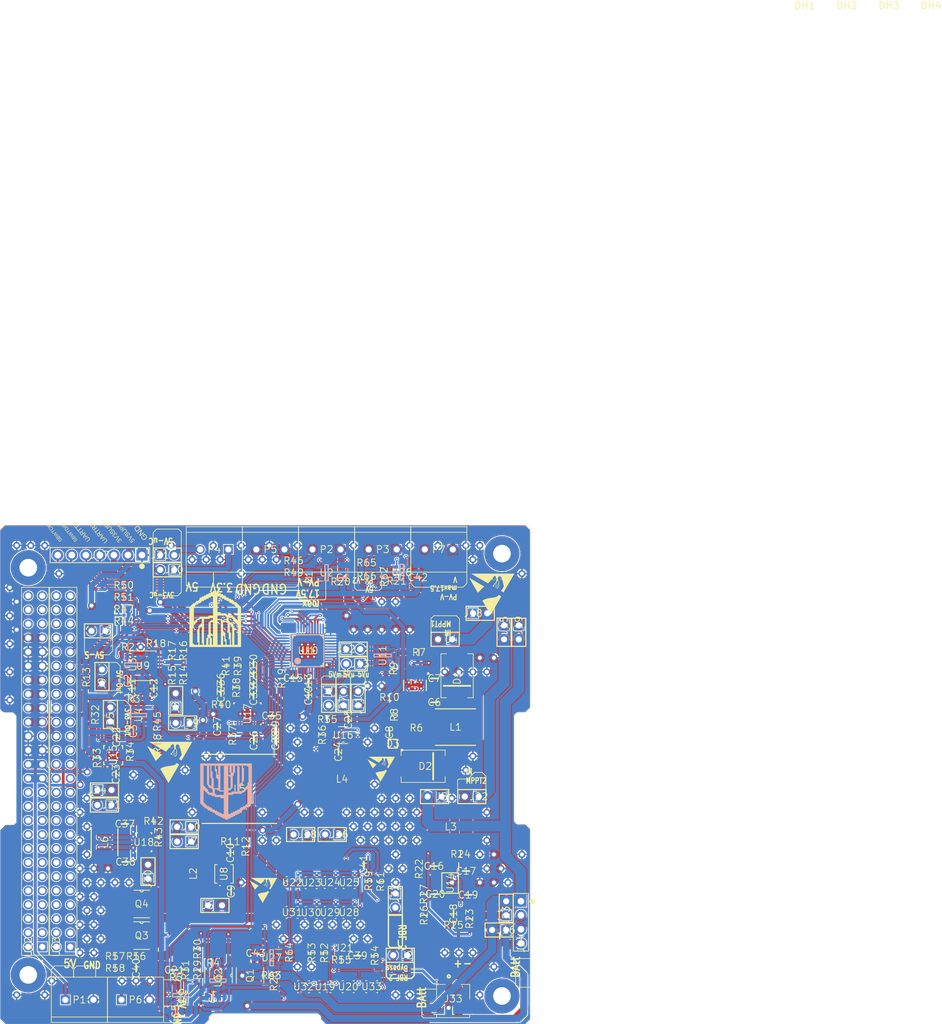
<source format=kicad_pcb>
(kicad_pcb (version 20240108) (generator "pcbnew") (generator_version "8.0")
  (layers (0 "F.Cu" signal "Top Layer") (31 "B.Cu" signal "Bottom Layer") (34 "B.Paste" user "Bottom Paste") (35 "F.Paste" user "Top Paste") (36 "B.SilkS" user "Bottom Overlay") (37 "F.SilkS" user "Top Overlay") (38 "B.Mask" user "Bottom Solder") (39 "F.Mask" user "Top Solder") (44 "Edge.Cuts" user))
  (property "ADDRESS1" "Cll 74 # 14 - 14")
  (property "ADDRESS2" "Bogotá Colombia")
  (property "ADDRESS3" "Cemillero CEN")
  (property "ADDRESS4" "Control Energia NanoSat")
  (property "APPLICATION_BUILDNUMBER" "")
  (property "AUTHOR" "Juan David Gamboa")
  (property "ORGANIZATION" "Universidad Sergio Arboleda")
  (net 0 "")
  (net 1 "MVSPX+2")
  (net 2 "MIBATB")
  (net 3 "GNDB")
  (net 4 "I-SPZ- RBF_Bridge")
  (net 5 "MISPX+_2")
  (net 6 "NetR34_2")
  (net 7 "NetR42_1")
  (net 8 "VSPX+-2")
  (net 9 "VSPX+2")
  (net 10 "NetJ19_1")
  (net 11 "I-SPX+-_2")
  (net 12 "VBATT")
  (net 13 "SBWTDIO")
  (net 14 "SBWTCK")
  (net 15 "RBF_CD_Bridge")
  (net 16 "NORBF")
  (net 17 "NetC41_2")
  (net 18 "NetR53_1")
  (net 19 "NetR40_2")
  (net 20 "NetR39_1")
  (net 21 "NetR33_1")
  (net 22 "NetR18_2")
  (net 23 "NetR15_1")
  (net 24 "NetR11_1")
  (net 25 "NetR7_1")
  (net 26 "NetQ3_2")
  (net 27 "NetQ1_2")
  (net 28 "NetL3_2")
  (net 29 "NetL2_2")
  (net 30 "NetL2_1")
  (net 31 "NetJ32_1")
  (net 32 "NetJ21_2")
  (net 33 "NetJ20_1")
  (net 34 "VSPX+-")
  (net 35 "NetJ13_1")
  (net 36 "NetJ12_2")
  (net 37 "NetJ11_1")
  (net 38 "NetJ1_2")
  (net 39 "NetC40_2")
  (net 40 "NetC39_2")
  (net 41 "NetC38_2")
  (net 42 "NetC26_1")
  (net 43 "NetC24_2")
  (net 44 "NetC23_2")
  (net 45 "NetC22_2")
  (net 46 "NetC21_2")
  (net 47 "NetC20_2")
  (net 48 "NetC19_2")
  (net 49 "NetC18_2")
  (net 50 "NetC16_2")
  (net 51 "NetC13_1")
  (net 52 "NetC12_2")
  (net 53 "NetC11_2")
  (net 54 "NetC10_2")
  (net 55 "NetC9_2")
  (net 56 "NetC8_2")
  (net 57 "NetC7_2")
  (net 58 "NetC6_1")
  (net 59 "NCDS")
  (net 60 "GNDD")
  (net 61 "NetR59_1")
  (net 62 "DOUT")
  (net 63 "COUT")
  (net 64 "GND")
  (net 65 "-VBATT")
  (net 66 "NetJ23_1")
  (net 67 "NetC37_2")
  (net 68 "NetC36_2")
  (net 69 "NetC35_2")
  (net 70 "NetC34_2")
  (net 71 "NetC30_2")
  (net 72 "NetC28_2")
  (net 73 "5VSUPPINA")
  (net 74 "VSPX+")
  (net 75 "VPRO5V")
  (net 76 "VPRO5VB")
  (net 77 "VPRO3V3")
  (net 78 "VPRO3V3B")
  (net 79 "VPCM5V")
  (net 80 "VPCM3V3")
  (net 81 "VBUSES")
  (net 82 "VBAT")
  (net 83 "UARTTX")
  (net 84 "UARTRX")
  (net 85 "NODS")
  (net 86 "NetR37_1")
  (net 87 "NetR35_1")
  (net 88 "NetL6_2")
  (net 89 "NetL6_1")
  (net 90 "NetL4_1")
  (net 91 "NetD2_2")
  (net 92 "NetC27_2")
  (net 93 "NetC26_2")
  (net 94 "NetC25_2")
  (net 95 "NetC18_1")
  (net 96 "NetC17_2")
  (net 97 "NCRBF")
  (net 98 "MVSPX+")
  (net 99 "MVPRO5V")
  (net 100 "MVPRO3V3")
  (net 101 "MVBAT")
  (net 102 "MISPX+")
  (net 103 "MIPRO5V")
  (net 104 "MIPRO3V3")
  (net 105 "MIBATD")
  (net 106 "MIBATC")
  (net 107 "ICHGX")
  (net 108 "I-SPZ-")
  (net 109 "I-SPX+-")
  (net 110 "I2CDATA")
  (net 111 "I2CCLK")
  (net 112 "DATA")
  (net 113 "DATADC")
  (net 114 "CMA4")
  (net 115 "CMA3")
  (net 116 "CMA2")
  (net 117 "CMA1")
  (net 118 "CMA0")
  (net 119 "BOOSTX")
  (net 120 "5VSUPP")
  (net 121 "5VOV")
  (net 122 "3V3SUPP")
  (footprint "Electrical_Power_System_PCB_Lib.PcbLib:MHDR1X2" (layer "F.Cu") (at 165.3311 92.430605 90)
    (property "Reference" "J11")
    (property "Value" "" (hide yes))
  )
  (footprint "Electrical_Power_System_PCB_Lib.PcbLib:RESC2012N" (layer "F.Cu") (at 158.8541 97.775925 90)
    (property "Reference" "R36")
    (property "Value" "" (hide yes))
  )
  (footprint "Electrical_Power_System_PCB_Lib.PcbLib:MHDR1X2" (layer "F.Cu") (at 134.8511 95.631005 180)
    (property "Reference" "J29")
    (property "Value" "" (hide yes))
  )
  (footprint "Electrical_Power_System_PCB_Lib.PcbLib:SOIC127P600X175-8N" (layer "F.Cu") (at 126.1643 134.086605)
    (property "Reference" "Q3")
    (property "Value" "" (hide yes))
  )
  (footprint "Electrical_Power_System_PCB_Lib.PcbLib:DQK6" (layer "F.Cu") (at 155.4378 143.337405 180)
    (property "Reference" "U32")
    (property "Value" "" (hide yes))
  )
  (footprint "Electrical_Power_System_PCB_Lib.PcbLib:MHDR1X2" (layer "F.Cu") (at 132.3111 92.811605 90)
    (property "Reference" "J8")
    (property "Value" "" (hide yes))
  )
  (footprint "Electrical_Power_System_PCB_Lib.PcbLib:MHDR1X2" (layer "F.Cu") (at 161.9021 115.798605 180)
    (property "Reference" "J26")
    (property "Value" "" (hide yes))
  )
  (footprint "Electrical_Power_System_PCB_Lib.PcbLib:RESC3216X90" (layer "F.Cu") (at 162.1561 70.078605)
    (property "Reference" "R20")
    (property "Value" "" (hide yes))
  )
  (footprint "Electrical_Power_System_PCB_Lib.PcbLib:SRR5028" (layer "F.Cu") (at 135.4995 122.897905 90)
    (property "Reference" "L2")
    (property "Value" "" (hide yes))
  )
  (footprint "Electrical_Power_System_PCB_Lib.PcbLib:A113320" (layer "F.Cu") (at 114.88306 145.699605)
    (property "Reference" "P1")
    (property "Value" "" (hide yes))
  )
  (footprint "Electrical_Power_System_PCB_Lib.PcbLib:SMD-0805C" (layer "F.Cu") (at 146.4134 90.678005 -90)
    (property "Reference" "C33")
    (property "Value" "" (hide yes))
  )
  (footprint "Electrical_Power_System_PCB_Lib.PcbLib:DSE6" (layer "F.Cu") (at 162.5931 136.313205)
    (property "Reference" "U21")
    (property "Value" "" (hide yes))
  )
  (footprint "Electrical_Power_System_PCB_Lib.PcbLib:Drill Hole PCI-104 Flat" (layer "F.Cu") (at 246.1659 -34.137595)
    (property "Reference" "DH1")
    (property "Value" "" (hide yes))
  )
  (footprint "Electrical_Power_System_PCB_Lib.PcbLib:RESC2012N" (layer "F.Cu") (at 168.37911 137.702205 -90)
    (property "Reference" "R54")
    (property "Value" "" (hide yes))
  )
  (footprint "Electrical_Power_System_PCB_Lib.PcbLib:SMD-0805C" (layer "F.Cu") (at 123.1163 113.893605 180)
    (property "Reference" "C37")
    (property "Value" "" (hide yes))
  )
  (footprint "Electrical_Power_System_PCB_Lib.PcbLib:DRB8-2400X1650TP" (layer "F.Cu") (at 121.0081 101.447605 90)
    (property "Reference" "U15")
    (property "Value" "" (hide yes))
  )
  (footprint "Electrical_Power_System_PCB_Lib.PcbLib:A113320" (layer "F.Cu") (at 125.04306 145.699605)
    (property "Reference" "P6")
    (property "Value" "" (hide yes))
  )
  (footprint "Electrical_Power_System_PCB_Lib.PcbLib:MHDR1X2" (layer "F.Cu") (at 165.7121 84.937605 180)
    (property "Reference" "J13")
    (property "Value" "" (hide yes))
  )
  (footprint "Electrical_Power_System_PCB_Lib.PcbLib:SMD-0805C" (layer "F.Cu") (at 150.3926 98.780605 -90)
    (property "Reference" "C28")
    (property "Value" "" (hide yes))
  )
  (footprint "Electrical_Power_System_PCB_Lib.PcbLib:SMD-0805C" (layer "F.Cu") (at 156.3395 90.627205 -90)
    (property "Reference" "C14")
    (property "Value" "" (hide yes))
  )
  (footprint "Electrical_Power_System_PCB_Lib.PcbLib:DQK6" (layer "F.Cu") (at 156.8094 129.925405 180)
    (property "Reference" "U30")
    (property "Value" "" (hide yes))
  )
  (footprint "Electrical_Power_System_PCB_Lib.PcbLib:MHDR1X2" (layer "F.Cu") (at 192.1281 130.403605 90)
    (property "Reference" "J23")
    (property "Value" "" (hide yes))
  )
  (footprint "Electrical_Power_System_PCB_Lib.PcbLib:SMD-0805C" (layer "F.Cu") (at 149.6696 94.335605)
    (property "Reference" "C35")
    (property "Value" "" (hide yes))
  )
  (footprint "Electrical_Power_System_PCB_Lib.PcbLib:MHDR1X2" (layer "F.Cu") (at 159.9971 89.890605 -90)
    (property "Reference" "J1")
    (property "Value" "" (hide yes))
  )
  (footprint "Electrical_Power_System_PCB_Lib.PcbLib:RESC2012N" (layer "F.Cu") (at 131.6761 82.524605 -90)
    (property "Reference" "R17")
    (property "Value" "" (hide yes))
  )
  (footprint "Electrical_Power_System_PCB_Lib.PcbLib:MHDR1X2" (layer "F.Cu") (at 163.1721 82.270605)
    (property "Reference" "J12")
    (property "Value" "" (hide yes))
  )
  (footprint "Electrical_Power_System_PCB_Lib.PcbLib:RESC3216X90" (layer "F.Cu") (at 172.3161 69.951605)
    (property "Reference" "R21")
    (property "Value" "" (hide yes))
  )
  (footprint "Electrical_Power_System_PCB_Lib.PcbLib:SMD-0805C" (layer "F.Cu") (at 161.7641 100.812925 -90)
    (property "Reference" "C24")
    (property "Value" "" (hide yes))
  )
  (footprint "Electrical_Power_System_PCB_Lib.PcbLib:RHL0020A" (layer "F.Cu") (at 145.3036 93.966685 90)
    (property "Reference" "U17")
    (property "Value" "" (hide yes))
  )
  (footprint "Electrical_Power_System_PCB_Lib.PcbLib:SMD-0805C" (layer "F.Cu") (at 140.5146 90.144605 90)
    (property "Reference" "C34")
    (property "Value" "" (hide yes))
  )
  (footprint "Electrical_Power_System_PCB_Lib.PcbLib:SMD-0805C" (layer "F.Cu") (at 146.4556 98.780605 -90)
    (property "Reference" "C26")
    (property "Value" "" (hide yes))
  )
  (footprint "Electrical_Power_System_PCB_Lib.PcbLib:A113320" (layer "F.Cu") (at 169.7761 64.236605 180)
    (property "Reference" "P3")
    (property "Value" "" (hide yes))
  )
  (footprint "Electrical_Power_System_PCB_Lib.PcbLib:A113320" (layer "F.Cu") (at 149.4561 64.236605 180)
    (property "Reference" "P5")
    (property "Value" "" (hide yes))
  )
  (footprint "Electrical_Power_System_PCB_Lib.PcbLib:MHDR1X2" (layer "F.Cu") (at 120.6779 110.464605 180)
    (property "Reference" "J31")
    (property "Value" "" (hide yes))
  )
  (footprint "Electrical_Power_System_PCB_Lib.PcbLib:RESC2012N" (layer "F.Cu") (at 131.6761 86.969605 -90)
    (property "Reference" "R15")
    (property "Value" "" (hide yes))
  )
  (footprint "Electrical_Power_System_PCB_Lib.PcbLib:RESC2012N" (layer "F.Cu") (at 159.2351 137.216205 90)
    (property "Reference" "R52")
    (property "Value" "" (hide yes))
  )
  (footprint "Electrical_Power_System_PCB_Lib.PcbLib:DFN-8_DD-L" (layer "F.Cu") (at 141.0621 122.923305 90)
    (property "Reference" "U8")
    (property "Value" "" (hide yes))
  )
  (footprint "Electrical_Power_System_PCB_Lib.PcbLib:MHDR1X2" (layer "F.Cu") (at 135.1151 114.414305 180)
    (property "Reference" "J10")
    (property "Value" "" (hide yes))
  )
  (footprint "Electrical_Power_System_PCB_Lib.PcbLib:DQK6" (layer "F.Cu") (at 167.7822 143.317405 180)
    (property "Reference" "U33")
    (property "Value" "" (hide yes))
  )
  (footprint "Electrical_Power_System_PCB_Lib.PcbLib:DDC0006A_N" (layer "F.Cu") (at 162.6133 97.825925 180)
    (property "Reference" "U16")
    (property "Value" "" (hide yes))
  )
  (footprint "Electrical_Power_System_PCB_Lib.PcbLib:A113320" (layer "F.Cu") (at 139.2961 64.236605 180)
    (property "Reference" "P4")
    (property "Value" "" (hide yes))
  )
  (footprint "Electrical_Power_System_PCB_Lib.PcbLib:SMD-0805C" (layer "F.Cu") (at 153.5455 87.528405 180)
    (property "Reference" "C15")
    (property "Value" "" (hide yes))
  )
  (footprint "Electrical_Power_System_PCB_Lib.PcbLib:MHDR1X2" (layer "F.Cu") (at 162.6641 92.430925 90)
    (property "Reference" "J27")
    (property "Value" "" (hide yes))
  )
  (footprint "Electrical_Power_System_PCB_Lib.PcbLib:SRR6038" (layer "F.Cu") (at 162.4101 105.765925 180)
    (property "Reference" "L4")
    (property "Value" "" (hide yes))
  )
  (footprint "Electrical_Power_System_PCB_Lib.PcbLib:MHDR1X2" (layer "F.Cu") (at 172.06845 126.475855 -90)
    (property "Reference" "J32")
    (property "Value" "" (hide yes))
  )
  (footprint "Electrical_Power_System_PCB_Lib.PcbLib:*JST_S2B-ZR-SM4A-TF(LF)(SN)_S2B-ZR-SM4A-TF(LF)(SN)(Primary)" (layer "F.Cu") (at 182.5396 145.516605)
    (property "Reference" "J33")
    (property "Value" "" (hide yes))
  )
  (footprint "Electrical_Power_System_PCB_Lib.PcbLib:A113320" (layer "F.Cu") (at 179.9361 64.236605 180)
    (property "Reference" "P7")
    (property "Value" "" (hide yes))
  )
  (footprint "Electrical_Power_System_PCB_Lib.PcbLib:21-0108G_U14E-00" (layer "F.Cu") (at 126.3929 85.273605 180)
    (property "Reference" "U9")
    (property "Value" "" (hide yes))
  )
  (footprint "Electrical_Power_System_PCB_Lib.PcbLib:MHDR1X2" (layer "F.Cu") (at 182.3491 80.492605 180)
    (property "Reference" "J4")
    (property "Value" "" (hide yes))
  )
  (footprint "Electrical_Power_System_PCB_Lib.PcbLib:MHDR1X2" (layer "F.Cu") (at 156.1871 115.798605 180)
    (property "Reference" "J28")
    (property "Value" "" (hide yes))
  )
  (footprint "Electrical_Power_System_PCB_Lib.PcbLib:Drill Hole PCI-104 Flat" (layer "F.Cu") (at 261.4059 -34.137595)
    (property "Reference" "DH3")
    (property "Value" "" (hide yes))
  )
  (footprint "Electrical_Power_System_PCB_Lib.PcbLib:MHDR1X2" (layer "F.Cu") (at 119.6111 78.968605 180)
    (property "Reference" "J3")
    (property "Value" "" (hide yes))
  )
  (footprint "Electrical_Power_System_PCB_Lib.PcbLib:RESC2012N" (layer "F.Cu") (at 156.9491 137.194205 -90)
    (property "Reference" "R53")
    (property "Value" "" (hide yes))
  )
  (footprint "Electrical_Power_System_PCB_Lib.PcbLib:RESC2012N" (layer "F.Cu") (at 128.7551 81.254605)
    (property "Reference" "R18")
    (property "Value" "" (hide yes))
  )
  (footprint "Electrical_Power_System_PCB_Lib.PcbLib:DQK6" (layer "F.Cu") (at 153.4185 124.488855 180)
    (property "Reference" "U22")
    (property "Value" "" (hide yes))
  )
  (footprint "Electrical_Power_System_PCB_Lib.PcbLib:SMD-0805C" (layer "F.Cu") (at 165.2041 137.724205 180)
    (property "Reference" "C39")
    (property "Value" "" (hide yes))
  )
  (footprint "Electrical_Power_System_PCB_Lib.PcbLib:RESC2012N" (layer "F.Cu") (at 128.3123 113.385605 180)
    (property "Reference" "R42")
    (property "Value" "" (hide yes))
  )
  (footprint "Electrical_Power_System_PCB_Lib.PcbLib:MHDR1X2" (layer "F.Cu") (at 174.2211 137.642605 180)
    (property "Reference" "J2")
    (property "Value" "" (hide yes))
  )
  (footprint "Electrical_Power_System_PCB_Lib.PcbLib:ONSC-SOD-123-2-425-04_V" (layer "F.Cu") (at 171.63022 99.371605 180)
    (property "Reference" "D3")
    (property "Value" "" (hide yes))
  )
  (footprint "Electrical_Power_System_PCB_Lib.PcbLib:MHDR1X2" (layer "F.Cu") (at 192.1281 133.070605 180)
    (property "Reference" "J16")
    (property "Value" "" (hide yes))
  )
  (footprint "Electrical_Power_System_PCB_Lib.PcbLib:RESC2012N" (layer "F.Cu") (at 142.2051 117.081305 180)
    (property "Reference" "R11")
    (property "Value" "" (hide yes))
  )
  (footprint "Electrical_Power_System_PCB_Lib.PcbLib:SMD-0805C" (layer "F.Cu") (at 142.2161 119.113305 -90)
    (property "Reference" "C10")
    (property "Value" "" (hide yes))
  )
  (footprint "Electrical_Power_System_PCB_Lib.PcbLib:SMD-0805C" (layer "F.Cu") (at 146.4134 88.773005 -90)
    (property "Reference" "C32")
    (property "Value" "" (hide yes))
  )
  (footprint "Electrical_Power_System_PCB_Lib.PcbLib:MHDR1X2" (layer "F.Cu") (at 129.5171 65.252605)
    (property "Reference" "J21")
    (property "Value" "" (hide yes))
  )
  (footprint "Electrical_Power_System_PCB_Lib.PcbLib:SMD-0805C" (layer "F.Cu") (at 184.8671 122.413605 180)
    (property "Reference" "C17")
    (property "Value" "" (hide yes))
  )
  (footprint "Electrical_Power_System_PCB_Lib.PcbLib:RESC2012N" (layer "F.Cu") (at 177.2471 126.604605 -90)
    (property "Reference" "R27")
    (property "Value" "" (hide yes))
  )
  (footprint "Electrical_Power_System_PCB_Lib.PcbLib:SOIC127P600X175-8N" (layer "F.Cu") (at 145.7731 141.314605 -90)
    (property "Reference" "Q1")
    (property "Value" "" (hide yes))
  )
  (footprint "Electrical_Power_System_PCB_Lib.PcbLib:RESC2012N" (layer "F.Cu") (at 144.99911 117.981305 90)
    (property "Reference" "R12")
    (property "Value" "" (hide yes))
  )
  (footprint "Electrical_Power_System_PCB_Lib.PcbLib:RESC2012N" (layer "F.Cu") (at 142.6456 97.891605 -90)
    (property "Reference" "R37")
    (property "Value" "" (hide yes))
  )
  (footprint "Electrical_Power_System_PCB_Lib.PcbLib:A113320" (layer "F.Cu") (at 159.6161 64.236605 180)
    (property "Reference" "P2")
    (property "Value" "" (hide yes))
  )
  (footprint "Electrical_Power_System_PCB_Lib.PcbLib:SOIC127P600X175-8N" (layer "F.Cu") (at 126.1643 128.371605)
    (property "Reference" "Q4")
    (property "Value" "" (hide yes))
  )
  (footprint "Electrical_Power_System_PCB_Lib.PcbLib:MHDR1X2" (layer "F.Cu") (at 118.1633 107.746805)
    (property "Reference" "J24")
    (property "Value" "" (hide yes))
  )
  (footprint "Electrical_Power_System_PCB_Lib.PcbLib:RESC2012N" (layer "F.Cu") (at 118.0871 101.955605 -90)
    (property "Reference" "R33")
    (property "Value" "" (hide yes))
  )
  (footprint "Electrical_Power_System_PCB_Lib.PcbLib:RESC2012N" (layer "F.Cu") (at 121.351 137.833105 180)
    (property "Reference" "R57")
    (property "Value" "" (hide yes))
  )
  (footprint "Electrical_Power_System_PCB_Lib.PcbLib:RESC2012N" (layer "F.Cu") (at 136.2481 140.324005 -90)
    (property "Reference" "R29")
    (property "Value" "" (hide yes))
  )
  (footprint "Electrical_Power_System_PCB_Lib.PcbLib:Drill Hole PCI-104 Flat" (layer "F.Cu") (at 269.0259 -34.137595)
    (property "Reference" "DH4")
    (property "Value" "" (hide yes))
  )
  (footprint "Electrical_Power_System_PCB_Lib.PcbLib:SRP7028A" (layer "F.Cu") (at 182.9587 96.367605 180)
    (property "Reference" "L1")
    (property "Value" "" (hide yes))
  )
  (footprint "Electrical_Power_System_PCB_Lib.PcbLib:SMD-0805C" (layer "F.Cu") (at 179.12322 91.889605)
    (property "Reference" "C6")
    (property "Value" "" (hide yes))
  )
  (footprint "Electrical_Power_System_PCB_Lib.PcbLib:MHDR1X2" (layer "F.Cu") (at 120.5001 95.351605 90)
    (property "Reference" "J25")
    (property "Value" "" (hide yes))
  )
  (footprint "Electrical_Power_System_PCB_Lib.PcbLib:RESC2012N" (layer "F.Cu") (at 183.8621 119.354605 180)
    (property "Reference" "R24")
    (property "Value" "" (hide yes))
  )
  (footprint "Electrical_Power_System_PCB_Lib.PcbLib:MHDR1X2" (layer "F.Cu") (at 191.7471 77.952605 -90)
    (property "Reference" "J15")
    (property "Value" "" (hide yes))
  )
  (footprint "Electrical_Power_System_PCB_Lib.PcbLib:SMD-0805C" (layer "F.Cu") (at 179.2791 126.582605)
    (property "Reference" "C20")
    (property "Value" "" (hide yes))
  )
  (footprint "Electrical_Power_System_PCB_Lib.PcbLib:SMD-0805C" (layer "F.Cu") (at 170.99522 97.339605 90)
    (property "Reference" "C8")
    (property "Value" "" (hide yes))
  )
  (footprint "Electrical_Power_System_PCB_Lib.PcbLib:RESC2012N" (layer "F.Cu") (at 129.2123 116.295605 90)
    (property "Reference" "R43")
    (property "Value" "" (hide yes))
  )
  (footprint "Electrical_Power_System_PCB_Lib.PcbLib:SMD-0805C" (layer "F.Cu") (at 150.3926 97.002605 -90)
    (property "Reference" "C29")
    (property "Value" "" (hide yes))
  )
  (footprint "Electrical_Power_System_PCB_Lib.PcbLib:SMD-0805C" (layer "F.Cu") (at 146.4134 84.963005 -90)
    (property "Reference" "C30")
    (property "Value" "" (hide yes))
  )
  (footprint "Electrical_Power_System_PCB_Lib.PcbLib:DQK6" (layer "F.Cu") (at 163.5404 143.337405 180)
    (property "Reference" "U20")
    (property "Value" "" (hide yes))
  )
  (footprint "Electrical_Power_System_PCB_Lib.PcbLib:DQK6" (layer "F.Cu") (at 159.3367 143.321205 180)
    (property "Reference" "U19")
    (property "Value" "" (hide yes))
  )
  (footprint "Electrical_Power_System_PCB_Lib.PcbLib:RESC2012N" (layer "F.Cu") (at 140.5366 92.303605)
    (property "Reference" "R40")
    (property "Value" "" (hide yes))
  )
  (footprint "Electrical_Power_System_PCB_Lib.PcbLib:RESC2012N" (layer "F.Cu") (at 133.7081 86.969605 -90)
    (property "Reference" "R14")
    (property "Value" "" (hide yes))
  )
  (footprint "Electrical_Power_System_PCB_Lib.PcbLib:TI-RHB32-3450X3450TP_N" (layer "F.Cu") (at 156.2633 82.550005 180)
    (property "Reference" "U10")
    (property "Value" "" (hide yes))
  )
  (footprint "Electrical_Power_System_PCB_Lib.PcbLib:DQK6" (layer "F.Cu") (at 153.3931 129.885205 180)
    (property "Reference" "U31")
    (property "Value" "" (hide yes))
  )
  (footprint "Electrical_Power_System_PCB_Lib.PcbLib:RESC2012N" (layer "F.Cu") (at 134.0891 140.309605 90)
    (property "Reference" "R31")
    (property "Value" "" (hide yes))
  )
  (footprint "Electrical_Power_System_PCB_Lib.PcbLib:RESC3216X90" (layer "F.Cu") (at 116.1821 87.350605 -90)
    (property "Reference" "R13")
    (property "Value" "" (hide yes))
  )
  (footprint "Electrical_Power_System_PCB_Lib.PcbLib:732-5320" (layer "F.Cu") (at 118.5951 65.252605 180)
    (property "Reference" "J17")
    (property "Value" "" (hide yes))
  )
  (footprint "Electrical_Power_System_PCB_Lib.PcbLib:HDRV52W64P254_26X2_6654X495H1359" (layer "F.Cu") (at 110.70609 136.118605 90)
    (property "Reference" "U13")
    (property "Value" "" (hide yes))
  )
  (footprint "Electrical_Power_System_PCB_Lib.PcbLib:DQK6" (layer "F.Cu") (at 160.2638 129.905405 180)
    (property "Reference" "U29")
    (property "Value" "" (hide yes))
  )
  (footprint "Electrical_Power_System_PCB_Lib.PcbLib:RESC3216X90" (layer "F.Cu") (at 176.3801 122.021605 -90)
    (property "Reference" "R22")
    (property "Value" "" (hide yes))
  )
  (footprint "Electrical_Power_System_PCB_Lib.PcbLib:732-5317" (layer "F.Cu") (at 194.7951 135.483605 -90)
    (property "Reference" "J14")
    (property "Value" "" (hide yes))
  )
  (footprint "Electrical_Power_System_PCB_Lib.PcbLib:SRP1265A" (layer "F.Cu") (at 143.8681 107.543605 180)
    (property "Reference" "L5")
    (property "Value" "" (hide yes))
  )
  (footprint "Electrical_Power_System_PCB_Lib.PcbLib:RESC2012N" (layer "F.Cu") (at 121.351 139.992105)
    (property "Reference" "R58")
    (property "Value" "" (hide yes))
  )
  (footprint "Electrical_Power_System_PCB_Lib.PcbLib:RESC2012N" (layer "F.Cu") (at 136.2481 136.514005 90)
    (property "Reference" "R30")
    (property "Value" "" (hide yes))
  )
  (footprint "Electrical_Power_System_PCB_Lib.PcbLib:RESC2012N" (layer "F.Cu") (at 162.2831 138.486205 180)
    (property "Reference" "R55")
    (property "Value" "" (hide yes))
  )
  (footprint "Electrical_Power_System_PCB_Lib.PcbLib:DQK6" (layer "F.Cu") (at 160.2892 124.468655 180)
    (property "Reference" "U24")
    (property "Value" "" (hide yes))
  )
  (footprint "Electrical_Power_System_PCB_Lib.PcbLib:SMD-0805C" (layer "F.Cu") (at 179.0471 121.513605 180)
    (property "Reference" "C16")
    (property "Value" "" (hide yes))
  )
  (footprint "Electrical_Power_System_PCB_Lib.PcbLib:RESC2012N" (layer "F.Cu") (at 171.88422 94.164605 -90)
    (property "Reference" "R8")
    (property "Value" "" (hide yes))
  )
  (footprint "Electrical_Power_System_PCB_Lib.PcbLib:IHLP-2020BZ" (layer "F.Cu") (at 119.4333 117.195605 90)
    (property "Reference" "L6")
    (property "Value" "" (hide yes))
  )
  (footprint "Electrical_Power_System_PCB_Lib.PcbLib:RESC2012N" (layer "F.Cu") (at 143.3196 89.255605 -90)
    (property "Reference" "R38")
    (property "Value" "" (hide yes))
  )
  (footprint "Electrical_Power_System_PCB_Lib.PcbLib:DQK6" (layer "F.Cu") (at 163.6928 129.905405 180)
    (property "Reference" "U28")
    (property "Value" "" (hide yes))
  )
  (footprint "Electrical_Power_System_PCB_Lib.PcbLib:MHDR1X2" (layer "F.Cu") (at 127.3073 123.799605 90)
    (property "Reference" "J30")
    (property "Value" "" (hide yes))
  )
  (footprint "Electrical_Power_System_PCB_Lib.PcbLib:MHDR1X2" (layer "F.Cu") (at 187.1751 108.940605 180)
    (property "Reference" "J22")
    (property "Value" "" (hide yes))
  )
  (footprint "Electrical_Power_System_PCB_Lib.PcbLib:MHDR1X2" (layer "F.Cu") (at 194.4141 77.952605 -90)
    (property "Reference" "J19")
    (property "Value" "" (hide yes))
  )
  (footprint "Electrical_Power_System_PCB_Lib.PcbLib:SOP65P640X120-8N" (layer "F.Cu") (at 181.9871 124.578605 -90)
    (property "Reference" "U14")
    (property "Value" "" (hide yes))
  )
  (footprint "Electrical_Power_System_PCB_Lib.PcbLib:DO-214AB" (layer "F.Cu") (at 177.48322 103.446595)
    (property "Reference" "D2")
    (property "Value" "" (hide yes))
  )
  (footprint "Electrical_Power_System_PCB_Lib.PcbLib:HDRV52W64P254_26X2_6654X495H1359" (layer "F.Cu") (at 105.62609 136.118605 90)
    (property "Reference" "U12")
    (property "Value" "" (hide yes))
  )
  (footprint "Electrical_Power_System_PCB_Lib.PcbLib:SMD-0805C" (layer "F.Cu") (at 132.0571 140.309605 180)
    (property "Reference" "C21")
    (property "Value" "" (hide yes))
  )
  (footprint "Electrical_Power_System_PCB_Lib.PcbLib:SMD-0805C" (layer "F.Cu") (at 124.3863 89.408005 -90)
    (property "Reference" "C11")
    (property "Value" "" (hide yes))
  )
  (footprint "Electrical_Power_System_PCB_Lib.PcbLib:RESC3216X90" (layer "F.Cu") (at 117.7823 94.132405 -90)
    (property "Reference" "R32")
    (property "Value" "" (hide yes))
  )
  (footprint "Electrical_Power_System_PCB_Lib.PcbLib:RESC3216X90" (layer "F.Cu") (at 150.0911 142.338605 90)
    (property "Reference" "R28")
    (property "Value" "" (hide yes))
  )
  (footprint "Electrical_Power_System_PCB_Lib.PcbLib:RESC2012N" (layer "F.Cu") (at 182.5921 132.181605)
    (property "Reference" "R25")
    (property "Value" "" (hide yes))
  )
  (footprint "Electrical_Power_System_PCB_Lib.PcbLib:RESC2012N" (layer "F.Cu") (at 133.7081 82.524605 -90)
    (property "Reference" "R16")
    (property "Value" "" (hide yes))
  )
  (footprint "Electrical_Power_System_PCB_Lib.PcbLib:RESC2012N" (layer "F.Cu") (at 141.4146 85.318605 -90)
    (property "Reference" "R41")
    (property "Value" "" (hide yes))
  )
  (footprint "Electrical_Power_System_PCB_Lib.PcbLib:DQK6" (layer "F.Cu") (at 156.8348 124.515395 180)
    (property "Reference" "U23")
    (property "Value" "" (hide yes))
  )
  (footprint "Electrical_Power_System_PCB_Lib.PcbLib:DO-214AB" (layer "F.Cu") (at 183.2381 87.477605 -90)
    (property "Reference" "D1")
    (property "Value" "" (hide yes))
  )
  (footprint "Electrical_Power_System_PCB_Lib.PcbLib:RESC3216X90" (layer "F.Cu") (at 175.8721 96.520005)
    (property "Reference" "R6")
    (property "Value" "" (hide yes))
  )
  (footprint "Electrical_Power_System_PCB_Lib.PcbLib:SMD-0805C" (layer "F.Cu") (at 121.5161 104.876605 -90)
    (property "Reference" "C23")
    (property "Value" "" (hide yes))
  )
  (footprint "Electrical_Power_System_PCB_Lib.PcbLib:RESC2012N" (layer "F.Cu") (at 151.5135 87.579205 -90)
    (property "Reference" "R19")
    (property "Value" "" (hide yes))
  )
  (footprint "Electrical_Power_System_PCB_Lib.PcbLib:RESC2012N" (layer "F.Cu") (at 125.15 137.833105)
    (property "Reference" "R56")
    (property "Value" "" (hide yes))
  )
  (footprint "Electrical_Power_System_PCB_Lib.PcbLib:MHDR1X2" (layer "F.Cu") (at 186.1591 75.793605)
    (property "Reference" "J18")
    (property "Value" "" (hide yes))
  )
  (footprint "Electrical_Power_System_PCB_Lib.PcbLib:RESC2012N" (layer "F.Cu") (at 171.76822 85.782595 90)
    (property "Reference" "R9")
    (property "Value" "" (hide yes))
  )
  (footprint "Electrical_Power_System_PCB_Lib.PcbLib:MHDR1X2" (layer "F.Cu") (at 135.1151 117.081305 180)
    (property "Reference" "J7")
    (property "Value" "" (hide yes))
  )
  (footprint "Electrical_Power_System_PCB_Lib.PcbLib:SMD-0805C" (layer "F.Cu") (at 140.5146 88.366605 90)
    (property "Reference" "C36")
    (property "Value" "" (hide yes))
  )
  (footprint "Electrical_Power_System_PCB_Lib.PcbLib:RESC2012N" (layer "F.Cu") (at 124.0815 100.823605 90)
    (property "Reference" "R34")
    (property "Value" "" (hide yes))
  )
  (footprint "Electrical_Power_System_PCB_Lib.PcbLib:RESC2012N" (layer "F.Cu") (at 167.22975 124.182355 90)
    (property "Reference" "R59")
    (property "Value" "" (hide yes))
  )
  (footprint "Electrical_Power_System_PCB_Lib.PcbLib:SMD-0805C" (layer "F.Cu") (at 128.3631 89.382605 90)
    (property "Reference" "C12")
    (property "Value" "" (hide yes))
  )
  (footprint "Electrical_Power_System_PCB_Lib.PcbLib:RESC2012N" (layer "F.Cu") (at 177.2691 130.403605 -90)
    (property "Reference" "R26")
    (property "Value" "" (hide yes))
  )
  (footprint "Electrical_Power_System_PCB_Lib.PcbLib:SMD-0805C" (layer "F.Cu") (at 156.3395 88.468205 -90)
    (property "Reference" "C13")
    (property "Value" "" (hide yes))
  )
  (footprint "Electrical_Power_System_PCB_Lib.PcbLib:SMD-0805C" (layer "F.Cu") (at 163.5641 94.970925 -90)
    (property "Reference" "C25")
    (property "Value" "" (hide yes))
  )
  (footprint "Electrical_Power_System_PCB_Lib.PcbLib:SMD-0805C" (layer "F.Cu") (at 121.6033 98.196405 -90)
    (property "Reference" "C22")
    (property "Value" "" (hide yes))
  )
  (footprint "Electrical_Power_System_PCB_Lib.PcbLib:RESC2012N" (layer "F.Cu") (at 176.3293 82.854805)
    (property "Reference" "R7")
    (property "Value" "" (hide yes))
  )
  (footprint "Electrical_Power_System_PCB_Lib.PcbLib:MHDR1X2" (layer "F.Cu") (at 138.1531 128.625605)
    (property "Reference" "J6")
    (property "Value" "" (hide yes))
  )
  (footprint "Electrical_Power_System_PCB_Lib.PcbLib:SMD-0805C" (layer "F.Cu") (at 139.8516 96.240605 90)
    (property "Reference" "C27")
    (property "Value" "" (hide yes))
  )
  (footprint "Electrical_Power_System_PCB_Lib.PcbLib:LT-MSE-12-EDP_N" (layer "F.Cu") (at 175.62322 88.839605 -90)
    (property "Reference" "U7")
    (property "Value" "" (hide yes))
  )
  (footprint "Electrical_Power_System_PCB_Lib.PcbLib:SMD-0805C" (layer "F.Cu") (at 146.4134 86.868005 -90)
    (property "Reference" "C31")
    (property "Value" "" (hide yes))
  )
  (footprint "Electrical_Power_System_PCB_Lib.PcbLib:Drill Hole PCI-104 Flat" (layer "F.Cu") (at 253.7859 -34.137595)
    (property "Reference" "DH2")
    (property "Value" "" (hide yes))
  )
  (footprint "Electrical_Power_System_PCB_Lib.PcbLib:RESC2012N" (layer "F.Cu") (at 159.7541 94.970925)
    (property "Reference" "R35")
    (property "Value" "" (hide yes))
  )
  (footprint "Electrical_Power_System_PCB_Lib.PcbLib:SMD-0805C" (layer "F.Cu") (at 142.3431 126.098305 -90)
    (property "Reference" "C9")
    (property "Value" "" (hide yes))
  )
  (footprint "Electrical_Power_System_PCB_Lib.PcbLib:RESC2012N" (layer "F.Cu") (at 185.5021 131.049605 -90)
    (property "Reference" "R23")
    (property "Value" "" (hide yes))
  )
  (footprint "Electrical_Power_System_PCB_Lib.PcbLib:RNC0014A" (layer "F.Cu") (at 126.5333 117.198605)
    (property "Reference" "U18")
    (property "Value" "" (hide yes))
  )
  (footprint "Electrical_Power_System_PCB_Lib.PcbLib:RESC2012N" (layer "F.Cu") (at 143.5736 85.318605 90)
    (property "Reference" "R39")
    (property "Value" "" (hide yes))
  )
  (footprint "Electrical_Power_System_PCB_Lib.PcbLib:SMD-0805C" (layer "F.Cu") (at 182.5921 130.149605 90)
    (property "Reference" "C18")
    (property "Value" "" (hide yes))
  )
  (footprint "Electrical_Power_System_PCB_Lib.PcbLib:SRR5028" (layer "F.Cu") (at 182.0951 114.401605 180)
    (property "Reference" "L3")
    (property "Value" "" (hide yes))
  )
  (footprint "Electrical_Power_System_PCB_Lib.PcbLib:MHDR1X2" (layer "F.Cu") (at 118.9761 88.493605 90)
    (property "Reference" "J9")
    (property "Value" "" (hide yes))
  )
  (footprint "Electrical_Power_System_PCB_Lib.PcbLib:DQK6" (layer "F.Cu") (at 163.7055 124.488855 180)
    (property "Reference" "U25")
    (property "Value" "" (hide yes))
  )
  (footprint "Electrical_Power_System_PCB_Lib.PcbLib:SMD-0805C" (layer "F.Cu") (at 166.32975 121.272355 90)
    (property "Reference" "C41")
    (property "Value" "" (hide yes))
  )
  (footprint "Electrical_Power_System_PCB_Lib.PcbLib:RESC2012N" (layer "F.Cu") (at 169.38875 124.298355 90)
    (property "Reference" "R61")
    (property "Value" "" (hide yes))
  )
  (footprint "Electrical_Power_System_PCB_Lib.PcbLib:SMD-0805C" (layer "F.Cu") (at 123.2433 120.751605)
    (property "Reference" "C38")
    (property "Value" "" (hide yes))
  )
  (footprint "Electrical_Power_System_PCB_Lib.PcbLib:SMD-0805C" (layer "F.Cu") (at 185.2481 126.720605)
    (property "Reference" "C19")
    (property "Value" "" (hide yes))
  )
  (footprint "Electrical_Power_System_PCB_Lib.PcbLib:SMD-0805C" (layer "F.Cu") (at 179.12322 87.571595 180)
    (property "Reference" "C7")
    (property "Value" "" (hide yes))
  )
  (footprint "Electrical_Power_System_PCB_Lib.PcbLib:MHDR1X2" (layer "F.Cu") (at 132.0571 67.919605 180)
    (property "Reference" "J20")
    (property "Value" "" (hide yes))
  )
  (footprint "Electrical_Power_System_PCB_Lib.PcbLib:SMD-0805C" (layer "F.Cu") (at 125.161 139.992105 -90)
    (property "Reference" "C40")
    (property "Value" "" (hide yes))
  )
  (footprint "Electrical_Power_System_PCB_Lib.PcbLib:RESC2012N" (layer "F.Cu") (at 170.99522 90.989605)
    (property "Reference" "R10")
    (property "Value" "" (hide yes))
  )
  (footprint "Electrical_Power_System_PCB_Lib.PcbLib:MHDR1X2" (layer "F.Cu") (at 180.4441 108.940605 180)
    (property "Reference" "J5")
    (property "Value" "" (hide yes))
  )
  (footprint "Electrical_Power_System_PCB_Lib.PcbLib:SOIC127P600X175-8N" (layer "F.Cu") (at 140.0581 141.274805 -90)
    (property "Reference" "Q2")
    (property "Value" "" (hide yes))
  )
  (footprint "Electrical_Power_System_PCB_Lib.PcbLib:RESC2012N" (layer "B.Cu") (at 156.4411 69.327605 90)
    (property "Reference" "R1")
    (property "Value" "" (hide yes))
  )
  (footprint "Electrical_Power_System_PCB_Lib.PcbLib:RESC2012N" (layer "B.Cu") (at 170.0301 69.189605 90)
    (property "Reference" "R62")
    (property "Value" "" (hide yes))
  )
  (footprint "Electrical_Power_System_PCB_Lib.PcbLib:RESC3216X90" (layer "B.Cu") (at 149.6085 141.300205 180)
    (property "Reference" "R63")
    (property "Value" "" (hide yes))
  )
  (footprint "Electrical_Power_System_PCB_Lib.PcbLib:RESC2012N" (layer "B.Cu") (at 166.8551 66.649605)
    (property "Reference" "R65")
    (property "Value" "" (hide yes))
  )
  (footprint "Electrical_Power_System_PCB_Lib.PcbLib:RESC2012N" (layer "B.Cu") (at 123.6641 81.889605)
    (property "Reference" "R2")
    (property "Value" "" (hide yes))
  )
  (footprint "Electrical_Power_System_PCB_Lib.PcbLib:RESC2012N" (layer "B.Cu") (at 139.0819 139.039605)
    (property "Reference" "R4")
    (property "Value" "" (hide yes))
  )
  (footprint "Electrical_Power_System_PCB_Lib.PcbLib:SOT95P280X145-5N" (layer "B.Cu") (at 173.2251 68.366605)
    (property "Reference" "U26")
    (property "Value" "" (hide yes))
  )
  (footprint "Electrical_Power_System_PCB_Lib.PcbLib:SMD-0805C" (layer "B.Cu") (at 132.3005 147.777205 90)
    (property "Reference" "C5")
    (property "Value" "" (hide yes))
  )
  (footprint "Electrical_Power_System_PCB_Lib.PcbLib:SMD-0805C" (layer "B.Cu") (at 176.1261 69.305605 180)
    (property "Reference" "C42")
    (property "Value" "" (hide yes))
  )
  (footprint "Electrical_Power_System_PCB_Lib.PcbLib:SMD-0805C" (layer "B.Cu") (at 123.6391 87.985605 90)
    (property "Reference" "C2")
    (property "Value" "" (hide yes))
  )
  (footprint "Electrical_Power_System_PCB_Lib.PcbLib:SMD-0805C" (layer "B.Cu") (at 162.5371 69.352605 180)
    (property "Reference" "C1")
    (property "Value" "" (hide yes))
  )
  (footprint "Electrical_Power_System_PCB_Lib.PcbLib:RESC2012N" (layer "B.Cu") (at 129.0091 95.351605 90)
    (property "Reference" "R45")
    (property "Value" "" (hide yes))
  )
  (footprint "Electrical_Power_System_PCB_Lib.PcbLib:SOT95P280X145-5N" (layer "B.Cu") (at 133.2005 144.856205 -90)
    (property "Reference" "U6")
    (property "Value" "" (hide yes))
  )
  (footprint "Electrical_Power_System_PCB_Lib.PcbLib:RESC2012N" (layer "B.Cu") (at 129.0091 99.415605 90)
    (property "Reference" "R48")
    (property "Value" "" (hide yes))
  )
  (footprint "Electrical_Power_System_PCB_Lib.PcbLib:SOT95P280X145-5N" (layer "B.Cu") (at 125.5801 94.208605 -90)
    (property "Reference" "U4")
    (property "Value" "" (hide yes))
  )
  (footprint "Electrical_Power_System_PCB_Lib.PcbLib:RESC2012N" (layer "B.Cu") (at 124.6911 91.287605)
    (property "Reference" "R3")
    (property "Value" "" (hide yes))
  )
  (footprint "Electrical_Power_System_PCB_Lib.PcbLib:SOT95P280X145-5N" (layer "B.Cu") (at 159.6161 68.452605)
    (property "Reference" "U2")
    (property "Value" "" (hide yes))
  )
  (footprint "Electrical_Power_System_PCB_Lib.PcbLib:RESC2012N" (layer "B.Cu") (at 122.9131 75.031605)
    (property "Reference" "R47")
    (property "Value" "" (hide yes))
  )
  (footprint "Electrical_Power_System_PCB_Lib.PcbLib:RESC2012N" (layer "B.Cu") (at 153.6471 66.268605)
    (property "Reference" "R46")
    (property "Value" "" (hide yes))
  )
  (footprint "Electrical_Power_System_PCB_Lib.PcbLib:SMD-0805C" (layer "B.Cu") (at 139.0569 145.135605 90)
    (property "Reference" "C4")
    (property "Value" "" (hide yes))
  )
  (footprint "Electrical_Power_System_PCB_Lib.PcbLib:RESC2012N" (layer "B.Cu") (at 153.6581 68.427605 180)
    (property "Reference" "R49")
    (property "Value" "" (hide yes))
  )
  (footprint "Electrical_Power_System_PCB_Lib.PcbLib:RESC2012N" (layer "B.Cu") (at 122.9131 77.190605 180)
    (property "Reference" "R44")
    (property "Value" "" (hide yes))
  )
  (footprint "Electrical_Power_System_PCB_Lib.PcbLib:RESC2012N" (layer "B.Cu") (at 152.8851 137.134605 -90)
    (property "Reference" "R64")
    (property "Value" "" (hide yes))
  )
  (footprint "Electrical_Power_System_PCB_Lib.PcbLib:RESC2012N" (layer "B.Cu") (at 122.9131 72.872605)
    (property "Reference" "R51")
    (property "Value" "" (hide yes))
  )
  (footprint "Electrical_Power_System_PCB_Lib.PcbLib:RESC2012N" (layer "B.Cu") (at 122.9021 70.713605 180)
    (property "Reference" "R50")
    (property "Value" "" (hide yes))
  )
  (footprint "Electrical_Power_System_PCB_Lib.PcbLib:RESC2012N" (layer "B.Cu") (at 166.8551 69.062605 180)
    (property "Reference" "R66")
    (property "Value" "" (hide yes))
  )
  (footprint "Electrical_Power_System_PCB_Lib.PcbLib:SOT95P280X145-5N" (layer "B.Cu") (at 149.6901 138.084605 180)
    (property "Reference" "U27")
    (property "Value" "" (hide yes))
  )
  (footprint "Electrical_Power_System_PCB_Lib.PcbLib:SMD-0805C" (layer "B.Cu") (at 146.7891 137.272605)
    (property "Reference" "C43")
    (property "Value" "" (hide yes))
  )
  (footprint "Electrical_Power_System_PCB_Lib.PcbLib:SMD-0805C" (layer "B.Cu") (at 124.6551 97.129605 90)
    (property "Reference" "C3")
    (property "Value" "" (hide yes))
  )
  (footprint "Electrical_Power_System_PCB_Lib.PcbLib:SOT95P280X145-5N" (layer "B.Cu") (at 139.9569 142.214605 -90)
    (property "Reference" "U5")
    (property "Value" "" (hide yes))
  )
  (footprint "Electrical_Power_System_PCB_Lib.PcbLib:RESC2012N" (layer "B.Cu") (at 132.3255 141.681205)
    (property "Reference" "R5")
    (property "Value" "" (hide yes))
  )
  (footprint "Electrical_Power_System_PCB_Lib.PcbLib:SOT95P280X145-5N" (layer "B.Cu") (at 124.5391 85.064605 -90)
    (property "Reference" "U3")
    (property "Value" "" (hide yes))
  )
  (footprint "Electrical_Power_System_PCB_Lib.PcbLib:TI-DBV6_N" (layer "B.Cu") (at 169.7761 83.413605 90)
    (property "Reference" "U11")
    (property "Value" "" (hide yes))
  )
  (footprint "Electrical_Power_System_PCB_Lib.PcbLib:ADI-SU-48_N" (layer "B.Cu") (at 156.2633 82.550005)
    (property "Reference" "U1")
    (property "Value" "" (hide yes))
  )
  (gr_poly (pts (xy 118.0363 113.766605) (xy 118.0363 116.560605) (xy 118.2903 116.814605) (xy 120.7033 116.814605) (xy 120.8303 116.687605) (xy 120.8303 113.766605)) (fill solid) (layer "F.Cu") (net 88))
  (gr_poly (pts (xy 143.8276 92.938605) (xy 143.8276 94.335605) (xy 140.3986 94.335605) (xy 139.7636 94.970605) (xy 139.76359 96.789105) (xy 139.4231 97.129605) (xy 138.5341 97.129615) (xy 138.35844 96.953945) (xy 138.35844 93.581765) (xy 139.0421 92.898105) (xy 139.0421 84.135105) (xy 139.38259 83.794615) (xy 142.09011 83.794605) (xy 142.2171 83.921595) (xy 142.21709 84.937595) (xy 142.0901 85.064605) (xy 140.65261 85.064595) (xy 140.1851 85.532105) (xy 140.1851 92.852105) (xy 140.6526 93.319605) (xy 142.5576 93.319605) (xy 142.9386 92.938605)) (fill solid) (layer "F.Cu") (net 64))
  (gr_poly (pts (xy 126.7993 116.306605) (xy 126.9263 116.179605) (xy 126.9263 115.290605) (xy 127.9423 114.274605) (xy 128.06931 114.147605) (xy 128.0693 112.750595) (xy 127.68831 112.369605) (xy 122.48131 112.369605) (xy 122.3543 112.496595) (xy 122.3543 113.512605) (xy 122.48131 113.639605) (xy 125.14829 113.639595) (xy 125.65631 114.147615) (xy 125.6563 116.179605) (xy 125.7833 116.306605)) (fill solid) (layer "F.Cu") (net 67))
  (gr_poly (pts (xy 129.6695 116.992405) (xy 127.7899 116.992405) (xy 127.7899 116.636805) (xy 127.5359 116.636805) (xy 127.5359 116.992405) (xy 124.4371 116.992405) (xy 124.0053 116.560605) (xy 124.00529 114.274595) (xy 123.75127 114.020575) (xy 122.22733 114.020635) (xy 121.9733 113.766605) (xy 121.9733 112.801405) (xy 121.4145 112.242605) (xy 118.0363 112.242605) (xy 118.0363 113.512605) (xy 120.8303 113.512605) (xy 121.0843 113.766605) (xy 121.0843 117.195605) (xy 129.6695 117.195605)) (fill solid) (layer "F.Cu") (net 64))
  (gr_poly (pts (xy 137.7721 140.324005) (xy 137.7721 141.848005) (xy 138.2801 142.356005) (xy 147.5511 142.356005) (xy 148.0591 141.848005) (xy 148.0591 137.911005) (xy 147.9321 137.784005) (xy 147.42411 137.784005) (xy 147.2971 137.911005) (xy 147.2971 139.942995) (xy 146.9161 140.324005) (xy 145.90009 140.323995) (xy 145.5191 139.943005) (xy 145.5191 137.911005) (xy 145.3921 137.784005) (xy 144.8841 137.784005) (xy 144.7571 137.911005) (xy 144.7571 139.943005) (xy 144.3761 140.323995) (xy 142.59811 140.324005) (xy 142.2171 139.943005) (xy 142.2171 137.911005) (xy 142.0901 137.784005) (xy 141.7091 137.784005) (xy 141.5821 137.910995) (xy 141.5821 139.943005) (xy 141.2011 140.324005) (xy 140.0581 140.324005) (xy 139.6771 139.943005) (xy 139.6771 137.911005) (xy 139.55008 137.783975) (xy 139.16912 137.783985) (xy 139.04209 137.910995) (xy 139.0421 139.942995) (xy 138.6611 140.324005)) (fill solid) (layer "F.Cu") (net 4))
  (gr_poly (pts (xy 154.0662 142.047405) (xy 154.0662 142.809405) (xy 154.1932 142.936405) (xy 155.5902 142.936405) (xy 155.7172 142.809405) (xy 155.7172 142.047405)) (fill solid) (layer "F.Cu") (net 64))
  (gr_poly (pts (xy 181.8953 120.650005) (xy 181.8953 121.107205) (xy 181.4381 121.107205) (xy 181.4127 121.081805) (xy 181.4381 121.056405) (xy 181.4381 120.650005)) (fill solid) (layer "F.Cu") (net 28))
  (gr_poly (pts (xy 120.5001 102.590605) (xy 120.6271 102.463605) (xy 121.3891 102.463605) (xy 121.5161 102.590605) (xy 121.5161 103.860605) (xy 121.5161 106.654605) (xy 122.0241 107.162605) (xy 122.0241 108.559595) (xy 121.7701 108.813595) (xy 119.73811 108.813605) (xy 119.4841 108.305605) (xy 119.4841 108.178605) (xy 119.4841 105.892605) (xy 119.8651 105.511605) (xy 119.8651 103.860605) (xy 120.3731 103.352605) (xy 120.3731 102.590605) (xy 120.5001 102.463605)) (fill solid) (layer "F.Cu") (net 44))
  (gr_poly (pts (xy 164.3151 98.399925) (xy 163.29912 98.399925) (xy 163.1721 98.526935) (xy 163.1721 99.161915) (xy 163.4261 99.415925) (xy 163.42611 109.448925) (xy 163.68011 109.702925) (xy 165.83909 109.702915) (xy 166.3471 109.194935) (xy 166.34711 100.685925) (xy 164.56909 98.907935) (xy 164.5691 98.653905)) (fill solid) (layer "F.Cu") (net 90))
  (gr_poly (pts (xy 121.4399 100.253805) (xy 121.3129 100.380805) (xy 120.6779 100.380805) (xy 120.5509 100.253805) (xy 120.5509 99.618805) (xy 119.4079 98.475795) (xy 119.40791 94.538795) (xy 119.78892 94.157795) (xy 121.69391 94.157815) (xy 121.94791 94.411815) (xy 121.9479 96.570815) (xy 121.5669 96.951795) (xy 121.5669 99.618805) (xy 121.5669 100.253805) (xy 121.4399 100.380805)) (fill solid) (layer "F.Cu") (net 45))
  (gr_poly (pts (xy 122.2925 126.085615) (xy 120.7685 126.085615) (xy 120.2605 126.593615) (xy 120.2605 135.864615) (xy 120.7685 136.372615) (xy 124.7055 136.372615) (xy 124.8325 136.245615) (xy 124.8325 135.737615) (xy 124.7055 135.610605) (xy 122.67351 135.610615) (xy 122.2925 135.229615) (xy 122.2925 134.213605) (xy 122.67349 133.832615) (xy 124.7055 133.832615) (xy 124.8325 133.705615) (xy 124.8325 133.197615) (xy 124.7055 133.070615) (xy 122.67349 133.070615) (xy 122.2925 132.689605) (xy 122.29249 130.911615) (xy 122.67349 130.530615) (xy 124.7055 130.530615) (xy 124.8325 130.403615) (xy 124.8325 130.022605) (xy 124.7055 129.895615) (xy 122.6735 129.895605) (xy 122.2925 129.514615) (xy 122.2925 128.371615) (xy 122.6735 127.990605) (xy 124.7055 127.990615) (xy 124.83252 127.863585) (xy 124.83252 127.482625) (xy 124.7055 127.355605) (xy 122.6735 127.355615) (xy 122.2925 126.974615)) (fill solid) (layer "F.Cu") (net 26))
  (gr_poly (pts (xy 140.42711 124.066305) (xy 140.42711 125.844315) (xy 139.91911 126.352305) (xy 132.1721 126.352305) (xy 131.9181 126.098305) (xy 131.9181 123.939305) (xy 132.2991 123.558305) (xy 138.7761 123.558305) (xy 139.1571 123.939305) (xy 139.1571 124.828305) (xy 139.41111 125.082315) (xy 139.91914 125.082295) (xy 140.1731 124.828345) (xy 140.17311 124.066305)) (fill solid) (layer "F.Cu") (net 30))
  (gr_poly (pts (xy 144.4626 97.637605) (xy 144.4626 95.351605) (xy 144.5896 95.224605) (xy 146.1136 95.224605) (xy 146.2406 95.351605) (xy 146.2406 109.956605) (xy 144.9706 111.226605) (xy 136.8426 111.226605) (xy 135.6996 110.083605) (xy 135.6996 105.384605) (xy 136.8426 104.241605) (xy 139.5096 104.241605) (xy 141.5416 102.209605) (xy 141.5416 98.399605) (xy 141.7956 98.145605) (xy 143.95461 98.145615)) (fill solid) (layer "F.Cu") (net 93))
  (gr_rect (start 157.9905 80.822805) (end 154.5361 84.277205) (fill solid) (layer "F.Cu") (net 64))
  (gr_poly (pts (xy 146.2016 92.557605) (xy 146.2016 83.794605) (xy 145.9476 83.540605) (xy 145.0586 83.540605) (xy 144.8046 83.794605) (xy 144.8046 91.287605) (xy 144.9316 91.414605) (xy 144.9316 92.557605) (xy 145.0586 92.684605) (xy 146.0746 92.684605)) (fill solid) (layer "F.Cu") (net 71))
  (gr_poly (pts (xy 123.97916 85.699605) (xy 121.7701 85.699605) (xy 121.5161 85.953605) (xy 120.3731 87.096605) (xy 117.9601 87.096605) (xy 117.7061 87.350605) (xy 117.7061 89.763605) (xy 118.0871 90.144605) (xy 123.9291 90.144595) (xy 124.0561 90.017605) (xy 124.0561 85.776545)) (fill solid) (layer "F.Cu") (net 53))
  (gr_poly (pts (xy 126.9263 116.814605) (xy 124.5133 116.814605) (xy 124.2593 116.560605) (xy 124.25931 114.020595) (xy 124.3863 113.893575) (xy 125.02134 113.893645) (xy 125.14829 114.020595) (xy 125.1483 116.306605) (xy 125.4023 116.560605) (xy 126.9263 116.560605)) (fill solid) (layer "F.Cu") (net 88))
  (gr_poly (pts (xy 163.9468 129.397405) (xy 164.2008 129.143405) (xy 164.2008 126.349405) (xy 163.8198 125.968405) (xy 152.13581 125.968405) (xy 151.7548 125.587405) (xy 151.7548 124.317405) (xy 152.00878 124.063425) (xy 153.65976 124.063425) (xy 153.7868 123.936385) (xy 153.7868 122.539405) (xy 154.0408 122.285405) (xy 154.9298 122.285405) (xy 155.1838 122.539405) (xy 155.1838 123.936405) (xy 155.3108 124.063405) (xy 157.0888 124.063405) (xy 157.2158 123.936405) (xy 157.2158 122.285405) (xy 157.3428 122.158405) (xy 158.2318 122.158405) (xy 158.6128 122.539405) (xy 158.6128 123.936405) (xy 158.7398 124.063405) (xy 160.6448 124.063405) (xy 160.7718 123.936405) (xy 160.7718 122.539405) (xy 161.0258 122.285405) (xy 161.6608 122.285405) (xy 161.9148 122.539405) (xy 161.9148 123.682405) (xy 162.2958 124.063405) (xy 163.9468 124.063405) (xy 164.2008 123.809405) (xy 164.2008 121.450105) (xy 163.93411 121.183405) (xy 151.64049 121.183405) (xy 150.5991 122.224805) (xy 150.5991 128.498605) (xy 151.4979 129.397405) (xy 153.6598 129.397405) (xy 153.7868 129.270405) (xy 153.7868 127.746405) (xy 154.0408 127.492405) (xy 154.9298 127.492405) (xy 155.1838 127.746405) (xy 155.1838 129.270405) (xy 155.3108 129.397405) (xy 157.0888 129.397405) (xy 157.2158 129.270405) (xy 157.2158 127.746405) (xy 157.4698 127.492405) (xy 158.2318 127.492405) (xy 158.6128 127.873405) (xy 158.6128 129.270405) (xy 158.7398 129.397405) (xy 160.6448 129.397405) (xy 160.7718 129.270405) (xy 160.7718 127.746405) (xy 161.0258 127.492405) (xy 161.6608 127.492405) (xy 161.9148 127.746405) (xy 161.9148 129.016405) (xy 162.2958 129.397405)) (fill solid) (layer "F.Cu") (net 61))
  (gr_poly (pts (xy 148.05909 137.402995) (xy 148.05909 135.878995) (xy 147.55109 135.370995) (xy 138.28009 135.370995) (xy 137.77209 135.878995) (xy 137.77209 139.815995) (xy 137.89909 139.942995) (xy 138.40709 139.942995) (xy 138.5341 139.816005) (xy 138.53409 137.784015) (xy 138.91509 137.402995) (xy 139.9311 137.403005) (xy 140.31209 137.783995) (xy 140.31209 139.815995) (xy 140.43909 139.942995) (xy 140.94709 139.942995) (xy 141.07409 139.815995) (xy 141.07409 137.783995) (xy 141.4551 137.403005) (xy 143.23309 137.402995) (xy 143.61409 137.783995) (xy 143.61409 139.815995) (xy 143.74109 139.942995) (xy 144.1221 139.943005) (xy 144.24909 139.816005) (xy 144.2491 137.783995) (xy 144.63009 137.402995) (xy 145.77309 137.402995) (xy 146.1541 137.784005) (xy 146.15409 139.815995) (xy 146.28112 139.943025) (xy 146.66208 139.943025) (xy 146.7891 139.816005) (xy 146.78909 137.784005) (xy 147.17009 137.402995)) (fill solid) (layer "F.Cu") (net 27))
  (gr_poly (pts (xy 125.0975 136.309105) (xy 126.6215 136.309105) (xy 127.1295 135.801105) (xy 127.1295 126.530105) (xy 126.6215 126.022105) (xy 122.6845 126.022105) (xy 122.5575 126.149105) (xy 122.5575 126.657105) (xy 122.6845 126.784115) (xy 124.71649 126.784105) (xy 125.0975 127.165105) (xy 125.09749 128.181115) (xy 124.7165 128.562105) (xy 122.6845 128.562105) (xy 122.5575 128.689105) (xy 122.5575 129.197105) (xy 122.6845 129.324105) (xy 124.7165 129.324105) (xy 125.09749 129.705115) (xy 125.0975 131.483105) (xy 124.7165 131.864105) (xy 122.6845 131.864105) (xy 122.5575 131.991105) (xy 122.5575 132.372115) (xy 122.68449 132.499105) (xy 124.7165 132.499115) (xy 125.0975 132.880105) (xy 125.0975 134.023105) (xy 124.7165 134.404115) (xy 122.6845 134.404105) (xy 122.55747 134.531135) (xy 122.55748 134.912095) (xy 122.68449 135.039115) (xy 124.71649 135.039105) (xy 125.0975 135.420105)) (fill solid) (layer "F.Cu") (net 15))
  (gr_poly (pts (xy 127.6265 126.212605) (xy 127.6265 136.245605) (xy 129.6585 136.245605) (xy 129.6585 126.212605)) (fill solid) (layer "F.Cu") (net 81))
  (gr_poly (pts (xy 147.9321 142.737005) (xy 137.8991 142.737005) (xy 137.8991 144.769005) (xy 147.9321 144.769005)) (fill solid) (layer "F.Cu") (net 12))
  (gr_poly (pts (xy 166.2201 129.652555) (xy 152.0088 129.652555) (xy 152.0088 130.668555) (xy 166.2201 130.668555)) (fill solid) (layer "F.Cu") (net 3))
  (gr_poly (pts (xy 160.6321 98.018925) (xy 160.7591 98.145925) (xy 162.0291 98.145915) (xy 162.81651 97.358525) (xy 162.8165 96.342525) (xy 163.2991 95.859925) (xy 163.2991 94.208915) (xy 163.17211 94.081925) (xy 159.9971 94.081915) (xy 159.8701 94.208925) (xy 159.8701 95.859925) (xy 159.9971 95.986925) (xy 162.0291 95.986925) (xy 162.41011 96.367935) (xy 162.41009 97.206125) (xy 162.10531 97.510915) (xy 160.7591 97.510925) (xy 160.6321 97.637925)) (fill solid) (layer "F.Cu") (net 94))
  (gr_poly (pts (xy 129.6695 117.398805) (xy 127.7899 117.398805) (xy 127.5359 117.398805) (xy 124.4371 117.398805) (xy 124.0053 117.830605) (xy 124.00532 120.370605) (xy 123.75129 120.624615) (xy 122.35431 120.624605) (xy 122.10031 120.878595) (xy 122.1003 122.021605) (xy 121.5923 122.529605) (xy 118.0363 122.529605) (xy 118.0363 120.878605) (xy 120.8303 120.878605) (xy 121.0843 120.624605) (xy 121.0843 117.195605) (xy 129.6695 117.195605)) (fill solid) (layer "F.Cu") (net 64))
  (gr_poly (pts (xy 169.0522 143.190405) (xy 154.0662 143.190405) (xy 154.0662 144.206405) (xy 169.0522 144.206405)) (fill solid) (layer "F.Cu") (net 60))
  (gr_poly (pts (xy 102.7201 116.814605) (xy 104.2441 116.814605) (xy 104.2441 116.179605) (xy 103.8631 115.798605) (xy 103.8631 115.544605) (xy 103.1011 115.544605) (xy 103.1011 115.798605) (xy 102.7201 116.179605)) (fill solid) (layer "F.Cu") (net 12))
  (gr_poly (pts (xy 181.8411 122.402605) (xy 181.4601 122.402605) (xy 181.4601 120.751605) (xy 177.9041 117.195605) (xy 177.9041 110.718605) (xy 181.2061 110.718605) (xy 181.8411 111.353605)) (fill solid) (layer "F.Cu") (net 28))
  (gr_poly (pts (xy 150.8531 99.923605) (xy 151.7016 99.923605) (xy 151.7016 93.660105) (xy 150.21811 92.176595) (xy 148.9076 92.176605) (xy 147.8051 91.074095) (xy 147.8051 83.794605) (xy 147.5511 83.540615) (xy 147.0431 83.540605) (xy 146.7486 83.835105) (xy 146.7486 91.541605) (xy 146.8756 91.541605) (xy 146.8756 92.811605) (xy 146.7486 92.938605) (xy 146.7486 94.208605) (xy 147.0026 94.462605) (xy 147.1296 94.335605) (xy 150.5586 94.335605) (xy 150.8531 94.630105)) (fill solid) (layer "F.Cu") (net 64))
  (gr_poly (pts (xy 143.9831 120.764305) (xy 143.8561 120.891305) (xy 144.8721 119.875305) (xy 145.7611 119.875305) (xy 146.1421 119.494305) (xy 146.1421 118.351305) (xy 145.8881 118.097305) (xy 142.7131 118.097305) (xy 142.5861 118.224305) (xy 142.5861 120.256305) (xy 142.2051 120.637305) (xy 142.2051 124.193305) (xy 142.4591 124.447305) (xy 142.4591 126.860305) (xy 142.7131 127.114305) (xy 143.7291 127.114305) (xy 143.9831 126.860305) (xy 143.98311 122.923305)) (fill solid) (layer "F.Cu") (net 64))
  (gr_poly (pts (xy 157.9651 142.031205) (xy 157.9651 142.793205) (xy 158.0921 142.920205) (xy 159.61611 142.920205) (xy 159.74311 142.793205) (xy 159.7431 142.031205)) (fill solid) (layer "F.Cu") (net 64))
  (gr_poly (pts (xy 177.0151 87.096605) (xy 177.0151 84.175605) (xy 176.6341 83.794605) (xy 176.6341 80.238605) (xy 177.5231 79.349605) (xy 180.6981 79.349615) (xy 181.07908 79.730605) (xy 181.07912 81.508585) (xy 180.6981 81.889605) (xy 180.19009 81.889615) (xy 180.0631 82.016605) (xy 180.0631 87.096605) (xy 179.9361 87.223605) (xy 177.1421 87.223605)) (fill solid) (layer "F.Cu") (net 57))
  (gr_poly (pts (xy 141.4431 121.843805) (xy 141.44309 120.383305) (xy 141.82411 120.002315) (xy 141.8241 116.382805) (xy 141.8241 116.255805) (xy 140.8081 116.255805) (xy 140.8081 120.002305) (xy 141.18911 120.383305) (xy 141.18911 121.843805)) (fill solid) (layer "F.Cu") (net 54))
  (gr_poly (pts (xy 182.0731 122.529605) (xy 181.8191 122.783605) (xy 180.8031 122.783605) (xy 180.4221 122.402605) (xy 180.4221 122.021605) (xy 180.0411 121.640605) (xy 178.5171 121.640605) (xy 178.5171 123.926495) (xy 177.50093 124.942605) (xy 176.3581 124.942605) (xy 176.2311 125.069605) (xy 176.2311 126.339605) (xy 176.3581 126.466605) (xy 183.2161 126.466605) (xy 183.47011 126.466605) (xy 183.5971 126.593605) (xy 186.0101 126.593605) (xy 186.1371 126.466605) (xy 186.1371 124.307605) (xy 185.7561 123.926605) (xy 185.7561 122.656605) (xy 185.6291 122.529605) (xy 183.9781 122.529605) (xy 183.8511 122.656605) (xy 183.8511 123.672605) (xy 183.4701 124.053605) (xy 182.7081 124.053605) (xy 182.3271 123.672605) (xy 182.3271 123.113805) (xy 182.5303 122.885205) (xy 182.5303 122.529605)) (fill solid) (layer "F.Cu") (net 64))
  (gr_poly (pts (xy 181.2349 122.377205) (xy 181.2349 120.907405) (xy 179.0471 118.719605) (xy 175.9991 118.719605) (xy 175.11009 119.608605) (xy 175.1101 121.386605) (xy 175.6181 121.894605) (xy 177.7551 121.894605) (xy 178.3901 121.259605) (xy 180.1681 121.259605) (xy 180.6761 121.767605) (xy 180.6761 122.275605) (xy 180.8031 122.402605) (xy 181.1841 122.402605)) (fill solid) (layer "F.Cu") (net 50))
  (gr_poly (pts (xy 164.9755 124.361855) (xy 152.1485 124.361855) (xy 152.1485 125.377855) (xy 164.9755 125.377855)) (fill solid) (layer "F.Cu") (net 65))
  (gr_poly (pts (xy 147.1296 95.224605) (xy 147.2566 95.224605) (xy 147.3836 95.224605) (xy 148.3996 95.224605) (xy 148.5266 95.351605) (xy 148.5266 95.859605) (xy 148.7806 96.113605) (xy 149.9236 96.113605) (xy 150.0506 96.240605) (xy 150.05061 101.828615) (xy 152.0826 103.860605) (xy 152.0826 110.464605) (xy 151.5746 110.972605) (xy 147.2566 110.972605) (xy 146.7486 110.464605) (xy 146.7486 103.352595) (xy 148.2726 101.828605) (xy 148.2726 97.764605) (xy 146.8756 96.367605) (xy 146.87559 95.478615)) (fill solid) (layer "F.Cu") (net 72))
  (gr_poly (pts (xy 130.0251 85.699605) (xy 130.1521 85.826605) (xy 130.1521 86.461605) (xy 130.6601 86.969605) (xy 134.7241 86.969605) (xy 134.7241 87.096605) (xy 134.9781 87.350605) (xy 134.9781 90.017605) (xy 133.7081 91.287605) (xy 129.1361 91.287605) (xy 128.7551 90.906605) (xy 128.7551 85.826605) (xy 128.8821 85.699605)) (fill solid) (layer "F.Cu") (net 52))
  (gr_poly (pts (xy 176.38011 91.287605) (xy 176.38011 92.430605) (xy 177.14209 93.192615) (xy 179.17411 93.192595) (xy 179.1741 92.303605) (xy 177.39612 92.303605) (xy 177.01511 91.922605) (xy 176.76111 91.668605) (xy 176.76111 91.287605)) (fill solid) (layer "F.Cu") (net 119))
  (gr_poly (pts (xy 126.9263 117.576605) (xy 124.5133 117.576605) (xy 124.2593 117.830605) (xy 124.25932 120.116615) (xy 124.51333 120.370635) (xy 124.89433 120.370595) (xy 125.1483 120.116575) (xy 125.1483 118.084605) (xy 125.4023 117.830605) (xy 126.9263 117.830605)) (fill solid) (layer "F.Cu") (net 89))
  (gr_poly (pts (xy 140.6811 124.066305) (xy 140.6811 126.733305) (xy 139.5381 127.876305) (xy 139.53811 129.248605) (xy 139.8041 129.514615) (xy 141.7091 129.514605) (xy 142.0781 129.145605) (xy 142.0781 125.082305) (xy 141.9511 124.955305) (xy 141.9511 124.066305) (xy 141.6971 124.066305) (xy 141.6971 124.828305) (xy 141.5701 124.955305) (xy 141.0621 124.955305) (xy 140.9351 124.828305) (xy 140.9351 124.066305)) (fill solid) (layer "F.Cu") (net 55))
  (gr_poly (pts (xy 160.75911 98.399925) (xy 161.9021 98.399925) (xy 162.1561 98.653925) (xy 162.1561 99.415925) (xy 161.6481 99.923925) (xy 161.6481 109.448925) (xy 161.2671 109.829925) (xy 158.7271 109.829925) (xy 158.4731 109.575925) (xy 158.4731 101.066915) (xy 160.63211 98.907935) (xy 160.6321 98.526925)) (fill solid) (layer "F.Cu") (net 43))
  (gr_poly (pts (xy 168.09971 142.849595) (xy 168.16319 142.786105) (xy 168.1632 139.888405) (xy 167.7822 139.507405) (xy 167.2742 139.507405) (xy 167.0202 139.253405) (xy 167.0202 138.110405) (xy 166.7662 137.856405) (xy 164.22621 137.856405) (xy 163.5912 137.221405) (xy 163.5912 136.713405) (xy 162.8292 136.713405) (xy 162.8292 137.094405) (xy 162.5752 137.348405) (xy 162.5752 139.126405) (xy 161.9402 139.761405) (xy 161.94016 142.659075) (xy 162.13047 142.849375) (xy 163.78186 142.849455) (xy 163.97216 142.659135) (xy 163.97217 142.301435) (xy 164.18605 142.087555) (xy 166.19472 142.087645) (xy 166.4487 142.341575) (xy 166.44869 142.722615) (xy 166.57573 142.849615)) (fill solid) (layer "F.Cu") (net 3))
  (gr_poly (pts (xy 183.7461 107.543605) (xy 185.3971 107.543605) (xy 186.0321 108.178605) (xy 186.0321 122.021605) (xy 185.7781 122.275605) (xy 184.00011 122.275605) (xy 183.7461 122.021595)) (fill solid) (layer "F.Cu") (net 96))
  (gr_poly (pts (xy 118.0363 120.624605) (xy 118.0363 117.830605) (xy 118.2903 117.576605) (xy 120.7033 117.576605) (xy 120.8303 117.703605) (xy 120.8303 120.624605)) (fill solid) (layer "F.Cu") (net 89))
  (gr_poly (pts (xy 140.9351 121.780305) (xy 140.9351 120.361305) (xy 140.0681 119.494305) (xy 132.4261 119.494305) (xy 132.0451 119.875305) (xy 132.0451 122.034305) (xy 132.4261 122.415305) (xy 138.9031 122.415305) (xy 139.1791 122.139315) (xy 139.1791 121.526315) (xy 139.81411 120.891305) (xy 140.55411 120.891305) (xy 140.6811 121.018295) (xy 140.6811 121.780305)) (fill solid) (layer "F.Cu") (net 29))
  (gr_poly (pts (xy 176.1261 101.320605) (xy 176.1261 100.304605) (xy 175.7451 99.923605) (xy 175.3641 99.923605) (xy 175.3641 98.907605) (xy 177.3961 98.907605) (xy 177.9041 99.415605) (xy 177.9041 101.574605)) (fill solid) (layer "F.Cu") (net 56))
  (gr_poly (pts (xy 121.8209 102.158805) (xy 122.2019 102.158805) (xy 122.0749 102.031805) (xy 122.2019 101.904805) (xy 122.2019 100.634805) (xy 123.0909 100.634805) (xy 123.3449 100.888805) (xy 124.8689 100.888805) (xy 124.99591 101.015815) (xy 124.9959 102.412735) (xy 124.74184 102.666805) (xy 123.9799 102.666805) (xy 123.2179 103.428805) (xy 123.2179 105.206735) (xy 122.70995 105.714805) (xy 121.90556 105.714795) (xy 121.8209 105.587805)) (fill solid) (layer "F.Cu") (net 64))
  (gr_poly (pts (xy 127.3073 117.576605) (xy 127.1803 117.703605) (xy 127.1803 118.084605) (xy 127.0533 118.211605) (xy 125.6563 118.211605) (xy 125.4023 118.465605) (xy 125.4023 120.116605) (xy 124.6403 120.878605) (xy 122.4813 120.878605) (xy 122.3543 121.005605) (xy 122.3543 122.402605) (xy 122.4813 122.529605) (xy 125.7833 122.529595) (xy 127.99305 122.529565) (xy 128.7043 121.818305) (xy 128.7043 118.211605) (xy 128.0693 117.576595)) (fill solid) (layer "F.Cu") (net 41))
  (gr_poly (pts (xy 154.0281 77.444605) (xy 154.1551 77.571605) (xy 154.1551 79.222605) (xy 154.0281 79.349605) (xy 151.6151 79.349605) (xy 151.3611 79.095605) (xy 151.3611 77.698605) (xy 151.6151 77.444605)) (fill solid) (layer "B.Cu") (net 38))
  (gr_poly (pts (xy 118.0363 116.560605) (xy 118.1633 116.687605) (xy 124.7673 116.687605) (xy 125.14831 116.306595) (xy 125.1483 114.274615) (xy 124.8943 114.020595) (xy 124.5133 114.020605) (xy 124.2593 114.274605) (xy 124.25931 115.798595) (xy 124.13231 115.925595) (xy 118.1633 115.925605) (xy 118.03631 116.052595)) (fill solid) (layer "B.Cu") (net 88))
  (gr_poly (pts (xy 102.7201 116.814605) (xy 104.2441 116.814605) (xy 104.2441 116.179605) (xy 103.8631 115.798605) (xy 103.8631 115.544605) (xy 103.1011 115.544605) (xy 103.1011 115.798605) (xy 102.7201 116.179605)) (fill solid) (layer "B.Cu") (net 64))
  (gr_poly (pts (xy 118.0363 117.830605) (xy 118.1633 117.703605) (xy 124.7673 117.703605) (xy 125.14831 118.084605) (xy 125.1483 120.116595) (xy 124.8943 120.370615) (xy 124.5133 120.370595) (xy 124.2593 120.116605) (xy 124.25931 118.592615) (xy 124.13231 118.465615) (xy 118.1633 118.465605) (xy 118.03631 118.338605)) (fill solid) (layer "B.Cu") (net 89))
  (gr_poly (pts (xy 146.1033 103.149405) (xy 146.1033 103.352605) (xy 146.1033 103.555805) (xy 146.1033 103.759005) (xy 146.1033 103.962205) (xy 146.1033 104.165405) (xy 146.1033 104.368605) (xy 146.1033 104.571805) (xy 146.1033 104.775005) (xy 146.1033 104.978205) (xy 146.1033 105.181405) (xy 146.1033 105.384605) (xy 146.1033 105.587805) (xy 146.1033 105.791005) (xy 146.1033 105.994205) (xy 146.1033 106.197405) (xy 146.1033 106.400605) (xy 146.1033 106.603805) (xy 146.1033 106.807005) (xy 146.1033 107.010205) (xy 146.1033 107.213405) (xy 146.1033 107.416605) (xy 146.1033 107.619805) (xy 146.1033 107.823005) (xy 146.1033 108.026205) (xy 146.1033 108.229405) (xy 146.1033 108.432605) (xy 146.1033 108.635805) (xy 146.1033 108.839005) (xy 146.1033 109.042205) (xy 146.1033 109.245405) (xy 146.1033 109.448605) (xy 146.1033 109.651805) (xy 146.1033 109.855005) (xy 146.1033 110.058205) (xy 146.1033 110.261405) (xy 145.9001 110.261405) (xy 145.9001 110.464605) (xy 145.6969 110.464605) (xy 145.6969 110.667805) (xy 145.4937 110.667805) (xy 145.4937 110.871005) (xy 145.0873 110.871005) (xy 145.0873 111.074205) (xy 144.8841 111.074205) (xy 144.8841 111.277405) (xy 144.4777 111.277405) (xy 144.4777 111.480605) (xy 144.2745 111.480605) (xy 144.2745 111.683805) (xy 144.2745 111.887005) (xy 143.8681 111.887005) (xy 143.8681 112.090205) (xy 143.4617 112.090205) (xy 143.4617 112.293405) (xy 143.0553 112.293405) (xy 143.0553 112.496605) (xy 142.6489 112.496605) (xy 142.6489 112.699805) (xy 142.2425 112.699805) (xy 142.2425 112.903005) (xy 141.8361 112.903005) (xy 141.8361 113.106205) (xy 141.2265 113.106205) (xy 141.2265 112.903005) (xy 140.8201 112.903005) (xy 140.8201 112.699805) (xy 140.4137 112.699805) (xy 140.4137 112.496605) (xy 140.0073 112.496605) (xy 140.0073 112.293405) (xy 139.6009 112.293405) (xy 139.6009 112.090205) (xy 139.3977 112.090205) (xy 139.3977 111.887005) (xy 138.9913 111.887005) (xy 138.9913 111.683805) (xy 138.5849 111.683805) (xy 138.5849 111.480605) (xy 138.1785 111.480605) (xy 138.1785 111.277405) (xy 137.9753 111.277405) (xy 137.9753 111.074205) (xy 137.5689 111.074205) (xy 137.5689 110.871005) (xy 137.3657 110.871005) (xy 137.3657 110.667805) (xy 137.1625 110.667805) (xy 137.1625 110.464605) (xy 136.9593 110.464605) (xy 136.9593 110.261405) (xy 136.7561 110.261405) (xy 136.7561 110.058205) (xy 136.7561 109.855005) (xy 136.7561 109.651805) (xy 136.7561 109.448605) (xy 136.7561 109.245405) (xy 136.7561 109.042205) (xy 136.7561 108.839005) (xy 136.7561 108.635805) (xy 136.7561 108.432605) (xy 136.7561 108.229405) (xy 136.7561 108.026205) (xy 137.3657 108.026205) (xy 137.3657 108.229405) (xy 137.3657 108.432605) (xy 137.3657 108.635805) (xy 137.3657 108.839005) (xy 137.3657 109.042205) (xy 137.3657 109.245405) (xy 137.3657 109.448605) (xy 137.3657 109.651805) (xy 137.3657 109.855005) (xy 137.3657 110.058205) (xy 137.5689 110.058205) (xy 137.5689 110.261405) (xy 137.7721 110.261405) (xy 137.7721 110.464605) (xy 137.9753 110.464605) (xy 137.9753 110.667805) (xy 138.3817 110.667805) (xy 138.3817 110.871005) (xy 138.7881 110.871005) (xy 138.7881 111.074205) (xy 138.9913 111.074205) (xy 138.9913 111.277405) (xy 139.3977 111.277405) (xy 139.3977 111.480605) (xy 139.8041 111.480605) (xy 139.8041 111.683805) (xy 140.2105 111.683805) (xy 140.2105 111.887005) (xy 140.6169 111.887005) (xy 140.6169 112.090205) (xy 141.0233 112.090205) (xy 141.0233 111.887005) (xy 141.0233 111.683805) (xy 141.0233 111.480605) (xy 141.0233 111.277405) (xy 141.0233 111.074205) (xy 141.0233 110.871005) (xy 141.0233 110.667805) (xy 141.0233 110.464605) (xy 141.0233 110.261405) (xy 141.0233 110.058205) (xy 141.0233 109.855005) (xy 141.0233 109.651805) (xy 141.0233 109.448605) (xy 141.0233 109.245405) (xy 140.4137 109.245405) (xy 140.4137 109.042205) (xy 139.3977 109.042205) (xy 139.3977 108.839005) (xy 138.7881 108.839005) (xy 138.7881 108.635805) (xy 138.1785 108.635805) (xy 138.1785 108.432605) (xy 137.9753 108.432605) (xy 137.9753 108.229405) (xy 137.7721 108.229405) (xy 137.7721 108.026205) (xy 137.5689 108.026205) (xy 137.5689 107.823005) (xy 137.3657 107.823005) (xy 137.3657 108.026205) (xy 136.7561 108.026205) (xy 136.7561 107.823005) (xy 136.7561 107.619805) (xy 136.7561 107.416605) (xy 136.7561 107.213405) (xy 136.7561 107.010205) (xy 136.7561 106.807005) (xy 136.7561 106.603805) (xy 136.7561 106.400605) (xy 136.7561 106.197405) (xy 136.7561 105.994205) (xy 136.7561 105.791005) (xy 136.7561 105.587805) (xy 136.7561 105.384605) (xy 136.7561 105.181405) (xy 136.7561 104.978205) (xy 136.7561 104.775005) (xy 136.7561 104.571805) (xy 136.7561 104.368605) (xy 136.7561 104.165405) (xy 136.7561 103.962205) (xy 136.7561 103.759005) (xy 136.7561 103.555805) (xy 137.3657 103.555805) (xy 137.3657 103.759005) (xy 137.3657 103.962205) (xy 137.3657 104.165405) (xy 137.3657 104.368605) (xy 137.3657 104.571805) (xy 137.3657 104.775005) (xy 137.3657 104.978205) (xy 137.3657 105.181405) (xy 137.3657 105.384605) (xy 137.3657 105.587805) (xy 137.3657 105.791005) (xy 137.3657 105.994205) (xy 137.3657 106.197405) (xy 137.3657 106.400605) (xy 137.3657 106.603805) (xy 137.3657 106.807005) (xy 137.3657 107.010205) (xy 137.5689 107.010205) (xy 137.5689 107.213405) (xy 137.7721 107.213405) (xy 137.7721 107.416605) (xy 137.9753 107.416605) (xy 137.9753 107.619805) (xy 138.1785 107.619805) (xy 138.1785 107.823005) (xy 138.1785 108.026205) (xy 138.3817 108.026205) (xy 138.3817 108.229405) (xy 138.9913 108.229405) (xy 138.9913 108.026205) (xy 138.9913 107.823005) (xy 139.3977 107.823005) (xy 139.3977 108.026205) (xy 139.3977 108.229405) (xy 139.3977 108.432605) (xy 139.6009 108.432605) (xy 139.6009 108.635805) (xy 141.0233 108.635805) (xy 141.8361 108.635805) (xy 141.8361 108.839005) (xy 141.8361 109.042205) (xy 141.8361 109.245405) (xy 141.8361 109.448605) (xy 141.8361 109.651805) (xy 141.8361 109.855005) (xy 141.8361 110.058205) (xy 141.8361 110.261405) (xy 141.8361 110.464605) (xy 141.8361 110.667805) (xy 141.8361 110.871005) (xy 141.8361 111.074205) (xy 141.8361 111.277405) (xy 141.8361 111.480605) (xy 141.8361 111.683805) (xy 141.8361 111.887005) (xy 141.8361 112.090205) (xy 142.2425 112.090205) (xy 142.2425 111.887005) (xy 142.6489 111.887005) (xy 142.6489 111.683805) (xy 143.0553 111.683805) (xy 143.0553 111.480605) (xy 143.4617 111.480605) (xy 143.4617 111.277405) (xy 143.8681 111.277405) (xy 143.8681 111.074205) (xy 144.0713 111.074205) (xy 144.0713 110.871005) (xy 144.4777 110.871005) (xy 144.4777 110.667805) (xy 144.8841 110.667805) (xy 144.8841 110.464605) (xy 145.0873 110.464605) (xy 145.0873 110.261405) (xy 145.2905 110.261405) (xy 145.2905 110.058205) (xy 145.2905 109.855005) (xy 145.2905 109.651805) (xy 145.2905 109.448605) (xy 145.2905 109.245405) (xy 145.2905 109.042205) (xy 145.2905 108.839005) (xy 145.2905 108.635805) (xy 145.2905 108.432605) (xy 145.2905 108.229405) (xy 145.2905 108.026205) (xy 145.2905 107.823005) (xy 145.2905 107.619805) (xy 145.0873 107.619805) (xy 145.0873 107.823005) (xy 144.8841 107.823005) (xy 144.8841 108.026205) (xy 144.4777 108.026205) (xy 144.4777 108.229405) (xy 144.2745 108.229405) (xy 144.2745 108.432605) (xy 142.6489 108.432605) (xy 142.6489 108.635805) (xy 141.8361 108.635805) (xy 141.0233 108.635805) (xy 141.0233 108.432605) (xy 141.0233 108.229405) (xy 141.0233 108.026205) (xy 140.2105 108.026205) (xy 140.2105 107.823005) (xy 139.8041 107.823005) (xy 139.8041 107.619805) (xy 139.3977 107.619805) (xy 139.3977 107.823005) (xy 138.9913 107.823005) (xy 138.9913 107.619805) (xy 138.7881 107.619805) (xy 138.7881 107.416605) (xy 138.3817 107.416605) (xy 138.3817 107.213405) (xy 138.1785 107.213405) (xy 138.1785 107.010205) (xy 138.1785 106.807005) (xy 137.9753 106.807005) (xy 137.9753 106.603805) (xy 137.9753 106.400605) (xy 137.9753 106.197405) (xy 137.9753 105.994205) (xy 137.9753 105.791005) (xy 137.9753 105.587805) (xy 137.9753 105.384605) (xy 137.9753 105.181405) (xy 137.9753 104.978205) (xy 137.9753 104.775005) (xy 137.9753 104.571805) (xy 137.9753 104.368605) (xy 137.9753 104.165405) (xy 137.9753 103.962205) (xy 137.9753 103.759005) (xy 137.9753 103.555805) (xy 138.3817 103.555805) (xy 138.3817 103.759005) (xy 138.3817 103.962205) (xy 138.3817 104.165405) (xy 138.3817 104.368605) (xy 138.3817 104.571805) (xy 138.3817 104.775005) (xy 138.3817 104.978205) (xy 138.3817 105.181405) (xy 138.3817 105.384605) (xy 138.3817 105.587805) (xy 138.3817 105.791005) (xy 138.3817 105.994205) (xy 138.3817 106.197405) (xy 138.3817 106.400605) (xy 138.3817 106.603805) (xy 138.3817 106.807005) (xy 138.5849 106.807005) (xy 138.5849 107.010205) (xy 138.7881 107.010205) (xy 138.7881 106.807005) (xy 138.7881 106.603805) (xy 138.7881 106.400605) (xy 138.7881 106.197405) (xy 138.7881 105.994205) (xy 138.7881 105.791005) (xy 138.7881 105.587805) (xy 138.5849 105.587805) (xy 138.5849 105.384605) (xy 138.5849 105.181405) (xy 138.5849 104.978205) (xy 138.5849 104.775005) (xy 138.5849 104.571805) (xy 138.5849 104.368605) (xy 138.5849 104.165405) (xy 138.5849 103.962205) (xy 138.5849 103.759005) (xy 138.5849 103.555805) (xy 138.7881 103.555805) (xy 138.7881 103.759005) (xy 138.7881 103.962205) (xy 138.7881 104.165405) (xy 138.7881 104.368605) (xy 138.9913 104.368605) (xy 138.9913 104.571805) (xy 138.9913 104.775005) (xy 138.9913 104.978205) (xy 138.9913 105.181405) (xy 138.9913 105.384605) (xy 138.9913 105.587805) (xy 139.1945 105.587805) (xy 139.1945 105.791005) (xy 139.1945 105.994205) (xy 139.1945 106.197405) (xy 139.1945 106.400605) (xy 139.1945 106.603805) (xy 139.1945 106.807005) (xy 139.1945 107.010205) (xy 139.1945 107.213405) (xy 139.1945 107.416605) (xy 140.0073 107.416605) (xy 140.0073 107.213405) (xy 140.0073 107.010205) (xy 140.0073 106.807005) (xy 140.0073 106.603805) (xy 140.0073 106.400605) (xy 140.0073 106.197405) (xy 140.0073 105.994205) (xy 140.0073 105.791005) (xy 139.8041 105.791005) (xy 139.8041 105.587805) (xy 139.6009 105.587805) (xy 139.6009 105.384605) (xy 139.6009 105.181405) (xy 139.6009 104.978205) (xy 139.6009 104.775005) (xy 139.6009 104.571805) (xy 139.6009 104.368605) (xy 139.3977 104.368605) (xy 139.3977 104.165405) (xy 139.3977 103.962205) (xy 139.3977 103.759005) (xy 139.3977 103.555805) (xy 139.6009 103.555805) (xy 139.6009 103.759005) (xy 139.6009 103.962205) (xy 139.8041 103.962205) (xy 139.8041 104.165405) (xy 139.8041 104.368605) (xy 139.8041 104.571805) (xy 139.8041 104.775005) (xy 139.8041 104.978205) (xy 140.0073 104.978205) (xy 140.0073 104.775005) (xy 140.0073 104.571805) (xy 140.0073 104.368605) (xy 140.0073 104.165405) (xy 140.0073 103.962205) (xy 140.0073 103.759005) (xy 140.0073 103.555805) (xy 140.4137 103.555805) (xy 140.4137 103.759005) (xy 140.4137 103.962205) (xy 140.4137 104.165405) (xy 140.4137 104.368605) (xy 140.4137 104.571805) (xy 140.4137 104.775005) (xy 140.4137 104.978205) (xy 140.4137 105.181405) (xy 140.4137 105.384605) (xy 140.4137 105.587805) (xy 140.4137 105.791005) (xy 140.4137 105.994205) (xy 140.4137 106.197405) (xy 140.4137 106.400605) (xy 140.4137 106.603805) (xy 140.4137 106.807005) (xy 140.4137 107.010205) (xy 140.4137 107.213405) (xy 140.4137 107.416605) (xy 140.4137 107.619805) (xy 140.4137 107.823005) (xy 141.0233 107.823005) (xy 141.8361 107.823005) (xy 141.8361 108.026205) (xy 141.8361 108.229405) (xy 142.4457 108.229405) (xy 142.4457 108.026205) (xy 143.4617 108.026205) (xy 143.4617 107.823005) (xy 143.4617 107.619805) (xy 143.4617 107.416605) (xy 143.4617 107.213405) (xy 143.8681 107.213405) (xy 143.8681 107.416605) (xy 143.8681 107.619805) (xy 143.8681 107.823005) (xy 143.8681 108.026205) (xy 144.2745 108.026205) (xy 144.2745 107.823005) (xy 144.6809 107.823005) (xy 144.6809 107.619805) (xy 144.6809 107.416605) (xy 144.8841 107.416605) (xy 144.8841 107.213405) (xy 145.0873 107.213405) (xy 145.0873 107.010205) (xy 145.2905 107.010205) (xy 145.2905 106.807005) (xy 145.2905 106.603805) (xy 145.2905 106.400605) (xy 145.4937 106.400605) (xy 145.4937 106.197405) (xy 145.4937 105.994205) (xy 145.4937 105.791005) (xy 145.4937 105.587805) (xy 145.4937 105.384605) (xy 145.4937 105.181405) (xy 145.4937 104.978205) (xy 145.4937 104.775005) (xy 145.4937 104.571805) (xy 145.4937 104.368605) (xy 145.4937 104.165405) (xy 145.4937 103.962205) (xy 145.4937 103.759005) (xy 145.4937 103.555805) (xy 145.2905 103.555805) (xy 145.2905 103.352605) (xy 144.4777 103.352605) (xy 144.4777 103.555805) (xy 144.4777 103.759005) (xy 144.6809 103.759005) (xy 144.6809 103.962205) (xy 144.6809 104.165405) (xy 144.6809 104.368605) (xy 144.6809 104.571805) (xy 144.6809 104.775005) (xy 144.6809 104.978205) (xy 144.6809 105.181405) (xy 144.6809 105.384605) (xy 144.6809 105.587805) (xy 144.6809 105.791005) (xy 144.6809 105.994205) (xy 144.6809 106.197405) (xy 144.4777 106.197405) (xy 144.4777 106.400605) (xy 144.4777 106.603805) (xy 144.4777 106.807005) (xy 144.2745 106.807005) (xy 144.2745 107.010205) (xy 144.0713 107.010205) (xy 144.0713 107.213405) (xy 143.8681 107.213405) (xy 143.4617 107.213405) (xy 143.4617 107.010205) (xy 143.4617 106.807005) (xy 143.4617 106.603805) (xy 143.4617 106.400605) (xy 143.4617 106.197405) (xy 143.4617 105.994205) (xy 143.4617 105.791005) (xy 143.4617 105.587805) (xy 143.4617 105.384605) (xy 143.4617 105.181405) (xy 143.4617 104.978205) (xy 143.4617 104.775005) (xy 143.4617 104.571805) (xy 143.4617 104.368605) (xy 143.4617 104.165405) (xy 143.4617 103.962205) (xy 143.4617 103.759005) (xy 143.4617 103.555805) (xy 143.6649 103.555805) (xy 143.8681 103.555805) (xy 143.8681 103.759005) (xy 143.8681 103.962205) (xy 143.8681 104.165405) (xy 143.8681 104.368605) (xy 143.8681 104.571805) (xy 143.8681 104.775005) (xy 143.8681 104.978205) (xy 143.8681 105.181405) (xy 143.8681 105.384605) (xy 143.8681 105.587805) (xy 143.8681 105.791005) (xy 143.8681 105.994205) (xy 143.8681 106.197405) (xy 143.8681 106.400605) (xy 143.8681 106.603805) (xy 144.0713 106.603805) (xy 144.0713 106.400605) (xy 144.2745 106.400605) (xy 144.2745 106.197405) (xy 144.2745 105.994205) (xy 144.2745 105.791005) (xy 144.2745 105.587805) (xy 144.2745 105.384605) (xy 144.2745 105.181405) (xy 144.2745 104.978205) (xy 144.2745 104.775005) (xy 144.2745 104.571805) (xy 144.2745 104.368605) (xy 144.2745 104.165405) (xy 144.2745 103.962205) (xy 144.2745 103.759005) (xy 144.2745 103.555805) (xy 144.2745 103.352605) (xy 143.6649 103.352605) (xy 143.6649 103.555805) (xy 143.4617 103.555805) (xy 143.4617 103.352605) (xy 143.0553 103.352605) (xy 143.0553 103.555805) (xy 143.0553 103.759005) (xy 143.0553 103.962205) (xy 143.0553 104.165405) (xy 143.0553 104.368605) (xy 143.0553 104.571805) (xy 142.8521 104.571805) (xy 142.8521 104.775005) (xy 142.8521 104.978205) (xy 142.8521 105.181405) (xy 142.6489 105.181405) (xy 142.6489 105.384605) (xy 142.6489 105.587805) (xy 142.6489 105.791005) (xy 142.6489 105.994205) (xy 142.6489 106.197405) (xy 142.6489 106.400605) (xy 142.6489 106.603805) (xy 142.6489 106.807005) (xy 142.6489 107.010205) (xy 142.6489 107.213405) (xy 142.6489 107.416605) (xy 142.4457 107.416605) (xy 142.4457 107.619805) (xy 142.2425 107.619805) (xy 142.2425 107.823005) (xy 141.8361 107.823005) (xy 141.0233 107.823005) (xy 141.0233 107.619805) (xy 141.0233 107.416605) (xy 141.0233 107.213405) (xy 141.0233 107.010205) (xy 141.0233 106.807005) (xy 141.0233 106.603805) (xy 141.0233 106.400605) (xy 141.0233 106.197405) (xy 141.0233 105.994205) (xy 141.0233 105.791005) (xy 141.0233 105.587805) (xy 141.0233 105.384605) (xy 141.8361 105.384605) (xy 141.8361 105.587805) (xy 141.8361 105.791005) (xy 141.8361 105.994205) (xy 141.8361 106.197405) (xy 141.8361 106.400605) (xy 141.8361 106.603805) (xy 141.8361 106.807005) (xy 141.8361 107.010205) (xy 141.8361 107.213405) (xy 141.8361 107.416605) (xy 142.2425 107.416605) (xy 142.2425 107.213405) (xy 142.2425 107.010205) (xy 142.2425 106.807005) (xy 142.2425 106.603805) (xy 142.2425 106.400605) (xy 142.2425 106.197405) (xy 142.2425 105.994205) (xy 142.2425 105.791005) (xy 142.2425 105.587805) (xy 142.2425 105.384605) (xy 142.0393 105.384605) (xy 142.0393 105.181405) (xy 141.8361 105.181405) (xy 141.8361 105.384605) (xy 141.0233 105.384605) (xy 141.0233 105.181405) (xy 141.0233 104.978205) (xy 141.0233 104.775005) (xy 141.0233 104.571805) (xy 141.0233 104.368605) (xy 141.0233 104.165405) (xy 141.0233 103.962205) (xy 141.0233 103.759005) (xy 141.0233 103.555805) (xy 141.8361 103.555805) (xy 141.8361 103.759005) (xy 141.8361 103.962205) (xy 141.8361 104.165405) (xy 141.8361 104.368605) (xy 141.8361 104.571805) (xy 141.8361 104.775005) (xy 141.8361 104.978205) (xy 142.2425 104.978205) (xy 142.2425 104.775005) (xy 142.2425 104.571805) (xy 142.0393 104.571805) (xy 142.0393 104.368605) (xy 142.0393 104.165405) (xy 142.0393 103.962205) (xy 142.0393 103.759005) (xy 142.0393 103.555805) (xy 142.4457 103.555805) (xy 142.4457 103.759005) (xy 142.4457 103.962205) (xy 142.4457 104.165405) (xy 142.4457 104.368605) (xy 142.4457 104.571805) (xy 142.6489 104.571805) (xy 142.6489 104.368605) (xy 142.6489 104.165405) (xy 142.6489 103.962205) (xy 142.6489 103.759005) (xy 142.6489 103.555805) (xy 142.6489 103.352605) (xy 142.4457 103.352605) (xy 142.4457 103.555805) (xy 142.0393 103.555805) (xy 142.0393 103.352605) (xy 141.8361 103.352605) (xy 141.8361 103.555805) (xy 141.0233 103.555805) (xy 141.0233 103.352605) (xy 140.4137 103.352605) (xy 140.4137 103.555805) (xy 140.0073 103.555805) (xy 140.0073 103.352605) (xy 139.6009 103.352605) (xy 139.6009 103.555805) (xy 139.3977 103.555805) (xy 139.3977 103.352605) (xy 138.7881 103.352605) (xy 138.7881 103.555805) (xy 138.5849 103.555805) (xy 138.5849 103.352605) (xy 138.3817 103.352605) (xy 138.3817 103.555805) (xy 137.9753 103.555805) (xy 137.9753 103.352605) (xy 137.3657 103.352605) (xy 137.3657 103.555805) (xy 136.7561 103.555805) (xy 136.7561 103.352605) (xy 136.7561 103.149405) (xy 136.7561 102.946205) (xy 146.1033 102.946205)) (fill solid) (layer "B.SilkS"))
  (gr_poly (pts (xy 191.59382 71.956435) (xy 191.56229 71.956435) (xy 191.56229 71.924905) (xy 191.49923 71.924905) (xy 191.49923 71.893375) (xy 191.43617 71.893375) (xy 191.43617 71.861835) (xy 191.37311 71.861835) (xy 191.37311 71.830305) (xy 191.34158 71.830305) (xy 191.34158 71.798775) (xy 191.27851 71.798775) (xy 191.27851 71.767245) (xy 191.21545 71.767245) (xy 191.21545 71.735715) (xy 191.24699 71.735715) (xy 191.24699 71.704185) (xy 191.24699 71.672655) (xy 191.27851 71.672655) (xy 191.27851 71.641125) (xy 191.31005 71.641125) (xy 191.31005 71.609595) (xy 191.31005 71.578065) (xy 191.34158 71.578065) (xy 191.34158 71.546535) (xy 191.34158 71.515005) (xy 191.37311 71.515005) (xy 191.37311 71.483475) (xy 191.40464 71.483475) (xy 191.40464 71.451935) (xy 191.40464 71.420405) (xy 191.43617 71.420405) (xy 191.43617 71.388885) (xy 191.43617 71.357345) (xy 191.4677 71.357345) (xy 191.4677 71.325815) (xy 191.49923 71.325815) (xy 191.49923 71.294285) (xy 191.49923 71.262755) (xy 191.53076 71.262755) (xy 191.53076 71.231225) (xy 191.56229 71.231225) (xy 191.56229 71.199695) (xy 191.56229 71.168165) (xy 191.59382 71.168165) (xy 191.59382 71.136635) (xy 191.62535 71.136635) (xy 191.62535 71.105105) (xy 191.62535 71.073575) (xy 191.65689 71.073575) (xy 191.65689 71.042035) (xy 191.65689 71.010515) (xy 191.68841 71.010515) (xy 191.68841 70.978985) (xy 191.68841 70.947445) (xy 191.68841 70.915915) (xy 191.68841 70.884385) (xy 191.68841 70.852855) (xy 191.68841 70.821325) (xy 191.68841 70.789795) (xy 191.65689 70.789795) (xy 191.65689 70.758265) (xy 191.65689 70.726735) (xy 191.65689 70.695205) (xy 191.65689 70.663675) (xy 191.65689 70.632135) (xy 191.62535 70.632135) (xy 191.62535 70.600615) (xy 191.62535 70.569085) (xy 191.62535 70.537545) (xy 191.62535 70.506015) (xy 191.59382 70.506015) (xy 191.59382 70.474485) (xy 191.59382 70.442955) (xy 191.59382 70.411425) (xy 191.59382 70.379895) (xy 191.56229 70.379895) (xy 191.56229 70.348365) (xy 191.56229 70.316835) (xy 191.56229 70.285305) (xy 191.56229 70.253775) (xy 191.56229 70.222245) (xy 191.53076 70.222245) (xy 191.53076 70.190705) (xy 191.53076 70.159175) (xy 191.53076 70.127645) (xy 191.53076 70.096125) (xy 191.49923 70.096125) (xy 191.49923 70.064585) (xy 191.49923 70.033055) (xy 191.49923 70.001525) (xy 191.49923 69.969995) (xy 191.4677 69.969995) (xy 191.4677 69.938465) (xy 191.4677 69.906935) (xy 191.4677 69.875405) (xy 191.43617 69.875405) (xy 191.43617 69.843875) (xy 191.43617 69.812345) (xy 191.40464 69.812345) (xy 191.40464 69.780805) (xy 191.40464 69.749285) (xy 191.37311 69.749285) (xy 191.37311 69.717745) (xy 191.34158 69.717745) (xy 191.34158 69.686225) (xy 191.12086 69.686225) (xy 191.12086 69.654685) (xy 191.08933 69.654685) (xy 191.08933 69.623155) (xy 191.0578 69.623155) (xy 191.0578 69.591625) (xy 191.02627 69.591625) (xy 191.02627 69.560095) (xy 191.02627 69.528565) (xy 191.02627 69.497035) (xy 190.99474 69.497035) (xy 190.99474 69.465505) (xy 190.99474 69.433975) (xy 190.99474 69.402445) (xy 191.02627 69.402445) (xy 191.02627 69.433975) (xy 191.02627 69.465505) (xy 191.02627 69.497035) (xy 191.0578 69.497035) (xy 191.0578 69.528565) (xy 191.0578 69.560095) (xy 191.08933 69.560095) (xy 191.08933 69.591625) (xy 191.12086 69.591625) (xy 191.12086 69.623155) (xy 191.18392 69.623155) (xy 191.18392 69.654685) (xy 191.31005 69.654685) (xy 191.31005 69.623155) (xy 191.34158 69.623155) (xy 191.34158 69.591625) (xy 191.34158 69.560095) (xy 191.34158 69.528565) (xy 191.34158 69.497035) (xy 191.31005 69.497035) (xy 191.31005 69.465505) (xy 191.31005 69.433975) (xy 191.31005 69.402445) (xy 191.27851 69.402445) (xy 191.27851 69.370905) (xy 191.27851 69.339385) (xy 191.24699 69.339385) (xy 191.24699 69.307855) (xy 191.24699 69.276325) (xy 191.21545 69.276325) (xy 191.21545 69.244785) (xy 191.18392 69.244785) (xy 191.18392 69.213255) (xy 191.15239 69.213255) (xy 191.15239 69.181725) (xy 191.15239 69.150195) (xy 191.12086 69.150195) (xy 191.12086 69.118665) (xy 191.08933 69.118665) (xy 191.08933 69.087135) (xy 190.96321 69.087135) (xy 190.96321 69.118665) (xy 190.96321 69.150195) (xy 190.96321 69.181725) (xy 190.96321 69.213255) (xy 190.96321 69.244785) (xy 190.93168 69.244785) (xy 190.93168 69.213255) (xy 190.93168 69.181725) (xy 190.93168 69.150195) (xy 190.90015 69.150195) (xy 190.90015 69.118665) (xy 190.90015 69.087135) (xy 190.77402 69.087135) (xy 190.77402 69.118665) (xy 190.77402 69.150195) (xy 190.74249 69.150195) (xy 190.74249 69.181725) (xy 190.71096 69.181725) (xy 190.71096 69.213255) (xy 190.71096 69.244785) (xy 190.67943 69.244785) (xy 190.67943 69.276325) (xy 190.67943 69.307855) (xy 190.6479 69.307855) (xy 190.6479 69.339385) (xy 190.6479 69.370905) (xy 190.6479 69.402445) (xy 190.6479 69.433975) (xy 190.61637 69.433975) (xy 190.61637 69.465505) (xy 190.61637 69.497035) (xy 190.61637 69.528565) (xy 190.61637 69.560095) (xy 190.61637 69.591625) (xy 190.61637 69.623155) (xy 190.61637 69.654685) (xy 190.61637 69.686225) (xy 190.61637 69.717745) (xy 190.61637 69.749285) (xy 190.6479 69.749285) (xy 190.6479 69.780805) (xy 190.6479 69.812345) (xy 190.6479 69.843875) (xy 190.67943 69.843875) (xy 190.67943 69.875405) (xy 190.67943 69.906935) (xy 190.71096 69.906935) (xy 190.71096 69.938465) (xy 190.71096 69.969995) (xy 190.74249 69.969995) (xy 190.74249 70.001525) (xy 190.77402 70.001525) (xy 190.77402 70.033055) (xy 190.80555 70.033055) (xy 190.80555 70.064585) (xy 190.83709 70.064585) (xy 190.83709 70.096125) (xy 190.83709 70.127645) (xy 190.83709 70.159175) (xy 190.83709 70.190705) (xy 190.83709 70.222245) (xy 190.83709 70.253775) (xy 190.83709 70.285305) (xy 190.83709 70.316835) (xy 190.83709 70.348365) (xy 190.83709 70.379895) (xy 190.83709 70.411425) (xy 190.83709 70.442955) (xy 190.83709 70.474485) (xy 190.83709 70.506015) (xy 190.83709 70.537545) (xy 190.83709 70.569085) (xy 190.83709 70.600615) (xy 190.83709 70.632135) (xy 190.83709 70.663675) (xy 190.83709 70.695205) (xy 190.83709 70.726735) (xy 190.83709 70.758265) (xy 190.83709 70.789795) (xy 190.83709 70.821325) (xy 190.83709 70.852855) (xy 190.83709 70.884385) (xy 190.83709 70.915915) (xy 190.83709 70.947445) (xy 190.80555 70.947445) (xy 190.80555 70.978985) (xy 190.80555 71.010515) (xy 190.77402 71.010515) (xy 190.77402 71.042035) (xy 190.74249 71.042035) (xy 190.74249 71.073575) (xy 190.74249 71.105105) (xy 190.71096 71.105105) (xy 190.71096 71.136635) (xy 190.67943 71.136635) (xy 190.67943 71.168165) (xy 190.67943 71.199695) (xy 190.6479 71.199695) (xy 190.6479 71.231225) (xy 190.61637 71.231225) (xy 190.61637 71.262755) (xy 190.58484 71.262755) (xy 190.58484 71.294285) (xy 190.58484 71.325815) (xy 190.55331 71.325815) (xy 190.55331 71.357345) (xy 190.52178 71.357345) (xy 190.52178 71.325815) (xy 190.45871 71.325815) (xy 190.45871 71.294285) (xy 190.42718 71.294285) (xy 190.42718 71.262755) (xy 190.45871 71.262755) (xy 190.45871 71.231225) (xy 190.49025 71.231225) (xy 190.49025 71.199695) (xy 190.52178 71.199695) (xy 190.52178 71.168165) (xy 190.55331 71.168165) (xy 190.55331 71.136635) (xy 190.58484 71.136635) (xy 190.58484 71.105105) (xy 190.58484 71.073575) (xy 190.61637 71.073575) (xy 190.61637 71.042035) (xy 190.6479 71.042035) (xy 190.6479 71.010515) (xy 190.67943 71.010515) (xy 190.67943 70.978985) (xy 190.71096 70.978985) (xy 190.71096 70.947445) (xy 190.71096 70.915915) (xy 190.74249 70.915915) (xy 190.74249 70.884385) (xy 190.74249 70.852855) (xy 190.74249 70.821325) (xy 190.74249 70.789795) (xy 190.74249 70.758265) (xy 190.74249 70.726735) (xy 190.74249 70.695205) (xy 190.71096 70.695205) (xy 190.71096 70.663675) (xy 190.71096 70.632135) (xy 190.71096 70.600615) (xy 190.71096 70.569085) (xy 190.71096 70.537545) (xy 190.71096 70.506015) (xy 190.71096 70.474485) (xy 190.71096 70.442955) (xy 190.71096 70.411425) (xy 190.71096 70.379895) (xy 190.71096 70.348365) (xy 190.74249 70.348365) (xy 190.74249 70.316835) (xy 190.74249 70.285305) (xy 190.74249 70.253775) (xy 190.74249 70.222245) (xy 190.74249 70.190705) (xy 190.74249 70.159175) (xy 190.74249 70.127645) (xy 190.74249 70.096125) (xy 190.71096 70.096125) (xy 190.71096 70.064585) (xy 190.71096 70.033055) (xy 190.71096 70.001525) (xy 190.67943 70.001525) (xy 190.67943 69.969995) (xy 190.67943 69.938465) (xy 190.55331 69.938465) (xy 190.55331 69.969995) (xy 190.49025 69.969995) (xy 190.49025 70.001525) (xy 190.45871 70.001525) (xy 190.45871 70.033055) (xy 190.42718 70.033055) (xy 190.42718 70.064585) (xy 190.42718 70.096125) (xy 190.39566 70.096125) (xy 190.39566 70.127645) (xy 190.39566 70.159175) (xy 190.36412 70.159175) (xy 190.36412 70.190705) (xy 190.36412 70.222245) (xy 190.36412 70.253775) (xy 190.36412 70.285305) (xy 190.36412 70.316835) (xy 190.36412 70.348365) (xy 190.36412 70.379895) (xy 190.39566 70.379895) (xy 190.39566 70.411425) (xy 190.39566 70.442955) (xy 190.39566 70.474485) (xy 190.42718 70.474485) (xy 190.42718 70.506015) (xy 190.42718 70.537545) (xy 190.45871 70.537545) (xy 190.45871 70.569085) (xy 190.45871 70.600615) (xy 190.49025 70.600615) (xy 190.49025 70.632135) (xy 190.49025 70.663675) (xy 190.52178 70.663675) (xy 190.52178 70.695205) (xy 190.52178 70.726735) (xy 190.52178 70.758265) (xy 190.52178 70.789795) (xy 190.52178 70.821325) (xy 190.52178 70.852855) (xy 190.49025 70.852855) (xy 190.49025 70.884385) (xy 190.49025 70.915915) (xy 190.45871 70.915915) (xy 190.45871 70.947445) (xy 190.45871 70.978985) (xy 190.42718 70.978985) (xy 190.42718 71.010515) (xy 190.42718 71.042035) (xy 190.39566 71.042035) (xy 190.39566 71.073575) (xy 190.39566 71.105105) (xy 190.36412 71.105105) (xy 190.36412 71.136635) (xy 190.33259 71.136635) (xy 190.33259 71.168165) (xy 190.33259 71.199695) (xy 190.238 71.199695) (xy 190.238 71.168165) (xy 190.238 71.136635) (xy 190.26953 71.136635) (xy 190.26953 71.105105) (xy 190.30106 71.105105) (xy 190.30106 71.073575) (xy 190.33259 71.073575) (xy 190.33259 71.042035) (xy 190.33259 71.010515) (xy 190.36412 71.010515) (xy 190.36412 70.978985) (xy 190.36412 70.947445) (xy 190.39566 70.947445) (xy 190.39566 70.915915) (xy 190.39566 70.884385) (xy 190.39566 70.852855) (xy 190.42718 70.852855) (xy 190.42718 70.821325) (xy 190.42718 70.789795) (xy 190.42718 70.758265) (xy 190.42718 70.726735) (xy 190.42718 70.695205) (xy 190.42718 70.663675) (xy 190.42718 70.632135) (xy 190.42718 70.600615) (xy 190.39566 70.600615) (xy 190.39566 70.569085) (xy 190.39566 70.537545) (xy 190.39566 70.506015) (xy 190.39566 70.474485) (xy 190.36412 70.474485) (xy 190.36412 70.442955) (xy 190.36412 70.411425) (xy 190.33259 70.411425) (xy 190.33259 70.379895) (xy 190.30106 70.379895) (xy 190.30106 70.348365) (xy 190.20647 70.348365) (xy 190.20647 70.379895) (xy 190.17494 70.379895) (xy 190.17494 70.411425) (xy 190.17494 70.442955) (xy 190.17494 70.474485) (xy 190.17494 70.506015) (xy 190.17494 70.537545) (xy 190.17494 70.569085) (xy 190.17494 70.600615) (xy 190.17494 70.632135) (xy 190.17494 70.663675) (xy 190.17494 70.695205) (xy 190.20647 70.695205) (xy 190.20647 70.726735) (xy 190.20647 70.758265) (xy 190.20647 70.789795) (xy 190.20647 70.821325) (xy 190.20647 70.852855) (xy 190.238 70.852855) (xy 190.238 70.884385) (xy 190.238 70.915915) (xy 190.20647 70.915915) (xy 190.20647 70.947445) (xy 190.17494 70.947445) (xy 190.17494 70.978985) (xy 190.14341 70.978985) (xy 190.14341 71.010515) (xy 190.11188 71.010515) (xy 190.11188 70.978985) (xy 190.11188 70.947445) (xy 190.11188 70.915915) (xy 190.14341 70.915915) (xy 190.14341 70.884385) (xy 190.14341 70.852855) (xy 190.14341 70.821325) (xy 190.14341 70.789795) (xy 190.14341 70.758265) (xy 190.14341 70.726735) (xy 190.14341 70.695205) (xy 190.11188 70.695205) (xy 190.11188 70.663675) (xy 190.11188 70.632135) (xy 190.11188 70.600615) (xy 190.08035 70.600615) (xy 190.08035 70.569085) (xy 189.95422 70.569085) (xy 189.95422 70.600615) (xy 189.92269 70.600615) (xy 189.92269 70.632135) (xy 189.92269 70.663675) (xy 189.92269 70.695205) (xy 189.92269 70.726735) (xy 189.92269 70.758265) (xy 189.95422 70.758265) (xy 189.95422 70.789795) (xy 189.95422 70.821325) (xy 189.95422 70.852855) (xy 189.95422 70.884385) (xy 189.95422 70.915915) (xy 189.92269 70.915915) (xy 189.92269 70.947445) (xy 189.89116 70.947445) (xy 189.89116 70.978985) (xy 189.85963 70.978985) (xy 189.85963 70.947445) (xy 189.79657 70.947445) (xy 189.79657 70.915915) (xy 189.73351 70.915915) (xy 189.73351 70.884385) (xy 189.70198 70.884385) (xy 189.70198 70.852855) (xy 189.67045 70.852855) (xy 189.67045 70.821325) (xy 189.67045 70.789795) (xy 189.70198 70.789795) (xy 189.70198 70.758265) (xy 189.73351 70.758265) (xy 189.73351 70.726735) (xy 189.76504 70.726735) (xy 189.76504 70.695205) (xy 189.79657 70.695205) (xy 189.79657 70.663675) (xy 189.8281 70.663675) (xy 189.8281 70.632135) (xy 189.85963 70.632135) (xy 189.85963 70.600615) (xy 189.89116 70.600615) (xy 189.89116 70.569085) (xy 189.92269 70.569085) (xy 189.92269 70.537545) (xy 189.95422 70.537545) (xy 189.95422 70.506015) (xy 189.98576 70.506015) (xy 189.98576 70.474485) (xy 189.98576 70.442955) (xy 190.01728 70.442955) (xy 190.01728 70.411425) (xy 190.04881 70.411425) (xy 190.04881 70.379895) (xy 190.08035 70.379895) (xy 190.08035 70.348365) (xy 190.11188 70.348365) (xy 190.11188 70.316835) (xy 190.14341 70.316835) (xy 190.14341 70.285305) (xy 190.17494 70.285305) (xy 190.17494 70.253775) (xy 190.20647 70.253775) (xy 190.20647 70.222245) (xy 190.20647 70.190705) (xy 190.238 70.190705) (xy 190.238 70.159175) (xy 190.26953 70.159175) (xy 190.26953 70.127645) (xy 190.26953 70.096125) (xy 190.30106 70.096125) (xy 190.30106 70.064585) (xy 190.30106 70.033055) (xy 190.30106 70.001525) (xy 190.33259 70.001525) (xy 190.33259 69.969995) (xy 190.33259 69.938465) (xy 190.33259 69.906935) (xy 190.33259 69.875405) (xy 190.33259 69.843875) (xy 190.33259 69.812345) (xy 190.36412 69.812345) (xy 190.36412 69.780805) (xy 190.36412 69.749285) (xy 190.36412 69.717745) (xy 190.36412 69.686225) (xy 190.36412 69.654685) (xy 190.36412 69.623155) (xy 190.36412 69.591625) (xy 190.36412 69.560095) (xy 190.36412 69.528565) (xy 190.36412 69.497035) (xy 190.36412 69.465505) (xy 190.36412 69.433975) (xy 190.36412 69.402445) (xy 190.36412 69.370905) (xy 190.36412 69.339385) (xy 190.33259 69.339385) (xy 190.33259 69.370905) (xy 190.30106 69.370905) (xy 190.30106 69.402445) (xy 190.26953 69.402445) (xy 190.26953 69.433975) (xy 190.26953 69.465505) (xy 190.238 69.465505) (xy 190.238 69.497035) (xy 190.20647 69.497035) (xy 190.20647 69.465505) (xy 190.20647 69.433975) (xy 190.238 69.433975) (xy 190.238 69.402445) (xy 190.238 69.370905) (xy 190.26953 69.370905) (xy 190.26953 69.339385) (xy 190.26953 69.307855) (xy 190.26953 69.276325) (xy 190.26953 69.244785) (xy 190.26953 69.213255) (xy 190.26953 69.181725) (xy 190.238 69.181725) (xy 190.238 69.150195) (xy 190.238 69.118665) (xy 190.20647 69.118665) (xy 190.20647 69.087135) (xy 190.20647 69.055605) (xy 190.14341 69.055605) (xy 190.14341 69.024075) (xy 190.08035 69.024075) (xy 190.08035 69.055605) (xy 189.98576 69.055605) (xy 189.98576 69.087135) (xy 189.95422 69.087135) (xy 189.95422 69.118665) (xy 189.92269 69.118665) (xy 189.92269 69.150195) (xy 189.89116 69.150195) (xy 189.89116 69.181725) (xy 189.85963 69.181725) (xy 189.85963 69.213255) (xy 189.8281 69.213255) (xy 189.8281 69.244785) (xy 189.79657 69.244785) (xy 189.79657 69.276325) (xy 189.76504 69.276325) (xy 189.76504 69.307855) (xy 189.73351 69.307855) (xy 189.73351 69.339385) (xy 189.73351 69.370905) (xy 189.70198 69.370905) (xy 189.70198 69.402445) (xy 189.70198 69.433975) (xy 189.70198 69.465505) (xy 189.70198 69.497035) (xy 189.67045 69.497035) (xy 189.67045 69.528565) (xy 189.67045 69.560095) (xy 189.70198 69.560095) (xy 189.70198 69.591625) (xy 189.70198 69.623155) (xy 189.70198 69.654685) (xy 189.73351 69.654685) (xy 189.73351 69.686225) (xy 189.76504 69.686225) (xy 189.76504 69.717745) (xy 189.8281 69.717745) (xy 189.8281 69.749285) (xy 189.95422 69.749285) (xy 189.95422 69.717745) (xy 190.01728 69.717745) (xy 190.01728 69.686225) (xy 190.04881 69.686225) (xy 190.04881 69.654685) (xy 190.08035 69.654685) (xy 190.08035 69.623155) (xy 190.11188 69.623155) (xy 190.11188 69.591625) (xy 190.11188 69.560095) (xy 190.14341 69.560095) (xy 190.14341 69.528565) (xy 190.17494 69.528565) (xy 190.17494 69.497035) (xy 190.20647 69.497035) (xy 190.20647 69.528565) (xy 190.20647 69.560095) (xy 190.17494 69.560095) (xy 190.17494 69.591625) (xy 190.14341 69.591625) (xy 190.14341 69.623155) (xy 190.14341 69.654685) (xy 190.11188 69.654685) (xy 190.11188 69.686225) (xy 190.08035 69.686225) (xy 190.08035 69.717745) (xy 190.04881 69.717745) (xy 190.04881 69.749285) (xy 190.01728 69.749285) (xy 190.01728 69.780805) (xy 189.92269 69.780805) (xy 189.92269 69.812345) (xy 189.85963 69.812345) (xy 189.85963 69.780805) (xy 189.76504 69.780805) (xy 189.76504 69.749285) (xy 189.70198 69.749285) (xy 189.70198 69.717745) (xy 189.67045 69.717745) (xy 189.67045 69.686225) (xy 189.67045 69.654685) (xy 189.63891 69.654685) (xy 189.63891 69.623155) (xy 189.60739 69.623155) (xy 189.60739 69.591625) (xy 189.57586 69.591625) (xy 189.57586 69.623155) (xy 189.51279 69.623155) (xy 189.51279 69.654685) (xy 189.48126 69.654685) (xy 189.48126 69.686225) (xy 189.48126 69.717745) (xy 189.44973 69.717745) (xy 189.44973 69.749285) (xy 189.4182 69.749285) (xy 189.4182 69.780805) (xy 189.38667 69.780805) (xy 189.38667 69.812345) (xy 189.35514 69.812345) (xy 189.35514 69.843875) (xy 189.32361 69.843875) (xy 189.32361 69.875405) (xy 189.29208 69.875405) (xy 189.29208 69.906935) (xy 189.29208 69.938465) (xy 189.26055 69.938465) (xy 189.26055 69.969995) (xy 189.22902 69.969995) (xy 189.22902 70.001525) (xy 189.19749 70.001525) (xy 189.19749 70.033055) (xy 189.16595 70.033055) (xy 189.16595 70.064585) (xy 189.13442 70.064585) (xy 189.13442 70.096125) (xy 189.10289 70.096125) (xy 189.10289 70.127645) (xy 189.07136 70.127645) (xy 189.07136 70.159175) (xy 189.03983 70.159175) (xy 189.03983 70.190705) (xy 189.0083 70.190705) (xy 189.0083 70.222245) (xy 188.97677 70.222245) (xy 188.97677 70.253775) (xy 188.94524 70.253775) (xy 188.94524 70.285305) (xy 188.91371 70.285305) (xy 188.91371 70.316835) (xy 188.88218 70.316835) (xy 188.88218 70.348365) (xy 188.75605 70.348365) (xy 188.75605 70.316835) (xy 188.693 70.316835) (xy 188.693 70.285305) (xy 188.66146 70.285305) (xy 188.66146 70.253775) (xy 188.5984 70.253775) (xy 188.5984 70.222245) (xy 188.53534 70.222245) (xy 188.53534 70.190705) (xy 188.50381 70.190705) (xy 188.50381 70.159175) (xy 188.44075 70.159175) (xy 188.44075 70.127645) (xy 188.37768 70.127645) (xy 188.37768 70.096125) (xy 188.31463 70.096125) (xy 188.31463 70.064585) (xy 188.2831 70.064585) (xy 188.2831 70.033055) (xy 188.22003 70.033055) (xy 188.22003 70.001525) (xy 188.15697 70.001525) (xy 188.15697 69.969995) (xy 188.09391 69.969995) (xy 188.09391 69.938465) (xy 188.06238 69.938465) (xy 188.06238 69.906935) (xy 187.99932 69.906935) (xy 187.99932 69.875405) (xy 187.93626 69.875405) (xy 187.93626 69.843875) (xy 187.8732 69.843875) (xy 187.8732 69.812345) (xy 187.84166 69.812345) (xy 187.84166 69.780805) (xy 187.7786 69.780805) (xy 187.7786 69.749285) (xy 187.71554 69.749285) (xy 187.71554 69.717745) (xy 187.68401 69.717745) (xy 187.68401 69.686225) (xy 187.62095 69.686225) (xy 187.62095 69.654685) (xy 187.55789 69.654685) (xy 187.55789 69.623155) (xy 187.49482 69.623155) (xy 187.49482 69.591625) (xy 187.46329 69.591625) (xy 187.46329 69.560095) (xy 187.40023 69.560095) (xy 187.40023 69.528565) (xy 187.33717 69.528565) (xy 187.33717 69.497035) (xy 187.27411 69.497035) (xy 187.27411 69.465505) (xy 187.24258 69.465505) (xy 187.24258 69.433975) (xy 187.17952 69.433975) (xy 187.17952 69.402445) (xy 187.11646 69.402445) (xy 187.11646 69.370905) (xy 187.0534 69.370905) (xy 187.0534 69.339385) (xy 187.02187 69.339385) (xy 187.02187 69.307855) (xy 186.9588 69.307855) (xy 186.9588 69.276325) (xy 186.89574 69.276325) (xy 186.89574 69.244785) (xy 186.86421 69.244785) (xy 186.86421 69.213255) (xy 186.80115 69.213255) (xy 186.80115 69.181725) (xy 186.73809 69.181725) (xy 186.73809 69.150195) (xy 186.67503 69.150195) (xy 186.67503 69.118665) (xy 186.6435 69.118665) (xy 186.6435 69.087135) (xy 186.58043 69.087135) (xy 186.58043 69.055605) (xy 186.51737 69.055605) (xy 186.51737 69.024075) (xy 186.45431 69.024075) (xy 186.45431 68.992545) (xy 186.42278 68.992545) (xy 186.42278 68.961015) (xy 186.35972 68.961015) (xy 186.35972 68.929485) (xy 186.29666 68.929485) (xy 186.29666 68.897945) (xy 186.26513 68.897945) (xy 186.26513 68.866415) (xy 186.20206 68.866415) (xy 186.20206 68.834885) (xy 186.13901 68.834885) (xy 186.13901 68.803355) (xy 186.07594 68.803355) (xy 186.07594 68.771825) (xy 186.04441 68.771825) (xy 186.04441 68.740295) (xy 185.98135 68.740295) (xy 185.98135 68.708765) (xy 185.91829 68.708765) (xy 185.91829 68.677235) (xy 185.85523 68.677235) (xy 185.85523 68.645705) (xy 185.82369 68.645705) (xy 185.82369 68.614175) (xy 193.61179 68.614175) (xy 193.61179 68.645705) (xy 193.58026 68.645705) (xy 193.58026 68.677235) (xy 193.58026 68.708765) (xy 193.54873 68.708765) (xy 193.54873 68.740295) (xy 193.54873 68.771825) (xy 193.5172 68.771825) (xy 193.5172 68.803355) (xy 193.48567 68.803355) (xy 193.48567 68.834885) (xy 193.48567 68.866415) (xy 193.45414 68.866415) (xy 193.45414 68.897945) (xy 193.45414 68.929485) (xy 193.4226 68.929485) (xy 193.4226 68.961015) (xy 193.39107 68.961015) (xy 193.39107 68.992545) (xy 193.39107 69.024075) (xy 193.35954 69.024075) (xy 193.35954 69.055605) (xy 193.35954 69.087135) (xy 193.32802 69.087135) (xy 193.32802 69.118665) (xy 193.32802 69.150195) (xy 193.29648 69.150195) (xy 193.29648 69.181725) (xy 193.26495 69.181725) (xy 193.26495 69.213255) (xy 193.26495 69.244785) (xy 193.23342 69.244785) (xy 193.23342 69.276325) (xy 193.23342 69.307855) (xy 193.20189 69.307855) (xy 193.20189 69.339385) (xy 193.20189 69.370905) (xy 193.17036 69.370905) (xy 193.17036 69.402445) (xy 193.13883 69.402445) (xy 193.13883 69.433975) (xy 193.13883 69.465505) (xy 193.1073 69.465505) (xy 193.1073 69.497035) (xy 193.1073 69.528565) (xy 193.07577 69.528565) (xy 193.07577 69.560095) (xy 193.07577 69.591625) (xy 193.04424 69.591625) (xy 193.04424 69.623155) (xy 193.0127 69.623155) (xy 193.0127 69.654685) (xy 193.0127 69.686225) (xy 192.98117 69.686225) (xy 192.98117 69.717745) (xy 192.98117 69.749285) (xy 192.94965 69.749285) (xy 192.94965 69.780805) (xy 192.91812 69.780805) (xy 192.91812 69.812345) (xy 192.91812 69.843875) (xy 192.88658 69.843875) (xy 192.88658 69.875405) (xy 192.88658 69.906935) (xy 192.85505 69.906935) (xy 192.85505 69.938465) (xy 192.85505 69.969995) (xy 192.82352 69.969995) (xy 192.82352 70.001525) (xy 192.79199 70.001525) (xy 192.79199 70.033055) (xy 192.79199 70.064585) (xy 192.76046 70.064585) (xy 192.76046 70.096125) (xy 192.76046 70.127645) (xy 192.72893 70.127645) (xy 192.72893 70.159175) (xy 192.72893 70.190705) (xy 192.6974 70.190705) (xy 192.6974 70.222245) (xy 192.66587 70.222245) (xy 192.66587 70.253775) (xy 192.66587 70.285305) (xy 192.63434 70.285305) (xy 192.63434 70.316835) (xy 192.63434 70.348365) (xy 192.60281 70.348365) (xy 192.60281 70.379895) (xy 192.60281 70.411425) (xy 192.57128 70.411425) (xy 192.57128 70.442955) (xy 192.53975 70.442955) (xy 192.53975 70.474485) (xy 192.53975 70.506015) (xy 192.50822 70.506015) (xy 192.50822 70.537545) (xy 192.50822 70.569085) (xy 192.47668 70.569085) (xy 192.47668 70.600615) (xy 192.44515 70.600615) (xy 192.44515 70.632135) (xy 192.44515 70.663675) (xy 192.41362 70.663675) (xy 192.41362 70.695205) (xy 192.41362 70.726735) (xy 192.38209 70.726735) (xy 192.38209 70.758265) (xy 192.38209 70.789795) (xy 192.35056 70.789795) (xy 192.35056 70.821325) (xy 192.31903 70.821325) (xy 192.31903 70.852855) (xy 192.31903 70.884385) (xy 192.2875 70.884385) (xy 192.2875 70.915915) (xy 192.2875 70.947445) (xy 192.25597 70.947445) (xy 192.25597 70.978985) (xy 192.25597 71.010515) (xy 192.22444 71.010515) (xy 192.22444 71.042035) (xy 192.19291 71.042035) (xy 192.19291 71.073575) (xy 192.19291 71.105105) (xy 192.16138 71.105105) (xy 192.16138 71.136635) (xy 192.16138 71.168165) (xy 192.12984 71.168165) (xy 192.12984 71.199695) (xy 192.12984 71.231225) (xy 192.09831 71.231225) (xy 192.09831 71.262755) (xy 192.06678 71.262755) (xy 192.06678 71.294285) (xy 192.06678 71.325815) (xy 192.03525 71.325815) (xy 192.03525 71.357345) (xy 192.03525 71.388885) (xy 192.00372 71.388885) (xy 192.00372 71.420405) (xy 191.97219 71.420405) (xy 191.97219 71.451935) (xy 191.97219 71.483475) (xy 191.94066 71.483475) (xy 191.94066 71.515005) (xy 191.94066 71.546535) (xy 191.90913 71.546535) (xy 191.90913 71.578065) (xy 191.90913 71.609595) (xy 191.8776 71.609595) (xy 191.8776 71.641125) (xy 191.84607 71.641125) (xy 191.84607 71.672655) (xy 191.84607 71.704185) (xy 191.81454 71.704185) (xy 191.81454 71.735715) (xy 191.81454 71.767245) (xy 191.78301 71.767245) (xy 191.78301 71.798775) (xy 191.78301 71.830305) (xy 191.75148 71.830305) (xy 191.75148 71.861835) (xy 191.71994 71.861835) (xy 191.71994 71.893375) (xy 191.71994 71.924905) (xy 191.68841 71.924905) (xy 191.68841 71.956435) (xy 191.68841 71.987965) (xy 191.59382 71.987965)) (fill solid) (layer "F.SilkS"))
  (gr_line (start 128.7551 72.618605) (end 132.6921 72.618605) (stroke (width 0.127)) (layer "F.SilkS"))
  (gr_line (start 164.3659 87.071205) (end 166.2455 87.071205) (stroke (width 0.127)) (layer "F.SilkS"))
  (gr_line (start 128.8821 60.553605) (end 132.8191 60.553605) (stroke (width 0.127)) (layer "F.SilkS"))
  (gr_line (start 116.3091 83.286605) (end 120.2461 83.286605) (stroke (width 0.127)) (layer "F.SilkS"))
  (gr_line (start 123.16545 91.539955) (end 124.1831 92.557605) (stroke (width 0.127)) (layer "F.SilkS"))
  (gr_line (start 178.5391 79.222605) (end 178.5391 77.470005) (stroke (width 0.127)) (layer "F.SilkS"))
  (gr_line (start 170.4365 141.478005) (end 170.7921 141.833605) (stroke (width 0.254)) (layer "F.SilkS"))
  (gr_line (start 158.70005 88.607905) (end 158.70086 87.503845) (stroke (width 0.127)) (layer "F.SilkS"))
  (gr_line (start 139.17075 70.835905) (end 139.39135 71.056505) (stroke (width 0.127)) (layer "F.SilkS"))
  (gr_line (start 183.3397 105.943405) (end 183.5175 105.765605) (stroke (width 0.127)) (layer "F.SilkS"))
  (gr_line (start 139.16275 70.726305) (end 139.16275 68.465705) (stroke (width 0.127)) (layer "F.SilkS"))
  (gr_line (start 170.8175 130.403605) (end 173.3321 130.403605) (stroke (width 0.254)) (layer "F.SilkS"))
  (gr_poly (pts (xy 133.29995 102.374245) (xy 133.26842 102.374245) (xy 133.26842 102.342715) (xy 133.20535 102.342715) (xy 133.20535 102.311185) (xy 133.1423 102.311185) (xy 133.1423 102.279655) (xy 133.07923 102.279655) (xy 133.07923 102.248125) (xy 133.0477 102.248125) (xy 133.0477 102.216595) (xy 132.98464 102.216595) (xy 132.98464 102.185065) (xy 132.92158 102.185065) (xy 132.92158 102.153535) (xy 132.95311 102.153535) (xy 132.95311 102.121995) (xy 132.95311 102.090465) (xy 132.98464 102.090465) (xy 132.98464 102.058935) (xy 133.01618 102.058935) (xy 133.01618 102.027405) (xy 133.01618 101.995875) (xy 133.0477 101.995875) (xy 133.0477 101.964345) (xy 133.0477 101.932815) (xy 133.07923 101.932815) (xy 133.07923 101.901285) (xy 133.11076 101.901285) (xy 133.11076 101.869755) (xy 133.11076 101.838225) (xy 133.1423 101.838225) (xy 133.1423 101.806695) (xy 133.1423 101.775165) (xy 133.17383 101.775165) (xy 133.17383 101.743635) (xy 133.20535 101.743635) (xy 133.20535 101.712095) (xy 133.20535 101.680565) (xy 133.23689 101.680565) (xy 133.23689 101.649035) (xy 133.26842 101.649035) (xy 133.26842 101.617505) (xy 133.26842 101.585975) (xy 133.29995 101.585975) (xy 133.29995 101.554445) (xy 133.33148 101.554445) (xy 133.33148 101.522915) (xy 133.33148 101.491385) (xy 133.36301 101.491385) (xy 133.36301 101.459855) (xy 133.36301 101.428325) (xy 133.39454 101.428325) (xy 133.39454 101.396795) (xy 133.39454 101.365265) (xy 133.39454 101.333735) (xy 133.39454 101.302195) (xy 133.39454 101.270665) (xy 133.39454 101.239145) (xy 133.39454 101.207615) (xy 133.36301 101.207615) (xy 133.36301 101.176075) (xy 133.36301 101.144545) (xy 133.36301 101.113015) (xy 133.36301 101.081485) (xy 133.36301 101.049955) (xy 133.33148 101.049955) (xy 133.33148 101.018425) (xy 133.33148 100.986895) (xy 133.33148 100.955365) (xy 133.33148 100.923835) (xy 133.29995 100.923835) (xy 133.29995 100.892295) (xy 133.29995 100.860775) (xy 133.29995 100.829235) (xy 133.29995 100.797705) (xy 133.26842 100.797705) (xy 133.26842 100.766175) (xy 133.26842 100.734645) (xy 133.26842 100.703115) (xy 133.26842 100.671585) (xy 133.26842 100.640055) (xy 133.23689 100.640055) (xy 133.23689 100.608525) (xy 133.23689 100.576995) (xy 133.23689 100.545455) (xy 133.23689 100.513935) (xy 133.20535 100.513935) (xy 133.20535 100.482395) (xy 133.20535 100.450875) (xy 133.20535 100.419335) (xy 133.20535 100.387805) (xy 133.17383 100.387805) (xy 133.17383 100.356275) (xy 133.17383 100.324745) (xy 133.17383 100.293215) (xy 133.1423 100.293215) (xy 133.1423 100.261685) (xy 133.1423 100.230155) (xy 133.11076 100.230155) (xy 133.11076 100.198625) (xy 133.11076 100.167095) (xy 133.07923 100.167095) (xy 133.07923 100.135555) (xy 133.0477 100.135555) (xy 133.0477 100.104035) (xy 132.82699 100.104035) (xy 132.82699 100.072505) (xy 132.79546 100.072505) (xy 132.79546 100.040975) (xy 132.76393 100.040975) (xy 132.76393 100.009435) (xy 132.7324 100.009435) (xy 132.7324 99.977905) (xy 132.7324 99.946385) (xy 132.7324 99.914845) (xy 132.70086 99.914845) (xy 132.70086 99.883315) (xy 132.70086 99.851785) (xy 132.70086 99.820255) (xy 132.7324 99.820255) (xy 132.7324 99.851785) (xy 132.7324 99.883315) (xy 132.7324 99.914845) (xy 132.76393 99.914845) (xy 132.76393 99.946385) (xy 132.76393 99.977905) (xy 132.79546 99.977905) (xy 132.79546 100.009435) (xy 132.82699 100.009435) (xy 132.82699 100.040975) (xy 132.89005 100.040975) (xy 132.89005 100.072505) (xy 133.01618 100.072505) (xy 133.01618 100.040975) (xy 133.0477 100.040975) (xy 133.0477 100.009435) (xy 133.0477 99.977905) (xy 133.0477 99.946385) (xy 133.0477 99.914845) (xy 133.01618 99.914845) (xy 133.01618 99.883315) (xy 133.01618 99.851785) (xy 133.01618 99.820255) (xy 132.98464 99.820255) (xy 132.98464 99.788725) (xy 132.98464 99.757195) (xy 132.95311 99.757195) (xy 132.95311 99.725665) (xy 132.95311 99.694135) (xy 132.92158 99.694135) (xy 132.92158 99.662605) (xy 132.89005 99.662605) (xy 132.89005 99.631075) (xy 132.85852 99.631075) (xy 132.85852 99.599545) (xy 132.85852 99.568005) (xy 132.82699 99.568005) (xy 132.82699 99.536475) (xy 132.79546 99.536475) (xy 132.79546 99.504945) (xy 132.66934 99.504945) (xy 132.66934 99.536475) (xy 132.66934 99.568005) (xy 132.66934 99.599545) (xy 132.66934 99.631075) (xy 132.66934 99.662605) (xy 132.6378 99.662605) (xy 132.6378 99.631075) (xy 132.6378 99.599545) (xy 132.6378 99.568005) (xy 132.60627 99.568005) (xy 132.60627 99.536475) (xy 132.60627 99.504945) (xy 132.48015 99.504945) (xy 132.48015 99.536475) (xy 132.48015 99.568005) (xy 132.44862 99.568005) (xy 132.44862 99.599545) (xy 132.41709 99.599545) (xy 132.41709 99.631075) (xy 132.41709 99.662605) (xy 132.38556 99.662605) (xy 132.38556 99.694135) (xy 132.38556 99.725665) (xy 132.35403 99.725665) (xy 132.35403 99.757195) (xy 132.35403 99.788725) (xy 132.35403 99.820255) (xy 132.35403 99.851785) (xy 132.32249 99.851785) (xy 132.32249 99.883315) (xy 132.32249 99.914845) (xy 132.32249 99.946385) (xy 132.32249 99.977905) (xy 132.32249 100.009435) (xy 132.32249 100.040975) (xy 132.32249 100.072505) (xy 132.32249 100.104035) (xy 132.32249 100.135555) (xy 132.32249 100.167095) (xy 132.35403 100.167095) (xy 132.35403 100.198625) (xy 132.35403 100.230155) (xy 132.35403 100.261685) (xy 132.38556 100.261685) (xy 132.38556 100.293215) (xy 132.38556 100.324745) (xy 132.41709 100.324745) (xy 132.41709 100.356275) (xy 132.41709 100.387805) (xy 132.44862 100.387805) (xy 132.44862 100.419335) (xy 132.48015 100.419335) (xy 132.48015 100.450875) (xy 132.51168 100.450875) (xy 132.51168 100.482395) (xy 132.54321 100.482395) (xy 132.54321 100.513935) (xy 132.54321 100.545455) (xy 132.54321 100.576995) (xy 132.54321 100.608525) (xy 132.54321 100.640055) (xy 132.54321 100.671585) (xy 132.54321 100.703115) (xy 132.54321 100.734645) (xy 132.54321 100.766175) (xy 132.54321 100.797705) (xy 132.54321 100.829235) (xy 132.54321 100.860775) (xy 132.54321 100.892295) (xy 132.54321 100.923835) (xy 132.54321 100.955365) (xy 132.54321 100.986895) (xy 132.54321 101.018425) (xy 132.54321 101.049955) (xy 132.54321 101.081485) (xy 132.54321 101.113015) (xy 132.54321 101.144545) (xy 132.54321 101.176075) (xy 132.54321 101.207615) (xy 132.54321 101.239145) (xy 132.54321 101.270665) (xy 132.54321 101.302195) (xy 132.54321 101.333735) (xy 132.54321 101.365265) (xy 132.51168 101.365265) (xy 132.51168 101.396795) (xy 132.51168 101.428325) (xy 132.48015 101.428325) (xy 132.48015 101.459855) (xy 132.44862 101.459855) (xy 132.44862 101.491385) (xy 132.44862 101.522915) (xy 132.41709 101.522915) (xy 132.41709 101.554445) (xy 132.38556 101.554445) (xy 132.38556 101.585975) (xy 132.38556 101.617505) (xy 132.35403 101.617505) (xy 132.35403 101.649035) (xy 132.32249 101.649035) (xy 132.32249 101.680565) (xy 132.29096 101.680565) (xy 132.29096 101.712095) (xy 132.29096 101.743635) (xy 132.25944 101.743635) (xy 132.25944 101.775165) (xy 132.2279 101.775165) (xy 132.2279 101.743635) (xy 132.16484 101.743635) (xy 132.16484 101.712095) (xy 132.13331 101.712095) (xy 132.13331 101.680565) (xy 132.16484 101.680565) (xy 132.16484 101.649035) (xy 132.19637 101.649035) (xy 132.19637 101.617505) (xy 132.2279 101.617505) (xy 132.2279 101.585975) (xy 132.25944 101.585975) (xy 132.25944 101.554445) (xy 132.29096 101.554445) (xy 132.29096 101.522915) (xy 132.29096 101.491385) (xy 132.32249 101.491385) (xy 132.32249 101.459855) (xy 132.35403 101.459855) (xy 132.35403 101.428325) (xy 132.38556 101.428325) (xy 132.38556 101.396795) (xy 132.41709 101.396795) (xy 132.41709 101.365265) (xy 132.41709 101.333735) (xy 132.44862 101.333735) (xy 132.44862 101.302195) (xy 132.44862 101.270665) (xy 132.44862 101.239145) (xy 132.44862 101.207615) (xy 132.44862 101.176075) (xy 132.44862 101.144545) (xy 132.44862 101.113015) (xy 132.41709 101.113015) (xy 132.41709 101.081485) (xy 132.41709 101.049955) (xy 132.41709 101.018425) (xy 132.41709 100.986895) (xy 132.41709 100.955365) (xy 132.41709 100.923835) (xy 132.41709 100.892295) (xy 132.41709 100.860775) (xy 132.41709 100.829235) (xy 132.41709 100.797705) (xy 132.41709 100.766175) (xy 132.44862 100.766175) (xy 132.44862 100.734645) (xy 132.44862 100.703115) (xy 132.44862 100.671585) (xy 132.44862 100.640055) (xy 132.44862 100.608525) (xy 132.44862 100.576995) (xy 132.44862 100.545455) (xy 132.44862 100.513935) (xy 132.41709 100.513935) (xy 132.41709 100.482395) (xy 132.41709 100.450875) (xy 132.41709 100.419335) (xy 132.38556 100.419335) (xy 132.38556 100.387805) (xy 132.38556 100.356275) (xy 132.25944 100.356275) (xy 132.25944 100.387805) (xy 132.19637 100.387805) (xy 132.19637 100.419335) (xy 132.16484 100.419335) (xy 132.16484 100.450875) (xy 132.13331 100.450875) (xy 132.13331 100.482395) (xy 132.13331 100.513935) (xy 132.10178 100.513935) (xy 132.10178 100.545455) (xy 132.10178 100.576995) (xy 132.07025 100.576995) (xy 132.07025 100.608525) (xy 132.07025 100.640055) (xy 132.07025 100.671585) (xy 132.07025 100.703115) (xy 132.07025 100.734645) (xy 132.07025 100.766175) (xy 132.07025 100.797705) (xy 132.10178 100.797705) (xy 132.10178 100.829235) (xy 132.10178 100.860775) (xy 132.10178 100.892295) (xy 132.13331 100.892295) (xy 132.13331 100.923835) (xy 132.13331 100.955365) (xy 132.16484 100.955365) (xy 132.16484 100.986895) (xy 132.16484 101.018425) (xy 132.19637 101.018425) (xy 132.19637 101.049955) (xy 132.19637 101.081485) (xy 132.2279 101.081485) (xy 132.2279 101.113015) (xy 132.2279 101.144545) (xy 132.2279 101.176075) (xy 132.2279 101.207615) (xy 132.2279 101.239145) (xy 132.2279 101.270665) (xy 132.19637 101.270665) (xy 132.19637 101.302195) (xy 132.19637 101.333735) (xy 132.16484 101.333735) (xy 132.16484 101.365265) (xy 132.16484 101.396795) (xy 132.13331 101.396795) (xy 132.13331 101.428325) (xy 132.13331 101.459855) (xy 132.10178 101.459855) (xy 132.10178 101.491385) (xy 132.10178 101.522915) (xy 132.07025 101.522915) (xy 132.07025 101.554445) (xy 132.03872 101.554445) (xy 132.03872 101.585975) (xy 132.03872 101.617505) (xy 131.94412 101.617505) (xy 131.94412 101.585975) (xy 131.94412 101.554445) (xy 131.97566 101.554445) (xy 131.97566 101.522915) (xy 132.00719 101.522915) (xy 132.00719 101.491385) (xy 132.03872 101.491385) (xy 132.03872 101.459855) (xy 132.03872 101.428325) (xy 132.07025 101.428325) (xy 132.07025 101.396795) (xy 132.07025 101.365265) (xy 132.10178 101.365265) (xy 132.10178 101.333735) (xy 132.10178 101.302195) (xy 132.10178 101.270665) (xy 132.13331 101.270665) (xy 132.13331 101.239145) (xy 132.13331 101.207615) (xy 132.13331 101.176075) (xy 132.13331 101.144545) (xy 132.13331 101.113015) (xy 132.13331 101.081485) (xy 132.13331 101.049955) (xy 132.13331 101.018425) (xy 132.10178 101.018425) (xy 132.10178 100.986895) (xy 132.10178 100.955365) (xy 132.10178 100.923835) (xy 132.10178 100.892295) (xy 132.07025 100.892295) (xy 132.07025 100.860775) (xy 132.07025 100.829235) (xy 132.03872 100.829235) (xy 132.03872 100.797705) (xy 132.00719 100.797705) (xy 132.00719 100.766175) (xy 131.91259 100.766175) (xy 131.91259 100.797705) (xy 131.88107 100.797705) (xy 131.88107 100.829235) (xy 131.88107 100.860775) (xy 131.88107 100.892295) (xy 131.88107 100.923835) (xy 131.88107 100.955365) (xy 131.88107 100.986895) (xy 131.88107 101.018425) (xy 131.88107 101.049955) (xy 131.88107 101.081485) (xy 131.88107 101.113015) (xy 131.91259 101.113015) (xy 131.91259 101.144545) (xy 131.91259 101.176075) (xy 131.91259 101.207615) (xy 131.91259 101.239145) (xy 131.91259 101.270665) (xy 131.94412 101.270665) (xy 131.94412 101.302195) (xy 131.94412 101.333735) (xy 131.91259 101.333735) (xy 131.91259 101.365265) (xy 131.88107 101.365265) (xy 131.88107 101.396795) (xy 131.84954 101.396795) (xy 131.84954 101.428325) (xy 131.818 101.428325) (xy 131.818 101.396795) (xy 131.818 101.365265) (xy 131.818 101.333735) (xy 131.84954 101.333735) (xy 131.84954 101.302195) (xy 131.84954 101.270665) (xy 131.84954 101.239145) (xy 131.84954 101.207615) (xy 131.84954 101.176075) (xy 131.84954 101.144545) (xy 131.84954 101.113015) (xy 131.818 101.113015) (xy 131.818 101.081485) (xy 131.818 101.049955) (xy 131.818 101.018425) (xy 131.78647 101.018425) (xy 131.78647 100.986895) (xy 131.66035 100.986895) (xy 131.66035 101.018425) (xy 131.62882 101.018425) (xy 131.62882 101.049955) (xy 131.62882 101.081485) (xy 131.62882 101.113015) (xy 131.62882 101.144545) (xy 131.62882 101.176075) (xy 131.66035 101.176075) (xy 131.66035 101.207615) (xy 131.66035 101.239145) (xy 131.66035 101.270665) (xy 131.66035 101.302195) (xy 131.66035 101.333735) (xy 131.62882 101.333735) (xy 131.62882 101.365265) (xy 131.59729 101.365265) (xy 131.59729 101.396795) (xy 131.56576 101.396795) (xy 131.56576 101.365265) (xy 131.5027 101.365265) (xy 131.5027 101.333735) (xy 131.43964 101.333735) (xy 131.43964 101.302195) (xy 131.4081 101.302195) (xy 131.4081 101.270665) (xy 131.37657 101.270665) (xy 131.37657 101.239145) (xy 131.37657 101.207615) (xy 131.4081 101.207615) (xy 131.4081 101.176075) (xy 131.43964 101.176075) (xy 131.43964 101.144545) (xy 131.47117 101.144545) (xy 131.47117 101.113015) (xy 131.5027 101.113015) (xy 131.5027 101.081485) (xy 131.53423 101.081485) (xy 131.53423 101.049955) (xy 131.56576 101.049955) (xy 131.56576 101.018425) (xy 131.59729 101.018425) (xy 131.59729 100.986895) (xy 131.62882 100.986895) (xy 131.62882 100.955365) (xy 131.66035 100.955365) (xy 131.66035 100.923835) (xy 131.69188 100.923835) (xy 131.69188 100.892295) (xy 131.69188 100.860775) (xy 131.72341 100.860775) (xy 131.72341 100.829235) (xy 131.75494 100.829235) (xy 131.75494 100.797705) (xy 131.78647 100.797705) (xy 131.78647 100.766175) (xy 131.818 100.766175) (xy 131.818 100.734645) (xy 131.84954 100.734645) (xy 131.84954 100.703115) (xy 131.88107 100.703115) (xy 131.88107 100.671585) (xy 131.91259 100.671585) (xy 131.91259 100.640055) (xy 131.91259 100.608525) (xy 131.94412 100.608525) (xy 131.94412 100.576995) (xy 131.97566 100.576995) (xy 131.97566 100.545455) (xy 131.97566 100.513935) (xy 132.00719 100.513935) (xy 132.00719 100.482395) (xy 132.00719 100.450875) (xy 132.00719 100.419335) (xy 132.03872 100.419335) (xy 132.03872 100.387805) (xy 132.03872 100.356275) (xy 132.03872 100.324745) (xy 132.03872 100.293215) (xy 132.03872 100.261685) (xy 132.03872 100.230155) (xy 132.07025 100.230155) (xy 132.07025 100.198625) (xy 132.07025 100.167095) (xy 132.07025 100.135555) (xy 132.07025 100.104035) (xy 132.07025 100.072505) (xy 132.07025 100.040975) (xy 132.07025 100.009435) (xy 132.07025 99.977905) (xy 132.07025 99.946385) (xy 132.07025 99.914845) (xy 132.07025 99.883315) (xy 132.07025 99.851785) (xy 132.07025 99.820255) (xy 132.07025 99.788725) (xy 132.07025 99.757195) (xy 132.03872 99.757195) (xy 132.03872 99.788725) (xy 132.00719 99.788725) (xy 132.00719 99.820255) (xy 131.97566 99.820255) (xy 131.97566 99.851785) (xy 131.97566 99.883315) (xy 131.94412 99.883315) (xy 131.94412 99.914845) (xy 131.91259 99.914845) (xy 131.91259 99.883315) (xy 131.91259 99.851785) (xy 131.94412 99.851785) (xy 131.94412 99.820255) (xy 131.94412 99.788725) (xy 131.97566 99.788725) (xy 131.97566 99.757195) (xy 131.97566 99.725665) (xy 131.97566 99.694135) (xy 131.97566 99.662605) (xy 131.97566 99.631075) (xy 131.97566 99.599545) (xy 131.94412 99.599545) (xy 131.94412 99.568005) (xy 131.94412 99.536475) (xy 131.91259 99.536475) (xy 131.91259 99.504945) (xy 131.91259 99.473415) (xy 131.84954 99.473415) (xy 131.84954 99.441885) (xy 131.78647 99.441885) (xy 131.78647 99.473415) (xy 131.69188 99.473415) (xy 131.69188 99.504945) (xy 131.66035 99.504945) (xy 131.66035 99.536475) (xy 131.62882 99.536475) (xy 131.62882 99.568005) (xy 131.59729 99.568005) (xy 131.59729 99.599545) (xy 131.56576 99.599545) (xy 131.56576 99.631075) (xy 131.53423 99.631075) (xy 131.53423 99.662605) (xy 131.5027 99.662605) (xy 131.5027 99.694135) (xy 131.47117 99.694135) (xy 131.47117 99.725665) (xy 131.43964 99.725665) (xy 131.43964 99.757195) (xy 131.43964 99.788725) (xy 131.4081 99.788725) (xy 131.4081 99.820255) (xy 131.4081 99.851785) (xy 131.4081 99.883315) (xy 131.4081 99.914845) (xy 131.37657 99.914845) (xy 131.37657 99.946385) (xy 131.37657 99.977905) (xy 131.4081 99.977905) (xy 131.4081 100.009435) (xy 131.4081 100.040975) (xy 131.4081 100.072505) (xy 131.43964 100.072505) (xy 131.43964 100.104035) (xy 131.47117 100.104035) (xy 131.47117 100.135555) (xy 131.53423 100.135555) (xy 131.53423 100.167095) (xy 131.66035 100.167095) (xy 131.66035 100.135555) (xy 131.72341 100.135555) (xy 131.72341 100.104035) (xy 131.75494 100.104035) (xy 131.75494 100.072505) (xy 131.78647 100.072505) (xy 131.78647 100.040975) (xy 131.818 100.040975) (xy 131.818 100.009435) (xy 131.818 99.977905) (xy 131.84954 99.977905) (xy 131.84954 99.946385) (xy 131.88107 99.946385) (xy 131.88107 99.914845) (xy 131.91259 99.914845) (xy 131.91259 99.946385) (xy 131.91259 99.977905) (xy 131.88107 99.977905) (xy 131.88107 100.009435) (xy 131.84954 100.009435) (xy 131.84954 100.040975) (xy 131.84954 100.072505) (xy 131.818 100.072505) (xy 131.818 100.104035) (xy 131.78647 100.104035) (xy 131.78647 100.135555) (xy 131.75494 100.135555) (xy 131.75494 100.167095) (xy 131.72341 100.167095) (xy 131.72341 100.198625) (xy 131.62882 100.198625) (xy 131.62882 100.230155) (xy 131.56576 100.230155) (xy 131.56576 100.198625) (xy 131.47117 100.198625) (xy 131.47117 100.167095) (xy 131.4081 100.167095) (xy 131.4081 100.135555) (xy 131.37657 100.135555) (xy 131.37657 100.104035) (xy 131.37657 100.072505) (xy 131.34504 100.072505) (xy 131.34504 100.040975) (xy 131.31351 100.040975) (xy 131.31351 100.009435) (xy 131.28198 100.009435) (xy 131.28198 100.040975) (xy 131.21892 100.040975) (xy 131.21892 100.072505) (xy 131.18739 100.072505) (xy 131.18739 100.104035) (xy 131.18739 100.135555) (xy 131.15586 100.135555) (xy 131.15586 100.167095) (xy 131.12433 100.167095) (xy 131.12433 100.198625) (xy 131.0928 100.198625) (xy 131.0928 100.230155) (xy 131.06127 100.230155) (xy 131.06127 100.261685) (xy 131.02974 100.261685) (xy 131.02974 100.293215) (xy 130.9982 100.293215) (xy 130.9982 100.324745) (xy 130.9982 100.356275) (xy 130.96667 100.356275) (xy 130.96667 100.387805) (xy 130.93514 100.387805) (xy 130.93514 100.419335) (xy 130.90361 100.419335) (xy 130.90361 100.450875) (xy 130.87208 100.450875) (xy 130.87208 100.482395) (xy 130.84055 100.482395) (xy 130.84055 100.513935) (xy 130.80902 100.513935) (xy 130.80902 100.545455) (xy 130.77749 100.545455) (xy 130.77749 100.576995) (xy 130.74596 100.576995) (xy 130.74596 100.608525) (xy 130.71443 100.608525) (xy 130.71443 100.640055) (xy 130.6829 100.640055) (xy 130.6829 100.671585) (xy 130.65136 100.671585) (xy 130.65136 100.703115) (xy 130.61984 100.703115) (xy 130.61984 100.734645) (xy 130.58831 100.734645) (xy 130.58831 100.766175) (xy 130.46218 100.766175) (xy 130.46218 100.734645) (xy 130.39912 100.734645) (xy 130.39912 100.703115) (xy 130.36759 100.703115) (xy 130.36759 100.671585) (xy 130.30453 100.671585) (xy 130.30453 100.640055) (xy 130.24147 100.640055) (xy 130.24147 100.608525) (xy 130.20994 100.608525) (xy 130.20994 100.576995) (xy 130.14687 100.576995) (xy 130.14687 100.545455) (xy 130.08381 100.545455) (xy 130.08381 100.513935) (xy 130.02075 100.513935) (xy 130.02075 100.482395) (xy 129.98922 100.482395) (xy 129.98922 100.450875) (xy 129.92616 100.450875) (xy 129.92616 100.419335) (xy 129.8631 100.419335) (xy 129.8631 100.387805) (xy 129.80004 100.387805) (xy 129.80004 100.356275) (xy 129.76851 100.356275) (xy 129.76851 100.324745) (xy 129.70544 100.324745) (xy 129.70544 100.293215) (xy 129.64238 100.293215) (xy 129.64238 100.261685) (xy 129.57932 100.261685) (xy 129.57932 100.230155) (xy 129.54779 100.230155) (xy 129.54779 100.198625) (xy 129.48473 100.198625) (xy 129.48473 100.167095) (xy 129.42167 100.167095) (xy 129.42167 100.135555) (xy 129.39013 100.135555) (xy 129.39013 100.104035) (xy 129.32708 100.104035) (xy 129.32708 100.072505) (xy 129.26401 100.072505) (xy 129.26401 100.040975) (xy 129.20095 100.040975) (xy 129.20095 100.009435) (xy 129.16942 100.009435) (xy 129.16942 99.977905) (xy 129.10636 99.977905) (xy 129.10636 99.946385) (xy 129.0433 99.946385) (xy 129.0433 99.914845) (xy 128.98024 99.914845) (xy 128.98024 99.883315) (xy 128.9487 99.883315) (xy 128.9487 99.851785) (xy 128.88564 99.851785) (xy 128.88564 99.820255) (xy 128.82258 99.820255) (xy 128.82258 99.788725) (xy 128.75952 99.788725) (xy 128.75952 99.757195) (xy 128.72799 99.757195) (xy 128.72799 99.725665) (xy 128.66493 99.725665) (xy 128.66493 99.694135) (xy 128.60187 99.694135) (xy 128.60187 99.662605) (xy 128.57034 99.662605) (xy 128.57034 99.631075) (xy 128.50728 99.631075) (xy 128.50728 99.599545) (xy 128.44421 99.599545) (xy 128.44421 99.568005) (xy 128.38116 99.568005) (xy 128.38116 99.536475) (xy 128.34962 99.536475) (xy 128.34962 99.504945) (xy 128.28656 99.504945) (xy 128.28656 99.473415) (xy 128.2235 99.473415) (xy 128.2235 99.441885) (xy 128.16044 99.441885) (xy 128.16044 99.410355) (xy 128.12891 99.410355) (xy 128.12891 99.378825) (xy 128.06584 99.378825) (xy 128.06584 99.347295) (xy 128.00278 99.347295) (xy 128.00278 99.315765) (xy 127.97125 99.315765) (xy 127.97125 99.284235) (xy 127.90819 99.284235) (xy 127.90819 99.252705) (xy 127.84513 99.252705) (xy 127.84513 99.221175) (xy 127.78207 99.221175) (xy 127.78207 99.189645) (xy 127.75054 99.189645) (xy 127.75054 99.158105) (xy 127.68747 99.158105) (xy 127.68747 99.126575) (xy 127.62442 99.126575) (xy 127.62442 99.095045) (xy 127.56135 99.095045) (xy 127.56135 99.063515) (xy 127.52982 99.063515) (xy 127.52982 99.031985) (xy 135.31792 99.031985) (xy 135.31792 99.063515) (xy 135.28638 99.063515) (xy 135.28638 99.095045) (xy 135.28638 99.126575) (xy 135.25485 99.126575) (xy 135.25485 99.158105) (xy 135.25485 99.189645) (xy 135.22333 99.189645) (xy 135.22333 99.221175) (xy 135.19179 99.221175) (xy 135.19179 99.252705) (xy 135.19179 99.284235) (xy 135.16026 99.284235) (xy 135.16026 99.315765) (xy 135.16026 99.347295) (xy 135.12873 99.347295) (xy 135.12873 99.378825) (xy 135.0972 99.378825) (xy 135.0972 99.410355) (xy 135.0972 99.441885) (xy 135.06567 99.441885) (xy 135.06567 99.473415) (xy 135.06567 99.504945) (xy 135.03414 99.504945) (xy 135.03414 99.536475) (xy 135.03414 99.568005) (xy 135.00261 99.568005) (xy 135.00261 99.599545) (xy 134.97108 99.599545) (xy 134.97108 99.631075) (xy 134.97108 99.662605) (xy 134.93955 99.662605) (xy 134.93955 99.694135) (xy 134.93955 99.725665) (xy 134.90802 99.725665) (xy 134.90802 99.757195) (xy 134.90802 99.788725) (xy 134.87649 99.788725) (xy 134.87649 99.820255) (xy 134.84495 99.820255) (xy 134.84495 99.851785) (xy 134.84495 99.883315) (xy 134.81343 99.883315) (xy 134.81343 99.914845) (xy 134.81343 99.946385) (xy 134.78189 99.946385) (xy 134.78189 99.977905) (xy 134.78189 100.009435) (xy 134.75036 100.009435) (xy 134.75036 100.040975) (xy 134.71883 100.040975) (xy 134.71883 100.072505) (xy 134.71883 100.104035) (xy 134.6873 100.104035) (xy 134.6873 100.135555) (xy 134.6873 100.167095) (xy 134.65577 100.167095) (xy 134.65577 100.198625) (xy 134.62424 100.198625) (xy 134.62424 100.230155) (xy 134.62424 100.261685) (xy 134.59271 100.261685) (xy 134.59271 100.293215) (xy 134.59271 100.324745) (xy 134.56118 100.324745) (xy 134.56118 100.356275) (xy 134.56118 100.387805) (xy 134.52965 100.387805) (xy 134.52965 100.419335) (xy 134.49812 100.419335) (xy 134.49812 100.450875) (xy 134.49812 100.482395) (xy 134.46659 100.482395) (xy 134.46659 100.513935) (xy 134.46659 100.545455) (xy 134.43506 100.545455) (xy 134.43506 100.576995) (xy 134.43506 100.608525) (xy 134.40353 100.608525) (xy 134.40353 100.640055) (xy 134.37199 100.640055) (xy 134.37199 100.671585) (xy 134.37199 100.703115) (xy 134.34046 100.703115) (xy 134.34046 100.734645) (xy 134.34046 100.766175) (xy 134.30893 100.766175) (xy 134.30893 100.797705) (xy 134.30893 100.829235) (xy 134.2774 100.829235) (xy 134.2774 100.860775) (xy 134.24587 100.860775) (xy 134.24587 100.892295) (xy 134.24587 100.923835) (xy 134.21434 100.923835) (xy 134.21434 100.955365) (xy 134.21434 100.986895) (xy 134.18281 100.986895) (xy 134.18281 101.018425) (xy 134.15128 101.018425) (xy 134.15128 101.049955) (xy 134.15128 101.081485) (xy 134.11975 101.081485) (xy 134.11975 101.113015) (xy 134.11975 101.144545) (xy 134.08822 101.144545) (xy 134.08822 101.176075) (xy 134.08822 101.207615) (xy 134.05669 101.207615) (xy 134.05669 101.239145) (xy 134.02516 101.239145) (xy 134.02516 101.270665) (xy 134.02516 101.302195) (xy 133.99363 101.302195) (xy 133.99363 101.333735) (xy 133.99363 101.365265) (xy 133.96209 101.365265) (xy 133.96209 101.396795) (xy 133.96209 101.428325) (xy 133.93056 101.428325) (xy 133.93056 101.459855) (xy 133.89903 101.459855) (xy 133.89903 101.491385) (xy 133.89903 101.522915) (xy 133.8675 101.522915) (xy 133.8675 101.554445) (xy 133.8675 101.585975) (xy 133.83597 101.585975) (xy 133.83597 101.617505) (xy 133.83597 101.649035) (xy 133.80444 101.649035) (xy 133.80444 101.680565) (xy 133.77291 101.680565) (xy 133.77291 101.712095) (xy 133.77291 101.743635) (xy 133.74138 101.743635) (xy 133.74138 101.775165) (xy 133.74138 101.806695) (xy 133.70985 101.806695) (xy 133.70985 101.838225) (xy 133.67832 101.838225) (xy 133.67832 101.869755) (xy 133.67832 101.901285) (xy 133.64679 101.901285) (xy 133.64679 101.932815) (xy 133.64679 101.964345) (xy 133.61525 101.964345) (xy 133.61525 101.995875) (xy 133.61525 102.027405) (xy 133.58372 102.027405) (xy 133.58372 102.058935) (xy 133.55219 102.058935) (xy 133.55219 102.090465) (xy 133.55219 102.121995) (xy 133.52066 102.121995) (xy 133.52066 102.153535) (xy 133.52066 102.185065) (xy 133.48913 102.185065) (xy 133.48913 102.216595) (xy 133.48913 102.248125) (xy 133.4576 102.248125) (xy 133.4576 102.279655) (xy 133.42607 102.279655) (xy 133.42607 102.311185) (xy 133.42607 102.342715) (xy 133.39454 102.342715) (xy 133.39454 102.374245) (xy 133.39454 102.405775) (xy 133.29995 102.405775)) (fill solid) (layer "F.SilkS"))
  (gr_line (start 113.81925 140.183255) (end 114.4295 139.573005) (stroke (width 0.127)) (layer "F.SilkS"))
  (gr_line (start 134.21775 70.708905) (end 134.55265 71.043805) (stroke (width 0.127)) (layer "F.SilkS"))
  (gr_line (start 169.5856 71.234305) (end 169.5856 68.376805) (stroke (width 0.127)) (layer "F.SilkS"))
  (gr_line (start 139.17075 70.835905) (end 139.17075 68.465705) (stroke (width 0.127)) (layer "F.SilkS"))
  (gr_line (start 161.3179 88.507955) (end 161.3179 87.452205) (stroke (width 0.127)) (layer "F.SilkS"))
  (gr_line (start 183.1111 76.225405) (end 183.6572 76.771505) (stroke (width 0.127)) (layer "F.SilkS"))
  (gr_line (start 193.8426 143.097255) (end 193.8426 138.449055) (stroke (width 0.127)) (layer "F.SilkS"))
  (gr_line (start 173.3321 135.915405) (end 173.3321 130.403605) (stroke (width 0.254)) (layer "F.SilkS"))
  (gr_line (start 193.8426 143.097255) (end 194.1728 143.427455) (stroke (width 0.127)) (layer "F.SilkS"))
  (gr_line (start 185.1939 105.765605) (end 186.3877 104.571805) (stroke (width 0.127)) (layer "F.SilkS"))
  (gr_line (start 144.9603 71.043805) (end 154.0789 71.043805) (stroke (width 0.127)) (layer "F.SilkS"))
  (gr_line (start 163.6039 87.071205) (end 163.9595 87.426805) (stroke (width 0.127)) (layer "F.SilkS"))
  (gr_line (start 188.46885 107.683305) (end 188.46885 105.257605) (stroke (width 0.127)) (layer "F.SilkS"))
  (gr_line (start 159.4764 73.164705) (end 159.4764 68.326005) (stroke (width 0.127)) (layer "F.SilkS"))
  (gr_line (start 117.83145 141.592305) (end 117.83145 140.003155) (stroke (width 0.127)) (layer "F.SilkS"))
  (gr_line (start 161.34165 88.557105) (end 161.34246 87.453045) (stroke (width 0.127)) (layer "F.SilkS"))
  (gr_line (start 132.7175 147.040605) (end 133.2509 146.507205) (stroke (width 0.127)) (layer "F.SilkS"))
  (gr_line (start 144.03955 71.056505) (end 144.36975 70.726305) (stroke (width 0.127)) (layer "F.SilkS"))
  (gr_line (start 117.4013 139.573005) (end 117.83145 140.003155) (stroke (width 0.127)) (layer "F.SilkS"))
  (gr_line (start 130.1394 146.810355) (end 132.9207 146.810355) (stroke (width 0.127)) (layer "F.SilkS"))
  (gr_poly (pts (xy 131.78647 101.491385) (xy 131.75494 101.491385) (xy 131.75494 101.459855) (xy 131.78647 101.459855) (xy 131.78647 101.428325) (xy 131.818 101.428325) (xy 131.818 101.459855) (xy 131.818 101.491385) (xy 131.818 101.522915) (xy 131.78647 101.522915)) (fill solid) (layer "F.SilkS"))
  (gr_line (start 185.0034 70.383405) (end 185.0034 68.326005) (stroke (width 0.127)) (layer "F.SilkS"))
  (gr_poly (pts (xy 149.05399 124.091075) (xy 149.05399 124.071865) (xy 149.07319 124.071865) (xy 149.07319 124.091075) (xy 149.07319 124.110275) (xy 149.05399 124.110275)) (fill solid) (layer "F.SilkS"))
  (gr_line (start 174.8561 70.358005) (end 174.8561 68.351405) (stroke (width 0.127)) (layer "F.SilkS"))
  (gr_poly (pts (xy 148.5163 125.147245) (xy 148.4971 125.147245) (xy 148.4971 125.128035) (xy 148.5163 125.128035) (xy 148.5163 125.108835) (xy 148.5355 125.108835) (xy 148.5355 125.128035) (xy 148.5355 125.147245) (xy 148.5355 125.166445) (xy 148.5163 125.166445)) (fill solid) (layer "F.SilkS"))
  (gr_line (start 133.2509 146.507205) (end 133.2509 142.468605) (stroke (width 0.127)) (layer "F.SilkS"))
  (gr_line (start 194.1728 143.427455) (end 196.4334 143.427455) (stroke (width 0.127)) (layer "F.SilkS"))
  (gr_poly (pts (xy 128.69646 102.468835) (xy 128.69646 102.437305) (xy 128.66493 102.437305) (xy 128.66493 102.405775) (xy 128.6334 102.405775) (xy 128.6334 102.374245) (xy 128.6334 102.342715) (xy 128.60187 102.342715) (xy 128.60187 102.311185) (xy 128.60187 102.279655) (xy 128.57034 102.279655) (xy 128.57034 102.248125) (xy 128.53881 102.248125) (xy 128.53881 102.216595) (xy 128.53881 102.185065) (xy 128.50728 102.185065) (xy 128.50728 102.153535) (xy 128.50728 102.121995) (xy 128.47574 102.121995) (xy 128.47574 102.090465) (xy 128.47574 102.058935) (xy 128.44421 102.058935) (xy 128.44421 102.027405) (xy 128.41268 102.027405) (xy 128.41268 101.995875) (xy 128.41268 101.964345) (xy 128.38116 101.964345) (xy 128.38116 101.932815) (xy 128.38116 101.901285) (xy 128.34962 101.901285) (xy 128.34962 101.869755) (xy 128.34962 101.838225) (xy 128.31809 101.838225) (xy 128.31809 101.806695) (xy 128.28656 101.806695) (xy 128.28656 101.775165) (xy 128.28656 101.743635) (xy 128.25503 101.743635) (xy 128.25503 101.712095) (xy 128.25503 101.680565) (xy 128.2235 101.680565) (xy 128.2235 101.649035) (xy 128.19197 101.649035) (xy 128.19197 101.617505) (xy 128.19197 101.585975) (xy 128.16044 101.585975) (xy 128.16044 101.554445) (xy 128.16044 101.522915) (xy 128.12891 101.522915) (xy 128.12891 101.491385) (xy 128.12891 101.459855) (xy 128.09738 101.459855) (xy 128.09738 101.428325) (xy 128.06584 101.428325) (xy 128.06584 101.396795) (xy 128.06584 101.365265) (xy 128.03431 101.365265) (xy 128.03431 101.333735) (xy 128.03431 101.302195) (xy 128.00278 101.302195) (xy 128.00278 101.270665) (xy 128.00278 101.239145) (xy 127.97125 101.239145) (xy 127.97125 101.207615) (xy 127.93972 101.207615) (xy 127.93972 101.176075) (xy 127.93972 101.144545) (xy 127.90819 101.144545) (xy 127.90819 101.113015) (xy 127.90819 101.081485) (xy 127.87666 101.081485) (xy 127.87666 101.049955) (xy 127.87666 101.018425) (xy 127.84513 101.018425) (xy 127.84513 100.986895) (xy 127.8136 100.986895) (xy 127.8136 100.955365) (xy 127.8136 100.923835) (xy 127.78207 100.923835) (xy 127.78207 100.892295) (xy 127.78207 100.860775) (xy 127.75054 100.860775) (xy 127.75054 100.829235) (xy 127.71901 100.829235) (xy 127.71901 100.797705) (xy 127.71901 100.766175) (xy 127.68747 100.766175) (xy 127.68747 100.734645) (xy 127.68747 100.703115) (xy 127.65594 100.703115) (xy 127.65594 100.671585) (xy 127.65594 100.640055) (xy 127.62442 100.640055) (xy 127.62442 100.608525) (xy 127.59288 100.608525) (xy 127.59288 100.576995) (xy 127.59288 100.545455) (xy 127.56135 100.545455) (xy 127.56135 100.513935) (xy 127.56135 100.482395) (xy 127.52982 100.482395) (xy 127.52982 100.450875) (xy 127.52982 100.419335) (xy 127.49829 100.419335) (xy 127.49829 100.387805) (xy 127.46676 100.387805) (xy 127.46676 100.356275) (xy 127.46676 100.324745) (xy 127.43523 100.324745) (xy 127.43523 100.293215) (xy 127.43523 100.261685) (xy 127.4037 100.261685) (xy 127.4037 100.230155) (xy 127.4037 100.198625) (xy 127.37217 100.198625) (xy 127.37217 100.167095) (xy 127.34064 100.167095) (xy 127.34064 100.135555) (xy 127.34064 100.104035) (xy 127.3091 100.104035) (xy 127.3091 100.072505) (xy 127.3091 100.040975) (xy 127.27758 100.040975) (xy 127.27758 100.009435) (xy 127.24605 100.009435) (xy 127.24605 99.977905) (xy 127.24605 99.946385) (xy 127.21452 99.946385) (xy 127.21452 99.914845) (xy 127.21452 99.883315) (xy 127.18298 99.883315) (xy 127.18298 99.851785) (xy 127.18298 99.820255) (xy 127.15145 99.820255) (xy 127.15145 99.788725) (xy 127.18298 99.788725) (xy 127.18298 99.820255) (xy 127.21452 99.820255) (xy 127.21452 99.851785) (xy 127.27758 99.851785) (xy 127.27758 99.883315) (xy 127.34064 99.883315) (xy 127.34064 99.914845) (xy 127.4037 99.914845) (xy 127.4037 99.946385) (xy 127.43523 99.946385) (xy 127.43523 99.977905) (xy 127.49829 99.977905) (xy 127.49829 100.009435) (xy 127.56135 100.009435) (xy 127.56135 100.040975) (xy 127.62442 100.040975) (xy 127.62442 100.072505) (xy 127.65594 100.072505) (xy 127.65594 100.104035) (xy 127.71901 100.104035) (xy 127.71901 100.135555) (xy 127.78207 100.135555) (xy 127.78207 100.167095) (xy 127.8136 100.167095) (xy 127.8136 100.198625) (xy 127.87666 100.198625) (xy 127.87666 100.230155) (xy 127.93972 100.230155) (xy 127.93972 100.261685) (xy 128.00278 100.261685) (xy 128.00278 100.293215) (xy 128.03431 100.293215) (xy 128.03431 100.324745) (xy 128.09738 100.324745) (xy 128.09738 100.356275) (xy 128.16044 100.356275) (xy 128.16044 100.387805) (xy 128.2235 100.387805) (xy 128.2235 100.419335) (xy 128.25503 100.419335) (xy 128.25503 100.450875) (xy 128.31809 100.450875) (xy 128.31809 100.482395) (xy 128.38116 100.482395) (xy 128.38116 100.513935) (xy 128.41268 100.513935) (xy 128.41268 100.545455) (xy 128.47574 100.545455) (xy 128.47574 100.576995) (xy 128.53881 100.576995) (xy 128.53881 100.608525) (xy 128.60187 100.608525) (xy 128.60187 100.640055) (xy 128.6334 100.640055) (xy 128.6334 100.671585) (xy 128.69646 100.671585) (xy 128.69646 100.703115) (xy 128.75952 100.703115) (xy 128.75952 100.734645) (xy 128.82258 100.734645) (xy 128.82258 100.766175) (xy 128.85411 100.766175) (xy 128.85411 100.797705) (xy 128.91718 100.797705) (xy 128.91718 100.829235) (xy 128.98024 100.829235) (xy 128.98024 100.860775) (xy 129.0433 100.860775) (xy 129.0433 100.892295) (xy 129.07483 100.892295) (xy 129.07483 100.923835) (xy 129.13789 100.923835) (xy 129.13789 100.955365) (xy 129.20095 100.955365) (xy 129.20095 100.986895) (xy 129.23248 100.986895) (xy 129.23248 101.018425) (xy 129.29554 101.018425) (xy 129.29554 101.049955) (xy 129.35861 101.049955) (xy 129.35861 101.081485) (xy 129.42167 101.081485) (xy 129.42167 101.113015) (xy 129.4532 101.113015) (xy 129.4532 101.144545) (xy 129.51626 101.144545) (xy 129.51626 101.176075) (xy 129.57932 101.176075) (xy 129.57932 101.207615) (xy 129.64238 101.207615) (xy 129.64238 101.239145) (xy 129.67391 101.239145) (xy 129.67391 101.270665) (xy 129.73697 101.270665) (xy 129.73697 101.302195) (xy 129.80004 101.302195) (xy 129.80004 101.333735) (xy 129.83157 101.333735) (xy 129.83157 101.365265) (xy 129.80004 101.365265) (xy 129.80004 101.396795) (xy 129.76851 101.396795) (xy 129.76851 101.428325) (xy 129.73697 101.428325) (xy 129.73697 101.459855) (xy 129.70544 101.459855) (xy 129.70544 101.491385) (xy 129.67391 101.491385) (xy 129.67391 101.522915) (xy 129.64238 101.522915) (xy 129.64238 101.554445) (xy 129.61085 101.554445) (xy 129.61085 101.585975) (xy 129.57932 101.585975) (xy 129.57932 101.617505) (xy 129.54779 101.617505) (xy 129.54779 101.649035) (xy 129.51626 101.649035) (xy 129.51626 101.680565) (xy 129.48473 101.680565) (xy 129.48473 101.712095) (xy 129.4532 101.712095) (xy 129.4532 101.743635) (xy 129.42167 101.743635) (xy 129.42167 101.775165) (xy 129.39013 101.775165) (xy 129.39013 101.806695) (xy 129.35861 101.806695) (xy 129.35861 101.838225) (xy 129.32708 101.838225) (xy 129.32708 101.869755) (xy 129.29554 101.869755) (xy 129.29554 101.901285) (xy 129.29554 101.932815) (xy 129.26401 101.932815) (xy 129.26401 101.964345) (xy 129.23248 101.964345) (xy 129.23248 101.995875) (xy 129.20095 101.995875) (xy 129.20095 102.027405) (xy 129.16942 102.027405) (xy 129.16942 102.058935) (xy 129.13789 102.058935) (xy 129.13789 102.090465) (xy 129.10636 102.090465) (xy 129.10636 102.121995) (xy 129.07483 102.121995) (xy 129.07483 102.153535) (xy 129.0433 102.153535) (xy 129.0433 102.185065) (xy 129.01177 102.185065) (xy 129.01177 102.216595) (xy 128.98024 102.216595) (xy 128.98024 102.248125) (xy 128.9487 102.248125) (xy 128.9487 102.279655) (xy 128.91718 102.279655) (xy 128.91718 102.311185) (xy 128.88564 102.311185) (xy 128.88564 102.342715) (xy 128.85411 102.342715) (xy 128.85411 102.374245) (xy 128.82258 102.374245) (xy 128.82258 102.405775) (xy 128.79105 102.405775) (xy 128.79105 102.437305) (xy 128.75952 102.437305) (xy 128.75952 102.468835) (xy 128.72799 102.468835) (xy 128.72799 102.500365) (xy 128.69646 102.500365)) (fill solid) (layer "F.SilkS"))
  (gr_line (start 128.24545 63.944505) (end 128.24545 61.190255) (stroke (width 0.127)) (layer "F.SilkS"))
  (gr_line (start 113.81825 141.541505) (end 113.81925 140.183255) (stroke (width 0.127)) (layer "F.SilkS"))
  (gr_line (start 115.8011 82.778605) (end 116.3091 83.286605) (stroke (width 0.127)) (layer "F.SilkS"))
  (gr_line (start 154.5615 70.561205) (end 154.5615 68.376805) (stroke (width 0.127)) (layer "F.SilkS"))
  (gr_line (start 113.1849 139.547605) (end 113.81825 140.180955) (stroke (width 0.127)) (layer "F.SilkS"))
  (gr_line (start 178.5391 77.470005) (end 178.5391 76.733405) (stroke (width 0.127)) (layer "F.SilkS"))
  (gr_line (start 128.2471 72.110605) (end 128.7551 72.618605) (stroke (width 0.127)) (layer "F.SilkS"))
  (gr_line (start 144.4095 70.493005) (end 144.4095 68.376805) (stroke (width 0.127)) (layer "F.SilkS"))
  (gr_line (start 120.41285 96.621605) (end 120.92085 97.129605) (stroke (width 0.127)) (layer "F.SilkS"))
  (gr_line (start 178.5391 76.733405) (end 179.0471 76.225405) (stroke (width 0.127)) (layer "F.SilkS"))
  (gr_line (start 113.81825 141.592305) (end 113.81825 140.180955) (stroke (width 0.127)) (layer "F.SilkS"))
  (gr_line (start 130.1394 149.807555) (end 132.18575 149.807555) (stroke (width 0.127)) (layer "F.SilkS"))
  (gr_line (start 176.85 143.986255) (end 177.0706 143.765655) (stroke (width 0.127)) (layer "F.SilkS"))
  (gr_poly (pts (xy 132.66934 99.757195) (xy 132.66934 99.725665) (xy 132.70086 99.725665) (xy 132.70086 99.757195) (xy 132.70086 99.788725) (xy 132.66934 99.788725)) (fill solid) (layer "F.SilkS"))
  (gr_line (start 163.9595 88.482555) (end 163.9595 87.426805) (stroke (width 0.127)) (layer "F.SilkS"))
  (gr_line (start 133.19845 64.071505) (end 133.3271 63.942855) (stroke (width 0.127)) (layer "F.SilkS"))
  (gr_line (start 166.6011 88.482555) (end 166.6011 87.426805) (stroke (width 0.127)) (layer "F.SilkS"))
  (gr_poly (pts (xy 190.96321 69.339385) (xy 190.96321 69.307855) (xy 190.99474 69.307855) (xy 190.99474 69.339385) (xy 190.99474 69.370905) (xy 190.96321 69.370905)) (fill solid) (layer "F.SilkS"))
  (gr_line (start 194.0632 138.228455) (end 196.4334 138.228455) (stroke (width 0.127)) (layer "F.SilkS"))
  (gr_line (start 120.92085 97.129605) (end 123.0401 97.129605) (stroke (width 0.127)) (layer "F.SilkS"))
  (gr_poly (pts (xy 139.6771 71.932805) (xy 140.0835 71.932805) (xy 140.0835 72.136005) (xy 140.4899 72.136005) (xy 140.4899 72.339205) (xy 140.8963 72.339205) (xy 140.8963 72.542405) (xy 141.3027 72.542405) (xy 141.3027 72.745605) (xy 141.5059 72.745605) (xy 141.5059 72.948805) (xy 141.9123 72.948805) (xy 141.9123 73.152005) (xy 142.3187 73.152005) (xy 142.3187 73.355205) (xy 142.7251 73.355205) (xy 142.7251 73.558405) (xy 142.9283 73.558405) (xy 142.9283 73.761605) (xy 143.3347 73.761605) (xy 143.3347 73.964805) (xy 143.5379 73.964805) (xy 143.5379 74.168005) (xy 143.7411 74.168005) (xy 143.7411 74.371205) (xy 143.9443 74.371205) (xy 143.9443 74.574405) (xy 144.1475 74.574405) (xy 144.1475 74.777605) (xy 144.1475 74.980805) (xy 144.1475 75.184005) (xy 144.1475 75.387205) (xy 144.1475 75.590405) (xy 144.1475 75.793605) (xy 144.1475 75.996805) (xy 144.1475 76.200005) (xy 144.1475 76.403205) (xy 144.1475 76.606405) (xy 144.1475 76.809605) (xy 144.1475 77.012805) (xy 144.1475 77.216005) (xy 144.1475 77.419205) (xy 144.1475 77.622405) (xy 144.1475 77.825605) (xy 144.1475 78.028805) (xy 144.1475 78.232005) (xy 144.1475 78.435205) (xy 144.1475 78.638405) (xy 144.1475 78.841605) (xy 144.1475 79.044805) (xy 144.1475 79.248005) (xy 144.1475 79.451205) (xy 144.1475 79.654405) (xy 144.1475 79.857605) (xy 144.1475 80.060805) (xy 144.1475 80.264005) (xy 144.1475 80.467205) (xy 144.1475 80.670405) (xy 144.1475 80.873605) (xy 144.1475 81.076805) (xy 144.1475 81.280005) (xy 144.1475 81.483205) (xy 144.1475 81.686405) (xy 144.1475 81.889605) (xy 134.8003 81.889605) (xy 134.8003 81.686405) (xy 134.8003 81.483205) (xy 134.8003 81.280005) (xy 134.8003 81.076805) (xy 134.8003 80.873605) (xy 134.8003 80.670405) (xy 134.8003 80.467205) (xy 134.8003 80.264005) (xy 134.8003 80.060805) (xy 134.8003 79.857605) (xy 134.8003 79.654405) (xy 134.8003 79.451205) (xy 134.8003 79.248005) (xy 134.8003 79.044805) (xy 134.8003 78.841605) (xy 134.8003 78.638405) (xy 134.8003 78.435205) (xy 135.4099 78.435205) (xy 135.4099 78.638405) (xy 135.4099 78.841605) (xy 135.4099 79.044805) (xy 135.4099 79.248005) (xy 135.4099 79.451205) (xy 135.4099 79.654405) (xy 135.4099 79.857605) (xy 135.4099 80.060805) (xy 135.4099 80.264005) (xy 135.4099 80.467205) (xy 135.4099 80.670405) (xy 135.4099 80.873605) (xy 135.4099 81.076805) (xy 135.4099 81.280005) (xy 135.6131 81.280005) (xy 135.6131 81.483205) (xy 136.4259 81.483205) (xy 136.4259 81.280005) (xy 136.4259 81.076805) (xy 136.2227 81.076805) (xy 136.2227 80.873605) (xy 136.2227 80.670405) (xy 136.2227 80.467205) (xy 136.2227 80.264005) (xy 136.2227 80.060805) (xy 136.2227 79.857605) (xy 136.2227 79.654405) (xy 136.2227 79.451205) (xy 136.2227 79.248005) (xy 136.2227 79.044805) (xy 136.2227 78.841605) (xy 136.2227 78.638405) (xy 136.4259 78.638405) (xy 136.4259 78.435205) (xy 136.6291 78.435205) (xy 136.6291 78.638405) (xy 136.6291 78.841605) (xy 136.6291 79.044805) (xy 136.6291 79.248005) (xy 136.6291 79.451205) (xy 136.6291 79.654405) (xy 136.6291 79.857605) (xy 136.6291 80.060805) (xy 136.6291 80.264005) (xy 136.6291 80.467205) (xy 136.6291 80.670405) (xy 136.6291 80.873605) (xy 136.6291 81.076805) (xy 136.6291 81.280005) (xy 136.6291 81.483205) (xy 137.2387 81.483205) (xy 137.2387 81.280005) (xy 137.0355 81.280005) (xy 137.0355 81.076805) (xy 137.0355 80.873605) (xy 137.0355 80.670405) (xy 137.0355 80.467205) (xy 137.0355 80.264005) (xy 137.0355 80.060805) (xy 137.0355 79.857605) (xy 137.0355 79.654405) (xy 137.0355 79.451205) (xy 137.0355 79.248005) (xy 137.0355 79.044805) (xy 137.0355 78.841605) (xy 137.0355 78.638405) (xy 137.0355 78.435205) (xy 137.0355 78.232005) (xy 136.8323 78.232005) (xy 136.8323 78.435205) (xy 136.6291 78.435205) (xy 136.4259 78.435205) (xy 136.4259 78.232005) (xy 136.4259 78.028805) (xy 136.6291 78.028805) (xy 136.6291 77.825605) (xy 136.8323 77.825605) (xy 136.8323 77.622405) (xy 137.0355 77.622405) (xy 137.0355 77.419205) (xy 137.0355 77.216005) (xy 137.0355 77.012805) (xy 137.0355 76.809605) (xy 137.4419 76.809605) (xy 137.4419 77.012805) (xy 137.4419 77.216005) (xy 137.4419 77.419205) (xy 137.4419 77.622405) (xy 137.4419 77.825605) (xy 137.4419 78.028805) (xy 137.4419 78.232005) (xy 137.4419 78.435205) (xy 137.4419 78.638405) (xy 137.4419 78.841605) (xy 137.4419 79.044805) (xy 137.4419 79.248005) (xy 137.4419 79.451205) (xy 137.4419 79.654405) (xy 137.4419 79.857605) (xy 137.4419 80.060805) (xy 137.4419 80.264005) (xy 137.4419 80.467205) (xy 137.4419 80.670405) (xy 137.4419 80.873605) (xy 137.4419 81.076805) (xy 137.4419 81.280005) (xy 137.4419 81.483205) (xy 137.8483 81.483205) (xy 137.8483 81.280005) (xy 137.8483 81.076805) (xy 137.8483 80.873605) (xy 137.8483 80.670405) (xy 137.8483 80.467205) (xy 138.2547 80.467205) (xy 138.2547 80.670405) (xy 138.2547 80.873605) (xy 138.2547 81.076805) (xy 138.2547 81.280005) (xy 138.2547 81.483205) (xy 138.4579 81.483205) (xy 138.4579 81.280005) (xy 138.4579 81.076805) (xy 138.4579 80.873605) (xy 138.4579 80.670405) (xy 138.4579 80.467205) (xy 138.4579 80.264005) (xy 138.2547 80.264005) (xy 138.2547 80.467205) (xy 137.8483 80.467205) (xy 137.8483 80.264005) (xy 138.0515 80.264005) (xy 138.0515 80.060805) (xy 138.6611 80.060805) (xy 138.6611 80.264005) (xy 138.8643 80.264005) (xy 138.8643 80.467205) (xy 138.8643 80.670405) (xy 138.8643 80.873605) (xy 138.8643 81.076805) (xy 138.8643 81.280005) (xy 138.8643 81.483205) (xy 139.0675 81.483205) (xy 139.0675 81.280005) (xy 139.0675 81.076805) (xy 139.0675 80.873605) (xy 139.0675 80.670405) (xy 139.0675 80.467205) (xy 139.0675 80.264005) (xy 139.0675 80.060805) (xy 139.0675 79.857605) (xy 138.6611 79.857605) (xy 138.6611 80.060805) (xy 138.0515 80.060805) (xy 138.0515 79.857605) (xy 138.0515 79.654405) (xy 138.2547 79.654405) (xy 138.2547 79.451205) (xy 138.2547 79.248005) (xy 138.2547 79.044805) (xy 138.2547 78.841605) (xy 138.2547 78.638405) (xy 138.2547 78.435205) (xy 138.2547 78.232005) (xy 138.2547 78.028805) (xy 138.2547 77.825605) (xy 138.2547 77.622405) (xy 138.6611 77.622405) (xy 138.6611 77.825605) (xy 138.6611 78.028805) (xy 138.6611 78.232005) (xy 138.6611 78.435205) (xy 138.6611 78.638405) (xy 138.6611 78.841605) (xy 138.6611 79.044805) (xy 138.6611 79.248005) (xy 138.6611 79.451205) (xy 138.8643 79.451205) (xy 138.8643 79.654405) (xy 139.0675 79.654405) (xy 139.0675 79.451205) (xy 139.0675 79.248005) (xy 139.0675 79.044805) (xy 139.0675 78.841605) (xy 139.0675 78.638405) (xy 139.0675 78.435205) (xy 139.0675 78.232005) (xy 139.0675 78.028805) (xy 139.0675 77.825605) (xy 139.0675 77.622405) (xy 139.0675 77.419205) (xy 138.6611 77.419205) (xy 138.6611 77.622405) (xy 138.2547 77.622405) (xy 138.2547 77.419205) (xy 138.4579 77.419205) (xy 138.4579 77.216005) (xy 138.6611 77.216005) (xy 139.8803 77.216005) (xy 139.8803 77.419205) (xy 139.8803 77.622405) (xy 139.8803 77.825605) (xy 139.8803 78.028805) (xy 139.8803 78.232005) (xy 139.8803 78.435205) (xy 139.8803 78.638405) (xy 139.8803 78.841605) (xy 139.8803 79.044805) (xy 139.8803 79.248005) (xy 139.8803 79.451205) (xy 139.8803 79.654405) (xy 139.8803 79.857605) (xy 139.8803 80.060805) (xy 139.8803 80.264005) (xy 139.8803 80.467205) (xy 139.8803 80.670405) (xy 139.8803 80.873605) (xy 139.8803 81.076805) (xy 139.8803 81.280005) (xy 139.8803 81.483205) (xy 140.4899 81.483205) (xy 140.4899 81.280005) (xy 140.4899 81.076805) (xy 140.4899 80.873605) (xy 140.4899 80.670405) (xy 140.4899 80.467205) (xy 140.4899 80.264005) (xy 140.4899 80.060805) (xy 140.8963 80.060805) (xy 140.8963 80.264005) (xy 140.8963 80.467205) (xy 140.8963 80.670405) (xy 140.8963 80.873605) (xy 140.8963 81.076805) (xy 140.8963 81.280005) (xy 140.8963 81.483205) (xy 141.3027 81.483205) (xy 141.3027 81.280005) (xy 141.3027 81.076805) (xy 141.3027 80.873605) (xy 141.0995 80.873605) (xy 141.0995 80.670405) (xy 141.0995 80.467205) (xy 141.0995 80.264005) (xy 141.0995 80.060805) (xy 141.0995 79.857605) (xy 140.8963 79.857605) (xy 140.8963 80.060805) (xy 140.4899 80.060805) (xy 140.4899 79.857605) (xy 140.4899 79.654405) (xy 140.4899 79.451205) (xy 140.4899 79.248005) (xy 140.4899 79.044805) (xy 140.4899 78.841605) (xy 140.4899 78.638405) (xy 140.4899 78.435205) (xy 140.4899 78.232005) (xy 140.4899 78.028805) (xy 140.4899 77.825605) (xy 140.4899 77.622405) (xy 140.8963 77.622405) (xy 140.8963 77.825605) (xy 140.8963 78.028805) (xy 140.8963 78.232005) (xy 140.8963 78.435205) (xy 140.8963 78.638405) (xy 140.8963 78.841605) (xy 140.8963 79.044805) (xy 141.0995 79.044805) (xy 141.0995 79.248005) (xy 141.3027 79.248005) (xy 141.3027 79.451205) (xy 141.3027 79.654405) (xy 141.3027 79.857605) (xy 141.3027 80.060805) (xy 141.3027 80.264005) (xy 141.3027 80.467205) (xy 141.5059 80.467205) (xy 141.5059 80.670405) (xy 141.5059 80.873605) (xy 141.5059 81.076805) (xy 141.5059 81.280005) (xy 141.5059 81.483205) (xy 142.1155 81.483205) (xy 142.1155 81.280005) (xy 142.1155 81.076805) (xy 142.1155 80.873605) (xy 142.1155 80.670405) (xy 142.1155 80.467205) (xy 141.9123 80.467205) (xy 141.9123 80.264005) (xy 141.9123 80.060805) (xy 141.9123 79.857605) (xy 141.9123 79.654405) (xy 141.9123 79.451205) (xy 141.9123 79.248005) (xy 141.7091 79.248005) (xy 141.7091 79.044805) (xy 141.7091 78.841605) (xy 141.7091 78.638405) (xy 141.7091 78.435205) (xy 141.7091 78.232005) (xy 141.7091 78.028805) (xy 142.1155 78.028805) (xy 142.1155 78.232005) (xy 142.1155 78.435205) (xy 142.1155 78.638405) (xy 142.1155 78.841605) (xy 142.1155 79.044805) (xy 142.1155 79.248005) (xy 142.3187 79.248005) (xy 142.3187 79.451205) (xy 142.3187 79.654405) (xy 142.3187 79.857605) (xy 142.3187 80.060805) (xy 142.3187 80.264005) (xy 142.3187 80.467205) (xy 142.3187 80.670405) (xy 142.3187 80.873605) (xy 142.3187 81.076805) (xy 142.3187 81.280005) (xy 142.3187 81.483205) (xy 142.5219 81.483205) (xy 142.5219 81.280005) (xy 142.5219 81.076805) (xy 142.5219 80.873605) (xy 142.5219 80.670405) (xy 142.5219 80.467205) (xy 142.5219 80.264005) (xy 142.5219 80.060805) (xy 142.5219 79.857605) (xy 142.5219 79.654405) (xy 142.5219 79.451205) (xy 142.5219 79.248005) (xy 142.5219 79.044805) (xy 142.5219 78.841605) (xy 142.5219 78.638405) (xy 142.5219 78.435205) (xy 142.5219 78.232005) (xy 142.5219 78.028805) (xy 142.3187 78.028805) (xy 142.3187 77.825605) (xy 142.1155 77.825605) (xy 142.1155 78.028805) (xy 141.7091 78.028805) (xy 141.7091 77.825605) (xy 141.7091 77.622405) (xy 141.7091 77.419205) (xy 140.8963 77.419205) (xy 140.8963 77.622405) (xy 140.4899 77.622405) (xy 140.4899 77.419205) (xy 140.4899 77.216005) (xy 140.4899 77.012805) (xy 139.8803 77.012805) (xy 139.8803 77.216005) (xy 138.6611 77.216005) (xy 138.6611 77.012805) (xy 139.0675 77.012805) (xy 139.0675 76.809605) (xy 139.0675 76.606405) (xy 138.4579 76.606405) (xy 138.4579 76.809605) (xy 137.4419 76.809605) (xy 137.0355 76.809605) (xy 136.6291 76.809605) (xy 136.6291 77.012805) (xy 136.2227 77.012805) (xy 136.2227 77.216005) (xy 136.2227 77.419205) (xy 136.0195 77.419205) (xy 136.0195 77.622405) (xy 135.8163 77.622405) (xy 135.8163 77.825605) (xy 135.6131 77.825605) (xy 135.6131 78.028805) (xy 135.6131 78.232005) (xy 135.6131 78.435205) (xy 135.4099 78.435205) (xy 134.8003 78.435205) (xy 134.8003 78.232005) (xy 134.8003 78.028805) (xy 134.8003 77.825605) (xy 134.8003 77.622405) (xy 134.8003 77.419205) (xy 134.8003 77.216005) (xy 134.8003 77.012805) (xy 134.8003 76.809605) (xy 134.8003 76.606405) (xy 134.8003 76.403205) (xy 134.8003 76.200005) (xy 134.8003 75.996805) (xy 134.8003 75.793605) (xy 134.8003 75.590405) (xy 134.8003 75.387205) (xy 134.8003 75.184005) (xy 134.8003 74.980805) (xy 134.8003 74.777605) (xy 134.8003 74.574405) (xy 135.0035 74.574405) (xy 135.6131 74.574405) (xy 135.6131 74.777605) (xy 135.6131 74.980805) (xy 135.6131 75.184005) (xy 135.6131 75.387205) (xy 135.6131 75.590405) (xy 135.6131 75.793605) (xy 135.6131 75.996805) (xy 135.6131 76.200005) (xy 135.6131 76.403205) (xy 135.6131 76.606405) (xy 135.6131 76.809605) (xy 135.6131 77.012805) (xy 135.6131 77.216005) (xy 135.8163 77.216005) (xy 135.8163 77.012805) (xy 136.0195 77.012805) (xy 136.0195 76.809605) (xy 136.4259 76.809605) (xy 136.4259 76.606405) (xy 136.6291 76.606405) (xy 136.6291 76.403205) (xy 138.2547 76.403205) (xy 139.8803 76.403205) (xy 139.8803 76.606405) (xy 139.8803 76.809605) (xy 140.6931 76.809605) (xy 140.6931 77.012805) (xy 141.0995 77.012805) (xy 141.0995 77.216005) (xy 141.5059 77.216005) (xy 141.5059 77.012805) (xy 141.5059 76.809605) (xy 141.9123 76.809605) (xy 141.9123 77.012805) (xy 141.9123 77.216005) (xy 142.1155 77.216005) (xy 142.1155 77.419205) (xy 142.5219 77.419205) (xy 142.5219 77.622405) (xy 142.7251 77.622405) (xy 142.7251 77.825605) (xy 142.7251 78.028805) (xy 142.9283 78.028805) (xy 142.9283 78.232005) (xy 142.9283 78.435205) (xy 142.9283 78.638405) (xy 142.9283 78.841605) (xy 142.9283 79.044805) (xy 142.9283 79.248005) (xy 142.9283 79.451205) (xy 142.9283 79.654405) (xy 142.9283 79.857605) (xy 142.9283 80.060805) (xy 142.9283 80.264005) (xy 142.9283 80.467205) (xy 142.9283 80.670405) (xy 142.9283 80.873605) (xy 142.9283 81.076805) (xy 142.9283 81.280005) (xy 142.9283 81.483205) (xy 143.5379 81.483205) (xy 143.5379 81.280005) (xy 143.5379 81.076805) (xy 143.5379 80.873605) (xy 143.5379 80.670405) (xy 143.5379 80.467205) (xy 143.5379 80.264005) (xy 143.5379 80.060805) (xy 143.5379 79.857605) (xy 143.5379 79.654405) (xy 143.5379 79.451205) (xy 143.5379 79.248005) (xy 143.5379 79.044805) (xy 143.5379 78.841605) (xy 143.5379 78.638405) (xy 143.5379 78.435205) (xy 143.5379 78.232005) (xy 143.5379 78.028805) (xy 143.5379 77.825605) (xy 143.3347 77.825605) (xy 143.3347 77.622405) (xy 143.1315 77.622405) (xy 143.1315 77.419205) (xy 142.9283 77.419205) (xy 142.9283 77.216005) (xy 142.7251 77.216005) (xy 142.7251 77.012805) (xy 142.7251 76.809605) (xy 142.5219 76.809605) (xy 142.5219 76.606405) (xy 141.9123 76.606405) (xy 141.9123 76.809605) (xy 141.5059 76.809605) (xy 141.5059 76.606405) (xy 141.5059 76.403205) (xy 141.3027 76.403205) (xy 141.3027 76.200005) (xy 139.8803 76.200005) (xy 139.8803 76.403205) (xy 138.2547 76.403205) (xy 138.2547 76.200005) (xy 139.0675 76.200005) (xy 139.0675 75.996805) (xy 139.0675 75.793605) (xy 139.0675 75.590405) (xy 139.0675 75.387205) (xy 139.0675 75.184005) (xy 139.0675 74.980805) (xy 139.0675 74.777605) (xy 139.0675 74.574405) (xy 139.0675 74.371205) (xy 139.0675 74.168005) (xy 139.0675 73.964805) (xy 139.0675 73.761605) (xy 139.0675 73.558405) (xy 139.0675 73.355205) (xy 139.0675 73.152005) (xy 139.0675 72.948805) (xy 139.8803 72.948805) (xy 139.8803 73.152005) (xy 139.8803 73.355205) (xy 139.8803 73.558405) (xy 139.8803 73.761605) (xy 139.8803 73.964805) (xy 139.8803 74.168005) (xy 139.8803 74.371205) (xy 139.8803 74.574405) (xy 139.8803 74.777605) (xy 139.8803 74.980805) (xy 139.8803 75.184005) (xy 139.8803 75.387205) (xy 139.8803 75.590405) (xy 140.4899 75.590405) (xy 140.4899 75.793605) (xy 141.5059 75.793605) (xy 141.5059 75.996805) (xy 142.1155 75.996805) (xy 142.1155 76.200005) (xy 142.7251 76.200005) (xy 142.7251 76.403205) (xy 142.9283 76.403205) (xy 142.9283 76.606405) (xy 143.1315 76.606405) (xy 143.1315 76.809605) (xy 143.3347 76.809605) (xy 143.3347 77.012805) (xy 143.5379 77.012805) (xy 143.5379 76.809605) (xy 143.5379 76.606405) (xy 143.5379 76.403205) (xy 143.5379 76.200005) (xy 143.5379 75.996805) (xy 143.5379 75.793605) (xy 143.5379 75.590405) (xy 143.5379 75.387205) (xy 143.5379 75.184005) (xy 143.5379 74.980805) (xy 143.5379 74.777605) (xy 143.3347 74.777605) (xy 143.3347 74.574405) (xy 143.1315 74.574405) (xy 143.1315 74.371205) (xy 142.9283 74.371205) (xy 142.9283 74.168005) (xy 142.5219 74.168005) (xy 142.5219 73.964805) (xy 142.1155 73.964805) (xy 142.1155 73.761605) (xy 141.9123 73.761605) (xy 141.9123 73.558405) (xy 141.5059 73.558405) (xy 141.5059 73.355205) (xy 141.0995 73.355205) (xy 141.0995 73.152005) (xy 140.6931 73.152005) (xy 140.6931 72.948805) (xy 140.2867 72.948805) (xy 140.2867 72.745605) (xy 139.8803 72.745605) (xy 139.8803 72.948805) (xy 139.0675 72.948805) (xy 139.0675 72.745605) (xy 138.6611 72.745605) (xy 138.6611 72.948805) (xy 138.2547 72.948805) (xy 138.2547 73.152005) (xy 137.8483 73.152005) (xy 137.8483 73.355205) (xy 137.4419 73.355205) (xy 137.4419 73.558405) (xy 137.0355 73.558405) (xy 137.0355 73.761605) (xy 136.8323 73.761605) (xy 136.8323 73.964805) (xy 136.4259 73.964805) (xy 136.4259 74.168005) (xy 136.0195 74.168005) (xy 136.0195 74.371205) (xy 135.8163 74.371205) (xy 135.8163 74.574405) (xy 135.6131 74.574405) (xy 135.0035 74.574405) (xy 135.0035 74.371205) (xy 135.2067 74.371205) (xy 135.2067 74.168005) (xy 135.4099 74.168005) (xy 135.4099 73.964805) (xy 135.8163 73.964805) (xy 135.8163 73.761605) (xy 136.0195 73.761605) (xy 136.0195 73.558405) (xy 136.4259 73.558405) (xy 136.4259 73.355205) (xy 136.6291 73.355205) (xy 136.6291 73.152005) (xy 136.6291 72.948805) (xy 137.0355 72.948805) (xy 137.0355 72.745605) (xy 137.4419 72.745605) (xy 137.4419 72.542405) (xy 137.8483 72.542405) (xy 137.8483 72.339205) (xy 138.2547 72.339205) (xy 138.2547 72.136005) (xy 138.6611 72.136005) (xy 138.6611 71.932805) (xy 139.0675 71.932805) (xy 139.0675 71.729605) (xy 139.6771 71.729605)) (fill solid) (layer "F.SilkS"))
  (gr_line (start 159.0827 87.122005) (end 160.9623 87.122005) (stroke (width 0.127)) (layer "F.SilkS"))
  (gr_poly (pts (xy 169.37222 106.261135) (xy 169.37222 106.241935) (xy 169.35302 106.241935) (xy 169.35302 106.222735) (xy 169.35302 106.203525) (xy 169.33382 106.203525) (xy 169.33382 106.184325) (xy 169.31461 106.184325) (xy 169.31461 106.165125) (xy 169.31461 106.145915) (xy 169.29541 106.145915) (xy 169.29541 106.126715) (xy 169.29541 106.107515) (xy 169.27621 106.107515) (xy 169.27621 106.088315) (xy 169.27621 106.069105) (xy 169.257 106.069105) (xy 169.257 106.049905) (xy 169.2378 106.049905) (xy 169.2378 106.030705) (xy 169.2378 106.011495) (xy 169.2186 106.011495) (xy 169.2186 105.992295) (xy 169.2186 105.973095) (xy 169.19939 105.973095) (xy 169.19939 105.953885) (xy 169.19939 105.934685) (xy 169.18019 105.934685) (xy 169.18019 105.915485) (xy 169.16099 105.915485) (xy 169.16099 105.896275) (xy 169.16099 105.877075) (xy 169.14179 105.877075) (xy 169.14179 105.857875) (xy 169.14179 105.838675) (xy 169.12258 105.838675) (xy 169.12258 105.819465) (xy 169.12258 105.800265) (xy 169.10338 105.800265) (xy 169.10338 105.781065) (xy 169.08418 105.781065) (xy 169.08418 105.761855) (xy 169.08418 105.742655) (xy 169.06497 105.742655) (xy 169.06497 105.723455) (xy 169.06497 105.704245) (xy 169.04577 105.704245) (xy 169.04577 105.685045) (xy 169.02657 105.685045) (xy 169.02657 105.665845) (xy 169.02657 105.646635) (xy 169.00737 105.646635) (xy 169.00737 105.627435) (xy 169.00737 105.608235) (xy 168.98816 105.608235) (xy 168.98816 105.589025) (xy 168.98816 105.569825) (xy 168.96896 105.569825) (xy 168.96896 105.550625) (xy 168.94975 105.550625) (xy 168.94975 105.531415) (xy 168.94975 105.512215) (xy 168.93055 105.512215) (xy 168.93055 105.493015) (xy 168.93055 105.473805) (xy 168.91135 105.473805) (xy 168.91135 105.454605) (xy 168.91135 105.435405) (xy 168.89215 105.435405) (xy 168.89215 105.416205) (xy 168.87294 105.416205) (xy 168.87294 105.396995) (xy 168.87294 105.377795) (xy 168.85374 105.377795) (xy 168.85374 105.358585) (xy 168.85374 105.339385) (xy 168.83454 105.339385) (xy 168.83454 105.320185) (xy 168.83454 105.300985) (xy 168.81533 105.300985) (xy 168.81533 105.281785) (xy 168.79613 105.281785) (xy 168.79613 105.262575) (xy 168.79613 105.243375) (xy 168.77693 105.243375) (xy 168.77693 105.224165) (xy 168.77693 105.204965) (xy 168.75772 105.204965) (xy 168.75772 105.185765) (xy 168.75772 105.166565) (xy 168.73852 105.166565) (xy 168.73852 105.147355) (xy 168.71932 105.147355) (xy 168.71932 105.128155) (xy 168.71932 105.108945) (xy 168.70011 105.108945) (xy 168.70011 105.089745) (xy 168.70011 105.070545) (xy 168.68091 105.070545) (xy 168.68091 105.051345) (xy 168.66171 105.051345) (xy 168.66171 105.032135) (xy 168.66171 105.012935) (xy 168.6425 105.012935) (xy 168.6425 104.993735) (xy 168.6425 104.974525) (xy 168.6233 104.974525) (xy 168.6233 104.955325) (xy 168.6233 104.936125) (xy 168.6041 104.936125) (xy 168.6041 104.916915) (xy 168.58489 104.916915) (xy 168.58489 104.897715) (xy 168.58489 104.878515) (xy 168.56569 104.878515) (xy 168.56569 104.859305) (xy 168.56569 104.840105) (xy 168.54649 104.840105) (xy 168.54649 104.820905) (xy 168.54649 104.801695) (xy 168.52729 104.801695) (xy 168.52729 104.782495) (xy 168.50808 104.782495) (xy 168.50808 104.763295) (xy 168.50808 104.744095) (xy 168.48888 104.744095) (xy 168.48888 104.724885) (xy 168.48888 104.705685) (xy 168.48888 104.686485) (xy 168.52729 104.686485) (xy 168.52729 104.667285) (xy 168.54649 104.667285) (xy 168.54649 104.648075) (xy 168.58489 104.648075) (xy 168.58489 104.628875) (xy 168.6233 104.628875) (xy 168.6233 104.609665) (xy 168.66171 104.609665) (xy 168.66171 104.590465) (xy 168.70011 104.590465) (xy 168.70011 104.571265) (xy 168.73852 104.571265) (xy 168.73852 104.552055) (xy 168.79613 104.552055) (xy 168.79613 104.532855) (xy 168.85374 104.532855) (xy 168.85374 104.513655) (xy 168.91135 104.513655) (xy 168.91135 104.494455) (xy 168.96896 104.494455) (xy 168.96896 104.475245) (xy 169.04577 104.475245) (xy 169.04577 104.456045) (xy 169.12258 104.456045) (xy 169.12258 104.436835) (xy 169.2378 104.436835) (xy 169.2378 104.417635) (xy 169.35302 104.417635) (xy 169.35302 104.398435) (xy 169.48744 104.398435) (xy 169.48744 104.379235) (xy 169.62187 104.379235) (xy 169.62187 104.360025) (xy 169.75629 104.360025) (xy 169.75629 104.340825) (xy 169.8523 104.340825) (xy 169.8523 104.321625) (xy 169.92911 104.321625) (xy 169.92911 104.302415) (xy 169.98672 104.302415) (xy 169.98672 104.283215) (xy 170.04434 104.283215) (xy 170.04434 104.264015) (xy 170.08274 104.264015) (xy 170.08274 104.244805) (xy 170.12115 104.244805) (xy 170.12115 104.225605) (xy 170.14035 104.225605) (xy 170.14035 104.206405) (xy 170.15955 104.206405) (xy 170.15955 104.187205) (xy 170.17876 104.187205) (xy 170.17876 104.167995) (xy 170.19796 104.167995) (xy 170.19796 104.148795) (xy 170.21716 104.148795) (xy 170.21716 104.129595) (xy 170.23636 104.129595) (xy 170.23636 104.110385) (xy 170.25557 104.110385) (xy 170.25557 104.091185) (xy 170.25557 104.071985) (xy 170.29397 104.071985) (xy 170.29397 104.091185) (xy 170.33238 104.091185) (xy 170.33238 104.110385) (xy 170.37079 104.110385) (xy 170.37079 104.129595) (xy 170.40919 104.129595) (xy 170.40919 104.148795) (xy 170.4284 104.148795) (xy 170.4284 104.167995) (xy 170.4668 104.167995) (xy 170.4668 104.187205) (xy 170.50521 104.187205) (xy 170.50521 104.206405) (xy 170.54362 104.206405) (xy 170.54362 104.225605) (xy 170.56282 104.225605) (xy 170.56282 104.244805) (xy 170.54362 104.244805) (xy 170.54362 104.264015) (xy 170.54362 104.283215) (xy 170.52441 104.283215) (xy 170.52441 104.302415) (xy 170.50521 104.302415) (xy 170.50521 104.321625) (xy 170.50521 104.340825) (xy 170.48601 104.340825) (xy 170.48601 104.360025) (xy 170.48601 104.379235) (xy 170.4668 104.379235) (xy 170.4668 104.398435) (xy 170.4668 104.417635) (xy 170.4476 104.417635) (xy 170.4476 104.436835) (xy 170.4284 104.436835) (xy 170.4284 104.456045) (xy 170.4284 104.475245) (xy 170.40919 104.475245) (xy 170.40919 104.494455) (xy 170.40919 104.513655) (xy 170.38999 104.513655) (xy 170.38999 104.532855) (xy 170.38999 104.552055) (xy 170.37079 104.552055) (xy 170.37079 104.571265) (xy 170.35158 104.571265) (xy 170.35158 104.590465) (xy 170.35158 104.609665) (xy 170.33238 104.609665) (xy 170.33238 104.628875) (xy 170.33238 104.648075) (xy 170.31318 104.648075) (xy 170.31318 104.667285) (xy 170.31318 104.686485) (xy 170.29397 104.686485) (xy 170.29397 104.705685) (xy 170.27477 104.705685) (xy 170.27477 104.724885) (xy 170.27477 104.744095) (xy 170.25557 104.744095) (xy 170.25557 104.763295) (xy 170.25557 104.782495) (xy 170.23636 104.782495) (xy 170.23636 104.801695) (xy 170.21716 104.801695) (xy 170.21716 104.820905) (xy 170.21716 104.840105) (xy 170.19796 104.840105) (xy 170.19796 104.859305) (xy 170.19796 104.878515) (xy 170.17876 104.878515) (xy 170.17876 104.897715) (xy 170.17876 104.916915) (xy 170.15955 104.916915) (xy 170.15955 104.936125) (xy 170.14035 104.936125) (xy 170.14035 104.955325) (xy 170.14035 104.974525) (xy 170.12115 104.974525) (xy 170.12115 104.993735) (xy 170.12115 105.012935) (xy 170.10194 105.012935) (xy 170.10194 105.032135) (xy 170.10194 105.051345) (xy 170.08274 105.051345) (xy 170.08274 105.070545) (xy 170.06354 105.070545) (xy 170.06354 105.089745) (xy 170.06354 105.108945) (xy 170.04434 105.108945) (xy 170.04434 105.128155) (xy 170.04434 105.147355) (xy 170.02513 105.147355) (xy 170.02513 105.166565) (xy 170.02513 105.185765) (xy 170.00593 105.185765) (xy 170.00593 105.204965) (xy 169.98672 105.204965) (xy 169.98672 105.224165) (xy 169.98672 105.243375) (xy 169.96752 105.243375) (xy 169.96752 105.262575) (xy 169.96752 105.281785) (xy 169.94832 105.281785) (xy 169.94832 105.300985) (xy 169.92911 105.300985) (xy 169.92911 105.320185) (xy 169.92911 105.339385) (xy 169.90991 105.339385) (xy 169.90991 105.358585) (xy 169.90991 105.377795) (xy 169.89071 105.377795) (xy 169.89071 105.396995) (xy 169.89071 105.416205) (xy 169.8715 105.416205) (xy 169.8715 105.435405) (xy 169.8523 105.435405) (xy 169.8523 105.454605) (xy 169.8523 105.473805) (xy 169.8331 105.473805) (xy 169.8331 105.493015) (xy 169.8331 105.512215) (xy 169.81389 105.512215) (xy 169.81389 105.531415) (xy 169.81389 105.550625) (xy 169.79469 105.550625) (xy 169.79469 105.569825) (xy 169.77549 105.569825) (xy 169.77549 105.589025) (xy 169.77549 105.608235) (xy 169.75629 105.608235) (xy 169.75629 105.627435) (xy 169.75629 105.646635) (xy 169.73708 105.646635) (xy 169.73708 105.665845) (xy 169.73708 105.685045) (xy 169.71788 105.685045) (xy 169.71788 105.704245) (xy 169.69868 105.704245) (xy 169.69868 105.723455) (xy 169.69868 105.742655) (xy 169.67947 105.742655) (xy 169.67947 105.761855) (xy 169.67947 105.781065) (xy 169.66027 105.781065) (xy 169.66027 105.800265) (xy 169.64107 105.800265) (xy 169.64107 105.819465) (xy 169.64107 105.838675) (xy 169.62187 105.838675) (xy 169.62187 105.857875) (xy 169.62187 105.877075) (xy 169.60266 105.877075) (xy 169.60266 105.896275) (xy 169.60266 105.915485) (xy 169.58346 105.915485) (xy 169.58346 105.934685) (xy 169.56426 105.934685) (xy 169.56426 105.953885) (xy 169.56426 105.973095) (xy 169.54505 105.973095) (xy 169.54505 105.992295) (xy 169.54505 106.011495) (xy 169.52585 106.011495) (xy 169.52585 106.030705) (xy 169.52585 106.049905) (xy 169.50665 106.049905) (xy 169.50665 106.069105) (xy 169.48744 106.069105) (xy 169.48744 106.088315) (xy 169.48744 106.107515) (xy 169.46824 106.107515) (xy 169.46824 106.126715) (xy 169.46824 106.145915) (xy 169.44904 106.145915) (xy 169.44904 106.165125) (xy 169.44904 106.184325) (xy 169.42983 106.184325) (xy 169.42983 106.203525) (xy 169.41063 106.203525) (xy 169.41063 106.222735) (xy 169.41063 106.241935) (xy 169.39143 106.241935) (xy 169.39143 106.261135) (xy 169.39143 106.280345) (xy 169.37222 106.280345)) (fill solid) (layer "F.SilkS"))
  (gr_line (start 183.66825 79.209905) (end 183.66825 76.784205) (stroke (width 0.127)) (layer "F.SilkS"))
  (gr_line (start 176.85 148.634455) (end 176.85 143.986255) (stroke (width 0.127)) (layer "F.SilkS"))
  (gr_poly (pts (xy 186.99033 72.051025) (xy 186.99033 72.019495) (xy 186.9588 72.019495) (xy 186.9588 71.987965) (xy 186.92727 71.987965) (xy 186.92727 71.956435) (xy 186.92727 71.924905) (xy 186.89574 71.924905) (xy 186.89574 71.893375) (xy 186.89574 71.861835) (xy 186.86421 71.861835) (xy 186.86421 71.830305) (xy 186.83268 71.830305) (xy 186.83268 71.798775) (xy 186.83268 71.767245) (xy 186.80115 71.767245) (xy 186.80115 71.735715) (xy 186.80115 71.704185) (xy 186.76962 71.704185) (xy 186.76962 71.672655) (xy 186.76962 71.641125) (xy 186.73809 71.641125) (xy 186.73809 71.609595) (xy 186.70656 71.609595) (xy 186.70656 71.578065) (xy 186.70656 71.546535) (xy 186.67503 71.546535) (xy 186.67503 71.515005) (xy 186.67503 71.483475) (xy 186.6435 71.483475) (xy 186.6435 71.451935) (xy 186.6435 71.420405) (xy 186.61197 71.420405) (xy 186.61197 71.388885) (xy 186.58043 71.388885) (xy 186.58043 71.357345) (xy 186.58043 71.325815) (xy 186.5489 71.325815) (xy 186.5489 71.294285) (xy 186.5489 71.262755) (xy 186.51737 71.262755) (xy 186.51737 71.231225) (xy 186.48584 71.231225) (xy 186.48584 71.199695) (xy 186.48584 71.168165) (xy 186.45431 71.168165) (xy 186.45431 71.136635) (xy 186.45431 71.105105) (xy 186.42278 71.105105) (xy 186.42278 71.073575) (xy 186.42278 71.042035) (xy 186.39125 71.042035) (xy 186.39125 71.010515) (xy 186.35972 71.010515) (xy 186.35972 70.978985) (xy 186.35972 70.947445) (xy 186.32819 70.947445) (xy 186.32819 70.915915) (xy 186.32819 70.884385) (xy 186.29666 70.884385) (xy 186.29666 70.852855) (xy 186.29666 70.821325) (xy 186.26513 70.821325) (xy 186.26513 70.789795) (xy 186.23359 70.789795) (xy 186.23359 70.758265) (xy 186.23359 70.726735) (xy 186.20206 70.726735) (xy 186.20206 70.695205) (xy 186.20206 70.663675) (xy 186.17053 70.663675) (xy 186.17053 70.632135) (xy 186.17053 70.600615) (xy 186.13901 70.600615) (xy 186.13901 70.569085) (xy 186.10747 70.569085) (xy 186.10747 70.537545) (xy 186.10747 70.506015) (xy 186.07594 70.506015) (xy 186.07594 70.474485) (xy 186.07594 70.442955) (xy 186.04441 70.442955) (xy 186.04441 70.411425) (xy 186.01288 70.411425) (xy 186.01288 70.379895) (xy 186.01288 70.348365) (xy 185.98135 70.348365) (xy 185.98135 70.316835) (xy 185.98135 70.285305) (xy 185.94982 70.285305) (xy 185.94982 70.253775) (xy 185.94982 70.222245) (xy 185.91829 70.222245) (xy 185.91829 70.190705) (xy 185.88676 70.190705) (xy 185.88676 70.159175) (xy 185.88676 70.127645) (xy 185.85523 70.127645) (xy 185.85523 70.096125) (xy 185.85523 70.064585) (xy 185.82369 70.064585) (xy 185.82369 70.033055) (xy 185.82369 70.001525) (xy 185.79216 70.001525) (xy 185.79216 69.969995) (xy 185.76064 69.969995) (xy 185.76064 69.938465) (xy 185.76064 69.906935) (xy 185.7291 69.906935) (xy 185.7291 69.875405) (xy 185.7291 69.843875) (xy 185.69757 69.843875) (xy 185.69757 69.812345) (xy 185.69757 69.780805) (xy 185.66604 69.780805) (xy 185.66604 69.749285) (xy 185.63451 69.749285) (xy 185.63451 69.717745) (xy 185.63451 69.686225) (xy 185.60298 69.686225) (xy 185.60298 69.654685) (xy 185.60298 69.623155) (xy 185.57145 69.623155) (xy 185.57145 69.591625) (xy 185.53992 69.591625) (xy 185.53992 69.560095) (xy 185.53992 69.528565) (xy 185.50839 69.528565) (xy 185.50839 69.497035) (xy 185.50839 69.465505) (xy 185.47686 69.465505) (xy 185.47686 69.433975) (xy 185.47686 69.402445) (xy 185.44533 69.402445) (xy 185.44533 69.370905) (xy 185.47686 69.370905) (xy 185.47686 69.402445) (xy 185.50839 69.402445) (xy 185.50839 69.433975) (xy 185.57145 69.433975) (xy 185.57145 69.465505) (xy 185.63451 69.465505) (xy 185.63451 69.497035) (xy 185.69757 69.497035) (xy 185.69757 69.528565) (xy 185.7291 69.528565) (xy 185.7291 69.560095) (xy 185.79216 69.560095) (xy 185.79216 69.591625) (xy 185.85523 69.591625) (xy 185.85523 69.623155) (xy 185.91829 69.623155) (xy 185.91829 69.654685) (xy 185.94982 69.654685) (xy 185.94982 69.686225) (xy 186.01288 69.686225) (xy 186.01288 69.717745) (xy 186.07594 69.717745) (xy 186.07594 69.749285) (xy 186.10747 69.749285) (xy 186.10747 69.780805) (xy 186.17053 69.780805) (xy 186.17053 69.812345) (xy 186.23359 69.812345) (xy 186.23359 69.843875) (xy 186.29666 69.843875) (xy 186.29666 69.875405) (xy 186.32819 69.875405) (xy 186.32819 69.906935) (xy 186.39125 69.906935) (xy 186.39125 69.938465) (xy 186.45431 69.938465) (xy 186.45431 69.969995) (xy 186.51737 69.969995) (xy 186.51737 70.001525) (xy 186.5489 70.001525) (xy 186.5489 70.033055) (xy 186.61197 70.033055) (xy 186.61197 70.064585) (xy 186.67503 70.064585) (xy 186.67503 70.096125) (xy 186.70656 70.096125) (xy 186.70656 70.127645) (xy 186.76962 70.127645) (xy 186.76962 70.159175) (xy 186.83268 70.159175) (xy 186.83268 70.190705) (xy 186.89574 70.190705) (xy 186.89574 70.222245) (xy 186.92727 70.222245) (xy 186.92727 70.253775) (xy 186.99033 70.253775) (xy 186.99033 70.285305) (xy 187.0534 70.285305) (xy 187.0534 70.316835) (xy 187.11646 70.316835) (xy 187.11646 70.348365) (xy 187.14799 70.348365) (xy 187.14799 70.379895) (xy 187.21105 70.379895) (xy 187.21105 70.411425) (xy 187.27411 70.411425) (xy 187.27411 70.442955) (xy 187.33717 70.442955) (xy 187.33717 70.474485) (xy 187.3687 70.474485) (xy 187.3687 70.506015) (xy 187.43176 70.506015) (xy 187.43176 70.537545) (xy 187.49482 70.537545) (xy 187.49482 70.569085) (xy 187.52636 70.569085) (xy 187.52636 70.600615) (xy 187.58942 70.600615) (xy 187.58942 70.632135) (xy 187.65248 70.632135) (xy 187.65248 70.663675) (xy 187.71554 70.663675) (xy 187.71554 70.695205) (xy 187.74707 70.695205) (xy 187.74707 70.726735) (xy 187.81013 70.726735) (xy 187.81013 70.758265) (xy 187.8732 70.758265) (xy 187.8732 70.789795) (xy 187.93626 70.789795) (xy 187.93626 70.821325) (xy 187.96779 70.821325) (xy 187.96779 70.852855) (xy 188.03085 70.852855) (xy 188.03085 70.884385) (xy 188.09391 70.884385) (xy 188.09391 70.915915) (xy 188.12544 70.915915) (xy 188.12544 70.947445) (xy 188.09391 70.947445) (xy 188.09391 70.978985) (xy 188.06238 70.978985) (xy 188.06238 71.010515) (xy 188.03085 71.010515) (xy 188.03085 71.042035) (xy 187.99932 71.042035) (xy 187.99932 71.073575) (xy 187.96779 71.073575) (xy 187.96779 71.105105) (xy 187.93626 71.105105) (xy 187.93626 71.136635) (xy 187.90473 71.136635) (xy 187.90473 71.168165) (xy 187.8732 71.168165) (xy 187.8732 71.199695) (xy 187.84166 71.199695) (xy 187.84166 71.231225) (xy 187.81013 71.231225) (xy 187.81013 71.262755) (xy 187.7786 71.262755) (xy 187.7786 71.294285) (xy 187.74707 71.294285) (xy 187.74707 71.325815) (xy 187.71554 71.325815) (xy 187.71554 71.357345) (xy 187.68401 71.357345) (xy 187.68401 71.388885) (xy 187.65248 71.388885) (xy 187.65248 71.420405) (xy 187.62095 71.420405) (xy 187.62095 71.451935) (xy 187.58942 71.451935) (xy 187.58942 71.483475) (xy 187.58942 71.515005) (xy 187.55789 71.515005) (xy 187.55789 71.546535) (xy 187.52636 71.546535) (xy 187.52636 71.578065) (xy 187.49482 71.578065) (xy 187.49482 71.609595) (xy 187.46329 71.609595) (xy 187.46329 71.641125) (xy 187.43176 71.641125) (xy 187.43176 71.672655) (xy 187.40023 71.672655) (xy 187.40023 71.704185) (xy 187.3687 71.704185) (xy 187.3687 71.735715) (xy 187.33717 71.735715) (xy 187.33717 71.767245) (xy 187.30564 71.767245) (xy 187.30564 71.798775) (xy 187.27411 71.798775) (xy 187.27411 71.830305) (xy 187.24258 71.830305) (xy 187.24258 71.861835) (xy 187.21105 71.861835) (xy 187.21105 71.893375) (xy 187.17952 71.893375) (xy 187.17952 71.924905) (xy 187.14799 71.924905) (xy 187.14799 71.956435) (xy 187.11646 71.956435) (xy 187.11646 71.987965) (xy 187.08492 71.987965) (xy 187.08492 72.019495) (xy 187.0534 72.019495) (xy 187.0534 72.051025) (xy 187.02187 72.051025) (xy 187.02187 72.082555) (xy 186.99033 72.082555)) (fill solid) (layer "F.SilkS"))
  (gr_line (start 183.3397 107.696005) (end 183.3397 105.943405) (stroke (width 0.127)) (layer "F.SilkS"))
  (gr_line (start 164.6707 71.170805) (end 165.1279 71.628005) (stroke (width 0.127)) (layer "F.SilkS"))
  (gr_line (start 174.8561 68.351405) (end 174.8815 68.326005) (stroke (width 0.127)) (layer "F.SilkS"))
  (gr_line (start 175.5673 71.069205) (end 184.2414 71.069205) (stroke (width 0.127)) (layer "F.SilkS"))
  (gr_line (start 158.70086 87.503845) (end 159.0827 87.122005) (stroke (width 0.127)) (layer "F.SilkS"))
  (gr_poly (pts (xy 130.9982 106.473245) (xy 130.9982 106.441705) (xy 130.96667 106.441705) (xy 130.96667 106.410185) (xy 130.96667 106.378645) (xy 130.93514 106.378645) (xy 130.93514 106.347115) (xy 130.90361 106.347115) (xy 130.90361 106.315585) (xy 130.90361 106.284055) (xy 130.87208 106.284055) (xy 130.87208 106.252525) (xy 130.87208 106.220995) (xy 130.84055 106.220995) (xy 130.84055 106.189465) (xy 130.84055 106.157935) (xy 130.80902 106.157935) (xy 130.80902 106.126405) (xy 130.77749 106.126405) (xy 130.77749 106.094875) (xy 130.77749 106.063345) (xy 130.74596 106.063345) (xy 130.74596 106.031805) (xy 130.74596 106.000285) (xy 130.71443 106.000285) (xy 130.71443 105.968755) (xy 130.71443 105.937215) (xy 130.6829 105.937215) (xy 130.6829 105.905685) (xy 130.65136 105.905685) (xy 130.65136 105.874155) (xy 130.65136 105.842625) (xy 130.61984 105.842625) (xy 130.61984 105.811095) (xy 130.61984 105.779565) (xy 130.58831 105.779565) (xy 130.58831 105.748035) (xy 130.58831 105.716505) (xy 130.55677 105.716505) (xy 130.55677 105.684975) (xy 130.52524 105.684975) (xy 130.52524 105.653445) (xy 130.52524 105.621915) (xy 130.49371 105.621915) (xy 130.49371 105.590385) (xy 130.49371 105.558855) (xy 130.46218 105.558855) (xy 130.46218 105.527315) (xy 130.43065 105.527315) (xy 130.43065 105.495795) (xy 130.43065 105.464255) (xy 130.39912 105.464255) (xy 130.39912 105.432725) (xy 130.39912 105.401195) (xy 130.36759 105.401195) (xy 130.36759 105.369665) (xy 130.36759 105.338135) (xy 130.33606 105.338135) (xy 130.33606 105.306605) (xy 130.30453 105.306605) (xy 130.30453 105.275075) (xy 130.30453 105.243545) (xy 130.273 105.243545) (xy 130.273 105.212015) (xy 130.273 105.180475) (xy 130.24147 105.180475) (xy 130.24147 105.148955) (xy 130.24147 105.117425) (xy 130.20994 105.117425) (xy 130.20994 105.085895) (xy 130.17841 105.085895) (xy 130.17841 105.054355) (xy 130.17841 105.022825) (xy 130.14687 105.022825) (xy 130.14687 104.991295) (xy 130.14687 104.959765) (xy 130.11534 104.959765) (xy 130.11534 104.928235) (xy 130.11534 104.896705) (xy 130.08381 104.896705) (xy 130.08381 104.865175) (xy 130.05228 104.865175) (xy 130.05228 104.833645) (xy 130.05228 104.802115) (xy 130.02075 104.802115) (xy 130.02075 104.770575) (xy 130.02075 104.739045) (xy 129.98922 104.739045) (xy 129.98922 104.707525) (xy 129.98922 104.675995) (xy 129.95769 104.675995) (xy 129.95769 104.644455) (xy 129.92616 104.644455) (xy 129.92616 104.612925) (xy 129.92616 104.581395) (xy 129.89463 104.581395) (xy 129.89463 104.549865) (xy 129.89463 104.518335) (xy 129.8631 104.518335) (xy 129.8631 104.486805) (xy 129.83157 104.486805) (xy 129.83157 104.455275) (xy 129.83157 104.423745) (xy 129.80004 104.423745) (xy 129.80004 104.392215) (xy 129.80004 104.360685) (xy 129.76851 104.360685) (xy 129.76851 104.329155) (xy 129.76851 104.297625) (xy 129.73697 104.297625) (xy 129.73697 104.266095) (xy 129.70544 104.266095) (xy 129.70544 104.234555) (xy 129.70544 104.203025) (xy 129.67391 104.203025) (xy 129.67391 104.171495) (xy 129.67391 104.139965) (xy 129.64238 104.139965) (xy 129.64238 104.108435) (xy 129.64238 104.076905) (xy 129.61085 104.076905) (xy 129.61085 104.045375) (xy 129.57932 104.045375) (xy 129.57932 104.013845) (xy 129.57932 103.982315) (xy 129.54779 103.982315) (xy 129.54779 103.950785) (xy 129.54779 103.919255) (xy 129.54779 103.887725) (xy 129.61085 103.887725) (xy 129.61085 103.856195) (xy 129.64238 103.856195) (xy 129.64238 103.824655) (xy 129.70544 103.824655) (xy 129.70544 103.793125) (xy 129.76851 103.793125) (xy 129.76851 103.761595) (xy 129.83157 103.761595) (xy 129.83157 103.730065) (xy 129.89463 103.730065) (xy 129.89463 103.698535) (xy 129.95769 103.698535) (xy 129.95769 103.667005) (xy 130.05228 103.667005) (xy 130.05228 103.635475) (xy 130.14687 103.635475) (xy 130.14687 103.603945) (xy 130.24147 103.603945) (xy 130.24147 103.572415) (xy 130.33606 103.572415) (xy 130.33606 103.540885) (xy 130.46218 103.540885) (xy 130.46218 103.509355) (xy 130.58831 103.509355) (xy 130.58831 103.477815) (xy 130.77749 103.477815) (xy 130.77749 103.446295) (xy 130.96667 103.446295) (xy 130.96667 103.414765) (xy 131.18739 103.414765) (xy 131.18739 103.383225) (xy 131.4081 103.383225) (xy 131.4081 103.351695) (xy 131.62882 103.351695) (xy 131.62882 103.320165) (xy 131.78647 103.320165) (xy 131.78647 103.288635) (xy 131.91259 103.288635) (xy 131.91259 103.257105) (xy 132.00719 103.257105) (xy 132.00719 103.225575) (xy 132.10178 103.225575) (xy 132.10178 103.194045) (xy 132.16484 103.194045) (xy 132.16484 103.162515) (xy 132.2279 103.162515) (xy 132.2279 103.130985) (xy 132.25944 103.130985) (xy 132.25944 103.099455) (xy 132.29096 103.099455) (xy 132.29096 103.067925) (xy 132.32249 103.067925) (xy 132.32249 103.036395) (xy 132.35403 103.036395) (xy 132.35403 103.004865) (xy 132.38556 103.004865) (xy 132.38556 102.973325) (xy 132.41709 102.973325) (xy 132.41709 102.941795) (xy 132.44862 102.941795) (xy 132.44862 102.910265) (xy 132.44862 102.878735) (xy 132.51168 102.878735) (xy 132.51168 102.910265) (xy 132.57474 102.910265) (xy 132.57474 102.941795) (xy 132.6378 102.941795) (xy 132.6378 102.973325) (xy 132.70086 102.973325) (xy 132.70086 103.004865) (xy 132.7324 103.004865) (xy 132.7324 103.036395) (xy 132.79546 103.036395) (xy 132.79546 103.067925) (xy 132.85852 103.067925) (xy 132.85852 103.099455) (xy 132.92158 103.099455) (xy 132.92158 103.130985) (xy 132.95311 103.130985) (xy 132.95311 103.162515) (xy 132.92158 103.162515) (xy 132.92158 103.194045) (xy 132.92158 103.225575) (xy 132.89005 103.225575) (xy 132.89005 103.257105) (xy 132.85852 103.257105) (xy 132.85852 103.288635) (xy 132.85852 103.320165) (xy 132.82699 103.320165) (xy 132.82699 103.351695) (xy 132.82699 103.383225) (xy 132.79546 103.383225) (xy 132.79546 103.414765) (xy 132.79546 103.446295) (xy 132.76393 103.446295) (xy 132.76393 103.477815) (xy 132.7324 103.477815) (xy 132.7324 103.509355) (xy 132.7324 103.540885) (xy 132.70086 103.540885) (xy 132.70086 103.572415) (xy 132.70086 103.603945) (xy 132.66934 103.603945) (xy 132.66934 103.635475) (xy 132.66934 103.667005) (xy 132.6378 103.667005) (xy 132.6378 103.698535) (xy 132.60627 103.698535) (xy 132.60627 103.730065) (xy 132.60627 103.761595) (xy 132.57474 103.761595) (xy 132.57474 103.793125) (xy 132.57474 103.824655) (xy 132.54321 103.824655) (xy 132.54321 103.856195) (xy 132.54321 103.887725) (xy 132.51168 103.887725) (xy 132.51168 103.919255) (xy 132.48015 103.919255) (xy 132.48015 103.950785) (xy 132.48015 103.982315) (xy 132.44862 103.982315) (xy 132.44862 104.013845) (xy 132.44862 104.045375) (xy 132.41709 104.045375) (xy 132.41709 104.076905) (xy 132.38556 104.076905) (xy 132.38556 104.108435) (xy 132.38556 104.139965) (xy 132.35403 104.139965) (xy 132.35403 104.171495) (xy 132.35403 104.203025) (xy 132.32249 104.203025) (xy 132.32249 104.234555) (xy 132.32249 104.266095) (xy 132.29096 104.266095) (xy 132.29096 104.297625) (xy 132.25944 104.297625) (xy 132.25944 104.329155) (xy 132.25944 104.360685) (xy 132.2279 104.360685) (xy 132.2279 104.392215) (xy 132.2279 104.423745) (xy 132.19637 104.423745) (xy 132.19637 104.455275) (xy 132.19637 104.486805) (xy 132.16484 104.486805) (xy 132.16484 104.518335) (xy 132.13331 104.518335) (xy 132.13331 104.549865) (xy 132.13331 104.581395) (xy 132.10178 104.581395) (xy 132.10178 104.612925) (xy 132.10178 104.644455) (xy 132.07025 104.644455) (xy 132.07025 104.675995) (xy 132.07025 104.707525) (xy 132.03872 104.707525) (xy 132.03872 104.739045) (xy 132.00719 104.739045) (xy 132.00719 104.770575) (xy 132.00719 104.802115) (xy 131.97566 104.802115) (xy 131.97566 104.833645) (xy 131.97566 104.865175) (xy 131.94412 104.865175) (xy 131.94412 104.896705) (xy 131.91259 104.896705) (xy 131.91259 104.928235) (xy 131.91259 104.959765) (xy 131.88107 104.959765) (xy 131.88107 104.991295) (xy 131.88107 105.022825) (xy 131.84954 105.022825) (xy 131.84954 105.054355) (xy 131.84954 105.085895) (xy 131.818 105.085895) (xy 131.818 105.117425) (xy 131.78647 105.117425) (xy 131.78647 105.148955) (xy 131.78647 105.180475) (xy 131.75494 105.180475) (xy 131.75494 105.212015) (xy 131.75494 105.243545) (xy 131.72341 105.243545) (xy 131.72341 105.275075) (xy 131.72341 105.306605) (xy 131.69188 105.306605) (xy 131.69188 105.338135) (xy 131.66035 105.338135) (xy 131.66035 105.369665) (xy 131.66035 105.401195) (xy 131.62882 105.401195) (xy 131.62882 105.432725) (xy 131.62882 105.464255) (xy 131.59729 105.464255) (xy 131.59729 105.495795) (xy 131.59729 105.527315) (xy 131.56576 105.527315) (xy 131.56576 105.558855) (xy 131.53423 105.558855) (xy 131.53423 105.590385) (xy 131.53423 105.621915) (xy 131.5027 105.621915) (xy 131.5027 105.653445) (xy 131.5027 105.684975) (xy 131.47117 105.684975) (xy 131.47117 105.716505) (xy 131.43964 105.716505) (xy 131.43964 105.748035) (xy 131.43964 105.779565) (xy 131.4081 105.779565) (xy 131.4081 105.811095) (xy 131.4081 105.842625) (xy 131.37657 105.842625) (xy 131.37657 105.874155) (xy 131.37657 105.905685) (xy 131.34504 105.905685) (xy 131.34504 105.937215) (xy 131.31351 105.937215) (xy 131.31351 105.968755) (xy 131.31351 106.000285) (xy 131.28198 106.000285) (xy 131.28198 106.031805) (xy 131.28198 106.063345) (xy 131.25045 106.063345) (xy 131.25045 106.094875) (xy 131.25045 106.126405) (xy 131.21892 106.126405) (xy 131.21892 106.157935) (xy 131.18739 106.157935) (xy 131.18739 106.189465) (xy 131.18739 106.220995) (xy 131.15586 106.220995) (xy 131.15586 106.252525) (xy 131.15586 106.284055) (xy 131.12433 106.284055) (xy 131.12433 106.315585) (xy 131.12433 106.347115) (xy 131.0928 106.347115) (xy 131.0928 106.378645) (xy 131.06127 106.378645) (xy 131.06127 106.410185) (xy 131.06127 106.441705) (xy 131.02974 106.441705) (xy 131.02974 106.473245) (xy 131.02974 106.504775) (xy 130.9982 106.504775)) (fill solid) (layer "F.SilkS"))
  (gr_line (start 159.2859 73.355205) (end 159.4764 73.164705) (stroke (width 0.127)) (layer "F.SilkS"))
  (gr_line (start 170.4365 141.478005) (end 170.4365 138.912605) (stroke (width 0.254)) (layer "F.SilkS"))
  (gr_line (start 109.80605 140.183255) (end 110.4417 139.547605) (stroke (width 0.127)) (layer "F.SilkS"))
  (gr_poly (pts (xy 189.29208 76.055425) (xy 189.29208 76.023895) (xy 189.26055 76.023895) (xy 189.26055 75.992365) (xy 189.26055 75.960835) (xy 189.22902 75.960835) (xy 189.22902 75.929305) (xy 189.19749 75.929305) (xy 189.19749 75.897775) (xy 189.19749 75.866245) (xy 189.16595 75.866245) (xy 189.16595 75.834715) (xy 189.16595 75.803185) (xy 189.13442 75.803185) (xy 189.13442 75.771655) (xy 189.13442 75.740125) (xy 189.10289 75.740125) (xy 189.10289 75.708595) (xy 189.07136 75.708595) (xy 189.07136 75.677055) (xy 189.07136 75.645535) (xy 189.03983 75.645535) (xy 189.03983 75.613995) (xy 189.03983 75.582465) (xy 189.0083 75.582465) (xy 189.0083 75.550935) (xy 189.0083 75.519405) (xy 188.97677 75.519405) (xy 188.97677 75.487875) (xy 188.94524 75.487875) (xy 188.94524 75.456345) (xy 188.94524 75.424815) (xy 188.91371 75.424815) (xy 188.91371 75.393285) (xy 188.91371 75.361755) (xy 188.88218 75.361755) (xy 188.88218 75.330225) (xy 188.88218 75.298695) (xy 188.85065 75.298695) (xy 188.85065 75.267155) (xy 188.81912 75.267155) (xy 188.81912 75.235635) (xy 188.81912 75.204105) (xy 188.78758 75.204105) (xy 188.78758 75.172565) (xy 188.78758 75.141035) (xy 188.75605 75.141035) (xy 188.75605 75.109505) (xy 188.72452 75.109505) (xy 188.72452 75.077975) (xy 188.72452 75.046445) (xy 188.693 75.046445) (xy 188.693 75.014915) (xy 188.693 74.983385) (xy 188.66146 74.983385) (xy 188.66146 74.951855) (xy 188.66146 74.920325) (xy 188.62993 74.920325) (xy 188.62993 74.888795) (xy 188.5984 74.888795) (xy 188.5984 74.857265) (xy 188.5984 74.825725) (xy 188.56687 74.825725) (xy 188.56687 74.794195) (xy 188.56687 74.762665) (xy 188.53534 74.762665) (xy 188.53534 74.731135) (xy 188.53534 74.699605) (xy 188.50381 74.699605) (xy 188.50381 74.668075) (xy 188.47228 74.668075) (xy 188.47228 74.636545) (xy 188.47228 74.605015) (xy 188.44075 74.605015) (xy 188.44075 74.573485) (xy 188.44075 74.541955) (xy 188.40922 74.541955) (xy 188.40922 74.510425) (xy 188.40922 74.478895) (xy 188.37768 74.478895) (xy 188.37768 74.447365) (xy 188.34616 74.447365) (xy 188.34616 74.415825) (xy 188.34616 74.384295) (xy 188.31463 74.384295) (xy 188.31463 74.352765) (xy 188.31463 74.321235) (xy 188.2831 74.321235) (xy 188.2831 74.289705) (xy 188.2831 74.258175) (xy 188.25156 74.258175) (xy 188.25156 74.226645) (xy 188.22003 74.226645) (xy 188.22003 74.195115) (xy 188.22003 74.163585) (xy 188.1885 74.163585) (xy 188.1885 74.132055) (xy 188.1885 74.100525) (xy 188.15697 74.100525) (xy 188.15697 74.068995) (xy 188.12544 74.068995) (xy 188.12544 74.037465) (xy 188.12544 74.005925) (xy 188.09391 74.005925) (xy 188.09391 73.974395) (xy 188.09391 73.942875) (xy 188.06238 73.942875) (xy 188.06238 73.911345) (xy 188.06238 73.879805) (xy 188.03085 73.879805) (xy 188.03085 73.848275) (xy 187.99932 73.848275) (xy 187.99932 73.816745) (xy 187.99932 73.785215) (xy 187.96779 73.785215) (xy 187.96779 73.753685) (xy 187.96779 73.722155) (xy 187.93626 73.722155) (xy 187.93626 73.690625) (xy 187.93626 73.659095) (xy 187.90473 73.659095) (xy 187.90473 73.627565) (xy 187.8732 73.627565) (xy 187.8732 73.596035) (xy 187.8732 73.564505) (xy 187.84166 73.564505) (xy 187.84166 73.532965) (xy 187.84166 73.501435) (xy 187.84166 73.469905) (xy 187.90473 73.469905) (xy 187.90473 73.438375) (xy 187.93626 73.438375) (xy 187.93626 73.406845) (xy 187.99932 73.406845) (xy 187.99932 73.375315) (xy 188.06238 73.375315) (xy 188.06238 73.343785) (xy 188.12544 73.343785) (xy 188.12544 73.312255) (xy 188.1885 73.312255) (xy 188.1885 73.280725) (xy 188.25156 73.280725) (xy 188.25156 73.249195) (xy 188.34616 73.249195) (xy 188.34616 73.217665) (xy 188.44075 73.217665) (xy 188.44075 73.186135) (xy 188.53534 73.186135) (xy 188.53534 73.154605) (xy 188.62993 73.154605) (xy 188.62993 73.123065) (xy 188.75605 73.123065) (xy 188.75605 73.091535) (xy 188.88218 73.091535) (xy 188.88218 73.060005) (xy 189.07136 73.060005) (xy 189.07136 73.028475) (xy 189.26055 73.028475) (xy 189.26055 72.996945) (xy 189.48126 72.996945) (xy 189.48126 72.965415) (xy 189.70198 72.965415) (xy 189.70198 72.933885) (xy 189.92269 72.933885) (xy 189.92269 72.902355) (xy 190.08035 72.902355) (xy 190.08035 72.870825) (xy 190.20647 72.870825) (xy 190.20647 72.839285) (xy 190.30106 72.839285) (xy 190.30106 72.807765) (xy 190.39566 72.807765) (xy 190.39566 72.776235) (xy 190.45871 72.776235) (xy 190.45871 72.744705) (xy 190.52178 72.744705) (xy 190.52178 72.713165) (xy 190.55331 72.713165) (xy 190.55331 72.681635) (xy 190.58484 72.681635) (xy 190.58484 72.650115) (xy 190.61637 72.650115) (xy 190.61637 72.618575) (xy 190.6479 72.618575) (xy 190.6479 72.587045) (xy 190.67943 72.587045) (xy 190.67943 72.555515) (xy 190.71096 72.555515) (xy 190.71096 72.523985) (xy 190.74249 72.523985) (xy 190.74249 72.492455) (xy 190.74249 72.460925) (xy 190.80555 72.460925) (xy 190.80555 72.492455) (xy 190.86861 72.492455) (xy 190.86861 72.523985) (xy 190.93168 72.523985) (xy 190.93168 72.555515) (xy 190.99474 72.555515) (xy 190.99474 72.587045) (xy 191.02627 72.587045) (xy 191.02627 72.618575) (xy 191.08933 72.618575) (xy 191.08933 72.650115) (xy 191.15239 72.650115) (xy 191.15239 72.681635) (xy 191.21545 72.681635) (xy 191.21545 72.713165) (xy 191.24699 72.713165) (xy 191.24699 72.744705) (xy 191.21545 72.744705) (xy 191.21545 72.776235) (xy 191.21545 72.807765) (xy 191.18392 72.807765) (xy 191.18392 72.839285) (xy 191.15239 72.839285) (xy 191.15239 72.870825) (xy 191.15239 72.902355) (xy 191.12086 72.902355) (xy 191.12086 72.933885) (xy 191.12086 72.965415) (xy 191.08933 72.965415) (xy 191.08933 72.996945) (xy 191.08933 73.028475) (xy 191.0578 73.028475) (xy 191.0578 73.060005) (xy 191.02627 73.060005) (xy 191.02627 73.091535) (xy 191.02627 73.123065) (xy 190.99474 73.123065) (xy 190.99474 73.154605) (xy 190.99474 73.186135) (xy 190.96321 73.186135) (xy 190.96321 73.217665) (xy 190.96321 73.249195) (xy 190.93168 73.249195) (xy 190.93168 73.280725) (xy 190.90015 73.280725) (xy 190.90015 73.312255) (xy 190.90015 73.343785) (xy 190.86861 73.343785) (xy 190.86861 73.375315) (xy 190.86861 73.406845) (xy 190.83709 73.406845) (xy 190.83709 73.438375) (xy 190.83709 73.469905) (xy 190.80555 73.469905) (xy 190.80555 73.501435) (xy 190.77402 73.501435) (xy 190.77402 73.532965) (xy 190.77402 73.564505) (xy 190.74249 73.564505) (xy 190.74249 73.596035) (xy 190.74249 73.627565) (xy 190.71096 73.627565) (xy 190.71096 73.659095) (xy 190.67943 73.659095) (xy 190.67943 73.690625) (xy 190.67943 73.722155) (xy 190.6479 73.722155) (xy 190.6479 73.753685) (xy 190.6479 73.785215) (xy 190.61637 73.785215) (xy 190.61637 73.816745) (xy 190.61637 73.848275) (xy 190.58484 73.848275) (xy 190.58484 73.879805) (xy 190.55331 73.879805) (xy 190.55331 73.911345) (xy 190.55331 73.942875) (xy 190.52178 73.942875) (xy 190.52178 73.974395) (xy 190.52178 74.005925) (xy 190.49025 74.005925) (xy 190.49025 74.037465) (xy 190.49025 74.068995) (xy 190.45871 74.068995) (xy 190.45871 74.100525) (xy 190.42718 74.100525) (xy 190.42718 74.132055) (xy 190.42718 74.163585) (xy 190.39566 74.163585) (xy 190.39566 74.195115) (xy 190.39566 74.226645) (xy 190.36412 74.226645) (xy 190.36412 74.258175) (xy 190.36412 74.289705) (xy 190.33259 74.289705) (xy 190.33259 74.321235) (xy 190.30106 74.321235) (xy 190.30106 74.352765) (xy 190.30106 74.384295) (xy 190.26953 74.384295) (xy 190.26953 74.415825) (xy 190.26953 74.447365) (xy 190.238 74.447365) (xy 190.238 74.478895) (xy 190.20647 74.478895) (xy 190.20647 74.510425) (xy 190.20647 74.541955) (xy 190.17494 74.541955) (xy 190.17494 74.573485) (xy 190.17494 74.605015) (xy 190.14341 74.605015) (xy 190.14341 74.636545) (xy 190.14341 74.668075) (xy 190.11188 74.668075) (xy 190.11188 74.699605) (xy 190.08035 74.699605) (xy 190.08035 74.731135) (xy 190.08035 74.762665) (xy 190.04881 74.762665) (xy 190.04881 74.794195) (xy 190.04881 74.825725) (xy 190.01728 74.825725) (xy 190.01728 74.857265) (xy 190.01728 74.888795) (xy 189.98576 74.888795) (xy 189.98576 74.920325) (xy 189.95422 74.920325) (xy 189.95422 74.951855) (xy 189.95422 74.983385) (xy 189.92269 74.983385) (xy 189.92269 75.014915) (xy 189.92269 75.046445) (xy 189.89116 75.046445) (xy 189.89116 75.077975) (xy 189.89116 75.109505) (xy 189.85963 75.109505) (xy 189.85963 75.141035) (xy 189.8281 75.141035) (xy 189.8281 75.172565) (xy 189.8281 75.204105) (xy 189.79657 75.204105) (xy 189.79657 75.235635) (xy 189.79657 75.267155) (xy 189.76504 75.267155) (xy 189.76504 75.298695) (xy 189.73351 75.298695) (xy 189.73351 75.330225) (xy 189.73351 75.361755) (xy 189.70198 75.361755) (xy 189.70198 75.393285) (xy 189.70198 75.424815) (xy 189.67045 75.424815) (xy 189.67045 75.456345) (xy 189.67045 75.487875) (xy 189.63891 75.487875) (xy 189.63891 75.519405) (xy 189.60739 75.519405) (xy 189.60739 75.550935) (xy 189.60739 75.582465) (xy 189.57586 75.582465) (xy 189.57586 75.613995) (xy 189.57586 75.645535) (xy 189.54432 75.645535) (xy 189.54432 75.677055) (xy 189.54432 75.708595) (xy 189.51279 75.708595) (xy 189.51279 75.740125) (xy 189.48126 75.740125) (xy 189.48126 75.771655) (xy 189.48126 75.803185) (xy 189.44973 75.803185) (xy 189.44973 75.834715) (xy 189.44973 75.866245) (xy 189.4182 75.866245) (xy 189.4182 75.897775) (xy 189.4182 75.929305) (xy 189.38667 75.929305) (xy 189.38667 75.960835) (xy 189.35514 75.960835) (xy 189.35514 75.992365) (xy 189.35514 76.023895) (xy 189.32361 76.023895) (xy 189.32361 76.055425) (xy 189.32361 76.086955) (xy 189.29208 76.086955)) (fill solid) (layer "F.SilkS"))
  (gr_line (start 124.1831 95.986605) (end 124.1831 92.557605) (stroke (width 0.127)) (layer "F.SilkS"))
  (gr_line (start 166.2455 87.071205) (end 166.6011 87.426805) (stroke (width 0.127)) (layer "F.SilkS"))
  (gr_line (start 177.0706 143.765655) (end 179.4408 143.765655) (stroke (width 0.127)) (layer "F.SilkS"))
  (gr_poly (pts (xy 190.08035 71.073575) (xy 190.04881 71.073575) (xy 190.04881 71.042035) (xy 190.08035 71.042035) (xy 190.08035 71.010515) (xy 190.11188 71.010515) (xy 190.11188 71.042035) (xy 190.11188 71.073575) (xy 190.11188 71.105105) (xy 190.08035 71.105105)) (fill solid) (layer "F.SilkS"))
  (gr_line (start 123.0401 97.129605) (end 124.1831 95.986605) (stroke (width 0.127)) (layer "F.SilkS"))
  (gr_poly (pts (xy 170.77405 103.764735) (xy 170.75485 103.764735) (xy 170.75485 103.745525) (xy 170.71644 103.745525) (xy 170.71644 103.726325) (xy 170.67804 103.726325) (xy 170.67804 103.707115) (xy 170.63963 103.707115) (xy 170.63963 103.687915) (xy 170.62043 103.687915) (xy 170.62043 103.668715) (xy 170.58202 103.668715) (xy 170.58202 103.649515) (xy 170.54362 103.649515) (xy 170.54362 103.630315) (xy 170.56282 103.630315) (xy 170.56282 103.611105) (xy 170.56282 103.591905) (xy 170.58202 103.591905) (xy 170.58202 103.572695) (xy 170.60123 103.572695) (xy 170.60123 103.553495) (xy 170.60123 103.534295) (xy 170.62043 103.534295) (xy 170.62043 103.515095) (xy 170.62043 103.495885) (xy 170.63963 103.495885) (xy 170.63963 103.476685) (xy 170.65884 103.476685) (xy 170.65884 103.457485) (xy 170.65884 103.438275) (xy 170.67804 103.438275) (xy 170.67804 103.419075) (xy 170.67804 103.399875) (xy 170.69724 103.399875) (xy 170.69724 103.380665) (xy 170.71644 103.380665) (xy 170.71644 103.361465) (xy 170.71644 103.342265) (xy 170.73564 103.342265) (xy 170.73564 103.323055) (xy 170.75485 103.323055) (xy 170.75485 103.303855) (xy 170.75485 103.284655) (xy 170.77405 103.284655) (xy 170.77405 103.265445) (xy 170.79326 103.265445) (xy 170.79326 103.246245) (xy 170.79326 103.227045) (xy 170.81246 103.227045) (xy 170.81246 103.207835) (xy 170.81246 103.188635) (xy 170.83166 103.188635) (xy 170.83166 103.169435) (xy 170.83166 103.150225) (xy 170.83166 103.131025) (xy 170.83166 103.111825) (xy 170.83166 103.092625) (xy 170.83166 103.073425) (xy 170.83166 103.054215) (xy 170.81246 103.054215) (xy 170.81246 103.035015) (xy 170.81246 103.015805) (xy 170.81246 102.996605) (xy 170.81246 102.977405) (xy 170.81246 102.958195) (xy 170.79326 102.958195) (xy 170.79326 102.938995) (xy 170.79326 102.919795) (xy 170.79326 102.900595) (xy 170.79326 102.881385) (xy 170.77405 102.881385) (xy 170.77405 102.862185) (xy 170.77405 102.842985) (xy 170.77405 102.823775) (xy 170.77405 102.804575) (xy 170.75485 102.804575) (xy 170.75485 102.785365) (xy 170.75485 102.766165) (xy 170.75485 102.746965) (xy 170.75485 102.727765) (xy 170.75485 102.708555) (xy 170.73564 102.708555) (xy 170.73564 102.689355) (xy 170.73564 102.670155) (xy 170.73564 102.650945) (xy 170.73564 102.631745) (xy 170.71644 102.631745) (xy 170.71644 102.612545) (xy 170.71644 102.593345) (xy 170.71644 102.574135) (xy 170.71644 102.554935) (xy 170.69724 102.554935) (xy 170.69724 102.535725) (xy 170.69724 102.516525) (xy 170.69724 102.497325) (xy 170.67804 102.497325) (xy 170.67804 102.478125) (xy 170.67804 102.458915) (xy 170.65884 102.458915) (xy 170.65884 102.439715) (xy 170.65884 102.420515) (xy 170.63963 102.420515) (xy 170.63963 102.401305) (xy 170.62043 102.401305) (xy 170.62043 102.382105) (xy 170.48601 102.382105) (xy 170.48601 102.362905) (xy 170.4668 102.362905) (xy 170.4668 102.343695) (xy 170.4476 102.343695) (xy 170.4476 102.324495) (xy 170.4284 102.324495) (xy 170.4284 102.305295) (xy 170.4284 102.286095) (xy 170.4284 102.266885) (xy 170.40919 102.266885) (xy 170.40919 102.247685) (xy 170.40919 102.228475) (xy 170.40919 102.209275) (xy 170.4284 102.209275) (xy 170.4284 102.228475) (xy 170.4284 102.247685) (xy 170.4284 102.266885) (xy 170.4476 102.266885) (xy 170.4476 102.286095) (xy 170.4476 102.305295) (xy 170.4668 102.305295) (xy 170.4668 102.324495) (xy 170.48601 102.324495) (xy 170.48601 102.343695) (xy 170.52441 102.343695) (xy 170.52441 102.362905) (xy 170.60123 102.362905) (xy 170.60123 102.343695) (xy 170.62043 102.343695) (xy 170.62043 102.324495) (xy 170.62043 102.305295) (xy 170.62043 102.286095) (xy 170.62043 102.266885) (xy 170.60123 102.266885) (xy 170.60123 102.247685) (xy 170.60123 102.228475) (xy 170.60123 102.209275) (xy 170.58202 102.209275) (xy 170.58202 102.190075) (xy 170.58202 102.170875) (xy 170.56282 102.170875) (xy 170.56282 102.151665) (xy 170.56282 102.132465) (xy 170.54362 102.132465) (xy 170.54362 102.113255) (xy 170.52441 102.113255) (xy 170.52441 102.094055) (xy 170.50521 102.094055) (xy 170.50521 102.074855) (xy 170.50521 102.055655) (xy 170.48601 102.055655) (xy 170.48601 102.036445) (xy 170.4668 102.036445) (xy 170.4668 102.017245) (xy 170.38999 102.017245) (xy 170.38999 102.036445) (xy 170.38999 102.055655) (xy 170.38999 102.074855) (xy 170.38999 102.094055) (xy 170.38999 102.113255) (xy 170.37079 102.113255) (xy 170.37079 102.094055) (xy 170.37079 102.074855) (xy 170.37079 102.055655) (xy 170.35158 102.055655) (xy 170.35158 102.036445) (xy 170.35158 102.017245) (xy 170.27477 102.017245) (xy 170.27477 102.036445) (xy 170.27477 102.055655) (xy 170.25557 102.055655) (xy 170.25557 102.074855) (xy 170.23636 102.074855) (xy 170.23636 102.094055) (xy 170.23636 102.113255) (xy 170.21716 102.113255) (xy 170.21716 102.132465) (xy 170.21716 102.151665) (xy 170.19796 102.151665) (xy 170.19796 102.170875) (xy 170.19796 102.190075) (xy 170.19796 102.209275) (xy 170.19796 102.228475) (xy 170.17876 102.228475) (xy 170.17876 102.247685) (xy 170.17876 102.266885) (xy 170.17876 102.286095) (xy 170.17876 102.305295) (xy 170.17876 102.324495) (xy 170.17876 102.343695) (xy 170.17876 102.362905) (xy 170.17876 102.382105) (xy 170.17876 102.401305) (xy 170.17876 102.420515) (xy 170.19796 102.420515) (xy 170.19796 102.439715) (xy 170.19796 102.458915) (xy 170.19796 102.478125) (xy 170.21716 102.478125) (xy 170.21716 102.497325) (xy 170.21716 102.516525) (xy 170.23636 102.516525) (xy 170.23636 102.535725) (xy 170.23636 102.554935) (xy 170.25557 102.554935) (xy 170.25557 102.574135) (xy 170.27477 102.574135) (xy 170.27477 102.593345) (xy 170.29397 102.593345) (xy 170.29397 102.612545) (xy 170.31318 102.612545) (xy 170.31318 102.631745) (xy 170.31318 102.650945) (xy 170.31318 102.670155) (xy 170.31318 102.689355) (xy 170.31318 102.708555) (xy 170.31318 102.727765) (xy 170.31318 102.746965) (xy 170.31318 102.766165) (xy 170.31318 102.785365) (xy 170.31318 102.804575) (xy 170.31318 102.823775) (xy 170.31318 102.842985) (xy 170.31318 102.862185) (xy 170.31318 102.881385) (xy 170.31318 102.900595) (xy 170.31318 102.919795) (xy 170.31318 102.938995) (xy 170.31318 102.958195) (xy 170.31318 102.977405) (xy 170.31318 102.996605) (xy 170.31318 103.015805) (xy 170.31318 103.035015) (xy 170.31318 103.054215) (xy 170.31318 103.073425) (xy 170.31318 103.092625) (xy 170.31318 103.111825) (xy 170.31318 103.131025) (xy 170.31318 103.150225) (xy 170.29397 103.150225) (xy 170.29397 103.169435) (xy 170.29397 103.188635) (xy 170.27477 103.188635) (xy 170.27477 103.207835) (xy 170.25557 103.207835) (xy 170.25557 103.227045) (xy 170.25557 103.246245) (xy 170.23636 103.246245) (xy 170.23636 103.265445) (xy 170.21716 103.265445) (xy 170.21716 103.284655) (xy 170.21716 103.303855) (xy 170.19796 103.303855) (xy 170.19796 103.323055) (xy 170.17876 103.323055) (xy 170.17876 103.342265) (xy 170.15955 103.342265) (xy 170.15955 103.361465) (xy 170.15955 103.380665) (xy 170.14035 103.380665) (xy 170.14035 103.399875) (xy 170.12115 103.399875) (xy 170.12115 103.380665) (xy 170.08274 103.380665) (xy 170.08274 103.361465) (xy 170.06354 103.361465) (xy 170.06354 103.342265) (xy 170.08274 103.342265) (xy 170.08274 103.323055) (xy 170.10194 103.323055) (xy 170.10194 103.303855) (xy 170.12115 103.303855) (xy 170.12115 103.284655) (xy 170.14035 103.284655) (xy 170.14035 103.265445) (xy 170.15955 103.265445) (xy 170.15955 103.246245) (xy 170.15955 103.227045) (xy 170.17876 103.227045) (xy 170.17876 103.207835) (xy 170.19796 103.207835) (xy 170.19796 103.188635) (xy 170.21716 103.188635) (xy 170.21716 103.169435) (xy 170.23636 103.169435) (xy 170.23636 103.150225) (xy 170.23636 103.131025) (xy 170.25557 103.131025) (xy 170.25557 103.111825) (xy 170.25557 103.092625) (xy 170.25557 103.073425) (xy 170.25557 103.054215) (xy 170.25557 103.035015) (xy 170.25557 103.015805) (xy 170.25557 102.996605) (xy 170.23636 102.996605) (xy 170.23636 102.977405) (xy 170.23636 102.958195) (xy 170.23636 102.938995) (xy 170.23636 102.919795) (xy 170.23636 102.900595) (xy 170.23636 102.881385) (xy 170.23636 102.862185) (xy 170.23636 102.842985) (xy 170.23636 102.823775) (xy 170.23636 102.804575) (xy 170.23636 102.785365) (xy 170.25557 102.785365) (xy 170.25557 102.766165) (xy 170.25557 102.746965) (xy 170.25557 102.727765) (xy 170.25557 102.708555) (xy 170.25557 102.689355) (xy 170.25557 102.670155) (xy 170.25557 102.650945) (xy 170.25557 102.631745) (xy 170.23636 102.631745) (xy 170.23636 102.612545) (xy 170.23636 102.593345) (xy 170.23636 102.574135) (xy 170.21716 102.574135) (xy 170.21716 102.554935) (xy 170.21716 102.535725) (xy 170.14035 102.535725) (xy 170.14035 102.554935) (xy 170.10194 102.554935) (xy 170.10194 102.574135) (xy 170.08274 102.574135) (xy 170.08274 102.593345) (xy 170.06354 102.593345) (xy 170.06354 102.612545) (xy 170.06354 102.631745) (xy 170.04434 102.631745) (xy 170.04434 102.650945) (xy 170.04434 102.670155) (xy 170.02513 102.670155) (xy 170.02513 102.689355) (xy 170.02513 102.708555) (xy 170.02513 102.727765) (xy 170.02513 102.746965) (xy 170.02513 102.766165) (xy 170.02513 102.785365) (xy 170.02513 102.804575) (xy 170.04434 102.804575) (xy 170.04434 102.823775) (xy 170.04434 102.842985) (xy 170.04434 102.862185) (xy 170.06354 102.862185) (xy 170.06354 102.881385) (xy 170.06354 102.900595) (xy 170.08274 102.900595) (xy 170.08274 102.919795) (xy 170.08274 102.938995) (xy 170.10194 102.938995) (xy 170.10194 102.958195) (xy 170.10194 102.977405) (xy 170.12115 102.977405) (xy 170.12115 102.996605) (xy 170.12115 103.015805) (xy 170.12115 103.035015) (xy 170.12115 103.054215) (xy 170.12115 103.073425) (xy 170.12115 103.092625) (xy 170.10194 103.092625) (xy 170.10194 103.111825) (xy 170.10194 103.131025) (xy 170.08274 103.131025) (xy 170.08274 103.150225) (xy 170.08274 103.169435) (xy 170.06354 103.169435) (xy 170.06354 103.188635) (xy 170.06354 103.207835) (xy 170.04434 103.207835) (xy 170.04434 103.227045) (xy 170.04434 103.246245) (xy 170.02513 103.246245) (xy 170.02513 103.265445) (xy 170.00593 103.265445) (xy 170.00593 103.284655) (xy 170.00593 103.303855) (xy 169.94832 103.303855) (xy 169.94832 103.284655) (xy 169.94832 103.265445) (xy 169.96752 103.265445) (xy 169.96752 103.246245) (xy 169.98672 103.246245) (xy 169.98672 103.227045) (xy 170.00593 103.227045) (xy 170.00593 103.207835) (xy 170.00593 103.188635) (xy 170.02513 103.188635) (xy 170.02513 103.169435) (xy 170.02513 103.150225) (xy 170.04434 103.150225) (xy 170.04434 103.131025) (xy 170.04434 103.111825) (xy 170.04434 103.092625) (xy 170.06354 103.092625) (xy 170.06354 103.073425) (xy 170.06354 103.054215) (xy 170.06354 103.035015) (xy 170.06354 103.015805) (xy 170.06354 102.996605) (xy 170.06354 102.977405) (xy 170.06354 102.958195) (xy 170.06354 102.938995) (xy 170.04434 102.938995) (xy 170.04434 102.919795) (xy 170.04434 102.900595) (xy 170.04434 102.881385) (xy 170.04434 102.862185) (xy 170.02513 102.862185) (xy 170.02513 102.842985) (xy 170.02513 102.823775) (xy 170.00593 102.823775) (xy 170.00593 102.804575) (xy 169.98672 102.804575) (xy 169.98672 102.785365) (xy 169.92911 102.785365) (xy 169.92911 102.804575) (xy 169.90991 102.804575) (xy 169.90991 102.823775) (xy 169.90991 102.842985) (xy 169.90991 102.862185) (xy 169.90991 102.881385) (xy 169.90991 102.900595) (xy 169.90991 102.919795) (xy 169.90991 102.938995) (xy 169.90991 102.958195) (xy 169.90991 102.977405) (xy 169.90991 102.996605) (xy 169.92911 102.996605) (xy 169.92911 103.015805) (xy 169.92911 103.035015) (xy 169.92911 103.054215) (xy 169.92911 103.073425) (xy 169.92911 103.092625) (xy 169.94832 103.092625) (xy 169.94832 103.111825) (xy 169.94832 103.131025) (xy 169.92911 103.131025) (xy 169.92911 103.150225) (xy 169.90991 103.150225) (xy 169.90991 103.169435) (xy 169.89071 103.169435) (xy 169.89071 103.188635) (xy 169.8715 103.188635) (xy 169.8715 103.169435) (xy 169.8715 103.150225) (xy 169.8715 103.131025) (xy 169.89071 103.131025) (xy 169.89071 103.111825) (xy 169.89071 103.092625) (xy 169.89071 103.073425) (xy 169.89071 103.054215) (xy 169.89071 103.035015) (xy 169.89071 103.015805) (xy 169.89071 102.996605) (xy 169.8715 102.996605) (xy 169.8715 102.977405) (xy 169.8715 102.958195) (xy 169.8715 102.938995) (xy 169.8523 102.938995) (xy 169.8523 102.919795) (xy 169.77549 102.919795) (xy 169.77549 102.938995) (xy 169.75629 102.938995) (xy 169.75629 102.958195) (xy 169.75629 102.977405) (xy 169.75629 102.996605) (xy 169.75629 103.015805) (xy 169.75629 103.035015) (xy 169.77549 103.035015) (xy 169.77549 103.054215) (xy 169.77549 103.073425) (xy 169.77549 103.092625) (xy 169.77549 103.111825) (xy 169.77549 103.131025) (xy 169.75629 103.131025) (xy 169.75629 103.150225) (xy 169.73708 103.150225) (xy 169.73708 103.169435) (xy 169.71788 103.169435) (xy 169.71788 103.150225) (xy 169.67947 103.150225) (xy 169.67947 103.131025) (xy 169.64107 103.131025) (xy 169.64107 103.111825) (xy 169.62187 103.111825) (xy 169.62187 103.092625) (xy 169.60266 103.092625) (xy 169.60266 103.073425) (xy 169.60266 103.054215) (xy 169.62187 103.054215) (xy 169.62187 103.035015) (xy 169.64107 103.035015) (xy 169.64107 103.015805) (xy 169.66027 103.015805) (xy 169.66027 102.996605) (xy 169.67947 102.996605) (xy 169.67947 102.977405) (xy 169.69868 102.977405) (xy 169.69868 102.958195) (xy 169.71788 102.958195) (xy 169.71788 102.938995) (xy 169.73708 102.938995) (xy 169.73708 102.919795) (xy 169.75629 102.919795) (xy 169.75629 102.900595) (xy 169.77549 102.900595) (xy 169.77549 102.881385) (xy 169.79469 102.881385) (xy 169.79469 102.862185) (xy 169.79469 102.842985) (xy 169.81389 102.842985) (xy 169.81389 102.823775) (xy 169.8331 102.823775) (xy 169.8331 102.804575) (xy 169.8523 102.804575) (xy 169.8523 102.785365) (xy 169.8715 102.785365) (xy 169.8715 102.766165) (xy 169.89071 102.766165) (xy 169.89071 102.746965) (xy 169.90991 102.746965) (xy 169.90991 102.727765) (xy 169.92911 102.727765) (xy 169.92911 102.708555) (xy 169.92911 102.689355) (xy 169.94832 102.689355) (xy 169.94832 102.670155) (xy 169.96752 102.670155) (xy 169.96752 102.650945) (xy 169.96752 102.631745) (xy 169.98672 102.631745) (xy 169.98672 102.612545) (xy 169.98672 102.593345) (xy 169.98672 102.574135) (xy 170.00593 102.574135) (xy 170.00593 102.554935) (xy 170.00593 102.535725) (xy 170.00593 102.516525) (xy 170.00593 102.497325) (xy 170.00593 102.478125) (xy 170.00593 102.458915) (xy 170.02513 102.458915) (xy 170.02513 102.439715) (xy 170.02513 102.420515) (xy 170.02513 102.401305) (xy 170.02513 102.382105) (xy 170.02513 102.362905) (xy 170.02513 102.343695) (xy 170.02513 102.324495) (xy 170.02513 102.305295) (xy 170.02513 102.286095) (xy 170.02513 102.266885) (xy 170.02513 102.247685) (xy 170.02513 102.228475) (xy 170.02513 102.209275) (xy 170.02513 102.190075) (xy 170.02513 102.170875) (xy 170.00593 102.170875) (xy 170.00593 102.190075) (xy 169.98672 102.190075) (xy 169.98672 102.209275) (xy 169.96752 102.209275) (xy 169.96752 102.228475) (xy 169.96752 102.247685) (xy 169.94832 102.247685) (xy 169.94832 102.266885) (xy 169.92911 102.266885) (xy 169.92911 102.247685) (xy 169.92911 102.228475) (xy 169.94832 102.228475) (xy 169.94832 102.209275) (xy 169.94832 102.190075) (xy 169.96752 102.190075) (xy 169.96752 102.170875) (xy 169.96752 102.151665) (xy 169.96752 102.132465) (xy 169.96752 102.113255) (xy 169.96752 102.094055) (xy 169.96752 102.074855) (xy 169.94832 102.074855) (xy 169.94832 102.055655) (xy 169.94832 102.036445) (xy 169.92911 102.036445) (xy 169.92911 102.017245) (xy 169.92911 101.998045) (xy 169.89071 101.998045) (xy 169.89071 101.978835) (xy 169.8523 101.978835) (xy 169.8523 101.998045) (xy 169.79469 101.998045) (xy 169.79469 102.017245) (xy 169.77549 102.017245) (xy 169.77549 102.036445) (xy 169.75629 102.036445) (xy 169.75629 102.055655) (xy 169.73708 102.055655) (xy 169.73708 102.074855) (xy 169.71788 102.074855) (xy 169.71788 102.094055) (xy 169.69868 102.094055) (xy 169.69868 102.113255) (xy 169.67947 102.113255) (xy 169.67947 102.132465) (xy 169.66027 102.132465) (xy 169.66027 102.151665) (xy 169.64107 102.151665) (xy 169.64107 102.170875) (xy 169.64107 102.190075) (xy 169.62187 102.190075) (xy 169.62187 102.209275) (xy 169.62187 102.228475) (xy 169.62187 102.247685) (xy 169.62187 102.266885) (xy 169.60266 102.266885) (xy 169.60266 102.286095) (xy 169.60266 102.305295) (xy 169.62187 102.305295) (xy 169.62187 102.324495) (xy 169.62187 102.343695) (xy 169.62187 102.362905) (xy 169.64107 102.362905) (xy 169.64107 102.382105) (xy 169.66027 102.382105) (xy 169.66027 102.401305) (xy 169.69868 102.401305) (xy 169.69868 102.420515) (xy 169.77549 102.420515) (xy 169.77549 102.401305) (xy 169.81389 102.401305) (xy 169.81389 102.382105) (xy 169.8331 102.382105) (xy 169.8331 102.362905) (xy 169.8523 102.362905) (xy 169.8523 102.343695) (xy 169.8715 102.343695) (xy 169.8715 102.324495) (xy 169.8715 102.305295) (xy 169.89071 102.305295) (xy 169.89071 102.286095) (xy 169.90991 102.286095) (xy 169.90991 102.266885) (xy 169.92911 102.266885) (xy 169.92911 102.286095) (xy 169.92911 102.305295) (xy 169.90991 102.305295) (xy 169.90991 102.324495) (xy 169.89071 102.324495) (xy 169.89071 102.343695) (xy 169.89071 102.362905) (xy 169.8715 102.362905) (xy 169.8715 102.382105) (xy 169.8523 102.382105) (xy 169.8523 102.401305) (xy 169.8331 102.401305) (xy 169.8331 102.420515) (xy 169.81389 102.420515) (xy 169.81389 102.439715) (xy 169.75629 102.439715) (xy 169.75629 102.458915) (xy 169.71788 102.458915) (xy 169.71788 102.439715) (xy 169.66027 102.439715) (xy 169.66027 102.420515) (xy 169.62187 102.420515) (xy 169.62187 102.401305) (xy 169.60266 102.401305) (xy 169.60266 102.382105) (xy 169.60266 102.362905) (xy 169.58346 102.362905) (xy 169.58346 102.343695) (xy 169.56426 102.343695) (xy 169.56426 102.324495) (xy 169.54505 102.324495) (xy 169.54505 102.343695) (xy 169.50665 102.343695) (xy 169.50665 102.362905) (xy 169.48744 102.362905) (xy 169.48744 102.382105) (xy 169.48744 102.401305) (xy 169.46824 102.401305) (xy 169.46824 102.420515) (xy 169.44904 102.420515) (xy 169.44904 102.439715) (xy 169.42983 102.439715) (xy 169.42983 102.458915) (xy 169.41063 102.458915) (xy 169.41063 102.478125) (xy 169.39143 102.478125) (xy 169.39143 102.497325) (xy 169.37222 102.497325) (xy 169.37222 102.516525) (xy 169.37222 102.535725) (xy 169.35302 102.535725) (xy 169.35302 102.554935) (xy 169.33382 102.554935) (xy 169.33382 102.574135) (xy 169.31461 102.574135) (xy 169.31461 102.593345) (xy 169.29541 102.593345) (xy 169.29541 102.612545) (xy 169.27621 102.612545) (xy 169.27621 102.631745) (xy 169.257 102.631745) (xy 169.257 102.650945) (xy 169.2378 102.650945) (xy 169.2378 102.670155) (xy 169.2186 102.670155) (xy 169.2186 102.689355) (xy 169.19939 102.689355) (xy 169.19939 102.708555) (xy 169.18019 102.708555) (xy 169.18019 102.727765) (xy 169.16099 102.727765) (xy 169.16099 102.746965) (xy 169.14179 102.746965) (xy 169.14179 102.766165) (xy 169.12258 102.766165) (xy 169.12258 102.785365) (xy 169.04577 102.785365) (xy 169.04577 102.766165) (xy 169.00737 102.766165) (xy 169.00737 102.746965) (xy 168.98816 102.746965) (xy 168.98816 102.727765) (xy 168.94975 102.727765) (xy 168.94975 102.708555) (xy 168.91135 102.708555) (xy 168.91135 102.689355) (xy 168.89215 102.689355) (xy 168.89215 102.670155) (xy 168.85374 102.670155) (xy 168.85374 102.650945) (xy 168.81533 102.650945) (xy 168.81533 102.631745) (xy 168.77693 102.631745) (xy 168.77693 102.612545) (xy 168.75772 102.612545) (xy 168.75772 102.593345) (xy 168.71932 102.593345) (xy 168.71932 102.574135) (xy 168.68091 102.574135) (xy 168.68091 102.554935) (xy 168.6425 102.554935) (xy 168.6425 102.535725) (xy 168.6233 102.535725) (xy 168.6233 102.516525) (xy 168.58489 102.516525) (xy 168.58489 102.497325) (xy 168.54649 102.497325) (xy 168.54649 102.478125) (xy 168.50808 102.478125) (xy 168.50808 102.458915) (xy 168.48888 102.458915) (xy 168.48888 102.439715) (xy 168.45047 102.439715) (xy 168.45047 102.420515) (xy 168.41207 102.420515) (xy 168.41207 102.401305) (xy 168.39286 102.401305) (xy 168.39286 102.382105) (xy 168.35446 102.382105) (xy 168.35446 102.362905) (xy 168.31605 102.362905) (xy 168.31605 102.343695) (xy 168.27764 102.343695) (xy 168.27764 102.324495) (xy 168.25844 102.324495) (xy 168.25844 102.305295) (xy 168.22004 102.305295) (xy 168.22004 102.286095) (xy 168.18163 102.286095) (xy 168.18163 102.266885) (xy 168.14322 102.266885) (xy 168.14322 102.247685) (xy 168.12402 102.247685) (xy 168.12402 102.228475) (xy 168.08561 102.228475) (xy 168.08561 102.209275) (xy 168.0472 102.209275) (xy 168.0472 102.190075) (xy 168.0088 102.190075) (xy 168.0088 102.170875) (xy 167.9896 102.170875) (xy 167.9896 102.151665) (xy 167.95119 102.151665) (xy 167.95119 102.132465) (xy 167.91278 102.132465) (xy 167.91278 102.113255) (xy 167.89358 102.113255) (xy 167.89358 102.094055) (xy 167.85518 102.094055) (xy 167.85518 102.074855) (xy 167.81677 102.074855) (xy 167.81677 102.055655) (xy 167.77836 102.055655) (xy 167.77836 102.036445) (xy 167.75916 102.036445) (xy 167.75916 102.017245) (xy 167.72075 102.017245) (xy 167.72075 101.998045) (xy 167.68235 101.998045) (xy 167.68235 101.978835) (xy 167.64394 101.978835) (xy 167.64394 101.959635) (xy 167.62474 101.959635) (xy 167.62474 101.940435) (xy 167.58633 101.940435) (xy 167.58633 101.921225) (xy 167.54792 101.921225) (xy 167.54792 101.902025) (xy 167.52872 101.902025) (xy 167.52872 101.882825) (xy 167.49031 101.882825) (xy 167.49031 101.863625) (xy 167.45191 101.863625) (xy 167.45191 101.844415) (xy 167.4135 101.844415) (xy 167.4135 101.825215) (xy 167.3943 101.825215) (xy 167.3943 101.806015) (xy 167.35589 101.806015) (xy 167.35589 101.786805) (xy 167.31749 101.786805) (xy 167.31749 101.767605) (xy 167.27908 101.767605) (xy 167.27908 101.748395) (xy 167.25988 101.748395) (xy 167.25988 101.729195) (xy 172.00305 101.729195) (xy 172.00305 101.748395) (xy 171.98385 101.748395) (xy 171.98385 101.767605) (xy 171.98385 101.786805) (xy 171.96465 101.786805) (xy 171.96465 101.806015) (xy 171.96465 101.825215) (xy 171.94544 101.825215) (xy 171.94544 101.844415) (xy 171.92624 101.844415) (xy 171.92624 101.863625) (xy 171.92624 101.882825) (xy 171.90704 101.882825) (xy 171.90704 101.902025) (xy 171.90704 101.921225) (xy 171.88783 101.921225) (xy 171.88783 101.940435) (xy 171.86863 101.940435) (xy 171.86863 101.959635) (xy 171.86863 101.978835) (xy 171.84943 101.978835) (xy 171.84943 101.998045) (xy 171.84943 102.017245) (xy 171.83023 102.017245) (xy 171.83023 102.036445) (xy 171.83023 102.055655) (xy 171.81102 102.055655) (xy 171.81102 102.074855) (xy 171.79182 102.074855) (xy 171.79182 102.094055) (xy 171.79182 102.113255) (xy 171.77262 102.113255) (xy 171.77262 102.132465) (xy 171.77262 102.151665) (xy 171.75341 102.151665) (xy 171.75341 102.170875) (xy 171.75341 102.190075) (xy 171.73421 102.190075) (xy 171.73421 102.209275) (xy 171.71501 102.209275) (xy 171.71501 102.228475) (xy 171.71501 102.247685) (xy 171.6958 102.247685) (xy 171.6958 102.266885) (xy 171.6958 102.286095) (xy 171.6766 102.286095) (xy 171.6766 102.305295) (xy 171.6766 102.324495) (xy 171.6574 102.324495) (xy 171.6574 102.343695) (xy 171.63819 102.343695) (xy 171.63819 102.362905) (xy 171.63819 102.382105) (xy 171.61899 102.382105) (xy 171.61899 102.401305) (xy 171.61899 102.420515) (xy 171.59979 102.420515) (xy 171.59979 102.439715) (xy 171.58059 102.439715) (xy 171.58059 102.458915) (xy 171.58059 102.478125) (xy 171.56138 102.478125) (xy 171.56138 102.497325) (xy 171.56138 102.516525) (xy 171.54218 102.516525) (xy 171.54218 102.535725) (xy 171.54218 102.554935) (xy 171.52297 102.554935) (xy 171.52297 102.574135) (xy 171.50377 102.574135) (xy 171.50377 102.593345) (xy 171.50377 102.612545) (xy 171.48457 102.612545) (xy 171.48457 102.631745) (xy 171.48457 102.650945) (xy 171.46537 102.650945) (xy 171.46537 102.670155) (xy 171.46537 102.689355) (xy 171.44616 102.689355) (xy 171.44616 102.708555) (xy 171.42696 102.708555) (xy 171.42696 102.727765) (xy 171.42696 102.746965) (xy 171.40776 102.746965) (xy 171.40776 102.766165) (xy 171.40776 102.785365) (xy 171.38855 102.785365) (xy 171.38855 102.804575) (xy 171.38855 102.823775) (xy 171.36935 102.823775) (xy 171.36935 102.842985) (xy 171.35015 102.842985) (xy 171.35015 102.862185) (xy 171.35015 102.881385) (xy 171.33094 102.881385) (xy 171.33094 102.900595) (xy 171.33094 102.919795) (xy 171.31174 102.919795) (xy 171.31174 102.938995) (xy 171.29254 102.938995) (xy 171.29254 102.958195) (xy 171.29254 102.977405) (xy 171.27333 102.977405) (xy 171.27333 102.996605) (xy 171.27333 103.015805) (xy 171.25413 103.015805) (xy 171.25413 103.035015) (xy 171.25413 103.054215) (xy 171.23493 103.054215) (xy 171.23493 103.073425) (xy 171.21573 103.073425) (xy 171.21573 103.092625) (xy 171.21573 103.111825) (xy 171.19652 103.111825) (xy 171.19652 103.131025) (xy 171.19652 103.150225) (xy 171.17732 103.150225) (xy 171.17732 103.169435) (xy 171.17732 103.188635) (xy 171.15812 103.188635) (xy 171.15812 103.207835) (xy 171.13891 103.207835) (xy 171.13891 103.227045) (xy 171.13891 103.246245) (xy 171.11971 103.246245) (xy 171.11971 103.265445) (xy 171.11971 103.284655) (xy 171.10051 103.284655) (xy 171.10051 103.303855) (xy 171.10051 103.323055) (xy 171.0813 103.323055) (xy 171.0813 103.342265) (xy 171.0621 103.342265) (xy 171.0621 103.361465) (xy 171.0621 103.380665) (xy 171.0429 103.380665) (xy 171.0429 103.399875) (xy 171.0429 103.419075) (xy 171.02369 103.419075) (xy 171.02369 103.438275) (xy 171.00449 103.438275) (xy 171.00449 103.457485) (xy 171.00449 103.476685) (xy 170.98529 103.476685) (xy 170.98529 103.495885) (xy 170.98529 103.515095) (xy 170.96608 103.515095) (xy 170.96608 103.534295) (xy 170.96608 103.553495) (xy 170.94688 103.553495) (xy 170.94688 103.572695) (xy 170.92768 103.572695) (xy 170.92768 103.591905) (xy 170.92768 103.611105) (xy 170.90847 103.611105) (xy 170.90847 103.630315) (xy 170.90847 103.649515) (xy 170.88927 103.649515) (xy 170.88927 103.668715) (xy 170.88927 103.687915) (xy 170.87007 103.687915) (xy 170.87007 103.707115) (xy 170.85086 103.707115) (xy 170.85086 103.726325) (xy 170.85086 103.745525) (xy 170.83166 103.745525) (xy 170.83166 103.764735) (xy 170.83166 103.783935) (xy 170.77405 103.783935)) (fill solid) (layer "F.SilkS"))
  (gr_line (start 161.7243 87.071205) (end 163.6039 87.071205) (stroke (width 0.127)) (layer "F.SilkS"))
  (gr_line (start 134.55265 71.043805) (end 138.84525 71.043805) (stroke (width 0.127)) (layer "F.SilkS"))
  (gr_line (start 134.21775 70.708905) (end 134.21775 68.338705) (stroke (width 0.127)) (layer "F.SilkS"))
  (gr_line (start 121.7701 89.763605) (end 122.2781 89.255605) (stroke (width 0.127)) (layer "F.SilkS"))
  (gr_line (start 120.4112 91.539955) (end 123.16545 91.539955) (stroke (width 0.127)) (layer "F.SilkS"))
  (gr_line (start 138.84525 71.043805) (end 139.16275 70.726305) (stroke (width 0.127)) (layer "F.SilkS"))
  (gr_poly (pts (xy 149.43805 125.684935) (xy 149.41885 125.684935) (xy 149.41885 125.665725) (xy 149.38044 125.665725) (xy 149.38044 125.646525) (xy 149.34204 125.646525) (xy 149.34204 125.627315) (xy 149.30363 125.627315) (xy 149.30363 125.608115) (xy 149.28443 125.608115) (xy 149.28443 125.588915) (xy 149.24602 125.588915) (xy 149.24602 125.569715) (xy 149.20762 125.569715) (xy 149.20762 125.550515) (xy 149.22682 125.550515) (xy 149.22682 125.531305) (xy 149.22682 125.512105) (xy 149.24602 125.512105) (xy 149.24602 125.492895) (xy 149.26523 125.492895) (xy 149.26523 125.473695) (xy 149.26523 125.454495) (xy 149.28443 125.454495) (xy 149.28443 125.435295) (xy 149.28443 125.416085) (xy 149.30363 125.416085) (xy 149.30363 125.396885) (xy 149.32284 125.396885) (xy 149.32284 125.377685) (xy 149.32284 125.358475) (xy 149.34204 125.358475) (xy 149.34204 125.339275) (xy 149.34204 125.320075) (xy 149.36124 125.320075) (xy 149.36124 125.300865) (xy 149.38044 125.300865) (xy 149.38044 125.281665) (xy 149.38044 125.262465) (xy 149.39964 125.262465) (xy 149.39964 125.243255) (xy 149.41885 125.243255) (xy 149.41885 125.224055) (xy 149.41885 125.204855) (xy 149.43805 125.204855) (xy 149.43805 125.185645) (xy 149.45726 125.185645) (xy 149.45726 125.166445) (xy 149.45726 125.147245) (xy 149.47646 125.147245) (xy 149.47646 125.128035) (xy 149.47646 125.108835) (xy 149.49566 125.108835) (xy 149.49566 125.089635) (xy 149.49566 125.070425) (xy 149.49566 125.051225) (xy 149.49566 125.032025) (xy 149.49566 125.012825) (xy 149.49566 124.993625) (xy 149.49566 124.974415) (xy 149.47646 124.974415) (xy 149.47646 124.955215) (xy 149.47646 124.936005) (xy 149.47646 124.916805) (xy 149.47646 124.897605) (xy 149.47646 124.878395) (xy 149.45726 124.878395) (xy 149.45726 124.859195) (xy 149.45726 124.839995) (xy 149.45726 124.820795) (xy 149.45726 124.801585) (xy 149.43805 124.801585) (xy 149.43805 124.782385) (xy 149.43805 124.763185) (xy 149.43805 124.743975) (xy 149.43805 124.724775) (xy 149.41885 124.724775) (xy 149.41885 124.705565) (xy 149.41885 124.686365) (xy 149.41885 124.667165) (xy 149.41885 124.647965) (xy 149.41885 124.628755) (xy 149.39964 124.628755) (xy 149.39964 124.609555) (xy 149.39964 124.590355) (xy 149.39964 124.571145) (xy 149.39964 124.551945) (xy 149.38044 124.551945) (xy 149.38044 124.532745) (xy 149.38044 124.513545) (xy 149.38044 124.494335) (xy 149.38044 124.475135) (xy 149.36124 124.475135) (xy 149.36124 124.455925) (xy 149.36124 124.436725) (xy 149.36124 124.417525) (xy 149.34204 124.417525) (xy 149.34204 124.398325) (xy 149.34204 124.379115) (xy 149.32284 124.379115) (xy 149.32284 124.359915) (xy 149.32284 124.340715) (xy 149.30363 124.340715) (xy 149.30363 124.321505) (xy 149.28443 124.321505) (xy 149.28443 124.302305) (xy 149.15001 124.302305) (xy 149.15001 124.283105) (xy 149.1308 124.283105) (xy 149.1308 124.263895) (xy 149.1116 124.263895) (xy 149.1116 124.244695) (xy 149.0924 124.244695) (xy 149.0924 124.225495) (xy 149.0924 124.206295) (xy 149.0924 124.187085) (xy 149.07319 124.187085) (xy 149.07319 124.167885) (xy 149.07319 124.148675) (xy 149.07319 124.129475) (xy 149.0924 124.129475) (xy 149.0924 124.148675) (xy 149.0924 124.167885) (xy 149.0924 124.187085) (xy 149.1116 124.187085) (xy 149.1116 124.206295) (xy 149.1116 124.225495) (xy 149.1308 124.225495) (xy 149.1308 124.244695) (xy 149.15001 124.244695) (xy 149.15001 124.263895) (xy 149.18841 124.263895) (xy 149.18841 124.283105) (xy 149.26523 124.283105) (xy 149.26523 124.263895) (xy 149.28443 124.263895) (xy 149.28443 124.244695) (xy 149.28443 124.225495) (xy 149.28443 124.206295) (xy 149.28443 124.187085) (xy 149.26523 124.187085) (xy 149.26523 124.167885) (xy 149.26523 124.148675) (xy 149.26523 124.129475) (xy 149.24602 124.129475) (xy 149.24602 124.110275) (xy 149.24602 124.091075) (xy 149.22682 124.091075) (xy 149.22682 124.071865) (xy 149.22682 124.052665) (xy 149.20762 124.052665) (xy 149.20762 124.033455) (xy 149.18841 124.033455) (xy 149.18841 124.014255) (xy 149.16921 124.014255) (xy 149.16921 123.995055) (xy 149.16921 123.975855) (xy 149.15001 123.975855) (xy 149.15001 123.956645) (xy 149.1308 123.956645) (xy 149.1308 123.937445) (xy 149.05399 123.937445) (xy 149.05399 123.956645) (xy 149.05399 123.975855) (xy 149.05399 123.995055) (xy 149.05399 124.014255) (xy 149.05399 124.033455) (xy 149.03479 124.033455) (xy 149.03479 124.014255) (xy 149.03479 123.995055) (xy 149.03479 123.975855) (xy 149.01558 123.975855) (xy 149.01558 123.956645) (xy 149.01558 123.937445) (xy 148.93877 123.937445) (xy 148.93877 123.956645) (xy 148.93877 123.975855) (xy 148.91957 123.975855) (xy 148.91957 123.995055) (xy 148.90036 123.995055) (xy 148.90036 124.014255) (xy 148.90036 124.033455) (xy 148.88116 124.033455) (xy 148.88116 124.052665) (xy 148.88116 124.071865) (xy 148.86196 124.071865) (xy 148.86196 124.091075) (xy 148.86196 124.110275) (xy 148.86196 124.129475) (xy 148.86196 124.148675) (xy 148.84276 124.148675) (xy 148.84276 124.167885) (xy 148.84276 124.187085) (xy 148.84276 124.206295) (xy 148.84276 124.225495) (xy 148.84276 124.244695) (xy 148.84276 124.263895) (xy 148.84276 124.283105) (xy 148.84276 124.302305) (xy 148.84276 124.321505) (xy 148.84276 124.340715) (xy 148.86196 124.340715) (xy 148.86196 124.359915) (xy 148.86196 124.379115) (xy 148.86196 124.398325) (xy 148.88116 124.398325) (xy 148.88116 124.417525) (xy 148.88116 124.436725) (xy 148.90036 124.436725) (xy 148.90036 124.455925) (xy 148.90036 124.475135) (xy 148.91957 124.475135) (xy 148.91957 124.494335) (xy 148.93877 124.494335) (xy 148.93877 124.513545) (xy 148.95797 124.513545) (xy 148.95797 124.532745) (xy 148.97718 124.532745) (xy 148.97718 124.551945) (xy 148.97718 124.571145) (xy 148.97718 124.590355) (xy 148.97718 124.609555) (xy 148.97718 124.628755) (xy 148.97718 124.647965) (xy 148.97718 124.667165) (xy 148.97718 124.686365) (xy 148.97718 124.705565) (xy 148.97718 124.724775) (xy 148.97718 124.743975) (xy 148.97718 124.763185) (xy 148.97718 124.782385) (xy 148.97718 124.801585) (xy 148.97718 124.820795) (xy 148.97718 124.839995) (xy 148.97718 124.859195) (xy 148.97718 124.878395) (xy 148.97718 124.897605) (xy 148.97718 124.916805) (xy 148.97718 124.936005) (xy 148.97718 124.955215) (xy 148.97718 124.974415) (xy 148.97718 124.993625) (xy 148.97718 125.012825) (xy 148.97718 125.032025) (xy 148.97718 125.051225) (xy 148.97718 125.070425) (xy 148.95797 125.070425) (xy 148.95797 125.089635) (xy 148.95797 125.108835) (xy 148.93877 125.108835) (xy 148.93877 125.128035) (xy 148.91957 125.128035) (xy 148.91957 125.147245) (xy 148.91957 125.166445) (xy 148.90036 125.166445) (xy 148.90036 125.185645) (xy 148.88116 125.185645) (xy 148.88116 125.204855) (xy 148.88116 125.224055) (xy 148.86196 125.224055) (xy 148.86196 125.243255) (xy 148.84276 125.243255) (xy 148.84276 125.262465) (xy 148.82355 125.262465) (xy 148.82355 125.281665) (xy 148.82355 125.300865) (xy 148.80435 125.300865) (xy 148.80435 125.320075) (xy 148.78515 125.320075) (xy 148.78515 125.300865) (xy 148.74674 125.300865) (xy 148.74674 125.281665) (xy 148.72754 125.281665) (xy 148.72754 125.262465) (xy 148.74674 125.262465) (xy 148.74674 125.243255) (xy 148.76594 125.243255) (xy 148.76594 125.224055) (xy 148.78515 125.224055) (xy 148.78515 125.204855) (xy 148.80435 125.204855) (xy 148.80435 125.185645) (xy 148.82355 125.185645) (xy 148.82355 125.166445) (xy 148.82355 125.147245) (xy 148.84276 125.147245) (xy 148.84276 125.128035) (xy 148.86196 125.128035) (xy 148.86196 125.108835) (xy 148.88116 125.108835) (xy 148.88116 125.089635) (xy 148.90036 125.089635) (xy 148.90036 125.070425) (xy 148.90036 125.051225) (xy 148.91957 125.051225) (xy 148.91957 125.032025) (xy 148.91957 125.012825) (xy 148.91957 124.993625) (xy 148.91957 124.974415) (xy 148.91957 124.955215) (xy 148.91957 124.936005) (xy 148.91957 124.916805) (xy 148.90036 124.916805) (xy 148.90036 124.897605) (xy 148.90036 124.878395) (xy 148.90036 124.859195) (xy 148.90036 124.839995) (xy 148.90036 124.820795) (xy 148.90036 124.801585) (xy 148.90036 124.782385) (xy 148.90036 124.763185) (xy 148.90036 124.743975) (xy 148.90036 124.724775) (xy 148.90036 124.705565) (xy 148.91957 124.705565) (xy 148.91957 124.686365) (xy 148.91957 124.667165) (xy 148.91957 124.647965) (xy 148.91957 124.628755) (xy 148.91957 124.609555) (xy 148.91957 124.590355) (xy 148.91957 124.571145) (xy 148.91957 124.551945) (xy 148.90036 124.551945) (xy 148.90036 124.532745) (xy 148.90036 124.513545) (xy 148.90036 124.494335) (xy 148.88116 124.494335) (xy 148.88116 124.475135) (xy 148.88116 124.455925) (xy 148.80435 124.455925) (xy 148.80435 124.475135) (xy 148.76594 124.475135) (xy 148.76594 124.494335) (xy 148.74674 124.494335) (xy 148.74674 124.513545) (xy 148.72754 124.513545) (xy 148.72754 124.532745) (xy 148.72754 124.551945) (xy 148.70834 124.551945) (xy 148.70834 124.571145) (xy 148.70834 124.590355) (xy 148.68913 124.590355) (xy 148.68913 124.609555) (xy 148.68913 124.628755) (xy 148.68913 124.647965) (xy 148.68913 124.667165) (xy 148.68913 124.686365) (xy 148.68913 124.705565) (xy 148.68913 124.724775) (xy 148.70834 124.724775) (xy 148.70834 124.743975) (xy 148.70834 124.763185) (xy 148.70834 124.782385) (xy 148.72754 124.782385) (xy 148.72754 124.801585) (xy 148.72754 124.820795) (xy 148.74674 124.820795) (xy 148.74674 124.839995) (xy 148.74674 124.859195) (xy 148.76594 124.859195) (xy 148.76594 124.878395) (xy 148.76594 124.897605) (xy 148.78515 124.897605) (xy 148.78515 124.916805) (xy 148.78515 124.936005) (xy 148.78515 124.955215) (xy 148.78515 124.974415) (xy 148.78515 124.993625) (xy 148.78515 125.012825) (xy 148.76594 125.012825) (xy 148.76594 125.032025) (xy 148.76594 125.051225) (xy 148.74674 125.051225) (xy 148.74674 125.070425) (xy 148.74674 125.089635) (xy 148.72754 125.089635) (xy 148.72754 125.108835) (xy 148.72754 125.128035) (xy 148.70834 125.128035) (xy 148.70834 125.147245) (xy 148.70834 125.166445) (xy 148.68913 125.166445) (xy 148.68913 125.185645) (xy 148.66993 125.185645) (xy 148.66993 125.204855) (xy 148.66993 125.224055) (xy 148.61232 125.224055) (xy 148.61232 125.204855) (xy 148.61232 125.185645) (xy 148.63152 125.185645) (xy 148.63152 125.166445) (xy 148.65072 125.166445) (xy 148.65072 125.147245) (xy 148.66993 125.147245) (xy 148.66993 125.128035) (xy 148.66993 125.108835) (xy 148.68913 125.108835) (xy 148.68913 125.089635) (xy 148.68913 125.070425) (xy 148.70834 125.070425) (xy 148.70834 125.051225) (xy 148.70834 125.032025) (xy 148.70834 125.012825) (xy 148.72754 125.012825) (xy 148.72754 124.993625) (xy 148.72754 124.974415) (xy 148.72754 124.955215) (xy 148.72754 124.936005) (xy 148.72754 124.916805) (xy 148.72754 124.897605) (xy 148.72754 124.878395) (xy 148.72754 124.859195) (xy 148.70834 124.859195) (xy 148.70834 124.839995) (xy 148.70834 124.820795) (xy 148.70834 124.801585) (xy 148.70834 124.782385) (xy 148.68913 124.782385) (xy 148.68913 124.763185) (xy 148.68913 124.743975) (xy 148.66993 124.743975) (xy 148.66993 124.724775) (xy 148.65072 124.724775) (xy 148.65072 124.705565) (xy 148.59311 124.705565) (xy 148.59311 124.724775) (xy 148.57391 124.724775) (xy 148.57391 124.743975) (xy 148.57391 124.763185) (xy 148.57391 124.782385) (xy 148.57391 124.801585) (xy 148.57391 124.820795) (xy 148.57391 124.839995) (xy 148.57391 124.859195) (xy 148.57391 124.878395) (xy 148.57391 124.897605) (xy 148.57391 124.916805) (xy 148.59311 124.916805) (xy 148.59311 124.936005) (xy 148.59311 124.955215) (xy 148.59311 124.974415) (xy 148.59311 124.993625) (xy 148.59311 125.012825) (xy 148.61232 125.012825) (xy 148.61232 125.032025) (xy 148.61232 125.051225) (xy 148.59311 125.051225) (xy 148.59311 125.070425) (xy 148.57391 125.070425) (xy 148.57391 125.089635) (xy 148.55471 125.089635) (xy 148.55471 125.108835) (xy 148.5355 125.108835) (xy 148.5355 125.089635) (xy 148.5355 125.070425) (xy 148.5355 125.051225) (xy 148.55471 125.051225) (xy 148.55471 125.032025) (xy 148.55471 125.012825) (xy 148.55471 124.993625) (xy 148.55471 124.974415) (xy 148.55471 124.955215) (xy 148.55471 124.936005) (xy 148.55471 124.916805) (xy 148.5355 124.916805) (xy 148.5355 124.897605) (xy 148.5355 124.878395) (xy 148.5355 124.859195) (xy 148.5163 124.859195) (xy 148.5163 124.839995) (xy 148.43949 124.839995) (xy 148.43949 124.859195) (xy 148.42029 124.859195) (xy 148.42029 124.878395) (xy 148.42029 124.897605) (xy 148.42029 124.916805) (xy 148.42029 124.936005) (xy 148.42029 124.955215) (xy 148.43949 124.955215) (xy 148.43949 124.974415) (xy 148.43949 124.993625) (xy 148.43949 125.012825) (xy 148.43949 125.032025) (xy 148.43949 125.051225) (xy 148.42029 125.051225) (xy 148.42029 125.070425) (xy 148.40108 125.070425) (xy 148.40108 125.089635) (xy 148.38188 125.089635) (xy 148.38188 125.070425) (xy 148.34347 125.070425) (xy 148.34347 125.051225) (xy 148.30507 125.051225) (xy 148.30507 125.032025) (xy 148.28587 125.032025) (xy 148.28587 125.012825) (xy 148.26666 125.012825) (xy 148.26666 124.993625) (xy 148.26666 124.974415) (xy 148.28587 124.974415) (xy 148.28587 124.955215) (xy 148.30507 124.955215) (xy 148.30507 124.936005) (xy 148.32427 124.936005) (xy 148.32427 124.916805) (xy 148.34347 124.916805) (xy 148.34347 124.897605) (xy 148.36268 124.897605) (xy 148.36268 124.878395) (xy 148.38188 124.878395) (xy 148.38188 124.859195) (xy 148.40108 124.859195) (xy 148.40108 124.839995) (xy 148.42029 124.839995) (xy 148.42029 124.820795) (xy 148.43949 124.820795) (xy 148.43949 124.801585) (xy 148.45869 124.801585) (xy 148.45869 124.782385) (xy 148.45869 124.763185) (xy 148.47789 124.763185) (xy 148.47789 124.743975) (xy 148.4971 124.743975) (xy 148.4971 124.724775) (xy 148.5163 124.724775) (xy 148.5163 124.705565) (xy 148.5355 124.705565) (xy 148.5355 124.686365) (xy 148.55471 124.686365) (xy 148.55471 124.667165) (xy 148.57391 124.667165) (xy 148.57391 124.647965) (xy 148.59311 124.647965) (xy 148.59311 124.628755) (xy 148.59311 124.609555) (xy 148.61232 124.609555) (xy 148.61232 124.590355) (xy 148.63152 124.590355) (xy 148.63152 124.571145) (xy 148.63152 124.551945) (xy 148.65072 124.551945) (xy 148.65072 124.532745) (xy 148.65072 124.513545) (xy 148.65072 124.494335) (xy 148.66993 124.494335) (xy 148.66993 124.475135) (xy 148.66993 124.455925) (xy 148.66993 124.436725) (xy 148.66993 124.417525) (xy 148.66993 124.398325) (xy 148.66993 124.379115) (xy 148.68913 124.379115) (xy 148.68913 124.359915) (xy 148.68913 124.340715) (xy 148.68913 124.321505) (xy 148.68913 124.302305) (xy 148.68913 124.283105) (xy 148.68913 124.263895) (xy 148.68913 124.244695) (xy 148.68913 124.225495) (xy 148.68913 124.206295) (xy 148.68913 124.187085) (xy 148.68913 124.167885) (xy 148.68913 124.148675) (xy 148.68913 124.129475) (xy 148.68913 124.110275) (xy 148.68913 124.091075) (xy 148.66993 124.091075) (xy 148.66993 124.110275) (xy 148.65072 124.110275) (xy 148.65072 124.129475) (xy 148.63152 124.129475) (xy 148.63152 124.148675) (xy 148.63152 124.167885) (xy 148.61232 124.167885) (xy 148.61232 124.187085) (xy 148.59311 124.187085) (xy 148.59311 124.167885) (xy 148.59311 124.148675) (xy 148.61232 124.148675) (xy 148.61232 124.129475) (xy 148.61232 124.110275) (xy 148.63152 124.110275) (xy 148.63152 124.091075) (xy 148.63152 124.071865) (xy 148.63152 124.052665) (xy 148.63152 124.033455) (xy 148.63152 124.014255) (xy 148.63152 123.995055) (xy 148.61232 123.995055) (xy 148.61232 123.975855) (xy 148.61232 123.956645) (xy 148.59311 123.956645) (xy 148.59311 123.937445) (xy 148.59311 123.918245) (xy 148.55471 123.918245) (xy 148.55471 123.899035) (xy 148.5163 123.899035) (xy 148.5163 123.918245) (xy 148.45869 123.918245) (xy 148.45869 123.937445) (xy 148.43949 123.937445) (xy 148.43949 123.956645) (xy 148.42029 123.956645) (xy 148.42029 123.975855) (xy 148.40108 123.975855) (xy 148.40108 123.995055) (xy 148.38188 123.995055) (xy 148.38188 124.014255) (xy 148.36268 124.014255) (xy 148.36268 124.033455) (xy 148.34347 124.033455) (xy 148.34347 124.052665) (xy 148.32427 124.052665) (xy 148.32427 124.071865) (xy 148.30507 124.071865) (xy 148.30507 124.091075) (xy 148.30507 124.110275) (xy 148.28587 124.110275) (xy 148.28587 124.129475) (xy 148.28587 124.148675) (xy 148.28587 124.167885) (xy 148.28587 124.187085) (xy 148.26666 124.187085) (xy 148.26666 124.206295) (xy 148.26666 124.225495) (xy 148.28587 124.225495) (xy 148.28587 124.244695) (xy 148.28587 124.263895) (xy 148.28587 124.283105) (xy 148.30507 124.283105) (xy 148.30507 124.302305) (xy 148.32427 124.302305) (xy 148.32427 124.321505) (xy 148.36268 124.321505) (xy 148.36268 124.340715) (xy 148.43949 124.340715) (xy 148.43949 124.321505) (xy 148.47789 124.321505) (xy 148.47789 124.302305) (xy 148.4971 124.302305) (xy 148.4971 124.283105) (xy 148.5163 124.283105) (xy 148.5163 124.263895) (xy 148.5355 124.263895) (xy 148.5355 124.244695) (xy 148.5355 124.225495) (xy 148.55471 124.225495) (xy 148.55471 124.206295) (xy 148.57391 124.206295) (xy 148.57391 124.187085) (xy 148.59311 124.187085) (xy 148.59311 124.206295) (xy 148.59311 124.225495) (xy 148.57391 124.225495) (xy 148.57391 124.244695) (xy 148.55471 124.244695) (xy 148.55471 124.263895) (xy 148.55471 124.283105) (xy 148.5355 124.283105) (xy 148.5355 124.302305) (xy 148.5163 124.302305) (xy 148.5163 124.321505) (xy 148.4971 124.321505) (xy 148.4971 124.340715) (xy 148.47789 124.340715) (xy 148.47789 124.359915) (xy 148.42029 124.359915) (xy 148.42029 124.379115) (xy 148.38188 124.379115) (xy 148.38188 124.359915) (xy 148.32427 124.359915) (xy 148.32427 124.340715) (xy 148.28587 124.340715) (xy 148.28587 124.321505) (xy 148.26666 124.321505) (xy 148.26666 124.302305) (xy 148.26666 124.283105) (xy 148.24746 124.283105) (xy 148.24746 124.263895) (xy 148.22826 124.263895) (xy 148.22826 124.244695) (xy 148.20905 124.244695) (xy 148.20905 124.263895) (xy 148.17065 124.263895) (xy 148.17065 124.283105) (xy 148.15144 124.283105) (xy 148.15144 124.302305) (xy 148.15144 124.321505) (xy 148.13224 124.321505) (xy 148.13224 124.340715) (xy 148.11304 124.340715) (xy 148.11304 124.359915) (xy 148.09383 124.359915) (xy 148.09383 124.379115) (xy 148.07463 124.379115) (xy 148.07463 124.398325) (xy 148.05543 124.398325) (xy 148.05543 124.417525) (xy 148.03622 124.417525) (xy 148.03622 124.436725) (xy 148.03622 124.455925) (xy 148.01702 124.455925) (xy 148.01702 124.475135) (xy 147.99782 124.475135) (xy 147.99782 124.494335) (xy 147.97861 124.494335) (xy 147.97861 124.513545) (xy 147.95941 124.513545) (xy 147.95941 124.532745) (xy 147.94021 124.532745) (xy 147.94021 124.551945) (xy 147.921 124.551945) (xy 147.921 124.571145) (xy 147.9018 124.571145) (xy 147.9018 124.590355) (xy 147.8826 124.590355) (xy 147.8826 124.609555) (xy 147.86339 124.609555) (xy 147.86339 124.628755) (xy 147.84419 124.628755) (xy 147.84419 124.647965) (xy 147.82499 124.647965) (xy 147.82499 124.667165) (xy 147.80579 124.667165) (xy 147.80579 124.686365) (xy 147.78658 124.686365) (xy 147.78658 124.705565) (xy 147.70977 124.705565) (xy 147.70977 124.686365) (xy 147.67137 124.686365) (xy 147.67137 124.667165) (xy 147.65216 124.667165) (xy 147.65216 124.647965) (xy 147.61375 124.647965) (xy 147.61375 124.628755) (xy 147.57535 124.628755) (xy 147.57535 124.609555) (xy 147.55615 124.609555) (xy 147.55615 124.590355) (xy 147.51774 124.590355) (xy 147.51774 124.571145) (xy 147.47933 124.571145) (xy 147.47933 124.551945) (xy 147.44093 124.551945) (xy 147.44093 124.532745) (xy 147.42172 124.532745) (xy 147.42172 124.513545) (xy 147.38332 124.513545) (xy 147.38332 124.494335) (xy 147.34491 124.494335) (xy 147.34491 124.475135) (xy 147.3065 124.475135) (xy 147.3065 124.455925) (xy 147.2873 124.455925) (xy 147.2873 124.436725) (xy 147.24889 124.436725) (xy 147.24889 124.417525) (xy 147.21049 124.417525) (xy 147.21049 124.398325) (xy 147.17208 124.398325) (xy 147.17208 124.379115) (xy 147.15288 124.379115) (xy 147.15288 124.359915) (xy 147.11447 124.359915) (xy 147.11447 124.340715) (xy 147.07607 124.340715) (xy 147.07607 124.321505) (xy 147.05686 124.321505) (xy 147.05686 124.302305) (xy 147.01846 124.302305) (xy 147.01846 124.283105) (xy 146.98005 124.283105) (xy 146.98005 124.263895) (xy 146.94164 124.263895) (xy 146.94164 124.244695) (xy 146.92244 124.244695) (xy 146.92244 124.225495) (xy 146.88404 124.225495) (xy 146.88404 124.206295) (xy 146.84563 124.206295) (xy 146.84563 124.187085) (xy 146.80722 124.187085) (xy 146.80722 124.167885) (xy 146.78802 124.167885) (xy 146.78802 124.148675) (xy 146.74961 124.148675) (xy 146.74961 124.129475) (xy 146.7112 124.129475) (xy 146.7112 124.110275) (xy 146.6728 124.110275) (xy 146.6728 124.091075) (xy 146.6536 124.091075) (xy 146.6536 124.071865) (xy 146.61519 124.071865) (xy 146.61519 124.052665) (xy 146.57678 124.052665) (xy 146.57678 124.033455) (xy 146.55758 124.033455) (xy 146.55758 124.014255) (xy 146.51918 124.014255) (xy 146.51918 123.995055) (xy 146.48077 123.995055) (xy 146.48077 123.975855) (xy 146.44236 123.975855) (xy 146.44236 123.956645) (xy 146.42316 123.956645) (xy 146.42316 123.937445) (xy 146.38475 123.937445) (xy 146.38475 123.918245) (xy 146.34635 123.918245) (xy 146.34635 123.899035) (xy 146.30794 123.899035) (xy 146.30794 123.879835) (xy 146.28874 123.879835) (xy 146.28874 123.860635) (xy 146.25033 123.860635) (xy 146.25033 123.841425) (xy 146.21192 123.841425) (xy 146.21192 123.822225) (xy 146.19272 123.822225) (xy 146.19272 123.803025) (xy 146.15431 123.803025) (xy 146.15431 123.783825) (xy 146.11591 123.783825) (xy 146.11591 123.764615) (xy 146.0775 123.764615) (xy 146.0775 123.745415) (xy 146.0583 123.745415) (xy 146.0583 123.726215) (xy 146.01989 123.726215) (xy 146.01989 123.707005) (xy 145.98149 123.707005) (xy 145.98149 123.687805) (xy 145.94308 123.687805) (xy 145.94308 123.668595) (xy 145.92388 123.668595) (xy 145.92388 123.649395) (xy 150.66705 123.649395) (xy 150.66705 123.668595) (xy 150.64785 123.668595) (xy 150.64785 123.687805) (xy 150.64785 123.707005) (xy 150.62865 123.707005) (xy 150.62865 123.726215) (xy 150.62865 123.745415) (xy 150.60944 123.745415) (xy 150.60944 123.764615) (xy 150.59024 123.764615) (xy 150.59024 123.783825) (xy 150.59024 123.803025) (xy 150.57104 123.803025) (xy 150.57104 123.822225) (xy 150.57104 123.841425) (xy 150.55183 123.841425) (xy 150.55183 123.860635) (xy 150.53263 123.860635) (xy 150.53263 123.879835) (xy 150.53263 123.899035) (xy 150.51343 123.899035) (xy 150.51343 123.918245) (xy 150.51343 123.937445) (xy 150.49423 123.937445) (xy 150.49423 123.956645) (xy 150.49423 123.975855) (xy 150.47502 123.975855) (xy 150.47502 123.995055) (xy 150.45582 123.995055) (xy 150.45582 124.014255) (xy 150.45582 124.033455) (xy 150.43662 124.033455) (xy 150.43662 124.052665) (xy 150.43662 124.071865) (xy 150.41741 124.071865) (xy 150.41741 124.091075) (xy 150.41741 124.110275) (xy 150.39821 124.110275) (xy 150.39821 124.129475) (xy 150.37901 124.129475) (xy 150.37901 124.148675) (xy 150.37901 124.167885) (xy 150.3598 124.167885) (xy 150.3598 124.187085) (xy 150.3598 124.206295) (xy 150.3406 124.206295) (xy 150.3406 124.225495) (xy 150.3406 124.244695) (xy 150.3214 124.244695) (xy 150.3214 124.263895) (xy 150.30219 124.263895) (xy 150.30219 124.283105) (xy 150.30219 124.302305) (xy 150.28299 124.302305) (xy 150.28299 124.321505) (xy 150.28299 124.340715) (xy 150.26379 124.340715) (xy 150.26379 124.359915) (xy 150.24459 124.359915) (xy 150.24459 124.379115) (xy 150.24459 124.398325) (xy 150.22538 124.398325) (xy 150.22538 124.417525) (xy 150.22538 124.436725) (xy 150.20618 124.436725) (xy 150.20618 124.455925) (xy 150.20618 124.475135) (xy 150.18697 124.475135) (xy 150.18697 124.494335) (xy 150.16777 124.494335) (xy 150.16777 124.513545) (xy 150.16777 124.532745) (xy 150.14857 124.532745) (xy 150.14857 124.551945) (xy 150.14857 124.571145) (xy 150.12937 124.571145) (xy 150.12937 124.590355) (xy 150.12937 124.609555) (xy 150.11016 124.609555) (xy 150.11016 124.628755) (xy 150.09096 124.628755) (xy 150.09096 124.647965) (xy 150.09096 124.667165) (xy 150.07176 124.667165) (xy 150.07176 124.686365) (xy 150.07176 124.705565) (xy 150.05255 124.705565) (xy 150.05255 124.724775) (xy 150.05255 124.743975) (xy 150.03335 124.743975) (xy 150.03335 124.763185) (xy 150.01415 124.763185) (xy 150.01415 124.782385) (xy 150.01415 124.801585) (xy 149.99494 124.801585) (xy 149.99494 124.820795) (xy 149.99494 124.839995) (xy 149.97574 124.839995) (xy 149.97574 124.859195) (xy 149.95654 124.859195) (xy 149.95654 124.878395) (xy 149.95654 124.897605) (xy 149.93733 124.897605) (xy 149.93733 124.916805) (xy 149.93733 124.936005) (xy 149.91813 124.936005) (xy 149.91813 124.955215) (xy 149.91813 124.974415) (xy 149.89893 124.974415) (xy 149.89893 124.993625) (xy 149.87973 124.993625) (xy 149.87973 125.012825) (xy 149.87973 125.032025) (xy 149.86052 125.032025) (xy 149.86052 125.051225) (xy 149.86052 125.070425) (xy 149.84132 125.070425) (xy 149.84132 125.089635) (xy 149.84132 125.108835) (xy 149.82212 125.108835) (xy 149.82212 125.128035) (xy 149.80291 125.128035) (xy 149.80291 125.147245) (xy 149.80291 125.166445) (xy 149.78371 125.166445) (xy 149.78371 125.185645) (xy 149.78371 125.204855) (xy 149.76451 125.204855) (xy 149.76451 125.224055) (xy 149.76451 125.243255) (xy 149.7453 125.243255) (xy 149.7453 125.262465) (xy 149.7261 125.262465) (xy 149.7261 125.281665) (xy 149.7261 125.300865) (xy 149.7069 125.300865) (xy 149.7069 125.320075) (xy 149.7069 125.339275) (xy 149.68769 125.339275) (xy 149.68769 125.358475) (xy 149.66849 125.358475) (xy 149.66849 125.377685) (xy 149.66849 125.396885) (xy 149.64929 125.396885) (xy 149.64929 125.416085) (xy 149.64929 125.435295) (xy 149.63008 125.435295) (xy 149.63008 125.454495) (xy 149.63008 125.473695) (xy 149.61088 125.473695) (xy 149.61088 125.492895) (xy 149.59168 125.492895) (xy 149.59168 125.512105) (xy 149.59168 125.531305) (xy 149.57247 125.531305) (xy 149.57247 125.550515) (xy 149.57247 125.569715) (xy 149.55327 125.569715) (xy 149.55327 125.588915) (xy 149.55327 125.608115) (xy 149.53407 125.608115) (xy 149.53407 125.627315) (xy 149.51486 125.627315) (xy 149.51486 125.646525) (xy 149.51486 125.665725) (xy 149.49566 125.665725) (xy 149.49566 125.684935) (xy 149.49566 125.704135) (xy 149.43805 125.704135)) (fill solid) (layer "F.SilkS"))
  (gr_line (start 144.36975 70.726305) (end 144.36975 68.465705) (stroke (width 0.127)) (layer "F.SilkS"))
  (gr_line (start 121.64145 84.681955) (end 122.2781 85.318605) (stroke (width 0.127)) (layer "F.SilkS"))
  (gr_line (start 193.8426 138.449055) (end 194.0632 138.228455) (stroke (width 0.127)) (layer "F.SilkS"))
  (gr_line (start 154.8409 73.355205) (end 159.2859 73.355205) (stroke (width 0.127)) (layer "F.SilkS"))
  (gr_line (start 187.7847 104.571805) (end 188.4578 105.244905) (stroke (width 0.127)) (layer "F.SilkS"))
  (gr_line (start 161.3179 88.533355) (end 161.3179 87.477605) (stroke (width 0.127)) (layer "F.SilkS"))
  (gr_line (start 170.8175 135.890005) (end 171.1731 136.245605) (stroke (width 0.254)) (layer "F.SilkS"))
  (gr_poly (pts (xy 169.8523 103.227045) (xy 169.8331 103.227045) (xy 169.8331 103.207835) (xy 169.8523 103.207835) (xy 169.8523 103.188635) (xy 169.8715 103.188635) (xy 169.8715 103.207835) (xy 169.8715 103.227045) (xy 169.8715 103.246245) (xy 169.8523 103.246245)) (fill solid) (layer "F.SilkS"))
  (gr_line (start 183.5175 105.765605) (end 185.1939 105.765605) (stroke (width 0.127)) (layer "F.SilkS"))
  (gr_line (start 133.32875 71.981955) (end 133.32875 69.227705) (stroke (width 0.127)) (layer "F.SilkS"))
  (gr_line (start 128.2471 72.110605) (end 128.2471 69.229355) (stroke (width 0.127)) (layer "F.SilkS"))
  (gr_line (start 122.2781 89.255605) (end 122.2781 85.318605) (stroke (width 0.127)) (layer "F.SilkS"))
  (gr_line (start 173.0019 136.245605) (end 173.3321 135.915405) (stroke (width 0.254)) (layer "F.SilkS"))
  (gr_line (start 144.7571 70.840605) (end 144.9603 71.043805) (stroke (width 0.127)) (layer "F.SilkS"))
  (gr_line (start 170.7921 141.833605) (end 174.9831 141.833605) (stroke (width 0.254)) (layer "F.SilkS"))
  (gr_line (start 160.9623 87.122005) (end 161.3179 87.477605) (stroke (width 0.127)) (layer "F.SilkS"))
  (gr_line (start 184.3176 71.069205) (end 185.0034 70.383405) (stroke (width 0.127)) (layer "F.SilkS"))
  (gr_line (start 132.18575 149.807555) (end 132.7175 149.275805) (stroke (width 0.127)) (layer "F.SilkS"))
  (gr_line (start 179.0471 76.225405) (end 183.1111 76.225405) (stroke (width 0.127)) (layer "F.SilkS"))
  (gr_line (start 120.88275 82.649955) (end 120.88275 79.895705) (stroke (width 0.127)) (layer "F.SilkS"))
  (gr_line (start 130.1267 142.062205) (end 132.8445 142.062205) (stroke (width 0.127)) (layer "F.SilkS"))
  (gr_line (start 120.2461 83.286605) (end 120.88275 82.649955) (stroke (width 0.127)) (layer "F.SilkS"))
  (gr_line (start 176.85 148.634455) (end 177.1802 148.964655) (stroke (width 0.127)) (layer "F.SilkS"))
  (gr_line (start 186.3877 104.571805) (end 187.7847 104.571805) (stroke (width 0.127)) (layer "F.SilkS"))
  (gr_line (start 132.8445 142.062205) (end 133.2509 142.468605) (stroke (width 0.127)) (layer "F.SilkS"))
  (gr_line (start 128.24545 61.190255) (end 128.8821 60.553605) (stroke (width 0.127)) (layer "F.SilkS"))
  (gr_line (start 144.4095 70.493005) (end 144.8333 70.916805) (stroke (width 0.127)) (layer "F.SilkS"))
  (gr_line (start 154.5568 73.071105) (end 154.5568 68.376805) (stroke (width 0.127)) (layer "F.SilkS"))
  (gr_line (start 174.9831 141.833605) (end 175.4911 141.325605) (stroke (width 0.254)) (layer "F.SilkS"))
  (gr_line (start 161.34246 87.453045) (end 161.7243 87.071205) (stroke (width 0.127)) (layer "F.SilkS"))
  (gr_line (start 114.4295 139.573005) (end 117.4013 139.573005) (stroke (width 0.127)) (layer "F.SilkS"))
  (gr_line (start 118.88885 89.763605) (end 121.7701 89.763605) (stroke (width 0.127)) (layer "F.SilkS"))
  (gr_line (start 109.80505 141.541505) (end 109.80605 140.183255) (stroke (width 0.127)) (layer "F.SilkS"))
  (gr_line (start 132.8191 60.553605) (end 133.3271 61.061605) (stroke (width 0.127)) (layer "F.SilkS"))
  (gr_line (start 132.7175 149.275805) (end 132.7175 147.040605) (stroke (width 0.127)) (layer "F.SilkS"))
  (gr_poly (pts (xy 148.03622 128.181335) (xy 148.03622 128.162135) (xy 148.01702 128.162135) (xy 148.01702 128.142935) (xy 148.01702 128.123725) (xy 147.99782 128.123725) (xy 147.99782 128.104525) (xy 147.97861 128.104525) (xy 147.97861 128.085325) (xy 147.97861 128.066115) (xy 147.95941 128.066115) (xy 147.95941 128.046915) (xy 147.95941 128.027715) (xy 147.94021 128.027715) (xy 147.94021 128.008515) (xy 147.94021 127.989305) (xy 147.921 127.989305) (xy 147.921 127.970105) (xy 147.9018 127.970105) (xy 147.9018 127.950905) (xy 147.9018 127.931695) (xy 147.8826 127.931695) (xy 147.8826 127.912495) (xy 147.8826 127.893295) (xy 147.86339 127.893295) (xy 147.86339 127.874085) (xy 147.86339 127.854885) (xy 147.84419 127.854885) (xy 147.84419 127.835685) (xy 147.82499 127.835685) (xy 147.82499 127.816475) (xy 147.82499 127.797275) (xy 147.80579 127.797275) (xy 147.80579 127.778075) (xy 147.80579 127.758875) (xy 147.78658 127.758875) (xy 147.78658 127.739665) (xy 147.78658 127.720465) (xy 147.76738 127.720465) (xy 147.76738 127.701265) (xy 147.74818 127.701265) (xy 147.74818 127.682055) (xy 147.74818 127.662855) (xy 147.72897 127.662855) (xy 147.72897 127.643655) (xy 147.72897 127.624445) (xy 147.70977 127.624445) (xy 147.70977 127.605245) (xy 147.69057 127.605245) (xy 147.69057 127.586045) (xy 147.69057 127.566835) (xy 147.67137 127.566835) (xy 147.67137 127.547635) (xy 147.67137 127.528435) (xy 147.65216 127.528435) (xy 147.65216 127.509225) (xy 147.65216 127.490025) (xy 147.63296 127.490025) (xy 147.63296 127.470825) (xy 147.61375 127.470825) (xy 147.61375 127.451615) (xy 147.61375 127.432415) (xy 147.59455 127.432415) (xy 147.59455 127.413215) (xy 147.59455 127.394005) (xy 147.57535 127.394005) (xy 147.57535 127.374805) (xy 147.57535 127.355605) (xy 147.55615 127.355605) (xy 147.55615 127.336405) (xy 147.53694 127.336405) (xy 147.53694 127.317195) (xy 147.53694 127.297995) (xy 147.51774 127.297995) (xy 147.51774 127.278785) (xy 147.51774 127.259585) (xy 147.49854 127.259585) (xy 147.49854 127.240385) (xy 147.49854 127.221185) (xy 147.47933 127.221185) (xy 147.47933 127.201985) (xy 147.46013 127.201985) (xy 147.46013 127.182775) (xy 147.46013 127.163575) (xy 147.44093 127.163575) (xy 147.44093 127.144365) (xy 147.44093 127.125165) (xy 147.42172 127.125165) (xy 147.42172 127.105965) (xy 147.42172 127.086765) (xy 147.40252 127.086765) (xy 147.40252 127.067555) (xy 147.38332 127.067555) (xy 147.38332 127.048355) (xy 147.38332 127.029145) (xy 147.36411 127.029145) (xy 147.36411 127.009945) (xy 147.36411 126.990745) (xy 147.34491 126.990745) (xy 147.34491 126.971545) (xy 147.32571 126.971545) (xy 147.32571 126.952335) (xy 147.32571 126.933135) (xy 147.3065 126.933135) (xy 147.3065 126.913935) (xy 147.3065 126.894725) (xy 147.2873 126.894725) (xy 147.2873 126.875525) (xy 147.2873 126.856325) (xy 147.2681 126.856325) (xy 147.2681 126.837115) (xy 147.24889 126.837115) (xy 147.24889 126.817915) (xy 147.24889 126.798715) (xy 147.22969 126.798715) (xy 147.22969 126.779505) (xy 147.22969 126.760305) (xy 147.21049 126.760305) (xy 147.21049 126.741105) (xy 147.21049 126.721895) (xy 147.19129 126.721895) (xy 147.19129 126.702695) (xy 147.17208 126.702695) (xy 147.17208 126.683495) (xy 147.17208 126.664295) (xy 147.15288 126.664295) (xy 147.15288 126.645085) (xy 147.15288 126.625885) (xy 147.15288 126.606685) (xy 147.19129 126.606685) (xy 147.19129 126.587485) (xy 147.21049 126.587485) (xy 147.21049 126.568275) (xy 147.24889 126.568275) (xy 147.24889 126.549075) (xy 147.2873 126.549075) (xy 147.2873 126.529865) (xy 147.32571 126.529865) (xy 147.32571 126.510665) (xy 147.36411 126.510665) (xy 147.36411 126.491465) (xy 147.40252 126.491465) (xy 147.40252 126.472255) (xy 147.46013 126.472255) (xy 147.46013 126.453055) (xy 147.51774 126.453055) (xy 147.51774 126.433855) (xy 147.57535 126.433855) (xy 147.57535 126.414655) (xy 147.63296 126.414655) (xy 147.63296 126.395445) (xy 147.70977 126.395445) (xy 147.70977 126.376245) (xy 147.78658 126.376245) (xy 147.78658 126.357035) (xy 147.9018 126.357035) (xy 147.9018 126.337835) (xy 148.01702 126.337835) (xy 148.01702 126.318635) (xy 148.15144 126.318635) (xy 148.15144 126.299435) (xy 148.28587 126.299435) (xy 148.28587 126.280225) (xy 148.42029 126.280225) (xy 148.42029 126.261025) (xy 148.5163 126.261025) (xy 148.5163 126.241825) (xy 148.59311 126.241825) (xy 148.59311 126.222615) (xy 148.65072 126.222615) (xy 148.65072 126.203415) (xy 148.70834 126.203415) (xy 148.70834 126.184215) (xy 148.74674 126.184215) (xy 148.74674 126.165005) (xy 148.78515 126.165005) (xy 148.78515 126.145805) (xy 148.80435 126.145805) (xy 148.80435 126.126605) (xy 148.82355 126.126605) (xy 148.82355 126.107405) (xy 148.84276 126.107405) (xy 148.84276 126.088195) (xy 148.86196 126.088195) (xy 148.86196 126.068995) (xy 148.88116 126.068995) (xy 148.88116 126.049795) (xy 148.90036 126.049795) (xy 148.90036 126.030585) (xy 148.91957 126.030585) (xy 148.91957 126.011385) (xy 148.91957 125.992185) (xy 148.95797 125.992185) (xy 148.95797 126.011385) (xy 148.99638 126.011385) (xy 148.99638 126.030585) (xy 149.03479 126.030585) (xy 149.03479 126.049795) (xy 149.07319 126.049795) (xy 149.07319 126.068995) (xy 149.0924 126.068995) (xy 149.0924 126.088195) (xy 149.1308 126.088195) (xy 149.1308 126.107405) (xy 149.16921 126.107405) (xy 149.16921 126.126605) (xy 149.20762 126.126605) (xy 149.20762 126.145805) (xy 149.22682 126.145805) (xy 149.22682 126.165005) (xy 149.20762 126.165005) (xy 149.20762 126.184215) (xy 149.20762 126.203415) (xy 149.18841 126.203415) (xy 149.18841 126.222615) (xy 149.16921 126.222615) (xy 149.16921 126.241825) (xy 149.16921 126.261025) (xy 149.15001 126.261025) (xy 149.15001 126.280225) (xy 149.15001 126.299435) (xy 149.1308 126.299435) (xy 149.1308 126.318635) (xy 149.1308 126.337835) (xy 149.1116 126.337835) (xy 149.1116 126.357035) (xy 149.0924 126.357035) (xy 149.0924 126.376245) (xy 149.0924 126.395445) (xy 149.07319 126.395445) (xy 149.07319 126.414655) (xy 149.07319 126.433855) (xy 149.05399 126.433855) (xy 149.05399 126.453055) (xy 149.05399 126.472255) (xy 149.03479 126.472255) (xy 149.03479 126.491465) (xy 149.01558 126.491465) (xy 149.01558 126.510665) (xy 149.01558 126.529865) (xy 148.99638 126.529865) (xy 148.99638 126.549075) (xy 148.99638 126.568275) (xy 148.97718 126.568275) (xy 148.97718 126.587485) (xy 148.97718 126.606685) (xy 148.95797 126.606685) (xy 148.95797 126.625885) (xy 148.93877 126.625885) (xy 148.93877 126.645085) (xy 148.93877 126.664295) (xy 148.91957 126.664295) (xy 148.91957 126.683495) (xy 148.91957 126.702695) (xy 148.90036 126.702695) (xy 148.90036 126.721895) (xy 148.88116 126.721895) (xy 148.88116 126.741105) (xy 148.88116 126.760305) (xy 148.86196 126.760305) (xy 148.86196 126.779505) (xy 148.86196 126.798715) (xy 148.84276 126.798715) (xy 148.84276 126.817915) (xy 148.84276 126.837115) (xy 148.82355 126.837115) (xy 148.82355 126.856325) (xy 148.80435 126.856325) (xy 148.80435 126.875525) (xy 148.80435 126.894725) (xy 148.78515 126.894725) (xy 148.78515 126.913935) (xy 148.78515 126.933135) (xy 148.76594 126.933135) (xy 148.76594 126.952335) (xy 148.76594 126.971545) (xy 148.74674 126.971545) (xy 148.74674 126.990745) (xy 148.72754 126.990745) (xy 148.72754 127.009945) (xy 148.72754 127.029145) (xy 148.70834 127.029145) (xy 148.70834 127.048355) (xy 148.70834 127.067555) (xy 148.68913 127.067555) (xy 148.68913 127.086765) (xy 148.68913 127.105965) (xy 148.66993 127.105965) (xy 148.66993 127.125165) (xy 148.65072 127.125165) (xy 148.65072 127.144365) (xy 148.65072 127.163575) (xy 148.63152 127.163575) (xy 148.63152 127.182775) (xy 148.63152 127.201985) (xy 148.61232 127.201985) (xy 148.61232 127.221185) (xy 148.59311 127.221185) (xy 148.59311 127.240385) (xy 148.59311 127.259585) (xy 148.57391 127.259585) (xy 148.57391 127.278785) (xy 148.57391 127.297995) (xy 148.55471 127.297995) (xy 148.55471 127.317195) (xy 148.55471 127.336405) (xy 148.5355 127.336405) (xy 148.5355 127.355605) (xy 148.5163 127.355605) (xy 148.5163 127.374805) (xy 148.5163 127.394005) (xy 148.4971 127.394005) (xy 148.4971 127.413215) (xy 148.4971 127.432415) (xy 148.47789 127.432415) (xy 148.47789 127.451615) (xy 148.47789 127.470825) (xy 148.45869 127.470825) (xy 148.45869 127.490025) (xy 148.43949 127.490025) (xy 148.43949 127.509225) (xy 148.43949 127.528435) (xy 148.42029 127.528435) (xy 148.42029 127.547635) (xy 148.42029 127.566835) (xy 148.40108 127.566835) (xy 148.40108 127.586045) (xy 148.40108 127.605245) (xy 148.38188 127.605245) (xy 148.38188 127.624445) (xy 148.36268 127.624445) (xy 148.36268 127.643655) (xy 148.36268 127.662855) (xy 148.34347 127.662855) (xy 148.34347 127.682055) (xy 148.34347 127.701265) (xy 148.32427 127.701265) (xy 148.32427 127.720465) (xy 148.30507 127.720465) (xy 148.30507 127.739665) (xy 148.30507 127.758875) (xy 148.28587 127.758875) (xy 148.28587 127.778075) (xy 148.28587 127.797275) (xy 148.26666 127.797275) (xy 148.26666 127.816475) (xy 148.26666 127.835685) (xy 148.24746 127.835685) (xy 148.24746 127.854885) (xy 148.22826 127.854885) (xy 148.22826 127.874085) (xy 148.22826 127.893295) (xy 148.20905 127.893295) (xy 148.20905 127.912495) (xy 148.20905 127.931695) (xy 148.18985 127.931695) (xy 148.18985 127.950905) (xy 148.18985 127.970105) (xy 148.17065 127.970105) (xy 148.17065 127.989305) (xy 148.15144 127.989305) (xy 148.15144 128.008515) (xy 148.15144 128.027715) (xy 148.13224 128.027715) (xy 148.13224 128.046915) (xy 148.13224 128.066115) (xy 148.11304 128.066115) (xy 148.11304 128.085325) (xy 148.11304 128.104525) (xy 148.09383 128.104525) (xy 148.09383 128.123725) (xy 148.07463 128.123725) (xy 148.07463 128.142935) (xy 148.07463 128.162135) (xy 148.05543 128.162135) (xy 148.05543 128.181335) (xy 148.05543 128.200545) (xy 148.03622 128.200545)) (fill solid) (layer "F.SilkS"))
  (gr_line (start 177.1802 148.964655) (end 179.4408 148.964655) (stroke (width 0.127)) (layer "F.SilkS"))
  (gr_poly (pts (xy 146.6344 125.742545) (xy 146.6344 125.723335) (xy 146.61519 125.723335) (xy 146.61519 125.704135) (xy 146.59599 125.704135) (xy 146.59599 125.684935) (xy 146.59599 125.665725) (xy 146.57678 125.665725) (xy 146.57678 125.646525) (xy 146.57678 125.627315) (xy 146.55758 125.627315) (xy 146.55758 125.608115) (xy 146.53838 125.608115) (xy 146.53838 125.588915) (xy 146.53838 125.569715) (xy 146.51918 125.569715) (xy 146.51918 125.550515) (xy 146.51918 125.531305) (xy 146.49997 125.531305) (xy 146.49997 125.512105) (xy 146.49997 125.492895) (xy 146.48077 125.492895) (xy 146.48077 125.473695) (xy 146.46157 125.473695) (xy 146.46157 125.454495) (xy 146.46157 125.435295) (xy 146.44236 125.435295) (xy 146.44236 125.416085) (xy 146.44236 125.396885) (xy 146.42316 125.396885) (xy 146.42316 125.377685) (xy 146.42316 125.358475) (xy 146.40396 125.358475) (xy 146.40396 125.339275) (xy 146.38475 125.339275) (xy 146.38475 125.320075) (xy 146.38475 125.300865) (xy 146.36555 125.300865) (xy 146.36555 125.281665) (xy 146.36555 125.262465) (xy 146.34635 125.262465) (xy 146.34635 125.243255) (xy 146.32714 125.243255) (xy 146.32714 125.224055) (xy 146.32714 125.204855) (xy 146.30794 125.204855) (xy 146.30794 125.185645) (xy 146.30794 125.166445) (xy 146.28874 125.166445) (xy 146.28874 125.147245) (xy 146.28874 125.128035) (xy 146.26953 125.128035) (xy 146.26953 125.108835) (xy 146.25033 125.108835) (xy 146.25033 125.089635) (xy 146.25033 125.070425) (xy 146.23113 125.070425) (xy 146.23113 125.051225) (xy 146.23113 125.032025) (xy 146.21192 125.032025) (xy 146.21192 125.012825) (xy 146.21192 124.993625) (xy 146.19272 124.993625) (xy 146.19272 124.974415) (xy 146.17352 124.974415) (xy 146.17352 124.955215) (xy 146.17352 124.936005) (xy 146.15431 124.936005) (xy 146.15431 124.916805) (xy 146.15431 124.897605) (xy 146.13511 124.897605) (xy 146.13511 124.878395) (xy 146.13511 124.859195) (xy 146.11591 124.859195) (xy 146.11591 124.839995) (xy 146.09671 124.839995) (xy 146.09671 124.820795) (xy 146.09671 124.801585) (xy 146.0775 124.801585) (xy 146.0775 124.782385) (xy 146.0775 124.763185) (xy 146.0583 124.763185) (xy 146.0583 124.743975) (xy 146.0391 124.743975) (xy 146.0391 124.724775) (xy 146.0391 124.705565) (xy 146.01989 124.705565) (xy 146.01989 124.686365) (xy 146.01989 124.667165) (xy 146.00069 124.667165) (xy 146.00069 124.647965) (xy 146.00069 124.628755) (xy 145.98149 124.628755) (xy 145.98149 124.609555) (xy 145.96228 124.609555) (xy 145.96228 124.590355) (xy 145.96228 124.571145) (xy 145.94308 124.571145) (xy 145.94308 124.551945) (xy 145.94308 124.532745) (xy 145.92388 124.532745) (xy 145.92388 124.513545) (xy 145.92388 124.494335) (xy 145.90467 124.494335) (xy 145.90467 124.475135) (xy 145.88547 124.475135) (xy 145.88547 124.455925) (xy 145.88547 124.436725) (xy 145.86627 124.436725) (xy 145.86627 124.417525) (xy 145.86627 124.398325) (xy 145.84707 124.398325) (xy 145.84707 124.379115) (xy 145.84707 124.359915) (xy 145.82786 124.359915) (xy 145.82786 124.340715) (xy 145.80866 124.340715) (xy 145.80866 124.321505) (xy 145.80866 124.302305) (xy 145.78945 124.302305) (xy 145.78945 124.283105) (xy 145.78945 124.263895) (xy 145.77025 124.263895) (xy 145.77025 124.244695) (xy 145.75105 124.244695) (xy 145.75105 124.225495) (xy 145.75105 124.206295) (xy 145.73185 124.206295) (xy 145.73185 124.187085) (xy 145.73185 124.167885) (xy 145.71264 124.167885) (xy 145.71264 124.148675) (xy 145.71264 124.129475) (xy 145.69344 124.129475) (xy 145.69344 124.110275) (xy 145.71264 124.110275) (xy 145.71264 124.129475) (xy 145.73185 124.129475) (xy 145.73185 124.148675) (xy 145.77025 124.148675) (xy 145.77025 124.167885) (xy 145.80866 124.167885) (xy 145.80866 124.187085) (xy 145.84707 124.187085) (xy 145.84707 124.206295) (xy 145.86627 124.206295) (xy 145.86627 124.225495) (xy 145.90467 124.225495) (xy 145.90467 124.244695) (xy 145.94308 124.244695) (xy 145.94308 124.263895) (xy 145.98149 124.263895) (xy 145.98149 124.283105) (xy 146.00069 124.283105) (xy 146.00069 124.302305) (xy 146.0391 124.302305) (xy 146.0391 124.321505) (xy 146.0775 124.321505) (xy 146.0775 124.340715) (xy 146.09671 124.340715) (xy 146.09671 124.359915) (xy 146.13511 124.359915) (xy 146.13511 124.379115) (xy 146.17352 124.379115) (xy 146.17352 124.398325) (xy 146.21192 124.398325) (xy 146.21192 124.417525) (xy 146.23113 124.417525) (xy 146.23113 124.436725) (xy 146.26953 124.436725) (xy 146.26953 124.455925) (xy 146.30794 124.455925) (xy 146.30794 124.475135) (xy 146.34635 124.475135) (xy 146.34635 124.494335) (xy 146.36555 124.494335) (xy 146.36555 124.513545) (xy 146.40396 124.513545) (xy 146.40396 124.532745) (xy 146.44236 124.532745) (xy 146.44236 124.551945) (xy 146.46157 124.551945) (xy 146.46157 124.571145) (xy 146.49997 124.571145) (xy 146.49997 124.590355) (xy 146.53838 124.590355) (xy 146.53838 124.609555) (xy 146.57678 124.609555) (xy 146.57678 124.628755) (xy 146.59599 124.628755) (xy 146.59599 124.647965) (xy 146.6344 124.647965) (xy 146.6344 124.667165) (xy 146.6728 124.667165) (xy 146.6728 124.686365) (xy 146.7112 124.686365) (xy 146.7112 124.705565) (xy 146.73041 124.705565) (xy 146.73041 124.724775) (xy 146.76882 124.724775) (xy 146.76882 124.743975) (xy 146.80722 124.743975) (xy 146.80722 124.763185) (xy 146.84563 124.763185) (xy 146.84563 124.782385) (xy 146.86483 124.782385) (xy 146.86483 124.801585) (xy 146.90324 124.801585) (xy 146.90324 124.820795) (xy 146.94164 124.820795) (xy 146.94164 124.839995) (xy 146.96085 124.839995) (xy 146.96085 124.859195) (xy 146.99925 124.859195) (xy 146.99925 124.878395) (xy 147.03766 124.878395) (xy 147.03766 124.897605) (xy 147.07607 124.897605) (xy 147.07607 124.916805) (xy 147.09527 124.916805) (xy 147.09527 124.936005) (xy 147.13368 124.936005) (xy 147.13368 124.955215) (xy 147.17208 124.955215) (xy 147.17208 124.974415) (xy 147.21049 124.974415) (xy 147.21049 124.993625) (xy 147.22969 124.993625) (xy 147.22969 125.012825) (xy 147.2681 125.012825) (xy 147.2681 125.032025) (xy 147.3065 125.032025) (xy 147.3065 125.051225) (xy 147.32571 125.051225) (xy 147.32571 125.070425) (xy 147.3065 125.070425) (xy 147.3065 125.089635) (xy 147.2873 125.089635) (xy 147.2873 125.108835) (xy 147.2681 125.108835) (xy 147.2681 125.128035) (xy 147.24889 125.128035) (xy 147.24889 125.147245) (xy 147.22969 125.147245) (xy 147.22969 125.166445) (xy 147.21049 125.166445) (xy 147.21049 125.185645) (xy 147.19129 125.185645) (xy 147.19129 125.204855) (xy 147.17208 125.204855) (xy 147.17208 125.224055) (xy 147.15288 125.224055) (xy 147.15288 125.243255) (xy 147.13368 125.243255) (xy 147.13368 125.262465) (xy 147.11447 125.262465) (xy 147.11447 125.281665) (xy 147.09527 125.281665) (xy 147.09527 125.300865) (xy 147.07607 125.300865) (xy 147.07607 125.320075) (xy 147.05686 125.320075) (xy 147.05686 125.339275) (xy 147.03766 125.339275) (xy 147.03766 125.358475) (xy 147.01846 125.358475) (xy 147.01846 125.377685) (xy 146.99925 125.377685) (xy 146.99925 125.396885) (xy 146.99925 125.416085) (xy 146.98005 125.416085) (xy 146.98005 125.435295) (xy 146.96085 125.435295) (xy 146.96085 125.454495) (xy 146.94164 125.454495) (xy 146.94164 125.473695) (xy 146.92244 125.473695) (xy 146.92244 125.492895) (xy 146.90324 125.492895) (xy 146.90324 125.512105) (xy 146.88404 125.512105) (xy 146.88404 125.531305) (xy 146.86483 125.531305) (xy 146.86483 125.550515) (xy 146.84563 125.550515) (xy 146.84563 125.569715) (xy 146.82642 125.569715) (xy 146.82642 125.588915) (xy 146.80722 125.588915) (xy 146.80722 125.608115) (xy 146.78802 125.608115) (xy 146.78802 125.627315) (xy 146.76882 125.627315) (xy 146.76882 125.646525) (xy 146.74961 125.646525) (xy 146.74961 125.665725) (xy 146.73041 125.665725) (xy 146.73041 125.684935) (xy 146.7112 125.684935) (xy 146.7112 125.704135) (xy 146.692 125.704135) (xy 146.692 125.723335) (xy 146.6728 125.723335) (xy 146.6728 125.742545) (xy 146.6536 125.742545) (xy 146.6536 125.761745) (xy 146.6344 125.761745)) (fill solid) (layer "F.SilkS"))
  (gr_line (start 132.6921 72.618605) (end 133.32875 71.981955) (stroke (width 0.127)) (layer "F.SilkS"))
  (gr_line (start 154.0789 71.043805) (end 154.5615 70.561205) (stroke (width 0.127)) (layer "F.SilkS"))
  (gr_line (start 165.1279 71.628005) (end 169.1919 71.628005) (stroke (width 0.127)) (layer "F.SilkS"))
  (gr_line (start 110.4417 139.547605) (end 113.1849 139.547605) (stroke (width 0.127)) (layer "F.SilkS"))
  (gr_line (start 154.5568 73.071105) (end 154.8409 73.355205) (stroke (width 0.127)) (layer "F.SilkS"))
  (gr_line (start 163.98406 87.453045) (end 164.3659 87.071205) (stroke (width 0.127)) (layer "F.SilkS"))
  (gr_line (start 115.8011 82.778605) (end 115.8011 79.897355) (stroke (width 0.127)) (layer "F.SilkS"))
  (gr_line (start 164.6707 71.170805) (end 164.6707 68.427605) (stroke (width 0.127)) (layer "F.SilkS"))
  (gr_line (start 175.4911 141.325605) (end 175.4911 138.912605) (stroke (width 0.254)) (layer "F.SilkS"))
  (gr_poly (pts (xy 170.38999 102.170875) (xy 170.38999 102.151665) (xy 170.40919 102.151665) (xy 170.40919 102.170875) (xy 170.40919 102.190075) (xy 170.38999 102.190075)) (fill solid) (layer "F.SilkS"))
  (gr_line (start 118.8872 84.681955) (end 121.64145 84.681955) (stroke (width 0.127)) (layer "F.SilkS"))
  (gr_line (start 139.39135 71.056505) (end 144.03955 71.056505) (stroke (width 0.127)) (layer "F.SilkS"))
  (gr_line (start 133.3271 63.942855) (end 133.3271 61.061605) (stroke (width 0.127)) (layer "F.SilkS"))
  (gr_line (start 169.1919 71.628005) (end 169.5856 71.234305) (stroke (width 0.127)) (layer "F.SilkS"))
  (gr_poly (pts (xy 167.9704 103.822345) (xy 167.9704 103.803135) (xy 167.95119 103.803135) (xy 167.95119 103.783935) (xy 167.93199 103.783935) (xy 167.93199 103.764735) (xy 167.93199 103.745525) (xy 167.91278 103.745525) (xy 167.91278 103.726325) (xy 167.91278 103.707115) (xy 167.89358 103.707115) (xy 167.89358 103.687915) (xy 167.87438 103.687915) (xy 167.87438 103.668715) (xy 167.87438 103.649515) (xy 167.85518 103.649515) (xy 167.85518 103.630315) (xy 167.85518 103.611105) (xy 167.83597 103.611105) (xy 167.83597 103.591905) (xy 167.83597 103.572695) (xy 167.81677 103.572695) (xy 167.81677 103.553495) (xy 167.79757 103.553495) (xy 167.79757 103.534295) (xy 167.79757 103.515095) (xy 167.77836 103.515095) (xy 167.77836 103.495885) (xy 167.77836 103.476685) (xy 167.75916 103.476685) (xy 167.75916 103.457485) (xy 167.75916 103.438275) (xy 167.73996 103.438275) (xy 167.73996 103.419075) (xy 167.72075 103.419075) (xy 167.72075 103.399875) (xy 167.72075 103.380665) (xy 167.70155 103.380665) (xy 167.70155 103.361465) (xy 167.70155 103.342265) (xy 167.68235 103.342265) (xy 167.68235 103.323055) (xy 167.66314 103.323055) (xy 167.66314 103.303855) (xy 167.66314 103.284655) (xy 167.64394 103.284655) (xy 167.64394 103.265445) (xy 167.64394 103.246245) (xy 167.62474 103.246245) (xy 167.62474 103.227045) (xy 167.62474 103.207835) (xy 167.60553 103.207835) (xy 167.60553 103.188635) (xy 167.58633 103.188635) (xy 167.58633 103.169435) (xy 167.58633 103.150225) (xy 167.56713 103.150225) (xy 167.56713 103.131025) (xy 167.56713 103.111825) (xy 167.54792 103.111825) (xy 167.54792 103.092625) (xy 167.54792 103.073425) (xy 167.52872 103.073425) (xy 167.52872 103.054215) (xy 167.50952 103.054215) (xy 167.50952 103.035015) (xy 167.50952 103.015805) (xy 167.49031 103.015805) (xy 167.49031 102.996605) (xy 167.49031 102.977405) (xy 167.47111 102.977405) (xy 167.47111 102.958195) (xy 167.47111 102.938995) (xy 167.45191 102.938995) (xy 167.45191 102.919795) (xy 167.43271 102.919795) (xy 167.43271 102.900595) (xy 167.43271 102.881385) (xy 167.4135 102.881385) (xy 167.4135 102.862185) (xy 167.4135 102.842985) (xy 167.3943 102.842985) (xy 167.3943 102.823775) (xy 167.3751 102.823775) (xy 167.3751 102.804575) (xy 167.3751 102.785365) (xy 167.35589 102.785365) (xy 167.35589 102.766165) (xy 167.35589 102.746965) (xy 167.33669 102.746965) (xy 167.33669 102.727765) (xy 167.33669 102.708555) (xy 167.31749 102.708555) (xy 167.31749 102.689355) (xy 167.29828 102.689355) (xy 167.29828 102.670155) (xy 167.29828 102.650945) (xy 167.27908 102.650945) (xy 167.27908 102.631745) (xy 167.27908 102.612545) (xy 167.25988 102.612545) (xy 167.25988 102.593345) (xy 167.25988 102.574135) (xy 167.24067 102.574135) (xy 167.24067 102.554935) (xy 167.22147 102.554935) (xy 167.22147 102.535725) (xy 167.22147 102.516525) (xy 167.20227 102.516525) (xy 167.20227 102.497325) (xy 167.20227 102.478125) (xy 167.18307 102.478125) (xy 167.18307 102.458915) (xy 167.18307 102.439715) (xy 167.16386 102.439715) (xy 167.16386 102.420515) (xy 167.14466 102.420515) (xy 167.14466 102.401305) (xy 167.14466 102.382105) (xy 167.12545 102.382105) (xy 167.12545 102.362905) (xy 167.12545 102.343695) (xy 167.10625 102.343695) (xy 167.10625 102.324495) (xy 167.08705 102.324495) (xy 167.08705 102.305295) (xy 167.08705 102.286095) (xy 167.06785 102.286095) (xy 167.06785 102.266885) (xy 167.06785 102.247685) (xy 167.04864 102.247685) (xy 167.04864 102.228475) (xy 167.04864 102.209275) (xy 167.02944 102.209275) (xy 167.02944 102.190075) (xy 167.04864 102.190075) (xy 167.04864 102.209275) (xy 167.06785 102.209275) (xy 167.06785 102.228475) (xy 167.10625 102.228475) (xy 167.10625 102.247685) (xy 167.14466 102.247685) (xy 167.14466 102.266885) (xy 167.18307 102.266885) (xy 167.18307 102.286095) (xy 167.20227 102.286095) (xy 167.20227 102.305295) (xy 167.24067 102.305295) (xy 167.24067 102.324495) (xy 167.27908 102.324495) (xy 167.27908 102.343695) (xy 167.31749 102.343695) (xy 167.31749 102.362905) (xy 167.33669 102.362905) (xy 167.33669 102.382105) (xy 167.3751 102.382105) (xy 167.3751 102.401305) (xy 167.4135 102.401305) (xy 167.4135 102.420515) (xy 167.43271 102.420515) (xy 167.43271 102.439715) (xy 167.47111 102.439715) (xy 167.47111 102.458915) (xy 167.50952 102.458915) (xy 167.50952 102.478125) (xy 167.54792 102.478125) (xy 167.54792 102.497325) (xy 167.56713 102.497325) (xy 167.56713 102.516525) (xy 167.60553 102.516525) (xy 167.60553 102.535725) (xy 167.64394 102.535725) (xy 167.64394 102.554935) (xy 167.68235 102.554935) (xy 167.68235 102.574135) (xy 167.70155 102.574135) (xy 167.70155 102.593345) (xy 167.73996 102.593345) (xy 167.73996 102.612545) (xy 167.77836 102.612545) (xy 167.77836 102.631745) (xy 167.79757 102.631745) (xy 167.79757 102.650945) (xy 167.83597 102.650945) (xy 167.83597 102.670155) (xy 167.87438 102.670155) (xy 167.87438 102.689355) (xy 167.91278 102.689355) (xy 167.91278 102.708555) (xy 167.93199 102.708555) (xy 167.93199 102.727765) (xy 167.9704 102.727765) (xy 167.9704 102.746965) (xy 168.0088 102.746965) (xy 168.0088 102.766165) (xy 168.0472 102.766165) (xy 168.0472 102.785365) (xy 168.06641 102.785365) (xy 168.06641 102.804575) (xy 168.10482 102.804575) (xy 168.10482 102.823775) (xy 168.14322 102.823775) (xy 168.14322 102.842985) (xy 168.18163 102.842985) (xy 168.18163 102.862185) (xy 168.20083 102.862185) (xy 168.20083 102.881385) (xy 168.23924 102.881385) (xy 168.23924 102.900595) (xy 168.27764 102.900595) (xy 168.27764 102.919795) (xy 168.29685 102.919795) (xy 168.29685 102.938995) (xy 168.33525 102.938995) (xy 168.33525 102.958195) (xy 168.37366 102.958195) (xy 168.37366 102.977405) (xy 168.41207 102.977405) (xy 168.41207 102.996605) (xy 168.43127 102.996605) (xy 168.43127 103.015805) (xy 168.46968 103.015805) (xy 168.46968 103.035015) (xy 168.50808 103.035015) (xy 168.50808 103.054215) (xy 168.54649 103.054215) (xy 168.54649 103.073425) (xy 168.56569 103.073425) (xy 168.56569 103.092625) (xy 168.6041 103.092625) (xy 168.6041 103.111825) (xy 168.6425 103.111825) (xy 168.6425 103.131025) (xy 168.66171 103.131025) (xy 168.66171 103.150225) (xy 168.6425 103.150225) (xy 168.6425 103.169435) (xy 168.6233 103.169435) (xy 168.6233 103.188635) (xy 168.6041 103.188635) (xy 168.6041 103.207835) (xy 168.58489 103.207835) (xy 168.58489 103.227045) (xy 168.56569 103.227045) (xy 168.56569 103.246245) (xy 168.54649 103.246245) (xy 168.54649 103.265445) (xy 168.52729 103.265445) (xy 168.52729 103.284655) (xy 168.50808 103.284655) (xy 168.50808 103.303855) (xy 168.48888 103.303855) (xy 168.48888 103.323055) (xy 168.46968 103.323055) (xy 168.46968 103.342265) (xy 168.45047 103.342265) (xy 168.45047 103.361465) (xy 168.43127 103.361465) (xy 168.43127 103.380665) (xy 168.41207 103.380665) (xy 168.41207 103.399875) (xy 168.39286 103.399875) (xy 168.39286 103.419075) (xy 168.37366 103.419075) (xy 168.37366 103.438275) (xy 168.35446 103.438275) (xy 168.35446 103.457485) (xy 168.33525 103.457485) (xy 168.33525 103.476685) (xy 168.33525 103.495885) (xy 168.31605 103.495885) (xy 168.31605 103.515095) (xy 168.29685 103.515095) (xy 168.29685 103.534295) (xy 168.27764 103.534295) (xy 168.27764 103.553495) (xy 168.25844 103.553495) (xy 168.25844 103.572695) (xy 168.23924 103.572695) (xy 168.23924 103.591905) (xy 168.22004 103.591905) (xy 168.22004 103.611105) (xy 168.20083 103.611105) (xy 168.20083 103.630315) (xy 168.18163 103.630315) (xy 168.18163 103.649515) (xy 168.16242 103.649515) (xy 168.16242 103.668715) (xy 168.14322 103.668715) (xy 168.14322 103.687915) (xy 168.12402 103.687915) (xy 168.12402 103.707115) (xy 168.10482 103.707115) (xy 168.10482 103.726325) (xy 168.08561 103.726325) (xy 168.08561 103.745525) (xy 168.06641 103.745525) (xy 168.06641 103.764735) (xy 168.0472 103.764735) (xy 168.0472 103.783935) (xy 168.028 103.783935) (xy 168.028 103.803135) (xy 168.0088 103.803135) (xy 168.0088 103.822345) (xy 167.9896 103.822345) (xy 167.9896 103.841545) (xy 167.9704 103.841545)) (fill solid) (layer "F.SilkS"))
  (gr_line (start 170.8175 135.890005) (end 170.8175 130.403605) (stroke (width 0.254)) (layer "F.SilkS"))
  (gr_line (start 163.98325 88.557105) (end 163.98406 87.453045) (stroke (width 0.127)) (layer "F.SilkS"))
  (gr_line (start 171.1731 136.245605) (end 173.0019 136.245605) (stroke (width 0.254)) (layer "F.SilkS"))
  (gr_line (start 174.8561 70.358005) (end 175.5673 71.069205) (stroke (width 0.127)) (layer "F.SilkS"))
  (gr_line (start 193.5261 113.055405) (end 193.5251 113.055405) (stroke (width 0.05)) (layer "Edge.Cuts"))
  (gr_line (start 195.4861 93.698605) (end 194.4851 93.698605) (stroke (width 0.05)) (layer "Edge.Cuts"))
  (gr_arc (start 138.35844 149.128605) (mid 138.63962 148.449797) (end 139.31844 148.168605) (stroke (width 0.05)) (layer "Edge.Cuts"))
  (gr_arc (start 196.4461 149.128605) (mid 196.164923 149.807428) (end 195.4861 150.088605) (stroke (width 0.05)) (layer "Edge.Cuts"))
  (gr_line (start 196.4461 60.878605) (end 196.44609 60.878605) (stroke (width 0.05)) (layer "Edge.Cuts"))
  (gr_arc (start 103.4771 113.103005) (mid 103.194209 113.783537) (end 102.512259 114.062993) (stroke (width 0.05)) (layer "Edge.Cuts"))
  (gr_line (start 101.5161 59.918595) (end 195.4861 59.918605) (stroke (width 0.05)) (layer "Edge.Cuts"))
  (gr_arc (start 138.35844 149.128605) (mid 138.077265 149.807442) (end 137.39844 150.088605) (stroke (width 0.05)) (layer "Edge.Cuts"))
  (gr_line (start 194.48994 114.015395) (end 194.49353 114.018985) (stroke (width 0.05)) (layer "Edge.Cuts"))
  (gr_line (start 193.5251 94.658605) (end 193.5261 94.658605) (stroke (width 0.05)) (layer "Edge.Cuts"))
  (gr_line (start 157.6761 148.168605) (end 139.31844 148.168605) (stroke (width 0.05)) (layer "Edge.Cuts"))
  (gr_line (start 196.4461 114.978985) (end 196.4461 149.128605) (stroke (width 0.05)) (layer "Edge.Cuts"))
  (gr_arc (start 102.5171 93.746205) (mid 103.195923 94.027382) (end 103.4771 94.706205) (stroke (width 0.05)) (layer "Edge.Cuts"))
  (gr_line (start 102.50867 114.066585) (end 102.512259 114.062993) (stroke (width 0.05)) (layer "Edge.Cuts"))
  (gr_line (start 103.4761 113.103005) (end 103.4761 94.706205) (stroke (width 0.05)) (layer "Edge.Cuts"))
  (gr_line (start 195.4861 150.088605) (end 159.5961 150.088605) (stroke (width 0.05)) (layer "Edge.Cuts"))
  (gr_arc (start 193.5251 94.658605) (mid 193.806277 93.979782) (end 194.4851 93.698605) (stroke (width 0.05)) (layer "Edge.Cuts"))
  (gr_arc (start 196.4461 92.738605) (mid 196.164923 93.417428) (end 195.4861 93.698605) (stroke (width 0.05)) (layer "Edge.Cuts"))
  (gr_arc (start 195.4861 114.018985) (mid 196.16493 114.300161) (end 196.4461 114.978985) (stroke (width 0.05)) (layer "Edge.Cuts"))
  (gr_arc (start 100.5561 115.026585) (mid 100.837285 114.347775) (end 101.5161 114.066585) (stroke (width 0.05)) (layer "Edge.Cuts"))
  (gr_line (start 100.5561 149.128605) (end 100.5561 115.026585) (stroke (width 0.05)) (layer "Edge.Cuts"))
  (gr_line (start 194.489941 114.015393) (end 194.48994 114.015395) (stroke (width 0.05)) (layer "Edge.Cuts"))
  (gr_line (start 137.39844 150.088605) (end 101.5161 150.088605) (stroke (width 0.05)) (layer "Edge.Cuts"))
  (gr_arc (start 194.489941 114.015393) (mid 193.807991 113.735937) (end 193.5251 113.055405) (stroke (width 0.05)) (layer "Edge.Cuts"))
  (gr_line (start 194.49353 114.018985) (end 195.4861 114.018985) (stroke (width 0.05)) (layer "Edge.Cuts"))
  (gr_line (start 102.5171 93.746205) (end 101.5161 93.746205) (stroke (width 0.05)) (layer "Edge.Cuts"))
  (gr_arc (start 101.5161 93.746205) (mid 100.837277 93.465028) (end 100.5561 92.786205) (stroke (width 0.05)) (layer "Edge.Cuts"))
  (gr_line (start 101.5161 59.918605) (end 101.5161 59.918595) (stroke (width 0.05)) (layer "Edge.Cuts"))
  (gr_line (start 101.5161 114.066585) (end 102.50867 114.066585) (stroke (width 0.05)) (layer "Edge.Cuts"))
  (gr_arc (start 100.5561 60.878605) (mid 100.837277 60.199782) (end 101.5161 59.918605) (stroke (width 0.05)) (layer "Edge.Cuts"))
  (gr_arc (start 157.6761 148.168605) (mid 158.354923 148.449782) (end 158.6361 149.128605) (stroke (width 0.05)) (layer "Edge.Cuts"))
  (gr_line (start 103.4771 113.103005) (end 103.4761 113.103005) (stroke (width 0.05)) (layer "Edge.Cuts"))
  (gr_line (start 193.5261 94.658605) (end 193.5261 113.055405) (stroke (width 0.05)) (layer "Edge.Cuts"))
  (gr_arc (start 195.4861 59.918605) (mid 196.164923 60.199782) (end 196.4461 60.878605) (stroke (width 0.05)) (layer "Edge.Cuts"))
  (gr_line (start 196.44609 60.878605) (end 196.4461 92.738605) (stroke (width 0.05)) (layer "Edge.Cuts"))
  (gr_arc (start 159.5961 150.088605) (mid 158.917277 149.807428) (end 158.6361 149.128605) (stroke (width 0.05)) (layer "Edge.Cuts"))
  (gr_line (start 100.5561 92.786205) (end 100.5561 60.878605) (stroke (width 0.05)) (layer "Edge.Cuts"))
  (gr_line (start 103.4761 94.706205) (end 103.4771 94.706205) (stroke (width 0.05)) (layer "Edge.Cuts"))
  (gr_arc (start 101.5161 150.088605) (mid 100.837277 149.807428) (end 100.5561 149.128605) (stroke (width 0.05)) (layer "Edge.Cuts"))
  (gr_text "" (at 159.0827 88.214205 360) (layer "F.SilkS") (effects (font (size 1.016 0.762) (thickness 0.254)) (justify left bottom)))
  (gr_text_box "3V3SUPP" (pts (xy 122.62921 63.463565)) (angle 128.692) (layer "F.SilkS") (effects (font (size 0.8001 0.8001) (thickness 0.254)) (justify left bottom)) (border no) (stroke (width 0.1)))
  (gr_text_box "3.3V" (start 143.96335 69.024505) (end 143.96335 69.024505) (angle 180) (layer "F.SilkS") (effects (font (size 1.524 1.27) (thickness 0.254)) (justify left bottom)) (border no) (stroke (width 0.1)))
  (gr_text_box "   5V\nPV-V2 \n" (start 168.9379 68.453005) (end 168.9379 68.453005) (angle 180) (layer "F.SilkS") (effects (font (size 1.016 0.762) (thickness 0.254)) (justify left bottom)) (border no) (stroke (width 0.1)))
  (gr_text_box "GND" (start 130.8633 146.964405) (end 130.8633 146.964405) (angle 270) (layer "F.SilkS") (effects (font (size 1.27 1.016) (thickness 0.254)) (justify left bottom)) (border no) (stroke (width 0.1)))
  (gr_text_box "GND" (start 149.2275 68.986405) (end 149.2275 68.986405) (angle 180) (layer "F.SilkS") (effects (font (size 1.778 1.524) (thickness 0.254)) (justify left bottom)) (border no) (stroke (width 0.1)))
  (gr_text_box "   IN\nMPPT1\n" (start 183.0349 76.301605) (end 183.0349 76.301605) (angle 180) (layer "F.SilkS") (effects (font (size 1.016 0.762) (thickness 0.254)) (justify left bottom)) (border no) (stroke (width 0.1)))
  (gr_text_box "   IN\nMPPT2\n" (start 183.9493 107.442005) (end 183.9493 107.442005) (layer "F.SilkS") (effects (font (size 1.016 0.762) (thickness 0.254)) (justify left bottom)) (border no) (stroke (width 0.1)))
  (gr_text_box "RBF_2\nBypass" (start 175.2371 138.658605) (end 175.2371 138.658605) (angle 180) (layer "F.SilkS") (effects (font (size 1.016 0.762) (thickness 0.254)) (justify left bottom)) (border no) (stroke (width 0.1)))
  (gr_text_box "GND" (start 114.5057 141.147805) (end 114.5057 141.147805) (layer "F.SilkS") (effects (font (size 1.27 1.016) (thickness 0.254)) (justify left bottom)) (border no) (stroke (width 0.1)))
  (gr_text_box "BAtt" (start 178.882 148.558255) (end 178.882 148.558255) (angle 90) (layer "F.SilkS") (effects (font (size 1.524 1.27) (thickness 0.254)) (justify left bottom)) (border no) (stroke (width 0.1)))
  (gr_text_box "5V-Out" (start 120.7541 85.191605) (end 120.7541 85.191605) (angle 270) (layer "F.SilkS") (effects (font (size 1.016 0.762) (thickness 0.254)) (justify left bottom)) (border no) (stroke (width 0.1)))
  (gr_text_box "5VSUPP" (pts (xy 124.97224 63.471645)) (angle 128.692) (layer "F.SilkS") (effects (font (size 0.8001 0.8001) (thickness 0.254)) (justify left bottom)) (border no) (stroke (width 0.1)))
  (gr_text_box "+" (start 181.3077 141.122405) (end 181.3077 141.122405) (layer "F.SilkS") (effects (font (size 1.524 1.27) (thickness 0.254)) (justify left bottom)) (border no) (stroke (width 0.1)))
  (gr_text_box "3V3-Out" (start 122.2781 92.049605) (end 122.2781 92.049605) (angle 270) (layer "F.SilkS") (effects (font (size 1.016 0.762) (thickness 0.254)) (justify left bottom)) (border no) (stroke (width 0.1)))
  (gr_text_box "GND" (start 154.0027 68.961005) (end 154.0027 68.961005) (angle 180) (layer "F.SilkS") (effects (font (size 1.778 1.524) (thickness 0.254)) (justify left bottom)) (border no) (stroke (width 0.1)))
  (gr_text_box "UARTTX" (pts (xy 116.93422 63.303335)) (angle 128.6923394) (layer "F.SilkS") (effects (font (size 0.8001 0.8001) (thickness 0.254)) (justify left bottom)) (border no) (stroke (width 0.1)))
  (gr_text_box "UARTRX" (pts (xy 120.06548 63.551615)) (angle 128.692) (layer "F.SilkS") (effects (font (size 0.8001 0.8001) (thickness 0.254)) (justify left bottom)) (border no) (stroke (width 0.1)))
  (gr_text_box "5V" (start 110.7211 141.198605) (end 110.7211 141.198605) (layer "F.SilkS") (effects (font (size 1.524 1.27) (thickness 0.254)) (justify left bottom)) (border no) (stroke (width 0.1)))
  (gr_text_box "-" (start 183.0349 141.097005) (end 183.0349 141.097005) (layer "F.SilkS") (effects (font (size 1.524 1.27) (thickness 0.254)) (justify left bottom)) (border no) (stroke (width 0.1)))
  (gr_text_box "3.3V" (start 131.7523 142.824205) (end 131.7523 142.824205) (angle 270) (layer "F.SilkS") (effects (font (size 1.27 1.016) (thickness 0.254)) (justify left bottom)) (border no) (stroke (width 0.1)))
  (gr_text_box "5Vm" (start 159.0827 88.239605) (end 159.0827 88.239605) (layer "F.SilkS") (effects (font (size 1.016 0.762) (thickness 0.254)) (justify left bottom)) (border no) (stroke (width 0.1)))
  (gr_text_box "5Vu" (start 164.3659 88.188805) (end 164.3659 88.188805) (layer "F.SilkS") (effects (font (size 1.016 0.762) (thickness 0.254)) (justify left bottom)) (border no) (stroke (width 0.1)))
  (gr_text_box "SBWTCK" (pts (xy 111.84898 63.237895)) (angle 128.692) (layer "F.SilkS") (effects (font (size 0.64008 0.64008) (thickness 0.254)) (justify left bottom)) (border no) (stroke (width 0.1)))
  (gr_text_box "PV-V \nmax17.5 V" (start 184.0763 68.402205) (end 184.0763 68.402205) (angle 180) (layer "F.SilkS") (effects (font (size 0.9652 0.762) (thickness 0.2032)) (justify left bottom)) (border no) (stroke (width 0.1)))
  (gr_text_box "5V-S" (start 120.3731 81.762605) (end 120.3731 81.762605) (angle 180) (layer "F.SilkS") (effects (font (size 1.143 0.889) (thickness 0.254)) (justify left bottom)) (border no) (stroke (width 0.1)))
  (gr_text_box "5V-uC" (start 132.8191 61.188605) (end 132.8191 61.188605) (angle 180) (layer "F.SilkS") (effects (font (size 1.143 0.889) (thickness 0.254)) (justify left bottom)) (border no) (stroke (width 0.1)))
  (gr_text_box "-" (start 192.8901 136.245605) (end 192.8901 136.245605) (angle 90) (layer "F.SilkS") (effects (font (size 1.524 1.27) (thickness 0.254)) (justify left bottom)) (border no) (stroke (width 0.1)))
  (gr_text_box "3V3-uC" (start 132.9461 71.094605) (end 132.9461 71.094605) (angle 180) (layer "F.SilkS") (effects (font (size 1.016 0.762) (thickness 0.254)) (justify left bottom)) (border no) (stroke (width 0.1)))
  (gr_text_box "max\n17.5V\nPV-V" (start 159.4637 68.427605) (end 159.4637 68.427605) (angle 180) (layer "F.SilkS") (effects (font (size 1.27 1.016) (thickness 0.254)) (justify left bottom)) (border no) (stroke (width 0.1)))
  (gr_text_box "5V" (start 137.74035 68.897505) (end 137.74035 68.897505) (angle 180) (layer "F.SilkS") (effects (font (size 1.524 1.27) (thickness 0.254)) (justify left bottom)) (border no) (stroke (width 0.1)))
  (gr_text_box "BAtt" (start 195.8746 143.021055) (end 195.8746 143.021055) (angle 90) (layer "F.SilkS") (effects (font (size 1.524 1.27) (thickness 0.254)) (justify left bottom)) (border no) (stroke (width 0.1)))
  (gr_text_box "RBF_2" (start 171.6049 130.937005) (end 171.6049 130.937005) (angle 270) (layer "F.SilkS") (effects (font (size 1.27 1.016) (thickness 0.254)) (justify left bottom)) (border no) (stroke (width 0.1)))
  (gr_text_box "SBWTDIO" (pts (xy 114.61438 63.233765)) (angle 128.692) (layer "F.SilkS") (effects (font (size 0.64008 0.64008) (thickness 0.254)) (justify left bottom)) (border no) (stroke (width 0.1)))
  (gr_text_box "5Vu" (start 161.7243 88.188805) (end 161.7243 88.188805) (layer "F.SilkS") (effects (font (size 1.016 0.762) (thickness 0.254)) (justify left bottom)) (border no) (stroke (width 0.1)))
  (gr_text_box "GND" (pts (xy 127.32595 63.097375)) (angle 128.692) (layer "F.SilkS") (effects (font (size 0.96012 0.96012) (thickness 0.254)) (justify left bottom)) (border no) (stroke (width 0.1)))
  (segment (start 166.2201 73.380605) (end 166.2201 73.253605) (width 0.3302) (layer "F.Cu") (net 1))
  (segment (start 167.2361 72.364605) (end 167.2361 70.840605) (width 0.3302) (layer "F.Cu") (net 1))
  (segment (start 166.2201 73.380605) (end 167.2361 72.364605) (width 0.3302) (layer "F.Cu") (net 1))
  (via (at 167.2361 70.840605) (size 0.6) (drill 0.3) (layers "F.Cu" "B.Cu") (net 1))
  (via (at 166.2201 73.253605) (size 0.6) (drill 0.3) (layers "F.Cu" "B.Cu") (net 1))
  (segment (start 165.9551 70.575605) (end 165.9551 69.062605) (width 0.3302) (layer "B.Cu") (net 1))
  (segment (start 150.26211 80.282605) (end 152.1633 80.282605) (width 0.3302) (layer "B.Cu") (net 1))
  (segment (start 148.5671 78.587605) (end 150.26211 80.282605) (width 0.3302) (layer "B.Cu") (net 1))
  (segment (start 148.5671 75.666605) (end 150.9801 73.253605) (width 0.3302) (layer "B.Cu") (net 1))
  (segment (start 150.9801 73.253605) (end 166.2201 73.253605) (width 0.3302) (layer "B.Cu") (net 1))
  (segment (start 166.2201 70.840605) (end 167.2361 70.840605) (width 0.3302) (layer "B.Cu") (net 1))
  (segment (start 165.9551 69.051605) (end 165.9551 66.649605) (width 0.762) (layer "B.Cu") (net 1))
  (segment (start 148.5671 78.587605) (end 148.5671 75.666605) (width 0.3302) (layer "B.Cu") (net 1))
  (segment (start 165.9551 70.575605) (end 166.2201 70.840605) (width 0.3302) (layer "B.Cu") (net 1))
  (segment (start 149.3291 86.969605) (end 151.3611 89.001605) (width 0.3302) (layer "B.Cu") (net 2))
  (segment (start 152.8851 136.234605) (end 152.8851 125.069605) (width 0.3302) (layer "B.Cu") (net 2))
  (segment (start 151.3611 103.733605) (end 151.3611 89.001605) (width 0.3302) (layer "B.Cu") (net 2))
  (segment (start 146.5351 118.719605) (end 152.8851 125.069605) (width 0.3302) (layer "B.Cu") (net 2))
  (segment (start 146.5351 108.559605) (end 151.3611 103.733605) (width 0.3302) (layer "B.Cu") (net 2))
  (segment (start 149.87731 85.282615) (end 149.89471 85.300005) (width 0.3302) (layer "B.Cu") (net 2))
  (segment (start 149.89471 85.300005) (end 152.1633 85.300005) (width 0.3302) (layer "B.Cu") (net 2))
  (segment (start 149.3291 86.969605) (end 149.3291 85.826605) (width 0.3302) (layer "B.Cu") (net 2))
  (segment (start 150.9401 137.134605) (end 151.00431 137.070395) (width 0.254) (layer "B.Cu") (net 2))
  (segment (start 151.00431 137.070395) (end 151.00431 136.602395) (width 0.508) (layer "B.Cu") (net 2))
  (segment (start 151.00431 136.602395) (end 151.3611 136.245605) (width 0.508) (layer "B.Cu") (net 2))
  (segment (start 151.3611 136.245605) (end 152.8851 136.245605) (width 0.508) (layer "B.Cu") (net 2))
  (segment (start 146.5351 118.719605) (end 146.5351 108.559605) (width 0.3302) (layer "B.Cu") (net 2))
  (segment (start 149.3291 85.826605) (end 149.8371 85.318605) (width 0.3302) (layer "B.Cu") (net 2))
  (segment (start 166.0931 130.149605) (end 171.6811 135.737605) (width 1.016) (layer "F.Cu") (net 3))
  (segment (start 166.9821 141.071605) (end 170.2841 141.071605) (width 1.016) (layer "F.Cu") (net 3))
  (segment (start 171.6811 139.674605) (end 171.6811 137.642605) (width 1.016) (layer "F.Cu") (net 3))
  (segment (start 165.6971 129.910605) (end 165.7121 129.895605) (width 0.254) (layer "F.Cu") (net 3))
  (segment (start 165.42975 123.260355) (end 165.7248 123.555405) (width 0.508) (layer "F.Cu") (net 3))
  (segment (start 165.7121 129.895605) (end 165.7121 128.625605) (width 0.508) (layer "F.Cu") (net 3))
  (segment (start 170.2841 141.071605) (end 171.6811 139.674605) (width 1.016) (layer "F.Cu") (net 3))
  (segment (start 165.42975 123.260355) (end 165.42975 121.272355) (width 0.508) (layer "F.Cu") (net 3))
  (segment (start 165.7121 130.149605) (end 166.0931 130.149605) (width 1.016) (layer "F.Cu") (net 3))
  (segment (start 171.6811 137.642605) (end 171.6811 135.737605) (width 1.016) (layer "F.Cu") (net 3))
  (via (at 165.7248 123.555405) (size 0.6) (drill 0.3) (layers "F.Cu" "B.Cu") (net 3))
  (via (at 165.7121 128.625605) (size 0.6) (drill 0.3) (layers "F.Cu" "B.Cu") (net 3))
  (segment (start 165.7121 128.625605) (end 165.7121 123.568105) (width 0.508) (layer "B.Cu") (net 3))
  (segment (start 165.7121 123.568105) (end 165.7248 123.555405) (width 0.254) (layer "B.Cu") (net 3))
  (segment (start 136.2481 141.224005) (end 138.1641 141.224005) (width 1.016) (layer "F.Cu") (net 4))
  (via (at 144.3761 141.325605) (size 1.27) (drill 0.7112) (layers "F.Cu" "B.Cu") (net 4))
  (segment (start 148.1831 141.325605) (end 148.2085 141.300205) (width 0.254) (layer "B.Cu") (net 4))
  (segment (start 144.3761 141.325605) (end 148.1831 141.325605) (width 1.27) (layer "B.Cu") (net 4))
  (segment (start 148.2085 139.207605) (end 148.2495 139.166605) (width 0.254) (layer "B.Cu") (net 4))
  (segment (start 148.2085 141.300205) (end 148.2085 139.207605) (width 0.254) (layer "B.Cu") (net 4))
  (segment (start 148.2495 139.166605) (end 148.3131 139.166605) (width 0.254) (layer "B.Cu") (net 4))
  (segment (start 168.2521 73.253605) (end 168.2521 70.967605) (width 0.3302) (layer "F.Cu") (net 5))
  (via (at 168.2521 70.967605) (size 0.6) (drill 0.3) (layers "F.Cu" "B.Cu") (net 5))
  (via (at 168.2521 73.253605) (size 0.6) (drill 0.3) (layers "F.Cu" "B.Cu") (net 5))
  (segment (start 170.0301 70.089605) (end 171.7971 70.089605) (width 0.508) (layer "B.Cu") (net 5))
  (segment (start 149.0497 78.308205) (end 149.0497 75.866505) (width 0.3302) (layer "B.Cu") (net 5))
  (segment (start 149.0497 75.866505) (end 151.0355 73.880705) (width 0.3302) (layer "B.Cu") (net 5))
  (segment (start 168.2521 70.967605) (end 169.1411 70.078605) (width 0.508) (layer "B.Cu") (net 5))
  (segment (start 151.0355 73.880705) (end 165.84693 73.880705) (width 0.3302) (layer "B.Cu") (net 5))
  (segment (start 171.7971 70.089605) (end 171.9351 69.951605) (width 0.508) (layer "B.Cu") (net 5))
  (segment (start 169.1411 70.078605) (end 170.1571 70.078605) (width 0.508) (layer "B.Cu") (net 5))
  (segment (start 167.6171 73.888605) (end 168.2521 73.253605) (width 0.3302) (layer "B.Cu") (net 5))
  (segment (start 165.85483 73.888605) (end 167.6171 73.888605) (width 0.3302) (layer "B.Cu") (net 5))
  (segment (start 165.84693 73.880705) (end 165.85483 73.888605) (width 0.3302) (layer "B.Cu") (net 5))
  (segment (start 149.0497 78.308205) (end 150.54151 79.800005) (width 0.3302) (layer "B.Cu") (net 5))
  (segment (start 171.9351 69.951605) (end 171.9351 69.316605) (width 0.508) (layer "B.Cu") (net 5))
  (segment (start 150.54151 79.800005) (end 152.1633 79.800005) (width 0.3302) (layer "B.Cu") (net 5))
  (segment (start 122.00435 99.949005) (end 124.0307 99.949005) (width 0.254) (layer "F.Cu") (net 6))
  (segment (start 129.19788 115.410025) (end 129.2123 115.395605) (width 0.254) (layer "F.Cu") (net 7))
  (segment (start 128.28009 115.410025) (end 129.19788 115.410025) (width 0.381) (layer "F.Cu") (net 7))
  (segment (start 129.2123 115.395605) (end 129.2123 113.512595) (width 0.381) (layer "F.Cu") (net 7))
  (segment (start 129.0599 113.360205) (end 129.2123 113.512595) (width 0.254) (layer "F.Cu") (net 7))
  (segment (start 127.8661 115.824005) (end 128.28009 115.410025) (width 0.381) (layer "F.Cu") (net 7))
  (segment (start 127.2903 115.824005) (end 127.8661 115.824005) (width 0.381) (layer "F.Cu") (net 7))
  (segment (start 191.7471 78.079605) (end 191.7471 77.952605) (width 2.032) (layer "F.Cu") (net 8))
  (segment (start 173.5861 69.443605) (end 173.9671 69.062605) (width 0.254) (layer "F.Cu") (net 8))
  (segment (start 190.7311 72.872605) (end 191.7471 73.888605) (width 1.524) (layer "F.Cu") (net 8))
  (segment (start 174.8561 72.872605) (end 190.7311 72.872605) (width 1.524) (layer "F.Cu") (net 8))
  (segment (start 173.5861 69.443605) (end 173.9671 69.824605) (width 0.254) (layer "F.Cu") (net 8))
  (segment (start 191.7471 77.952605) (end 191.7471 73.888605) (width 1.524) (layer "F.Cu") (net 8))
  (segment (start 173.7131 71.729605) (end 173.7131 70.078605) (width 1.524) (layer "F.Cu") (net 8))
  (segment (start 173.7131 71.729605) (end 174.8561 72.872605) (width 1.524) (layer "F.Cu") (net 8))
  (segment (start 173.9671 69.062605) (end 173.9671 65.506605) (width 0.254) (layer "F.Cu") (net 8))
  (via (at 173.9671 65.506605) (size 0.6) (drill 0.3) (layers "F.Cu" "B.Cu") (net 8))
  (segment (start 174.0941 65.506605) (end 174.4751 65.887605) (width 0.254) (layer "B.Cu") (net 8))
  (segment (start 174.4751 67.416605) (end 174.4751 65.887605) (width 0.254) (layer "B.Cu") (net 8))
  (segment (start 167.2361 64.236605) (end 169.7761 64.236605) (width 2.032) (layer "F.Cu") (net 9))
  (segment (start 171.56731 69.557395) (end 171.94831 69.557395) (width 0.254) (layer "F.Cu") (net 9))
  (segment (start 172.3161 64.236605) (end 172.4431 64.236605) (width 0.254) (layer "F.Cu") (net 9))
  (segment (start 171.3001 69.824605) (end 171.56731 69.557395) (width 0.254) (layer "F.Cu") (net 9))
  (segment (start 172.3161 69.189605) (end 172.3161 66.014605) (width 0.254) (layer "F.Cu") (net 9))
  (segment (start 169.7761 66.776605) (end 170.9191 67.919605) (width 1.524) (layer "F.Cu") (net 9))
  (segment (start 170.9191 69.824605) (end 170.9191 67.919605) (width 1.524) (layer "F.Cu") (net 9))
  (segment (start 169.7761 66.776605) (end 169.7761 64.236605) (width 1.524) (layer "F.Cu") (net 9))
  (segment (start 171.94831 69.557395) (end 172.3161 69.189605) (width 0.254) (layer "F.Cu") (net 9))
  (segment (start 169.7761 64.236605) (end 172.3161 64.236605) (width 2.032) (layer "F.Cu") (net 9))
  (via (at 172.3161 66.014605) (size 0.6) (drill 0.3) (layers "F.Cu" "B.Cu") (net 9))
  (segment (start 167.2361 64.236605) (end 167.7441 64.744605) (width 0.762) (layer "B.Cu") (net 9))
  (segment (start 167.7441 66.903605) (end 167.7441 64.744605) (width 0.762) (layer "B.Cu") (net 9))
  (segment (start 172.3161 67.075605) (end 172.3161 66.014605) (width 0.254) (layer "B.Cu") (net 9))
  (segment (start 177.3961 68.935605) (end 177.3961 64.236605) (width 2.032) (layer "F.Cu") (net 10))
  (segment (start 194.4141 77.952605) (end 194.4141 71.729605) (width 2.032) (layer "F.Cu") (net 10))
  (segment (start 193.0171 70.332605) (end 194.4141 71.729605) (width 2.032) (layer "F.Cu") (net 10))
  (segment (start 177.3961 68.935605) (end 178.7931 70.332605) (width 2.032) (layer "F.Cu") (net 10))
  (segment (start 182.4761 69.443605) (end 182.4761 64.236605) (width 2.032) (layer "F.Cu") (net 10))
  (segment (start 178.7931 70.332605) (end 193.0171 70.332605) (width 2.032) (layer "F.Cu") (net 10))
  (segment (start 187.1751 108.940605) (end 187.88978 108.940605) (width 2.032) (layer "B.Cu") (net 11))
  (segment (start 191.7471 88.366605) (end 191.7471 80.492605) (width 2.032) (layer "B.Cu") (net 11))
  (segment (start 189.0801 91.033605) (end 191.7471 88.366605) (width 2.032) (layer "B.Cu") (net 11))
  (segment (start 189.0801 107.750285) (end 189.0801 91.033605) (width 2.032) (layer "B.Cu") (net 11))
  (segment (start 187.88978 108.940605) (end 189.0801 107.750285) (width 2.032) (layer "B.Cu") (net 11))
  (segment (start 150.0911 145.092025) (end 150.38868 145.389605) (width 0.508) (layer "F.Cu") (net 12))
  (segment (start 104.49682 80.238605) (end 105.62609 80.238605) (width 1.016) (layer "F.Cu") (net 12))
  (segment (start 105.7681 80.238605) (end 106.9111 80.238605) (width 1.524) (layer "F.Cu") (net 12))
  (segment (start 106.9111 71.602605) (end 108.4097 70.104005) (width 0.508) (layer "F.Cu") (net 12))
  (segment (start 103.4821 114.909605) (end 104.11459 114.277115) (width 1.016) (layer "F.Cu") (net 12))
  (segment (start 101.5467 145.105205) (end 101.5467 138.435005) (width 1.524) (layer "F.Cu") (net 12))
  (segment (start 145.2651 146.786605) (end 145.2651 146.191405) (width 1.016) (layer "F.Cu") (net 12))
  (segment (start 103.4821 116.687605) (end 103.4821 114.909605) (width 1.016) (layer "F.Cu") (net 12))
  (segment (start 181.7141 147.167605) (end 181.7141 143.366605) (width 1.27) (layer "F.Cu") (net 12))
  (segment (start 181.7896 143.366605) (end 181.85381 143.302395) (width 0.254) (layer "F.Cu") (net 12))
  (segment (start 168.37911 138.602205) (end 168.40551 138.628605) (width 0.254) (layer "F.Cu") (net 12))
  (segment (start 150.2181 143.224605) (end 150.2325 143.239005) (width 0.254) (layer "F.Cu") (net 12))
  (segment (start 147.6781 143.778405) (end 147.7179 143.738605) (width 0.254) (layer "F.Cu") (net 12))
  (segment (start 136.1211 142.468605) (end 136.8831 143.230605) (width 0.508) (layer "F.Cu") (net 12))
  (segment (start 105.62609 80.238605) (end 105.7681 80.238605) (width 1.016) (layer "F.Cu") (net 12))
  (segment (start 104.11459 80.620835) (end 104.49682 80.238605) (width 1.016) (layer "F.Cu") (net 12))
  (segment (start 179.5551 142.468605) (end 181.7141 142.468605) (width 0.508) (layer "F.Cu") (net 12))
  (segment (start 117.8331 71.475605) (end 118.3411 71.475605) (width 0.508) (layer "F.Cu") (net 12))
  (segment (start 132.59187 147.523205) (end 137.9245 147.523205) (width 1.524) (layer "F.Cu") (net 12))
  (segment (start 101.5467 145.105205) (end 103.9647 147.523205) (width 1.524) (layer "F.Cu") (net 12))
  (segment (start 116.5631 70.205605) (end 117.8331 71.475605) (width 0.508) (layer "F.Cu") (net 12))
  (segment (start 194.6681 130.530605) (end 194.7951 130.657605) (width 0.254) (layer "F.Cu") (net 12))
  (segment (start 138.6611 146.786605) (end 145.2651 146.786605) (width 1.524) (layer "F.Cu") (net 12))
  (segment (start 135.3591 142.468605) (end 136.1211 142.468605) (width 0.508) (layer "F.Cu") (net 12))
  (segment (start 168.40551 138.628605) (end 169.8015 138.628605) (width 0.508) (layer "F.Cu") (net 12))
  (segment (start 150.0911 145.092025) (end 150.0911 143.992605) (width 0.508) (layer "F.Cu") (net 12))
  (segment (start 150.38868 145.389605) (end 151.8691 145.389605) (width 0.508) (layer "F.Cu") (net 12))
  (segment (start 147.7179 143.738605) (end 149.0751 143.738605) (width 1.27) (layer "F.Cu") (net 12))
  (segment (start 106.9111 80.238605) (end 106.9111 71.602605) (width 0.508) (layer "F.Cu") (net 12))
  (segment (start 172.0494 131.533905) (end 181.7141 141.198605) (width 1.27) (layer "F.Cu") (net 12))
  (segment (start 109.8321 70.104005) (end 109.8829 70.154805) (width 0.508) (layer "F.Cu") (net 12))
  (segment (start 103.9647 147.523205) (end 120.06694 147.523205) (width 1.524) (layer "F.Cu") (net 12))
  (segment (start 120.06694 147.523205) (end 121.13374 148.590005) (width 1.524) (layer "F.Cu") (net 12))
  (segment (start 121.13374 148.590005) (end 131.52507 148.590005) (width 1.524) (layer "F.Cu") (net 12))
  (segment (start 194.7951 132.816605) (end 194.7951 130.657605) (width 2.032) (layer "F.Cu") (net 12))
  (segment (start 145.2651 146.191405) (end 145.2651 144.007005) (width 1.524) (layer "F.Cu") (net 12))
  (segment (start 108.4097 70.104005) (end 109.8321 70.104005) (width 0.508) (layer "F.Cu") (net 12))
  (segment (start 106.9111 80.238605) (end 108.1303 80.238605) (width 1.524) (layer "F.Cu") (net 12))
  (segment (start 137.9245 147.523205) (end 138.6611 146.786605) (width 1.524) (layer "F.Cu") (net 12))
  (segment (start 172.0494 131.533905) (end 172.0494 128.932155) (width 1.27) (layer "F.Cu") (net 12))
  (segment (start 109.8829 70.154805) (end 114.2263 70.154805) (width 0.508) (layer "F.Cu") (net 12))
  (segment (start 104.11459 114.277115) (end 104.11459 80.620835) (width 1.016) (layer "F.Cu") (net 12))
  (segment (start 114.2263 70.154805) (end 114.2771 70.205605) (width 0.508) (layer "F.Cu") (net 12))
  (segment (start 181.7141 142.468605) (end 181.7141 141.198605) (width 1.27) (layer "F.Cu") (net 12))
  (segment (start 131.52507 148.590005) (end 132.59187 147.523205) (width 1.524) (layer "F.Cu") (net 12))
  (segment (start 101.5467 138.435005) (end 103.4821 136.499605) (width 1.524) (layer "F.Cu") (net 12))
  (segment (start 181.7141 142.751605) (end 181.7141 142.468605) (width 1.27) (layer "F.Cu") (net 12))
  (segment (start 103.4821 136.499605) (end 103.4821 116.687605) (width 1.524) (layer "F.Cu") (net 12))
  (segment (start 192.1281 133.070605) (end 192.1281 132.943605) (width 1.27) (layer "F.Cu") (net 12))
  (segment (start 114.2771 70.205605) (end 116.5631 70.205605) (width 0.508) (layer "F.Cu") (net 12))
  (segment (start 150.0911 143.738605) (end 150.2181 143.738605) (width 0.254) (layer "F.Cu") (net 12))
  (segment (start 136.8831 146.786605) (end 136.8831 143.230605) (width 0.508) (layer "F.Cu") (net 12))
  (via (at 135.3591 142.468605) (size 0.6) (drill 0.3) (layers "F.Cu" "B.Cu") (net 12))
  (via (at 145.2651 146.786605) (size 1.27) (drill 0.7112) (layers "F.Cu" "B.Cu") (net 12))
  (via (at 151.8691 145.389605) (size 0.6) (drill 0.3) (layers "F.Cu" "B.Cu") (net 12))
  (via (at 118.3411 71.475605) (size 0.6) (drill 0.3) (layers "F.Cu" "B.Cu") (net 12))
  (via (at 136.8831 146.786605) (size 0.6) (drill 0.3) (layers "F.Cu" "B.Cu") (net 12))
  (via (at 181.7141 147.167605) (size 1.27) (drill 0.7112) (layers "F.Cu" "B.Cu") (net 12))
  (via (at 169.8015 138.628605) (size 0.6) (drill 0.3) (layers "F.Cu" "B.Cu") (net 12))
  (via (at 179.5551 142.468605) (size 0.6) (drill 0.3) (layers "F.Cu" "B.Cu") (net 12))
  (segment (start 177.0405 140.462005) (end 179.0471 142.468605) (width 0.508) (layer "B.Cu") (net 12))
  (segment (start 134.0891 142.976605) (end 134.5971 142.468605) (width 0.508) (layer "B.Cu") (net 12))
  (segment (start 137.5181 147.421605) (end 140.26852 147.421605) (width 0.508) (layer "B.Cu") (net 12))
  (segment (start 195.3285 146.649885) (end 195.3285 141.212005) (width 1.27) (layer "B.Cu") (net 12))
  (segment (start 192.1281 138.011605) (end 192.1281 133.070605) (width 1.27) (layer "B.Cu") (net 12))
  (segment (start 194.4141 149.072605) (end 195.3031 148.183605) (width 1.27) (layer "B.Cu") (net 12))
  (segment (start 195.3031 148.183605) (end 195.3031 146.675285) (width 1.27) (layer "B.Cu") (net 12))
  (segment (start 140.26852 147.421605) (end 141.9631 145.727025) (width 0.508) (layer "B.Cu") (net 12))
  (segment (start 141.9631 145.727025) (end 141.9631 143.464605) (width 0.508) (layer "B.Cu") (net 12))
  (segment (start 171.6303 140.462005) (end 177.0405 140.462005) (width 0.508) (layer "B.Cu") (net 12))
  (segment (start 158.3461 146.786605) (end 160.6321 149.072605) (width 1.27) (layer "B.Cu") (net 12))
  (segment (start 140.9069 143.464605) (end 141.9631 143.464605) (width 0.508) (layer "B.Cu") (net 12))
  (segment (start 151.8691 145.389605) (end 151.8691 144.500605) (width 0.508) (layer "B.Cu") (net 12))
  (segment (start 134.5971 142.468605) (end 135.3591 142.468605) (width 0.508) (layer "B.Cu") (net 12))
  (segment (start 192.1281 138.011605) (end 195.3285 141.212005) (width 1.27) (layer "B.Cu") (net 12))
  (segment (start 192.1281 132.943605) (end 194.7951 132.943605) (width 1.778) (layer "B.Cu") (net 12))
  (segment (start 134.0891 143.230605) (end 134.0891 142.976605) (width 0.508) (layer "B.Cu") (net 12))
  (segment (start 179.0471 142.468605) (end 179.5551 142.468605) (width 0.508) (layer "B.Cu") (net 12))
  (segment (start 120.2461 70.840605) (end 122.0241 70.840605) (width 0.508) (layer "B.Cu") (net 12))
  (segment (start 118.3411 71.475605) (end 119.6111 71.475605) (width 0.508) (layer "B.Cu") (net 12))
  (segment (start 181.7141 149.072605) (end 181.7141 147.167605) (width 1.27) (layer "B.Cu") (net 12))
  (segment (start 195.3031 146.675285) (end 195.3285 146.649885) (width 1.27) (layer "B.Cu") (net 12))
  (segment (start 169.8269 138.658605) (end 171.6303 140.462005) (width 0.508) (layer "B.Cu") (net 12))
  (segment (start 181.7141 149.072605) (end 194.4141 149.072605) (width 1.27) (layer "B.Cu") (net 12))
  (segment (start 141.9631 143.464605) (end 150.8331 143.464605) (width 0.508) (layer "B.Cu") (net 12))
  (segment (start 150.8331 143.464605) (end 151.8691 144.500605) (width 0.508) (layer "B.Cu") (net 12))
  (segment (start 119.6111 71.475605) (end 120.2461 70.840605) (width 0.508) (layer "B.Cu") (net 12))
  (segment (start 160.6321 149.072605) (end 181.7141 149.072605) (width 1.27) (layer "B.Cu") (net 12))
  (segment (start 145.2651 146.786605) (end 158.3461 146.786605) (width 1.27) (layer "B.Cu") (net 12))
  (segment (start 136.8831 146.786605) (end 137.5181 147.421605) (width 0.508) (layer "B.Cu") (net 12))
  (segment (start 144.6301 77.952605) (end 146.2811 77.952605) (width 0.3302) (layer "F.Cu") (net 13))
  (segment (start 151.5135 86.679205) (end 153.2297 86.679205) (width 1.016) (layer "F.Cu") (net 13))
  (segment (start 146.36903 79.413105) (end 151.4881 84.532175) (width 0.3302) (layer "F.Cu") (net 13))
  (segment (start 115.5471 69.062605) (end 117.7061 69.062605) (width 0.3302) (layer "F.Cu") (net 13))
  (segment (start 146.2811 77.952605) (end 152.1177 83.789195) (width 0.3302) (layer "F.Cu") (net 13))
  (segment (start 138.7881 74.269605) (end 139.1691 74.269605) (width 0.3302) (layer "F.Cu") (net 13))
  (segment (start 144.3126 79.413105) (end 146.36903 79.413105) (width 0.3302) (layer "F.Cu") (net 13))
  (segment (start 140.1851 73.507605) (end 144.6301 77.952605) (width 0.3302) (layer "F.Cu") (net 13))
  (segment (start 139.1691 74.269605) (end 144.3126 79.413105) (width 0.3302) (layer "F.Cu") (net 13))
  (segment (start 119.4841 70.840605) (end 131.4221 70.840605) (width 0.3302) (layer "F.Cu") (net 13))
  (segment (start 117.7061 69.062605) (end 119.4841 70.840605) (width 0.3302) (layer "F.Cu") (net 13))
  (segment (start 138.5087 71.831205) (end 140.1851 73.507605) (width 0.3302) (layer "F.Cu") (net 13))
  (segment (start 113.3881 66.903605) (end 115.5471 69.062605) (width 0.3302) (layer "F.Cu") (net 13))
  (segment (start 131.4221 70.840605) (end 132.4127 71.831205) (width 0.3302) (layer "F.Cu") (net 13))
  (segment (start 132.4127 71.831205) (end 138.5087 71.831205) (width 0.3302) (layer "F.Cu") (net 13))
  (segment (start 113.3881 66.903605) (end 113.3881 65.379605) (width 0.3302) (layer "F.Cu") (net 13))
  (segment (start 152.1177 83.789195) (end 153.7353 83.789195) (width 0.3302) (layer "F.Cu") (net 13))
  (segment (start 151.4881 86.334605) (end 151.4881 84.532175) (width 0.3302) (layer "F.Cu") (net 13))
  (via (at 138.7881 74.269605) (size 0.6) (drill 0.3) (layers "F.Cu" "B.Cu") (net 13))
  (via (at 140.1851 73.507605) (size 0.6) (drill 0.3) (layers "F.Cu" "B.Cu") (net 13))
  (segment (start 139.4231 74.269605) (end 140.1851 73.507605) (width 0.254) (layer "B.Cu") (net 13))
  (segment (start 138.7881 74.269605) (end 139.4231 74.269605) (width 0.254) (layer "B.Cu") (net 13))
  (segment (start 117.4648 69.583305) (end 119.2047 71.323205) (width 0.3302) (layer "F.Cu") (net 14))
  (segment (start 132.2128 72.313805) (end 137.9753 72.313805) (width 0.3302) (layer "F.Cu") (net 14))
  (segment (start 113.7818 69.583305) (end 117.4648 69.583305) (width 0.3302) (layer "F.Cu") (net 14))
  (segment (start 137.9753 72.313805) (end 144.5666 78.905105) (width 0.3302) (layer "F.Cu") (net 14))
  (segment (start 131.2222 71.323205) (end 132.2128 72.313805) (width 0.3302) (layer "F.Cu") (net 14))
  (segment (start 144.5666 78.905105) (end 146.54353 78.905105) (width 0.3302) (layer "F.Cu") (net 14))
  (segment (start 119.2047 71.323205) (end 131.2222 71.323205) (width 0.3302) (layer "F.Cu") (net 14))
  (segment (start 151.91022 84.271795) (end 153.7353 84.271795) (width 0.3302) (layer "F.Cu") (net 14))
  (segment (start 110.9751 66.776605) (end 113.7818 69.583305) (width 0.3302) (layer "F.Cu") (net 14))
  (segment (start 110.9751 66.776605) (end 110.9751 65.506605) (width 0.3302) (layer "F.Cu") (net 14))
  (segment (start 146.54353 78.905105) (end 151.91022 84.271795) (width 0.3302) (layer "F.Cu") (net 14))
  (segment (start 148.6941 133.832605) (end 150.0911 135.229605) (width 1.524) (layer "F.Cu") (net 15))
  (segment (start 141.8361 133.832605) (end 148.6941 133.832605) (width 1.524) (layer "F.Cu") (net 15))
  (segment (start 150.0911 140.938605) (end 150.0911 135.229605) (width 1.524) (layer "F.Cu") (net 15))
  (segment (start 134.4701 133.832605) (end 141.8361 133.832605) (width 1.524) (layer "F.Cu") (net 15))
  (segment (start 126.05 137.833105) (end 126.05 135.801105) (width 1.016) (layer "F.Cu") (net 15))
  (segment (start 130.5331 137.769605) (end 134.4701 133.832605) (width 1.524) (layer "F.Cu") (net 15))
  (segment (start 126.0881 137.769605) (end 130.5331 137.769605) (width 1.524) (layer "F.Cu") (net 15))
  (segment (start 126.05 137.833105) (end 126.1008 137.782305) (width 0.254) (layer "F.Cu") (net 15))
  (via (at 141.8361 133.832605) (size 0.6) (drill 0.3) (layers "F.Cu" "B.Cu") (net 15))
  (via (at 136.8831 133.705605) (size 0.6) (drill 0.3) (layers "F.Cu" "B.Cu") (net 15))
  (segment (start 140.9069 140.095805) (end 141.8361 139.166605) (width 0.508) (layer "B.Cu") (net 15))
  (segment (start 134.4701 144.881605) (end 134.9781 144.881605) (width 0.508) (layer "B.Cu") (net 15))
  (segment (start 134.0891 146.405605) (end 134.1213 146.373405) (width 0.254) (layer "B.Cu") (net 15))
  (segment (start 134.2161 146.278605) (end 134.2161 145.135605) (width 0.508) (layer "B.Cu") (net 15))
  (segment (start 136.8831 142.976605) (end 136.8831 133.959605) (width 0.508) (layer "B.Cu") (net 15))
  (segment (start 134.9781 144.881605) (end 136.8831 142.976605) (width 0.508) (layer "B.Cu") (net 15))
  (segment (start 134.2161 145.135605) (end 134.4701 144.881605) (width 0.508) (layer "B.Cu") (net 15))
  (segment (start 141.8361 139.166605) (end 141.8361 133.832605) (width 0.508) (layer "B.Cu") (net 15))
  (segment (start 140.9069 140.964605) (end 140.9069 140.095805) (width 0.508) (layer "B.Cu") (net 15))
  (segment (start 105.62609 90.398605) (end 108.16609 90.398605) (width 1.524) (layer "F.Cu") (net 16))
  (segment (start 167.1218 121.500905) (end 167.1218 121.164405) (width 0.254) (layer "F.Cu") (net 17))
  (segment (start 164.7088 123.844055) (end 164.7088 122.793405) (width 0.4572) (layer "F.Cu") (net 17))
  (segment (start 167.1091 121.513605) (end 167.1218 121.500905) (width 0.254) (layer "F.Cu") (net 17))
  (segment (start 161.26075 123.792105) (end 161.26075 122.774355) (width 0.4572) (layer "F.Cu") (net 17))
  (segment (start 167.22975 123.282355) (end 167.22975 121.513605) (width 0.762) (layer "F.Cu") (net 17))
  (segment (start 167.1218 121.164405) (end 167.22975 121.272355) (width 0.254) (layer "F.Cu") (net 17))
  (segment (start 161.2671 129.260605) (end 161.2671 128.013105) (width 0.4572) (layer "F.Cu") (net 17))
  (segment (start 154.4218 123.844055) (end 154.4218 122.793405) (width 0.4572) (layer "F.Cu") (net 17))
  (segment (start 167.1218 121.164405) (end 167.1218 119.491405) (width 0.508) (layer "F.Cu") (net 17))
  (segment (start 167.22975 123.409355) (end 167.24075 123.398355) (width 0.254) (layer "F.Cu") (net 17))
  (segment (start 164.6961 129.260605) (end 164.6961 128.013105) (width 0.4572) (layer "F.Cu") (net 17))
  (segment (start 157.8381 123.870605) (end 157.8381 122.819945) (width 0.4572) (layer "F.Cu") (net 17))
  (segment (start 161.26075 123.792105) (end 161.2925 123.823855) (width 0.254) (layer "F.Cu") (net 17))
  (segment (start 167.24075 123.398355) (end 169.38875 123.398355) (width 0.762) (layer "F.Cu") (net 17))
  (segment (start 157.8508 129.255205) (end 157.8508 128.000405) (width 0.4572) (layer "F.Cu") (net 17))
  (segment (start 154.3964 129.240405) (end 154.3964 128.000405) (width 0.4572) (layer "F.Cu") (net 17))
  (via (at 157.8381 122.819945) (size 0.6) (drill 0.3) (layers "F.Cu" "B.Cu") (net 17))
  (via (at 161.26075 122.774355) (size 0.6) (drill 0.3) (layers "F.Cu" "B.Cu") (net 17))
  (via (at 154.4218 122.793405) (size 0.6) (drill 0.3) (layers "F.Cu" "B.Cu") (net 17))
  (via (at 167.1218 119.491405) (size 0.6) (drill 0.3) (layers "F.Cu" "B.Cu") (net 17))
  (via (at 154.4218 128.000405) (size 0.6) (drill 0.3) (layers "F.Cu" "B.Cu") (net 17))
  (via (at 164.7088 128.000405) (size 0.6) (drill 0.3) (layers "F.Cu" "B.Cu") (net 17))
  (via (at 164.7088 122.793405) (size 0.6) (drill 0.3) (layers "F.Cu" "B.Cu") (net 17))
  (via (at 157.8508 128.000405) (size 0.6) (drill 0.3) (layers "F.Cu" "B.Cu") (net 17))
  (via (at 161.2798 128.000405) (size 0.6) (drill 0.3) (layers "F.Cu" "B.Cu") (net 17))
  (segment (start 166.2328 122.793405) (end 167.1218 121.904405) (width 0.508) (layer "B.Cu") (net 17))
  (segment (start 167.1218 121.904405) (end 167.1218 119.491405) (width 0.508) (layer "B.Cu") (net 17))
  (segment (start 154.4218 122.793405) (end 164.6707 122.793405) (width 0.508) (layer "B.Cu") (net 17))
  (segment (start 154.4218 128.000405) (end 154.4218 122.793405) (width 0.508) (layer "B.Cu") (net 17))
  (segment (start 164.7088 122.793405) (end 166.2328 122.793405) (width 0.508) (layer "B.Cu") (net 17))
  (segment (start 154.4218 128.000405) (end 157.8508 128.000405) (width 0.508) (layer "B.Cu") (net 17))
  (segment (start 161.2798 128.000405) (end 164.7088 128.000405) (width 0.508) (layer "B.Cu") (net 17))
  (segment (start 157.8508 128.000405) (end 161.2798 128.000405) (width 0.508) (layer "B.Cu") (net 17))
  (segment (start 156.9491 135.456105) (end 157.2158 135.189405) (width 0.254) (layer "F.Cu") (net 18))
  (segment (start 157.2158 135.189405) (end 162.9453 135.189405) (width 0.254) (layer "F.Cu") (net 18))
  (segment (start 162.9453 135.189405) (end 163.1681 135.412205) (width 0.254) (layer "F.Cu") (net 18))
  (segment (start 156.9491 136.305205) (end 156.9491 135.456105) (width 0.254) (layer "F.Cu") (net 18))
  (segment (start 163.1681 135.813205) (end 163.1681 135.412205) (width 0.254) (layer "F.Cu") (net 18))
  (segment (start 141.2876 92.303605) (end 143.54668 92.303605) (width 0.254) (layer "F.Cu") (net 19))
  (segment (start 143.55368 92.316685) (end 143.55368 92.310605) (width 0.254) (layer "F.Cu") (net 19))
  (segment (start 143.54668 92.303605) (end 143.55368 92.310605) (width 0.254) (layer "F.Cu") (net 19))
  (segment (start 144.5252 92.122205) (end 144.5252 87.286205) (width 0.254) (layer "F.Cu") (net 20))
  (segment (start 143.7886 86.930605) (end 143.9546 87.096605) (width 0.254) (layer "F.Cu") (net 20))
  (segment (start 143.7886 86.930605) (end 143.7886 86.218605) (width 0.254) (layer "F.Cu") (net 20))
  (segment (start 141.7846 86.218605) (end 143.7886 86.218605) (width 0.508) (layer "F.Cu") (net 20))
  (segment (start 144.5252 92.122205) (end 144.55368 92.150685) (width 0.254) (layer "F.Cu") (net 20))
  (segment (start 143.9546 87.096605) (end 144.3356 87.096605) (width 0.254) (layer "F.Cu") (net 20))
  (segment (start 144.55368 92.316685) (end 144.55368 92.150685) (width 0.254) (layer "F.Cu") (net 20))
  (segment (start 144.3356 87.096605) (end 144.5252 87.286205) (width 0.254) (layer "F.Cu") (net 20))
  (segment (start 141.3266 86.334605) (end 141.4426 86.218605) (width 0.254) (layer "F.Cu") (net 20))
  (segment (start 118.02691 100.237795) (end 118.2921 99.972605) (width 0.254) (layer "F.Cu") (net 21))
  (segment (start 118.2921 99.972605) (end 120.0331 99.972605) (width 0.254) (layer "F.Cu") (net 21))
  (segment (start 118.0871 100.214005) (end 118.10311 100.197995) (width 0.254) (layer "F.Cu") (net 21))
  (segment (start 118.10311 100.985395) (end 118.10311 100.223395) (width 0.254) (layer "F.Cu") (net 21))
  (segment (start 130.2271 83.973605) (end 130.4061 83.794605) (width 0.3048) (layer "F.Cu") (net 22))
  (segment (start 130.4061 83.794605) (end 130.4061 83.032605) (width 0.3048) (layer "F.Cu") (net 22))
  (segment (start 129.2377 83.973605) (end 130.2271 83.973605) (width 0.3048) (layer "F.Cu") (net 22))
  (segment (start 129.6441 82.270605) (end 129.6441 81.762605) (width 0.3048) (layer "F.Cu") (net 22))
  (segment (start 129.6441 82.270605) (end 130.4061 83.032605) (width 0.3048) (layer "F.Cu") (net 22))
  (segment (start 131.6761 84.683605) (end 131.6761 84.672605) (width 0.254) (layer "F.Cu") (net 23))
  (segment (start 129.2377 85.273605) (end 130.2341 85.273605) (width 0.254) (layer "F.Cu") (net 23))
  (segment (start 131.6761 86.069605) (end 131.6761 83.424605) (width 0.762) (layer "F.Cu") (net 23))
  (segment (start 130.74389 85.783395) (end 131.25189 85.783395) (width 0.254) (layer "F.Cu") (net 23))
  (segment (start 130.2341 85.273605) (end 130.74389 85.783395) (width 0.254) (layer "F.Cu") (net 23))
  (segment (start 142.2051 120.129305) (end 142.2051 117.970305) (width 0.254) (layer "F.Cu") (net 24))
  (segment (start 142.2051 117.970305) (end 142.5211 117.654305) (width 0.254) (layer "F.Cu") (net 24))
  (segment (start 143.0941 117.081305) (end 144.9991 117.081305) (width 0.254) (layer "F.Cu") (net 24))
  (segment (start 141.8375 121.297705) (end 141.8375 120.496905) (width 0.254) (layer "F.Cu") (net 24))
  (segment (start 141.8241 121.501605) (end 141.8488 121.526305) (width 0.254) (layer "F.Cu") (net 24))
  (segment (start 142.5211 117.654305) (end 142.6321 117.654305) (width 0.254) (layer "F.Cu") (net 24))
  (segment (start 142.9671 116.954305) (end 143.0941 117.081305) (width 0.254) (layer "F.Cu") (net 24))
  (segment (start 141.8241 121.501605) (end 141.8241 121.311105) (width 0.254) (layer "F.Cu") (net 24))
  (segment (start 143.1051 117.181305) (end 143.1051 117.081305) (width 0.254) (layer "F.Cu") (net 24))
  (segment (start 142.6321 117.654305) (end 143.1051 117.181305) (width 0.254) (layer "F.Cu") (net 24))
  (segment (start 141.8241 121.526305) (end 141.8241 121.501605) (width 0.254) (layer "F.Cu") (net 24))
  (segment (start 141.8121 121.513605) (end 141.8241 121.501605) (width 0.254) (layer "F.Cu") (net 24))
  (segment (start 141.8375 120.496905) (end 142.2051 120.129305) (width 0.254) (layer "F.Cu") (net 24))
  (segment (start 141.8241 121.311105) (end 141.8375 121.297705) (width 0.254) (layer "F.Cu") (net 24))
  (segment (start 176.59822 86.689605) (end 176.59822 84.893605) (width 0.4572) (layer "F.Cu") (net 25))
  (segment (start 172.0621 84.852605) (end 172.0621 83.455605) (width 1.016) (layer "F.Cu") (net 25))
  (segment (start 172.6971 82.820605) (end 175.4911 82.820605) (width 1.016) (layer "F.Cu") (net 25))
  (segment (start 172.0621 83.455605) (end 172.6971 82.820605) (width 1.016) (layer "F.Cu") (net 25))
  (segment (start 175.44022 83.735605) (end 176.59822 84.893605) (width 0.4572) (layer "F.Cu") (net 25))
  (segment (start 175.44022 83.735605) (end 175.44022 82.861605) (width 0.4572) (layer "F.Cu") (net 25))
  (segment (start 120.451 137.833105) (end 120.6525 137.631605) (width 0.254) (layer "F.Cu") (net 26))
  (segment (start 120.6525 137.631605) (end 120.6525 135.864605) (width 0.762) (layer "F.Cu") (net 26))
  (segment (start 136.2481 135.741005) (end 138.4181 135.741005) (width 0.762) (layer "F.Cu") (net 27))
  (segment (start 169.48875 125.198345) (end 169.96175 125.671355) (width 0.254) (layer "F.Cu") (net 31))
  (segment (start 169.51575 125.695355) (end 170.02375 126.203355) (width 1.016) (layer "F.Cu") (net 31))
  (segment (start 169.96175 125.771355) (end 169.96175 125.671355) (width 0.254) (layer "F.Cu") (net 31))
  (segment (start 169.51575 125.695355) (end 169.51575 125.568355) (width 1.016) (layer "F.Cu") (net 31))
  (segment (start 170.02375 126.203355) (end 172.05575 126.203355) (width 1.016) (layer "F.Cu") (net 31))
  (segment (start 169.38875 125.198345) (end 169.48875 125.198345) (width 0.254) (layer "F.Cu") (net 31))
  (segment (start 132.0571 65.252605) (end 133.0731 64.236605) (width 1.016) (layer "B.Cu") (net 32))
  (segment (start 133.0731 64.236605) (end 136.7561 64.236605) (width 1.016) (layer "B.Cu") (net 32))
  (segment (start 132.0571 67.919605) (end 141.3281 67.919605) (width 1.016) (layer "B.Cu") (net 33))
  (segment (start 131.9301 67.919605) (end 132.0571 67.919605) (width 1.016) (layer "B.Cu") (net 33))
  (segment (start 141.8361 67.411605) (end 141.8361 64.236605) (width 1.016) (layer "B.Cu") (net 33))
  (segment (start 141.3281 67.919605) (end 141.8361 67.411605) (width 1.016) (layer "B.Cu") (net 33))
  (segment (start 163.5531 73.507605) (end 165.8391 75.793605) (width 1.524) (layer "F.Cu") (net 34))
  (segment (start 163.5531 73.507605) (end 163.5531 70.078605) (width 1.524) (layer "F.Cu") (net 34))
  (segment (start 163.2991 69.697605) (end 163.2991 66.141605) (width 0.254) (layer "F.Cu") (net 34))
  (segment (start 165.8391 75.793605) (end 186.0321 75.793605) (width 1.524) (layer "F.Cu") (net 34))
  (segment (start 163.2991 69.697605) (end 163.4261 69.824605) (width 0.254) (layer "F.Cu") (net 34))
  (segment (start 163.2991 69.951605) (end 163.4261 69.824605) (width 0.254) (layer "F.Cu") (net 34))
  (segment (start 163.2991 69.951605) (end 163.4261 70.078605) (width 0.254) (layer "F.Cu") (net 34))
  (via (at 163.2991 66.141605) (size 0.6) (drill 0.3) (layers "F.Cu" "B.Cu") (net 34))
  (segment (start 161.6481 66.141605) (end 163.2991 66.141605) (width 0.254) (layer "B.Cu") (net 34))
  (segment (start 160.8861 67.482605) (end 160.8861 66.903605) (width 0.254) (layer "B.Cu") (net 34))
  (segment (start 160.8861 66.903605) (end 161.6481 66.141605) (width 0.254) (layer "B.Cu") (net 34))
  (segment (start 165.5851 84.810605) (end 168.6531 84.810605) (width 0.762) (layer "B.Cu") (net 35))
  (segment (start 168.6531 84.810605) (end 168.8261 84.637605) (width 0.254) (layer "B.Cu") (net 35))
  (segment (start 168.8261 84.637605) (end 168.8261 84.613605) (width 0.254) (layer "B.Cu") (net 35))
  (segment (start 170.4111 83.540605) (end 170.70189 83.831395) (width 0.508) (layer "B.Cu") (net 36))
  (segment (start 170.70189 84.466395) (end 170.7921 84.556605) (width 0.254) (layer "B.Cu") (net 36))
  (segment (start 169.1411 83.540605) (end 170.4111 83.540605) (width 0.508) (layer "B.Cu") (net 36))
  (segment (start 166.0361 82.213605) (end 168.8261 82.213605) (width 0.508) (layer "B.Cu") (net 36))
  (segment (start 168.8261 83.225605) (end 169.1411 83.540605) (width 0.508) (layer "B.Cu") (net 36))
  (segment (start 170.70189 84.466395) (end 170.70189 83.831395) (width 0.508) (layer "B.Cu") (net 36))
  (segment (start 165.9661 82.143605) (end 166.0361 82.213605) (width 0.254) (layer "B.Cu") (net 36))
  (segment (start 168.8261 83.225605) (end 168.8261 82.213605) (width 0.508) (layer "B.Cu") (net 36))
  (segment (start 168.3283 91.592405) (end 168.3283 88.036405) (width 0.508) (layer "F.Cu") (net 37))
  (segment (start 168.3283 88.036405) (end 169.6491 86.715605) (width 0.508) (layer "F.Cu") (net 37))
  (segment (start 165.3311 92.430605) (end 167.4901 92.430605) (width 0.508) (layer "F.Cu") (net 37))
  (segment (start 167.4901 92.430605) (end 168.3283 91.592405) (width 0.508) (layer "F.Cu") (net 37))
  (via (at 169.6491 86.715605) (size 0.6) (drill 0.3) (layers "F.Cu" "B.Cu") (net 37))
  (segment (start 169.6491 86.715605) (end 171.1731 86.715605) (width 0.508) (layer "B.Cu") (net 37))
  (segment (start 169.7761 82.213605) (end 170.6081 82.213605) (width 0.508) (layer "B.Cu") (net 37))
  (segment (start 171.1731 86.715605) (end 172.1891 85.699605) (width 0.508) (layer "B.Cu") (net 37))
  (segment (start 171.8081 82.270605) (end 172.1891 82.651605) (width 0.508) (layer "B.Cu") (net 37))
  (segment (start 170.6081 82.213605) (end 170.6651 82.270605) (width 0.254) (layer "B.Cu") (net 37))
  (segment (start 172.1891 85.699605) (end 172.1891 82.651605) (width 0.508) (layer "B.Cu") (net 37))
  (segment (start 170.6651 82.270605) (end 171.8081 82.270605) (width 0.508) (layer "B.Cu") (net 37))
  (segment (start 170.7921 75.539605) (end 173.4591 78.206605) (width 0.762) (layer "B.Cu") (net 38))
  (segment (start 150.3451 77.597005) (end 151.0817 78.333605) (width 0.762) (layer "B.Cu") (net 38))
  (segment (start 150.3451 77.597005) (end 150.3451 76.174605) (width 0.762) (layer "B.Cu") (net 38))
  (segment (start 165.5137 74.579205) (end 166.4741 75.539605) (width 0.762) (layer "B.Cu") (net 38))
  (segment (start 173.4591 88.747605) (end 173.4591 78.206605) (width 0.762) (layer "B.Cu") (net 38))
  (segment (start 160.0685 94.915005) (end 167.2917 94.915005) (width 0.762) (layer "B.Cu") (net 38))
  (segment (start 150.3451 76.174605) (end 151.9405 74.579205) (width 0.762) (layer "B.Cu") (net 38))
  (segment (start 151.0817 78.333605) (end 151.7421 78.333605) (width 0.762) (layer "B.Cu") (net 38))
  (segment (start 166.4741 75.539605) (end 170.7921 75.539605) (width 0.762) (layer "B.Cu") (net 38))
  (segment (start 167.2917 94.915005) (end 173.4591 88.747605) (width 0.762) (layer "B.Cu") (net 38))
  (segment (start 151.9405 74.579205) (end 165.5137 74.579205) (width 0.762) (layer "B.Cu") (net 38))
  (segment (start 159.9971 94.843605) (end 160.0685 94.915005) (width 0.762) (layer "B.Cu") (net 38))
  (segment (start 159.9971 94.843605) (end 159.9971 92.430605) (width 0.762) (layer "B.Cu") (net 38))
  (segment (start 124.261 138.098105) (end 124.3355 138.023605) (width 0.254) (layer "F.Cu") (net 39))
  (segment (start 124.261 139.992105) (end 124.261 138.098105) (width 0.762) (layer "F.Cu") (net 39))
  (segment (start 122.5575 139.992105) (end 124.261 139.992105) (width 0.762) (layer "F.Cu") (net 39))
  (segment (start 122.251 137.833105) (end 124.145 137.833105) (width 0.762) (layer "F.Cu") (net 39))
  (segment (start 124.145 137.833105) (end 124.145 137.833105) (width 0.254) (layer "F.Cu") (net 39))
  (segment (start 163.9341 136.327205) (end 164.24689 136.639995) (width 0.254) (layer "F.Cu") (net 40))
  (segment (start 163.5175 136.327205) (end 163.9341 136.327205) (width 0.254) (layer "F.Cu") (net 40))
  (segment (start 165.45411 136.818205) (end 168.25211 136.818205) (width 0.762) (layer "F.Cu") (net 40))
  (segment (start 164.24689 136.639995) (end 165.00889 136.639995) (width 0.254) (layer "F.Cu") (net 40))
  (segment (start 163.1811 136.326205) (end 163.5165 136.326205) (width 0.254) (layer "F.Cu") (net 40))
  (segment (start 165.00889 136.639995) (end 165.2041 136.835205) (width 0.254) (layer "F.Cu") (net 40))
  (segment (start 163.5165 136.326205) (end 163.5175 136.327205) (width 0.254) (layer "F.Cu") (net 40))
  (segment (start 165.44611 136.810205) (end 165.45411 136.818205) (width 0.254) (layer "F.Cu") (net 40))
  (segment (start 163.1681 136.313205) (end 163.1811 136.326205) (width 0.254) (layer "F.Cu") (net 40))
  (segment (start 168.12511 136.813205) (end 168.37911 136.813205) (width 0.254) (layer "F.Cu") (net 40))
  (segment (start 146.55368 96.680685) (end 146.55368 95.616685) (width 0.254) (layer "F.Cu") (net 42))
  (segment (start 146.55368 96.680685) (end 147.3836 97.510605) (width 0.254) (layer "F.Cu") (net 42))
  (segment (start 147.3836 98.780605) (end 147.3836 97.510605) (width 0.254) (layer "F.Cu") (net 42))
  (segment (start 163.7817 96.875925) (end 163.80678 96.901005) (width 0.254) (layer "F.Cu") (net 43))
  (segment (start 161.9021 115.798605) (end 161.9021 114.147605) (width 1.524) (layer "F.Cu") (net 43))
  (segment (start 163.80678 96.901005) (end 165.17902 96.901005) (width 0.254) (layer "F.Cu") (net 43))
  (segment (start 159.8701 112.115605) (end 161.9021 114.147605) (width 1.524) (layer "F.Cu") (net 43))
  (segment (start 159.8701 112.115605) (end 159.8701 108.686605) (width 1.524) (layer "F.Cu") (net 43))
  (segment (start 165.17902 96.901005) (end 165.2041 96.875925) (width 0.254) (layer "F.Cu") (net 43))
  (via (at 165.2041 96.875925) (size 0.6) (drill 0.3) (layers "F.Cu" "B.Cu") (net 43))
  (via (at 161.0131 99.542925) (size 0.6) (drill 0.3) (layers "F.Cu" "B.Cu") (net 43))
  (segment (start 161.0131 98.653925) (end 162.7911 96.875925) (width 0.508) (layer "B.Cu") (net 43))
  (segment (start 161.0131 99.542925) (end 161.0131 98.653925) (width 0.508) (layer "B.Cu") (net 43))
  (segment (start 162.7911 96.875925) (end 165.2041 96.875925) (width 0.508) (layer "B.Cu") (net 43))
  (segment (start 118.7729 104.825805) (end 120.6779 104.825805) (width 0.508) (layer "F.Cu") (net 44))
  (segment (start 117.9601 103.098605) (end 118.1379 102.920805) (width 0.508) (layer "F.Cu") (net 44))
  (segment (start 117.9601 104.013005) (end 117.9601 103.098605) (width 0.508) (layer "F.Cu") (net 44))
  (segment (start 117.9601 104.013005) (end 118.7729 104.825805) (width 0.508) (layer "F.Cu") (net 44))
  (segment (start 132.1807 139.424005) (end 134.2161 139.424005) (width 0.762) (layer "F.Cu") (net 46))
  (segment (start 134.0891 139.536605) (end 134.1907 139.435005) (width 0.254) (layer "F.Cu") (net 46))
  (segment (start 132.15785 139.446855) (end 132.1807 139.424005) (width 0.762) (layer "F.Cu") (net 46))
  (segment (start 132.1206 139.409605) (end 132.15785 139.446855) (width 0.254) (layer "F.Cu") (net 46))
  (segment (start 134.0891 139.028605) (end 134.2161 139.155605) (width 0.254) (layer "F.Cu") (net 46))
  (segment (start 136.2481 139.308005) (end 136.2481 139.308005) (width 0.254) (layer "F.Cu") (net 46))
  (segment (start 134.2161 139.424005) (end 136.2481 139.424005) (width 0.762) (layer "F.Cu") (net 46))
  (segment (start 132.0571 139.547605) (end 132.15785 139.446855) (width 0.762) (layer "F.Cu") (net 46))
  (segment (start 136.2481 139.308005) (end 136.2481 137.414005) (width 0.762) (layer "F.Cu") (net 46))
  (segment (start 132.15785 139.446855) (end 132.2256 139.514605) (width 0.254) (layer "F.Cu") (net 46))
  (segment (start 177.2471 129.492605) (end 177.2471 127.504605) (width 0.508) (layer "F.Cu") (net 47))
  (segment (start 177.2471 127.504605) (end 181.0351 127.504605) (width 0.4572) (layer "F.Cu") (net 47))
  (segment (start 181.0351 127.504605) (end 181.0571 127.482605) (width 0.254) (layer "F.Cu") (net 47))
  (segment (start 177.2471 129.492605) (end 177.2691 129.514605) (width 0.254) (layer "F.Cu") (net 47))
  (segment (start 183.0551 127.609605) (end 183.8731 127.609605) (width 0.4572) (layer "F.Cu") (net 48))
  (segment (start 182.9621 127.516605) (end 183.0551 127.609605) (width 0.254) (layer "F.Cu") (net 48))
  (segment (start 182.9621 119.354605) (end 182.9621 119.227605) (width 0.254) (layer "F.Cu") (net 48))
  (segment (start 183.8731 128.498605) (end 183.8731 127.609605) (width 0.4572) (layer "F.Cu") (net 48))
  (segment (start 183.8731 127.609605) (end 185.1431 127.609605) (width 0.4572) (layer "F.Cu") (net 48))
  (segment (start 182.9621 121.640605) (end 182.9621 119.354605) (width 0.4572) (layer "F.Cu") (net 48))
  (segment (start 182.9621 123.418605) (end 182.9621 121.640605) (width 0.4572) (layer "F.Cu") (net 48))
  (via (at 182.9621 123.418605) (size 0.6) (drill 0.3) (layers "F.Cu" "B.Cu") (net 48))
  (via (at 183.8731 128.498605) (size 0.6) (drill 0.3) (layers "F.Cu" "B.Cu") (net 48))
  (segment (start 182.9621 123.418605) (end 183.8731 124.329605) (width 0.4572) (layer "B.Cu") (net 48))
  (segment (start 183.8731 128.498605) (end 183.8731 124.329605) (width 0.4572) (layer "B.Cu") (net 48))
  (segment (start 182.3121 128.636005) (end 182.5557 128.879605) (width 0.4572) (layer "F.Cu") (net 49))
  (segment (start 185.3751 130.149605) (end 185.4513 130.073405) (width 0.254) (layer "F.Cu") (net 49))
  (segment (start 182.3121 128.636005) (end 182.3121 127.516605) (width 0.4572) (layer "F.Cu") (net 49))
  (segment (start 183.4955 130.149605) (end 185.3751 130.149605) (width 0.4572) (layer "F.Cu") (net 49))
  (segment (start 183.4955 130.149605) (end 183.4955 129.184405) (width 0.4572) (layer "F.Cu") (net 49))
  (segment (start 183.4921 130.149605) (end 183.4955 130.149605) (width 0.254) (layer "F.Cu") (net 49))
  (segment (start 183.4955 130.175005) (end 183.4955 130.149605) (width 0.4572) (layer "F.Cu") (net 49))
  (segment (start 183.1907 128.879605) (end 183.4955 129.184405) (width 0.4572) (layer "F.Cu") (net 49))
  (segment (start 182.5557 128.879605) (end 183.1907 128.879605) (width 0.4572) (layer "F.Cu") (net 49))
  (segment (start 185.5021 133.832605) (end 185.5021 131.949605) (width 0.508) (layer "F.Cu") (net 50))
  (via (at 178.0311 119.227605) (size 0.6) (drill 0.3) (layers "F.Cu" "B.Cu") (net 50))
  (via (at 185.5021 133.832605) (size 0.6) (drill 0.3) (layers "F.Cu" "B.Cu") (net 50))
  (segment (start 177.9041 129.028605) (end 182.7081 133.832605) (width 0.508) (layer "B.Cu") (net 50))
  (segment (start 178.0311 128.901605) (end 178.0311 119.227605) (width 0.508) (layer "B.Cu") (net 50))
  (segment (start 182.7081 133.832605) (end 185.5021 133.832605) (width 0.508) (layer "B.Cu") (net 50))
  (segment (start 177.9041 129.028605) (end 178.0311 128.901605) (width 0.508) (layer "B.Cu") (net 50))
  (segment (start 135.1278 114.401605) (end 147.4241 114.401605) (width 1.016) (layer "F.Cu") (net 51))
  (segment (start 157.2395 92.938605) (end 157.2395 90.627205) (width 1.016) (layer "F.Cu") (net 51))
  (segment (start 151.5135 90.043005) (end 154.2821 92.811605) (width 1.016) (layer "F.Cu") (net 51))
  (segment (start 147.4241 114.401605) (end 148.0591 115.036605) (width 1.016) (layer "F.Cu") (net 51))
  (segment (start 156.5133 86.406805) (end 156.5133 85.050005) (width 0.3302) (layer "F.Cu") (net 51))
  (segment (start 157.2395 90.627205) (end 157.2395 88.838205) (width 1.016) (layer "F.Cu") (net 51))
  (segment (start 156.5133 86.406805) (end 156.6951 86.588605) (width 0.3302) (layer "F.Cu") (net 51))
  (segment (start 135.1151 114.414305) (end 135.1278 114.401605) (width 1.016) (layer "F.Cu") (net 51))
  (segment (start 154.4091 110.337605) (end 156.4411 108.305605) (width 1.016) (layer "F.Cu") (net 51))
  (segment (start 134.9881 114.414305) (end 135.1151 114.414305) (width 1.016) (layer "F.Cu") (net 51))
  (segment (start 156.4411 108.305605) (end 156.4411 99.288605) (width 1.016) (layer "F.Cu") (net 51))
  (segment (start 157.2031 98.526605) (end 157.2031 92.811605) (width 1.016) (layer "F.Cu") (net 51))
  (segment (start 157.0133 88.303805) (end 157.0761 88.366605) (width 0.3556) (layer "F.Cu") (net 51))
  (segment (start 157.0133 88.303805) (end 157.0133 85.050005) (width 0.3556) (layer "F.Cu") (net 51))
  (segment (start 157.2395 88.838205) (end 157.3301 88.747605) (width 0.254) (layer "F.Cu") (net 51))
  (segment (start 151.5135 90.043005) (end 151.5135 88.479205) (width 1.016) (layer "F.Cu") (net 51))
  (segment (start 156.6951 86.588605) (end 156.9491 86.588605) (width 0.3302) (layer "F.Cu") (net 51))
  (segment (start 156.4411 99.288605) (end 157.2031 98.526605) (width 1.016) (layer "F.Cu") (net 51))
  (segment (start 154.2821 92.811605) (end 157.2031 92.811605) (width 1.016) (layer "F.Cu") (net 51))
  (via (at 148.0591 115.036605) (size 1.27) (drill 0.7112) (layers "F.Cu" "B.Cu") (net 51))
  (via (at 154.4091 110.337605) (size 1.27) (drill 0.7112) (layers "F.Cu" "B.Cu") (net 51))
  (segment (start 149.7101 115.036605) (end 154.4091 110.337605) (width 1.016) (layer "B.Cu") (net 51))
  (segment (start 148.0591 115.036605) (end 149.7101 115.036605) (width 1.016) (layer "B.Cu") (net 51))
  (segment (start 120.8811 82.270605) (end 123.8021 79.349605) (width 0.3302) (layer "F.Cu") (net 52))
  (segment (start 120.8811 83.921605) (end 120.8811 82.270605) (width 0.3302) (layer "F.Cu") (net 52))
  (segment (start 124.5641 78.587605) (end 124.8181 78.587605) (width 0.3302) (layer "F.Cu") (net 52))
  (segment (start 120.8811 83.921605) (end 121.5831 84.623605) (width 0.3302) (layer "F.Cu") (net 52))
  (segment (start 123.8021 79.349605) (end 124.5641 78.587605) (width 0.3302) (layer "F.Cu") (net 52))
  (segment (start 121.5831 84.623605) (end 123.5481 84.623605) (width 0.3302) (layer "F.Cu") (net 52))
  (via (at 124.8181 78.587605) (size 0.6) (drill 0.3) (layers "F.Cu" "B.Cu") (net 52))
  (via (at 130.4061 88.620605) (size 0.6) (drill 0.3) (layers "F.Cu" "B.Cu") (net 52))
  (segment (start 129.3901 86.715605) (end 130.4061 87.731605) (width 0.3302) (layer "B.Cu") (net 52))
  (segment (start 124.8181 78.587605) (end 125.7071 78.587605) (width 0.3302) (layer "B.Cu") (net 52))
  (segment (start 129.3901 86.715605) (end 129.3901 82.270605) (width 0.3302) (layer "B.Cu") (net 52))
  (segment (start 130.4061 88.620605) (end 130.4061 87.731605) (width 0.3302) (layer "B.Cu") (net 52))
  (segment (start 125.7071 78.587605) (end 129.3901 82.270605) (width 0.3302) (layer "B.Cu") (net 52))
  (segment (start 137.7821 117.081305) (end 141.3051 117.081305) (width 1.016) (layer "F.Cu") (net 54))
  (segment (start 135.0101 117.059305) (end 137.8871 117.059305) (width 1.016) (layer "F.Cu") (net 54))
  (segment (start 137.8871 117.059305) (end 137.9091 117.081305) (width 0.254) (layer "F.Cu") (net 54))
  (segment (start 137.7821 117.081305) (end 137.7821 117.081305) (width 0.254) (layer "F.Cu") (net 54))
  (segment (start 134.9881 117.081305) (end 135.0101 117.059305) (width 1.016) (layer "F.Cu") (net 54))
  (segment (start 180.4441 108.780595) (end 180.4441 107.670605) (width 1.778) (layer "F.Cu") (net 56))
  (segment (start 174.4751 94.437205) (end 175.29822 93.614085) (width 0.4572) (layer "F.Cu") (net 56))
  (segment (start 174.45589 96.615415) (end 174.4751 96.596205) (width 0.254) (layer "F.Cu") (net 56))
  (segment (start 180.4441 108.780595) (end 180.4695 108.780595) (width 1.524) (layer "F.Cu") (net 56))
  (segment (start 177.0405 105.918005) (end 177.0405 101.092005) (width 1.778) (layer "F.Cu") (net 56))
  (segment (start 173.43989 96.615415) (end 174.45589 96.615415) (width 0.762) (layer "F.Cu") (net 56))
  (segment (start 171.9351 98.820445) (end 172.53026 99.415605) (width 1.016) (layer "F.Cu") (net 56))
  (segment (start 180.40422 108.780595) (end 180.4441 108.780595) (width 1.524) (layer "F.Cu") (net 56))
  (segment (start 175.29822 93.614085) (end 175.29822 90.989605) (width 0.4572) (layer "F.Cu") (net 56))
  (segment (start 180.4441 109.067605) (end 180.4441 108.940605) (width 1.778) (layer "F.Cu") (net 56))
  (segment (start 174.4751 96.850205) (end 174.4751 96.596205) (width 0.254) (layer "F.Cu") (net 56))
  (segment (start 177.0405 105.918005) (end 178.0311 106.908605) (width 1.778) (layer "F.Cu") (net 56))
  (segment (start 171.9351 98.820445) (end 171.9351 97.339605) (width 1.016) (layer "F.Cu") (net 56))
  (segment (start 172.7157 97.339605) (end 173.43989 96.615415) (width 0.762) (layer "F.Cu") (net 56))
  (segment (start 171.9351 97.339605) (end 172.7157 97.339605) (width 0.762) (layer "F.Cu") (net 56))
  (segment (start 171.88422 97.339605) (end 171.88423 97.339595) (width 0.254) (layer "F.Cu") (net 56))
  (segment (start 178.0311 106.908605) (end 179.6821 106.908605) (width 1.778) (layer "F.Cu") (net 56))
  (segment (start 171.89522 97.339605) (end 171.9351 97.339605) (width 0.254) (layer "F.Cu") (net 56))
  (segment (start 180.4441 108.940605) (end 180.4441 108.780595) (width 1.778) (layer "F.Cu") (net 56))
  (segment (start 173.26522 99.371605) (end 173.28122 99.371605) (width 0.254) (layer "F.Cu") (net 56))
  (segment (start 174.4751 96.596205) (end 174.4751 94.437205) (width 0.4572) (layer "F.Cu") (net 56))
  (segment (start 179.6821 106.908605) (end 180.4441 107.670605) (width 1.778) (layer "F.Cu") (net 56))
  (segment (start 171.88423 97.339595) (end 171.88423 95.064605) (width 1.016) (layer "F.Cu") (net 56))
  (segment (start 172.53026 99.415605) (end 175.3641 99.415605) (width 1.016) (layer "F.Cu") (net 56))
  (segment (start 177.22922 84.777595) (end 178.11822 84.777595) (width 0.4572) (layer "F.Cu") (net 57))
  (segment (start 177.23022 86.671605) (end 177.24822 86.671605) (width 0.4572) (layer "F.Cu") (net 57))
  (segment (start 177.21822 84.766605) (end 177.22922 84.777595) (width 0.4572) (layer "F.Cu") (net 57))
  (segment (start 177.21822 84.766605) (end 177.21822 82.861605) (width 0.4572) (layer "F.Cu") (net 57))
  (segment (start 177.21822 86.659605) (end 177.21822 84.766605) (width 0.4064) (layer "F.Cu") (net 57))
  (segment (start 177.21822 82.734605) (end 177.34522 82.607605) (width 0.4572) (layer "F.Cu") (net 57))
  (segment (start 177.21822 86.671605) (end 177.21822 86.659605) (width 0.254) (layer "F.Cu") (net 57))
  (segment (start 175.05922 84.766605) (end 175.94822 85.655605) (width 0.4572) (layer "F.Cu") (net 57))
  (segment (start 177.23022 86.671605) (end 177.24822 86.689605) (width 0.254) (layer "F.Cu") (net 57))
  (segment (start 175.94822 86.689605) (end 175.94822 85.655605) (width 0.4572) (layer "F.Cu") (net 57))
  (segment (start 177.24822 86.671605) (end 179.12322 86.671605) (width 0.4572) (layer "F.Cu") (net 57))
  (segment (start 177.21822 86.659605) (end 177.23022 86.671605) (width 0.254) (layer "F.Cu") (net 57))
  (via (at 178.11822 84.777595) (size 0.6) (drill 0.3) (layers "F.Cu" "B.Cu") (net 57))
  (via (at 175.05922 84.766605) (size 0.6) (drill 0.3) (layers "F.Cu" "B.Cu") (net 57))
  (segment (start 175.05922 84.766605) (end 175.07022 84.777595) (width 0.4572) (layer "B.Cu") (net 57))
  (segment (start 175.07022 84.777595) (end 178.11822 84.777595) (width 0.4572) (layer "B.Cu") (net 57))
  (segment (start 183.2381 90.567605) (end 183.2381 90.398605) (width 1.27) (layer "F.Cu") (net 58))
  (segment (start 183.4091 90.989605) (end 183.4921 90.906605) (width 0.762) (layer "F.Cu") (net 58))
  (segment (start 185.44677 96.569665) (end 185.6511 96.774005) (width 1.27) (layer "F.Cu") (net 58))
  (segment (start 179.12322 90.989605) (end 183.4091 90.989605) (width 0.762) (layer "F.Cu") (net 58))
  (segment (start 183.1111 90.652605) (end 183.1111 90.567605) (width 1.27) (layer "F.Cu") (net 58))
  (segment (start 177.21822 90.989605) (end 177.24822 90.989605) (width 0.254) (layer "F.Cu") (net 58))
  (segment (start 183.2381 90.567605) (end 183.70431 91.033815) (width 0.254) (layer "F.Cu") (net 58))
  (segment (start 182.9431 90.484605) (end 183.1111 90.652605) (width 0.254) (layer "F.Cu") (net 58))
  (segment (start 185.6511 96.774005) (end 185.6511 93.319605) (width 1.27) (layer "F.Cu") (net 58))
  (segment (start 177.29223 91.033605) (end 179.1741 91.033605) (width 0.4572) (layer "F.Cu") (net 58))
  (segment (start 177.24822 90.989605) (end 177.29223 91.033605) (width 0.254) (layer "F.Cu") (net 58))
  (segment (start 111.15215 94.183205) (end 111.9657 94.996755) (width 0.508) (layer "F.Cu") (net 59))
  (segment (start 106.9619 93.954605) (end 106.9619 92.938605) (width 0.508) (layer "F.Cu") (net 59))
  (segment (start 107.1905 94.183205) (end 111.15215 94.183205) (width 0.508) (layer "F.Cu") (net 59))
  (segment (start 111.93749 137.334995) (end 111.9657 102.565205) (width 0.508) (layer "F.Cu") (net 59))
  (segment (start 111.9657 102.565205) (end 111.9657 94.996755) (width 0.508) (layer "F.Cu") (net 59))
  (segment (start 111.93749 137.334995) (end 114.5819 139.979405) (width 0.508) (layer "F.Cu") (net 59))
  (segment (start 106.9619 92.938605) (end 108.16609 92.938605) (width 1.524) (layer "F.Cu") (net 59))
  (segment (start 114.5819 139.979405) (end 120.5001 139.979405) (width 0.508) (layer "F.Cu") (net 59))
  (segment (start 106.9619 92.938605) (end 106.9619 92.811605) (width 0.508) (layer "F.Cu") (net 59))
  (segment (start 105.62609 92.938605) (end 106.9619 92.938605) (width 1.524) (layer "F.Cu") (net 59))
  (segment (start 106.9619 93.954605) (end 107.1905 94.183205) (width 0.508) (layer "F.Cu") (net 59))
  (segment (start 167.2361 126.085605) (end 168.7601 127.609605) (width 0.508) (layer "F.Cu") (net 61))
  (segment (start 162.70125 123.833855) (end 163.6039 123.833855) (width 0.254) (layer "F.Cu") (net 61))
  (segment (start 163.1721 121.386605) (end 163.1721 120.116605) (width 0.508) (layer "F.Cu") (net 61))
  (segment (start 159.37905 123.813655) (end 160.1876 123.813655) (width 0.254) (layer "F.Cu") (net 61))
  (segment (start 159.35575 123.790355) (end 159.37905 123.813655) (width 0.254) (layer "F.Cu") (net 61))
  (segment (start 152.45425 123.833855) (end 153.3169 123.833855) (width 0.254) (layer "F.Cu") (net 61))
  (segment (start 155.83055 123.860395) (end 156.7332 123.860395) (width 0.254) (layer "F.Cu") (net 61))
  (segment (start 167.2361 126.085605) (end 167.2361 125.069605) (width 0.508) (layer "F.Cu") (net 61))
  (via (at 163.1721 120.116605) (size 0.6) (drill 0.3) (layers "F.Cu" "B.Cu") (net 61))
  (via (at 168.7601 127.609605) (size 0.6) (drill 0.3) (layers "F.Cu" "B.Cu") (net 61))
  (segment (start 163.1721 120.243605) (end 163.1721 120.116605) (width 0.254) (layer "B.Cu") (net 61))
  (segment (start 168.2521 118.465605) (end 168.8871 119.100605) (width 0.508) (layer "B.Cu") (net 61))
  (segment (start 163.1721 120.116605) (end 163.1721 119.608605) (width 0.508) (layer "B.Cu") (net 61))
  (segment (start 164.3151 118.465605) (end 168.2521 118.465605) (width 0.508) (layer "B.Cu") (net 61))
  (segment (start 163.1721 119.608605) (end 164.3151 118.465605) (width 0.508) (layer "B.Cu") (net 61))
  (segment (start 167.3631 126.212605) (end 167.3631 123.545605) (width 0.508) (layer "B.Cu") (net 61))
  (segment (start 167.3631 123.545605) (end 168.8871 122.021605) (width 0.508) (layer "B.Cu") (net 61))
  (segment (start 167.3631 126.212605) (end 168.7601 127.609605) (width 0.508) (layer "B.Cu") (net 61))
  (segment (start 168.8871 122.021605) (end 168.8871 119.100605) (width 0.508) (layer "B.Cu") (net 61))
  (segment (start 161.2671 138.370205) (end 161.3831 138.486205) (width 0.254) (layer "F.Cu") (net 62))
  (segment (start 168.7982 142.682405) (end 169.6318 142.682405) (width 0.254) (layer "F.Cu") (net 62))
  (segment (start 160.9242 140.396405) (end 160.9242 139.634405) (width 0.254) (layer "F.Cu") (net 62))
  (segment (start 161.41589 136.835205) (end 162.0291 136.835205) (width 0.254) (layer "F.Cu") (net 62))
  (segment (start 169.6318 142.682405) (end 169.9285 142.979105) (width 0.254) (layer "F.Cu") (net 62))
  (segment (start 160.9242 139.634405) (end 161.4322 139.126405) (width 0.254) (layer "F.Cu") (net 62))
  (segment (start 169.9285 143.454605) (end 169.9285 142.979105) (width 0.254) (layer "F.Cu") (net 62))
  (segment (start 161.1782 138.872405) (end 161.4322 139.126405) (width 0.254) (layer "F.Cu") (net 62))
  (segment (start 161.2671 138.486205) (end 161.6481 138.867205) (width 0.254) (layer "F.Cu") (net 62))
  (segment (start 161.2671 136.983995) (end 161.41589 136.835205) (width 0.254) (layer "F.Cu") (net 62))
  (segment (start 164.5437 142.692605) (end 165.4606 142.692605) (width 0.254) (layer "F.Cu") (net 62))
  (segment (start 161.2671 138.486205) (end 161.2671 138.370205) (width 0.254) (layer "F.Cu") (net 62))
  (segment (start 161.2671 138.370205) (end 161.2671 136.983995) (width 0.254) (layer "F.Cu") (net 62))
  (via (at 165.4708 142.682405) (size 0.6) (drill 0.3) (layers "F.Cu" "B.Cu") (net 62))
  (via (at 169.9285 143.454605) (size 0.6) (drill 0.3) (layers "F.Cu" "B.Cu") (net 62))
  (via (at 160.9242 140.396405) (size 0.6) (drill 0.3) (layers "F.Cu" "B.Cu") (net 62))
  (segment (start 165.4708 142.633705) (end 165.5597 142.722605) (width 0.254) (layer "B.Cu") (net 62))
  (segment (start 169.3062 140.396405) (end 169.9158 141.006005) (width 0.254) (layer "B.Cu") (net 62))
  (segment (start 160.9242 140.396405) (end 165.4708 140.396405) (width 0.254) (layer "B.Cu") (net 62))
  (segment (start 169.9158 143.952405) (end 169.9158 141.006005) (width 0.254) (layer "B.Cu") (net 62))
  (segment (start 165.4708 140.396405) (end 169.3062 140.396405) (width 0.254) (layer "B.Cu") (net 62))
  (segment (start 169.9158 141.006005) (end 169.9412 141.031405) (width 0.254) (layer "B.Cu") (net 62))
  (segment (start 165.4708 142.633705) (end 165.4708 140.396405) (width 0.254) (layer "B.Cu") (net 62))
  (segment (start 156.4561 142.707605) (end 157.3301 142.707605) (width 0.254) (layer "F.Cu") (net 63))
  (segment (start 159.3621 136.305205) (end 162.0291 136.305205) (width 0.254) (layer "F.Cu") (net 63))
  (segment (start 159.3621 136.327205) (end 159.3621 136.305205) (width 0.254) (layer "F.Cu") (net 63))
  (segment (start 159.3621 136.305205) (end 159.3893 136.332405) (width 0.254) (layer "F.Cu") (net 63))
  (segment (start 159.3893 136.332405) (end 160.8988 136.332405) (width 0.254) (layer "F.Cu") (net 63))
  (segment (start 160.4762 142.686205) (end 161.3687 142.686205) (width 0.254) (layer "F.Cu") (net 63))
  (via (at 157.3301 142.707605) (size 0.6) (drill 0.3) (layers "F.Cu" "B.Cu") (net 63))
  (via (at 160.8988 136.332405) (size 0.6) (drill 0.3) (layers "F.Cu" "B.Cu") (net 63))
  (via (at 161.3687 142.686205) (size 0.6) (drill 0.3) (layers "F.Cu" "B.Cu") (net 63))
  (segment (start 160.8988 138.466005) (end 160.8988 136.332405) (width 0.254) (layer "B.Cu") (net 63))
  (segment (start 160.31099 142.682405) (end 161.4322 142.682405) (width 0.254) (layer "B.Cu") (net 63))
  (segment (start 161.2417 142.595605) (end 161.3941 142.443205) (width 0.254) (layer "B.Cu") (net 63))
  (segment (start 160.1622 142.682405) (end 160.2892 142.682405) (width 0.254) (layer "B.Cu") (net 63))
  (segment (start 157.2412 142.682405) (end 160.1622 142.682405) (width 0.254) (layer "B.Cu") (net 63))
  (segment (start 160.1622 142.682405) (end 160.1622 139.202605) (width 0.254) (layer "B.Cu") (net 63))
  (segment (start 160.1622 139.202605) (end 160.8988 138.466005) (width 0.254) (layer "B.Cu") (net 63))
  (segment (start 164.5691 94.970925) (end 165.92252 94.970925) (width 0.508) (layer "F.Cu") (net 64))
  (segment (start 162.6387 100.965325) (end 162.6387 98.171325) (width 0.381) (layer "F.Cu") (net 64))
  (segment (start 165.2701 97.830925) (end 165.92252 97.830925) (width 0.508) (layer "F.Cu") (net 64))
  (segment (start 170.74122 88.830605) (end 171.7573 88.830605) (width 1.016) (layer "F.Cu") (net 64))
  (segment (start 163.7817 97.825925) (end 165.2651 97.825925) (width 0.508) (layer "F.Cu") (net 64))
  (segment (start 177.1201 88.471605) (end 179.12322 88.471605) (width 1.016) (layer "F.Cu") (net 64))
  (segment (start 155.5133 86.588605) (end 155.80499 86.588605) (width 0.3556) (layer "F.Cu") (net 64))
  (segment (start 155.3743 90.275015) (end 155.3743 88.265005) (width 0.508) (layer "F.Cu") (net 64))
  (segment (start 173.99822 87.916025) (end 174.2958 88.213605) (width 0.4572) (layer "F.Cu") (net 64))
  (segment (start 170.09522 97.455605) (end 170.09522 90.989595) (width 1.016) (layer "F.Cu") (net 64))
  (segment (start 146.9161 64.236605) (end 151.9961 64.236605) (width 2.032) (layer "F.Cu") (net 64))
  (segment (start 141.3121 124.333005) (end 141.3121 123.253505) (width 0.3048) (layer "F.Cu") (net 64))
  (segment (start 179.3011 88.493605) (end 180.1901 88.493605) (width 1.016) (layer "F.Cu") (net 64))
  (segment (start 155.5133 85.050005) (end 155.5133 83.882805) (width 0.3302) (layer "F.Cu") (net 64))
  (segment (start 130.4061 141.198605) (end 132.0571 141.198605) (width 0.508) (layer "F.Cu") (net 64))
  (segment (start 155.5133 88.454805) (end 155.5133 86.588605) (width 0.3302) (layer "F.Cu") (net 64))
  (segment (start 170.09522 89.476595) (end 170.74122 88.830605) (width 1.016) (layer "F.Cu") (net 64))
  (segment (start 120.03443 101.946035) (end 120.03797 101.440805) (width 0.3048) (layer "F.Cu") (net 64))
  (segment (start 173.99822 87.916025) (end 173.99822 86.689605) (width 0.4572) (layer "F.Cu") (net 64))
  (segment (start 190.2231 123.672605) (end 190.2231 111.785405) (width 2.032) (layer "F.Cu") (net 64))
  (segment (start 182.3121 122.768605) (end 182.3121 121.640605) (width 0.4572) (layer "F.Cu") (net 64))
  (segment (start 170.09522 97.455605) (end 170.10622 97.466605) (width 0.508) (layer "F.Cu") (net 64))
  (segment (start 171.7573 88.830605) (end 174.52322 88.830605) (width 1.016) (layer "F.Cu") (net 64))
  (segment (start 155.5133 86.588605) (end 155.5133 85.050005) (width 0.3302) (layer "F.Cu") (net 64))
  (segment (start 170.09522 90.989595) (end 170.09522 89.476595) (width 1.016) (layer "F.Cu") (net 64))
  (segment (start 190.2231 86.385405) (end 190.2231 85.064605) (width 2.032) (layer "F.Cu") (net 64))
  (segment (start 165.92252 97.830925) (end 166.2201 97.533345) (width 0.508) (layer "F.Cu") (net 64))
  (segment (start 179.14523 88.493605) (end 179.3011 88.493605) (width 0.508) (layer "F.Cu") (net 64))
  (segment (start 180.1901 88.493605) (end 182.9841 85.699605) (width 1.016) (layer "F.Cu") (net 64))
  (segment (start 122.4051 105.105205) (end 122.5067 105.003605) (width 0.508) (layer "F.Cu") (net 64))
  (segment (start 184.2541 77.952605) (end 186.5401 80.238605) (width 2.032) (layer "F.Cu") (net 64))
  (segment (start 129.1996 139.992105) (end 130.4061 141.198605) (width 0.508) (layer "F.Cu") (net 64))
  (segment (start 179.12322 88.471605) (end 179.14523 88.493605) (width 0.508) (layer "F.Cu") (net 64))
  (segment (start 120.03797 101.440805) (end 120.03994 101.158665) (width 0.3048) (layer "F.Cu") (net 64))
  (segment (start 127.6121 144.246605) (end 128.5011 144.246605) (width 0.508) (layer "F.Cu") (net 64))
  (segment (start 120.04143 100.946085) (end 120.04143 100.946085) (width 0.3048) (layer "F.Cu") (net 64))
  (segment (start 186.5401 83.667605) (end 188.8261 83.667605) (width 2.032) (layer "F.Cu") (net 64))
  (segment (start 171.7573 86.957405) (end 171.9097 86.805005) (width 1.016) (layer "F.Cu") (net 64))
  (segment (start 188.8261 83.667605) (end 190.2231 85.064605) (width 2.032) (layer "F.Cu") (net 64))
  (segment (start 131.6761 81.624605) (end 131.6761 80.619605) (width 0.762) (layer "F.Cu") (net 64))
  (segment (start 162.6133 100.990725) (end 162.6387 100.965325) (width 0.381) (layer "F.Cu") (net 64))
  (segment (start 186.5401 83.667605) (end 186.5401 80.238605) (width 2.032) (layer "F.Cu") (net 64))
  (segment (start 156.0133 86.380295) (end 156.0133 85.050005) (width 0.3556) (layer "F.Cu") (net 64))
  (segment (start 178.60522 88.839605) (end 178.95122 88.493605) (width 0.508) (layer "F.Cu") (net 64))
  (segment (start 146.7891 64.236605) (end 146.9161 64.236605) (width 2.032) (layer "F.Cu") (net 64))
  (segment (start 156.0133 85.050005) (end 156.0133 84.001805) (width 0.3302) (layer "F.Cu") (net 64))
  (segment (start 158.78368 98.851345) (end 158.9811 98.653925) (width 0.508) (layer "F.Cu") (net 64))
  (segment (start 155.4251 83.794605) (end 155.5133 83.882805) (width 0.3302) (layer "F.Cu") (net 64))
  (segment (start 124.95193 81.508605) (end 125.33293 81.889605) (width 0.508) (layer "F.Cu") (net 64))
  (segment (start 155.80499 86.588605) (end 156.0133 86.380295) (width 0.3556) (layer "F.Cu") (net 64))
  (segment (start 124.54191 81.918625) (end 124.95193 81.508605) (width 0.508) (layer "F.Cu") (net 64))
  (segment (start 183.2381 83.667605) (end 186.5401 83.667605) (width 2.032) (layer "F.Cu") (net 64))
  (segment (start 162.9841 97.825925) (end 163.7817 97.825925) (width 0.508) (layer "F.Cu") (net 64))
  (segment (start 122.5067 105.003605) (end 124.6657 105.003605) (width 0.508) (layer "F.Cu") (net 64))
  (segment (start 151.9961 65.379605) (end 164.5691 77.952605) (width 2.032) (layer "F.Cu") (net 64))
  (segment (start 120.0331 102.135205) (end 120.03443 101.946035) (width 0.3048) (layer "F.Cu") (net 64))
  (segment (start 131.0411 79.984605) (end 131.6761 80.619605) (width 0.762) (layer "F.Cu") (net 64))
  (segment (start 127.4851 145.770605) (end 127.56958 145.686125) (width 0.762) (layer "F.Cu") (net 64))
  (segment (start 171.7573 88.830605) (end 171.7573 86.957405) (width 1.016) (layer "F.Cu") (net 64))
  (segment (start 165.2651 97.825925) (end 165.2701 97.830925) (width 0.508) (layer "F.Cu") (net 64))
  (segment (start 131.6761 81.624605) (end 133.7081 81.624605) (width 0.762) (layer "F.Cu") (net 64))
  (segment (start 165.92252 94.970925) (end 166.2201 95.268505) (width 0.508) (layer "F.Cu") (net 64))
  (segment (start 185.0161 124.942605) (end 188.9531 124.942605) (width 2.032) (layer "F.Cu") (net 64))
  (segment (start 151.9961 65.379605) (end 151.9961 64.236605) (width 2.032) (layer "F.Cu") (net 64))
  (segment (start 105.60198 82.802715) (end 105.62609 82.778605) (width 1.524) (layer "F.Cu") (net 64))
  (segment (start 188.9531 124.942605) (end 190.2231 123.672605) (width 2.032) (layer "F.Cu") (net 64))
  (segment (start 157.7111 100.304925) (end 158.2191 100.304925) (width 0.508) (layer "F.Cu") (net 64))
  (segment (start 132.0571 141.198605) (end 132.0571 140.992005) (width 0.762) (layer "F.Cu") (net 64))
  (segment (start 162.6387 98.171325) (end 162.9841 97.825925) (width 0.381) (layer "F.Cu") (net 64))
  (segment (start 129.0091 144.754605) (end 131.0411 144.754605) (width 0.508) (layer "F.Cu") (net 64))
  (segment (start 125.33293 81.889605) (end 125.9611 81.889605) (width 0.508) (layer "F.Cu") (net 64))
  (segment (start 177.0151 88.366605) (end 177.1201 88.471605) (width 0.508) (layer "F.Cu") (net 64))
  (segment (start 127.6121 144.246605) (end 127.6121 143.484605) (width 0.508) (layer "F.Cu") (net 64))
  (segment (start 140.3041 122.148605) (end 140.3041 121.450105) (width 0.3048) (layer "F.Cu") (net 64))
  (segment (start 126.061 141.933505) (end 126.061 139.992105) (width 0.508) (layer "F.Cu") (net 64))
  (segment (start 174.55122 88.830605) (end 175.62322 88.830605) (width 1.016) (layer "F.Cu") (net 64))
  (segment (start 126.061 139.992105) (end 129.1996 139.992105) (width 0.508) (layer "F.Cu") (net 64))
  (segment (start 153.4693 88.265005) (end 155.3743 88.265005) (width 0.508) (layer "F.Cu") (net 64))
  (segment (start 158.78368 99.740345) (end 158.78368 98.851345) (width 0.508) (layer "F.Cu") (net 64))
  (segment (start 174.55122 88.830605) (end 174.55122 88.362605) (width 0.508) (layer "F.Cu") (net 64))
  (segment (start 120.0175 101.981005) (end 120.0331 102.922605) (width 0.3302) (layer "F.Cu") (net 64))
  (segment (start 126.061 141.933505) (end 127.6121 143.484605) (width 0.508) (layer "F.Cu") (net 64))
  (segment (start 182.9841 85.699605) (end 182.9841 83.921605) (width 1.016) (layer "F.Cu") (net 64))
  (segment (start 120.03994 101.158665) (end 120.04143 100.946085) (width 0.3048) (layer "F.Cu") (net 64))
  (segment (start 127.6121 145.770605) (end 127.6121 144.246605) (width 0.508) (layer "F.Cu") (net 64))
  (segment (start 127.6121 79.984605) (end 131.0411 79.984605) (width 0.762) (layer "F.Cu") (net 64))
  (segment (start 120.04143 100.946085) (end 120.0429 100.736405) (width 0.3048) (layer "F.Cu") (net 64))
  (segment (start 190.2231 86.385405) (end 190.2231 111.785405) (width 2.032) (layer "F.Cu") (net 64))
  (segment (start 158.2191 100.304925) (end 158.78368 99.740345) (width 0.508) (layer "F.Cu") (net 64))
  (segment (start 178.95122 88.493605) (end 179.14523 88.493605) (width 0.508) (layer "F.Cu") (net 64))
  (segment (start 166.2201 97.533345) (end 166.2201 95.268505) (width 0.508) (layer "F.Cu") (net 64))
  (segment (start 128.5011 144.246605) (end 129.0091 144.754605) (width 0.508) (layer "F.Cu") (net 64))
  (segment (start 164.5691 77.952605) (end 184.2541 77.952605) (width 2.032) (layer "F.Cu") (net 64))
  (segment (start 156.9653 138.110405) (end 159.1208 138.110405) (width 1.016) (layer "F.Cu") (net 64))
  (via (at 179.7449 63.525405) (size 1.27) (drill 0.7112) (layers "F.Cu" "B.Cu") (net 64))
  (via (at 163.2349 76.225405) (size 1.27) (drill 0.7112) (layers "F.Cu" "B.Cu") (net 64))
  (via (at 172.1249 109.245405) (size 1.27) (drill 0.7112) (layers "F.Cu" "B.Cu") (net 64))
  (via (at 163.2349 111.785405) (size 1.27) (drill 0.7112) (layers "F.Cu" "B.Cu") (net 64))
  (via (at 158.1549 111.785405) (size 1.27) (drill 0.7112) (layers "F.Cu" "B.Cu") (net 64))
  (via (at 116.2449 129.565405) (size 1.27) (drill 0.7112) (layers "F.Cu" "B.Cu") (net 64))
  (via (at 144.1849 68.605405) (size 1.27) (drill 0.7112) (layers "F.Cu" "B.Cu") (net 64))
  (via (at 153.0749 106.705405) (size 1.27) (drill 0.7112) (layers "F.Cu" "B.Cu") (net 64))
  (via (at 116.2449 114.325405) (size 1.27) (drill 0.7112) (layers "F.Cu" "B.Cu") (net 64))
  (via (at 172.1249 114.325405) (size 1.27) (drill 0.7112) (layers "F.Cu" "B.Cu") (net 64))
  (via (at 153.0749 96.545405) (size 1.27) (drill 0.7112) (layers "F.Cu" "B.Cu") (net 64))
  (via (at 117.5149 121.945405) (size 1.27) (drill 0.7112) (layers "F.Cu" "B.Cu") (net 64))
  (via (at 153.0749 101.625405) (size 1.27) (drill 0.7112) (layers "F.Cu" "B.Cu") (net 64))
  (via (at 155.1633 81.450005) (size 0.6) (drill 0.3) (layers "F.Cu" "B.Cu") (net 64))
  (via (at 144.1849 124.485405) (size 1.27) (drill 0.7112) (layers "F.Cu" "B.Cu") (net 64))
  (via (at 134.0249 104.165405) (size 1.27) (drill 0.7112) (layers "F.Cu" "B.Cu") (net 64))
  (via (at 140.3749 101.625405) (size 1.27) (drill 0.7112) (layers "F.Cu" "B.Cu") (net 64))
  (via (at 165.7749 132.105405) (size 1.27) (drill 0.7112) (layers "F.Cu" "B.Cu") (net 64))
  (via (at 187.3649 124.485405) (size 1.27) (drill 0.7112) (layers "F.Cu" "B.Cu") (net 64))
  (via (at 156.8849 139.725405) (size 1.27) (drill 0.7112) (layers "F.Cu" "B.Cu") (net 64))
  (via (at 102.2749 81.305405) (size 1.27) (drill 0.7112) (layers "F.Cu" "B.Cu") (net 64))
  (via (at 125.1349 142.265405) (size 1.27) (drill 0.7112) (layers "F.Cu" "B.Cu") (net 64))
  (via (at 170.8549 116.865405) (size 1.27) (drill 0.7112) (layers "F.Cu" "B.Cu") (net 64))
  (via (at 167.0449 99.085405) (size 1.27) (drill 0.7112) (layers "F.Cu" "B.Cu") (net 64))
  (via (at 135.2949 66.065405) (size 1.27) (drill 0.7112) (layers "F.Cu" "B.Cu") (net 64))
  (via (at 103.5449 78.765405) (size 1.27) (drill 0.7112) (layers "F.Cu" "B.Cu") (net 64))
  (via (at 126.4049 109.245405) (size 1.27) (drill 0.7112) (layers "F.Cu" "B.Cu") (net 64))
  (via (at 184.8249 63.525405) (size 1.27) (drill 0.7112) (layers "F.Cu" "B.Cu") (net 64))
  (via (at 173.3949 111.785405) (size 1.27) (drill 0.7112) (layers "F.Cu" "B.Cu") (net 64))
  (via (at 186.0949 137.185405) (size 1.27) (drill 0.7112) (layers "F.Cu" "B.Cu") (net 64))
  (via (at 172.1249 144.805405) (size 1.27) (drill 0.7112) (layers "F.Cu" "B.Cu") (net 64))
  (via (at 111.1649 68.605405) (size 1.27) (drill 0.7112) (layers "F.Cu" "B.Cu") (net 64))
  (via (at 169.5849 78.765405) (size 1.27) (drill 0.7112) (layers "F.Cu" "B.Cu") (net 64))
  (via (at 103.5449 144.805405) (size 1.27) (drill 0.7112) (layers "F.Cu" "B.Cu") (net 64))
  (via (at 172.1249 124.485405) (size 1.27) (drill 0.7112) (layers "F.Cu" "B.Cu") (net 64))
  (via (at 155.6149 132.105405) (size 1.27) (drill 0.7112) (layers "F.Cu" "B.Cu") (net 64))
  (via (at 181.0149 137.185405) (size 1.27) (drill 0.7112) (layers "F.Cu" "B.Cu") (net 64))
  (via (at 174.6649 144.805405) (size 1.27) (drill 0.7112) (layers "F.Cu" "B.Cu") (net 64))
  (via (at 137.8349 66.065405) (size 1.27) (drill 0.7112) (layers "F.Cu" "B.Cu") (net 64))
  (via (at 155.6149 111.785405) (size 1.27) (drill 0.7112) (layers "F.Cu" "B.Cu") (net 64))
  (via (at 188.6349 121.945405) (size 1.27) (drill 0.7112) (layers "F.Cu" "B.Cu") (net 64))
  (via (at 165.7749 111.785405) (size 1.27) (drill 0.7112) (layers "F.Cu" "B.Cu") (net 64))
  (via (at 169.5849 109.245405) (size 1.27) (drill 0.7112) (layers "F.Cu" "B.Cu") (net 64))
  (via (at 183.5549 86.385405) (size 1.27) (drill 0.7112) (layers "F.Cu" "B.Cu") (net 64))
  (via (at 147.9949 111.785405) (size 1.27) (drill 0.7112) (layers "F.Cu" "B.Cu") (net 64))
  (via (at 114.9749 111.785405) (size 1.27) (drill 0.7112) (layers "F.Cu" "B.Cu") (net 64))
  (via (at 172.1249 119.405405) (size 1.27) (drill 0.7112) (layers "F.Cu" "B.Cu") (net 64))
  (via (at 176.72322 88.289605) (size 0.6) (drill 0.3) (layers "F.Cu" "B.Cu") (net 64))
  (via (at 121.7581 101.947595) (size 0.6) (drill 0.3) (layers "F.Cu" "B.Cu") (net 64))
  (via (at 163.2349 132.105405) (size 1.27) (drill 0.7112) (layers "F.Cu" "B.Cu") (net 64))
  (via (at 183.5549 137.185405) (size 1.27) (drill 0.7112) (layers "F.Cu" "B.Cu") (net 64))
  (via (at 118.7849 134.645405) (size 1.27) (drill 0.7112) (layers "F.Cu" "B.Cu") (net 64))
  (via (at 103.5449 63.525405) (size 1.27) (drill 0.7112) (layers "F.Cu" "B.Cu") (net 64))
  (via (at 116.2449 119.405405) (size 1.27) (drill 0.7112) (layers "F.Cu" "B.Cu") (net 64))
  (via (at 175.62322 88.289605) (size 0.6) (drill 0.3) (layers "F.Cu" "B.Cu") (net 64))
  (via (at 174.6649 109.245405) (size 1.27) (drill 0.7112) (layers "F.Cu" "B.Cu") (net 64))
  (via (at 117.5149 132.105405) (size 1.27) (drill 0.7112) (layers "F.Cu" "B.Cu") (net 64))
  (via (at 135.2949 111.785405) (size 1.27) (drill 0.7112) (layers "F.Cu" "B.Cu") (net 64))
  (via (at 123.8649 109.245405) (size 1.27) (drill 0.7112) (layers "F.Cu" "B.Cu") (net 64))
  (via (at 144.0286 93.966685) (size 0.6) (drill 0.3) (layers "F.Cu" "B.Cu") (net 64))
  (via (at 137.8349 101.625405) (size 1.27) (drill 0.7112) (layers "F.Cu" "B.Cu") (net 64))
  (via (at 147.9949 116.865405) (size 1.27) (drill 0.7112) (layers "F.Cu" "B.Cu") (net 64))
  (via (at 188.6349 116.865405) (size 1.27) (drill 0.7112) (layers "F.Cu" "B.Cu") (net 64))
  (via (at 102.2749 76.225405) (size 1.27) (drill 0.7112) (layers "F.Cu" "B.Cu") (net 64))
  (via (at 122.5949 142.265405) (size 1.27) (drill 0.7112) (layers "F.Cu" "B.Cu") (net 64))
  (via (at 116.2449 109.245405) (size 1.27) (drill 0.7112) (layers "F.Cu" "B.Cu") (net 64))
  (via (at 103.5449 73.685405) (size 1.27) (drill 0.7112) (layers "F.Cu" "B.Cu") (net 64))
  (via (at 164.5049 114.325405) (size 1.27) (drill 0.7112) (layers "F.Cu" "B.Cu") (net 64))
  (via (at 114.9749 132.105405) (size 1.27) (drill 0.7112) (layers "F.Cu" "B.Cu") (net 64))
  (via (at 139.1049 94.005405) (size 1.27) (drill 0.7112) (layers "F.Cu" "B.Cu") (net 64))
  (via (at 189.9049 83.845405) (size 1.27) (drill 0.7112) (layers "F.Cu" "B.Cu") (net 64))
  (via (at 146.5786 93.966685) (size 0.6) (drill 0.3) (layers "F.Cu" "B.Cu") (net 64))
  (via (at 191.1749 121.945405) (size 1.27) (drill 0.7112) (layers "F.Cu" "B.Cu") (net 64))
  (via (at 131.0411 144.754605) (size 0.6) (drill 0.3) (layers "F.Cu" "B.Cu") (net 64))
  (via (at 117.5149 127.025405) (size 1.27) (drill 0.7112) (layers "F.Cu" "B.Cu") (net 64))
  (via (at 151.8049 134.645405) (size 1.27) (drill 0.7112) (layers "F.Cu" "B.Cu") (net 64))
  (via (at 108.6249 63.525405) (size 1.27) (drill 0.7112) (layers "F.Cu" "B.Cu") (net 64))
  (via (at 187.3649 119.405405) (size 1.27) (drill 0.7112) (layers "F.Cu" "B.Cu") (net 64))
  (via (at 121.0081 101.447605) (size 0.6) (drill 0.3) (layers "F.Cu" "B.Cu") (net 64))
  (via (at 187.3649 144.805405) (size 1.27) (drill 0.7112) (layers "F.Cu" "B.Cu") (net 64))
  (via (at 189.9049 124.485405) (size 1.27) (drill 0.7112) (layers "F.Cu" "B.Cu") (net 64))
  (via (at 108.6249 144.805405) (size 1.27) (drill 0.7112) (layers "F.Cu" "B.Cu") (net 64))
  (via (at 168.3149 106.705405) (size 1.27) (drill 0.7112) (layers "F.Cu" "B.Cu") (net 64))
  (via (at 157.7111 100.304925) (size 0.6) (drill 0.3) (layers "F.Cu" "B.Cu") (net 64))
  (via (at 139.1049 63.525405) (size 1.27) (drill 0.7112) (layers "F.Cu" "B.Cu") (net 64))
  (via (at 144.7786 94.641685) (size 0.6) (drill 0.3) (layers "F.Cu" "B.Cu") (net 64))
  (via (at 156.2633 83.650005) (size 0.6) (drill 0.3) (layers "F.Cu" "B.Cu") (net 64))
  (via (at 186.0949 66.065405) (size 1.27) (drill 0.7112) (layers "F.Cu" "B.Cu") (net 64))
  (via (at 184.8249 104.165405) (size 1.27) (drill 0.7112) (layers "F.Cu" "B.Cu") (net 64))
  (via (at 175.9349 116.865405) (size 1.27) (drill 0.7112) (layers "F.Cu" "B.Cu") (net 64))
  (via (at 167.0449 134.645405) (size 1.27) (drill 0.7112) (layers "F.Cu" "B.Cu") (net 64))
  (via (at 167.0449 114.325405) (size 1.27) (drill 0.7112) (layers "F.Cu" "B.Cu") (net 64))
  (via (at 127.6749 142.265405) (size 1.27) (drill 0.7112) (layers "F.Cu" "B.Cu") (net 64))
  (via (at 174.6649 114.325405) (size 1.27) (drill 0.7112) (layers "F.Cu" "B.Cu") (net 64))
  (via (at 155.6149 96.545405) (size 1.27) (drill 0.7112) (layers "F.Cu" "B.Cu") (net 64))
  (via (at 156.2633 81.450005) (size 0.6) (drill 0.3) (layers "F.Cu" "B.Cu") (net 64))
  (via (at 120.2581 101.947595) (size 0.6) (drill 0.3) (layers "F.Cu" "B.Cu") (net 64))
  (via (at 170.8549 111.785405) (size 1.27) (drill 0.7112) (layers "F.Cu" "B.Cu") (net 64))
  (via (at 154.3449 134.645405) (size 1.27) (drill 0.7112) (layers "F.Cu" "B.Cu") (net 64))
  (via (at 114.9749 137.185405) (size 1.27) (drill 0.7112) (layers "F.Cu" "B.Cu") (net 64))
  (via (at 174.6649 78.765405) (size 1.27) (drill 0.7112) (layers "F.Cu" "B.Cu") (net 64))
  (via (at 188.6349 111.785405) (size 1.27) (drill 0.7112) (layers "F.Cu" "B.Cu") (net 64))
  (via (at 106.0849 63.525405) (size 1.27) (drill 0.7112) (layers "F.Cu" "B.Cu") (net 64))
  (via (at 172.1249 78.765405) (size 1.27) (drill 0.7112) (layers "F.Cu" "B.Cu") (net 64))
  (via (at 123.8649 124.485405) (size 1.27) (drill 0.7112) (layers "F.Cu" "B.Cu") (net 64))
  (via (at 164.5049 78.765405) (size 1.27) (drill 0.7112) (layers "F.Cu" "B.Cu") (net 64))
  (via (at 140.3749 66.065405) (size 1.27) (drill 0.7112) (layers "F.Cu" "B.Cu") (net 64))
  (via (at 114.9749 127.025405) (size 1.27) (drill 0.7112) (layers "F.Cu" "B.Cu") (net 64))
  (via (at 167.0449 88.925405) (size 1.27) (drill 0.7112) (layers "F.Cu" "B.Cu") (net 64))
  (via (at 189.9049 119.405405) (size 1.27) (drill 0.7112) (layers "F.Cu" "B.Cu") (net 64))
  (via (at 187.3649 63.525405) (size 1.27) (drill 0.7112) (layers "F.Cu" "B.Cu") (net 64))
  (via (at 165.2701 97.830925) (size 0.6) (drill 0.3) (layers "F.Cu" "B.Cu") (net 64))
  (via (at 189.9049 139.725405) (size 1.27) (drill 0.7112) (layers "F.Cu" "B.Cu") (net 64))
  (via (at 118.7849 129.565405) (size 1.27) (drill 0.7112) (layers "F.Cu" "B.Cu") (net 64))
  (via (at 102.2749 71.145405) (size 1.27) (drill 0.7112) (layers "F.Cu" "B.Cu") (net 64))
  (via (at 144.7786 93.966685) (size 0.6) (drill 0.3) (layers "F.Cu" "B.Cu") (net 64))
  (via (at 155.1633 83.650005) (size 0.6) (drill 0.3) (layers "F.Cu" "B.Cu") (net 64))
  (via (at 164.5049 63.525405) (size 1.27) (drill 0.7112) (layers "F.Cu" "B.Cu") (net 64))
  (via (at 192.4449 124.485405) (size 1.27) (drill 0.7112) (layers "F.Cu" "B.Cu") (net 64))
  (via (at 174.52322 88.289605) (size 0.6) (drill 0.3) (layers "F.Cu" "B.Cu") (net 64))
  (via (at 172.1249 73.685405) (size 1.27) (drill 0.7112) (layers "F.Cu" "B.Cu") (net 64))
  (via (at 188.6349 86.385405) (size 1.27) (drill 0.7112) (layers "F.Cu" "B.Cu") (net 64))
  (via (at 145.8286 93.291685) (size 0.6) (drill 0.3) (layers "F.Cu" "B.Cu") (net 64))
  (via (at 186.0949 101.625405) (size 1.27) (drill 0.7112) (layers "F.Cu" "B.Cu") (net 64))
  (via (at 155.1633 82.550005) (size 0.6) (drill 0.3) (layers "F.Cu" "B.Cu") (net 64))
  (via (at 168.3149 116.865405) (size 1.27) (drill 0.7112) (layers "F.Cu" "B.Cu") (net 64))
  (via (at 120.2581 100.947605) (size 0.6) (drill 0.3) (layers "F.Cu" "B.Cu") (net 64))
  (via (at 160.6949 132.105405) (size 1.27) (drill 0.7112) (layers "F.Cu" "B.Cu") (net 64))
  (via (at 145.4549 66.065405) (size 1.27) (drill 0.7112) (layers "F.Cu" "B.Cu") (net 64))
  (via (at 169.5849 73.685405) (size 1.27) (drill 0.7112) (layers "F.Cu" "B.Cu") (net 64))
  (via (at 174.52322 89.389605) (size 0.6) (drill 0.3) (layers "F.Cu" "B.Cu") (net 64))
  (via (at 194.9849 68.605405) (size 1.27) (drill 0.7112) (layers "F.Cu" "B.Cu") (net 64))
  (via (at 109.8949 142.265405) (size 1.27) (drill 0.7112) (layers "F.Cu" "B.Cu") (net 64))
  (via (at 165.7749 116.865405) (size 1.27) (drill 0.7112) (layers "F.Cu" "B.Cu") (net 64))
  (via (at 167.0449 78.765405) (size 1.27) (drill 0.7112) (layers "F.Cu" "B.Cu") (net 64))
  (via (at 154.3449 99.085405) (size 1.27) (drill 0.7112) (layers "F.Cu" "B.Cu") (net 64))
  (via (at 157.3633 81.450005) (size 0.6) (drill 0.3) (layers "F.Cu" "B.Cu") (net 64))
  (via (at 114.9749 116.865405) (size 1.27) (drill 0.7112) (layers "F.Cu" "B.Cu") (net 64))
  (via (at 127.6749 106.705405) (size 1.27) (drill 0.7112) (layers "F.Cu" "B.Cu") (net 64))
  (via (at 102.2749 86.385405) (size 1.27) (drill 0.7112) (layers "F.Cu" "B.Cu") (net 64))
  (via (at 182.2849 124.485405) (size 1.27) (drill 0.7112) (layers "F.Cu" "B.Cu") (net 64))
  (via (at 175.62322 89.389605) (size 0.6) (drill 0.3) (layers "F.Cu" "B.Cu") (net 64))
  (via (at 102.2749 91.465405) (size 1.27) (drill 0.7112) (layers "F.Cu" "B.Cu") (net 64))
  (via (at 154.3449 139.725405) (size 1.27) (drill 0.7112) (layers "F.Cu" "B.Cu") (net 64))
  (via (at 181.0149 86.385405) (size 1.27) (drill 0.7112) (layers "F.Cu" "B.Cu") (net 64))
  (via (at 131.4849 63.525405) (size 1.27) (drill 0.7112) (layers "F.Cu" "B.Cu") (net 64))
  (via (at 121.7581 100.947605) (size 0.6) (drill 0.3) (layers "F.Cu" "B.Cu") (net 64))
  (via (at 173.3949 116.865405) (size 1.27) (drill 0.7112) (layers "F.Cu" "B.Cu") (net 64))
  (via (at 120.0549 121.945405) (size 1.27) (drill 0.7112) (layers "F.Cu" "B.Cu") (net 64))
  (via (at 149.2649 63.525405) (size 1.27) (drill 0.7112) (layers "F.Cu" "B.Cu") (net 64))
  (via (at 182.2849 109.245405) (size 1.27) (drill 0.7112) (layers "F.Cu" "B.Cu") (net 64))
  (via (at 168.3149 96.545405) (size 1.27) (drill 0.7112) (layers "F.Cu" "B.Cu") (net 64))
  (via (at 169.5849 114.325405) (size 1.27) (drill 0.7112) (layers "F.Cu" "B.Cu") (net 64))
  (via (at 186.0949 86.385405) (size 1.27) (drill 0.7112) (layers "F.Cu" "B.Cu") (net 64))
  (via (at 150.5349 132.105405) (size 1.27) (drill 0.7112) (layers "F.Cu" "B.Cu") (net 64))
  (via (at 170.8549 121.945405) (size 1.27) (drill 0.7112) (layers "F.Cu" "B.Cu") (net 64))
  (via (at 174.6649 63.525405) (size 1.27) (drill 0.7112) (layers "F.Cu" "B.Cu") (net 64))
  (via (at 156.2633 82.550005) (size 0.6) (drill 0.3) (layers "F.Cu" "B.Cu") (net 64))
  (via (at 154.3449 63.525405) (size 1.27) (drill 0.7112) (layers "F.Cu" "B.Cu") (net 64))
  (via (at 154.3449 104.165405) (size 1.27) (drill 0.7112) (layers "F.Cu" "B.Cu") (net 64))
  (via (at 117.5149 137.185405) (size 1.27) (drill 0.7112) (layers "F.Cu" "B.Cu") (net 64))
  (via (at 114.9749 121.945405) (size 1.27) (drill 0.7112) (layers "F.Cu" "B.Cu") (net 64))
  (via (at 176.72322 89.389605) (size 0.6) (drill 0.3) (layers "F.Cu" "B.Cu") (net 64))
  (via (at 150.5349 66.065405) (size 1.27) (drill 0.7112) (layers "F.Cu" "B.Cu") (net 64))
  (via (at 144.1849 63.525405) (size 1.27) (drill 0.7112) (layers "F.Cu" "B.Cu") (net 64))
  (via (at 187.3649 83.845405) (size 1.27) (drill 0.7112) (layers "F.Cu" "B.Cu") (net 64))
  (via (at 125.9611 81.889605) (size 1.27) (drill 0.7112) (layers "F.Cu" "B.Cu") (net 64))
  (via (at 168.3149 111.785405) (size 1.27) (drill 0.7112) (layers "F.Cu" "B.Cu") (net 64))
  (via (at 194.9849 119.405405) (size 1.27) (drill 0.7112) (layers "F.Cu" "B.Cu") (net 64))
  (via (at 157.3633 82.550005) (size 0.6) (drill 0.3) (layers "F.Cu" "B.Cu") (net 64))
  (via (at 124.6657 105.003605) (size 1.27) (drill 0.7112) (layers "F.Cu" "B.Cu") (net 64))
  (via (at 173.3949 121.945405) (size 1.27) (drill 0.7112) (layers "F.Cu" "B.Cu") (net 64))
  (via (at 150.5349 116.865405) (size 1.27) (drill 0.7112) (layers "F.Cu" "B.Cu") (net 64))
  (via (at 121.3249 124.485405) (size 1.27) (drill 0.7112) (layers "F.Cu" "B.Cu") (net 64))
  (via (at 144.7786 93.291685) (size 0.6) (drill 0.3) (layers "F.Cu" "B.Cu") (net 64))
  (via (at 134.0249 109.245405) (size 1.27) (drill 0.7112) (layers "F.Cu" "B.Cu") (net 64))
  (via (at 169.5849 88.925405) (size 1.27) (drill 0.7112) (layers "F.Cu" "B.Cu") (net 64))
  (via (at 145.8286 93.966605) (size 0.6) (drill 0.3) (layers "F.Cu" "B.Cu") (net 64))
  (via (at 118.7849 124.485405) (size 1.27) (drill 0.7112) (layers "F.Cu" "B.Cu") (net 64))
  (via (at 116.2449 134.645405) (size 1.27) (drill 0.7112) (layers "F.Cu" "B.Cu") (net 64))
  (via (at 147.9949 66.065405) (size 1.27) (drill 0.7112) (layers "F.Cu" "B.Cu") (net 64))
  (via (at 158.1549 132.105405) (size 1.27) (drill 0.7112) (layers "F.Cu" "B.Cu") (net 64))
  (via (at 164.5049 134.645405) (size 1.27) (drill 0.7112) (layers "F.Cu" "B.Cu") (net 64))
  (via (at 175.9349 111.785405) (size 1.27) (drill 0.7112) (layers "F.Cu" "B.Cu") (net 64))
  (via (at 116.2449 124.485405) (size 1.27) (drill 0.7112) (layers "F.Cu" "B.Cu") (net 64))
  (via (at 145.8286 94.641685) (size 0.6) (drill 0.3) (layers "F.Cu" "B.Cu") (net 64))
  (via (at 157.3633 83.650005) (size 0.6) (drill 0.3) (layers "F.Cu" "B.Cu") (net 64))
  (segment (start 105.1331 148.691605) (end 105.2601 148.691605) (width 1.524) (layer "B.Cu") (net 64))
  (segment (start 124.6911 89.611205) (end 125.29849 90.218585) (width 0.508) (layer "B.Cu") (net 64))
  (segment (start 139.9819 142.214605) (end 139.9819 139.039605) (width 0.508) (layer "B.Cu") (net 64))
  (segment (start 125.5801 92.958605) (end 125.5801 91.276605) (width 0.508) (layer "B.Cu") (net 64))
  (segment (start 151.9961 60.934605) (end 159.4891 60.934605) (width 1.524) (layer "B.Cu") (net 64))
  (segment (start 124.6657 89.278875) (end 124.68902 89.584025) (width 0.508) (layer "B.Cu") (net 64))
  (segment (start 103.7361 82.778605) (end 103.7361 71.475605) (width 1.524) (layer "B.Cu") (net 64))
  (segment (start 121.8861 72.745605) (end 122.0131 72.872605) (width 0.508) (layer "B.Cu") (net 64))
  (segment (start 133.2255 144.754605) (end 133.2255 141.681205) (width 0.508) (layer "B.Cu") (net 64))
  (segment (start 133.2255 147.741205) (end 133.2255 144.754605) (width 0.508) (layer "B.Cu") (net 64))
  (segment (start 105.62609 85.318605) (end 108.16609 85.318605) (width 1.524) (layer "B.Cu") (net 64))
  (segment (start 146.7891 61.061605) (end 146.7891 60.934605) (width 1.524) (layer "B.Cu") (net 64))
  (segment (start 162.0291 99.923925) (end 162.0291 98.780925) (width 0.508) (layer "B.Cu") (net 64))
  (segment (start 116.0551 101.828605) (end 119.2301 105.003605) (width 0.508) (layer "B.Cu") (net 64))
  (segment (start 126.2151 65.252605) (end 126.2151 61.315605) (width 1.524) (layer "B.Cu") (net 64))
  (segment (start 103.4821 114.909605) (end 104.1171 114.274605) (width 1.016) (layer "B.Cu") (net 64))
  (segment (start 101.5467 69.286205) (end 101.5467 63.073205) (width 1.524) (layer "B.Cu") (net 64))
  (segment (start 142.8521 141.706605) (end 142.8521 139.293605) (width 0.508) (layer "B.Cu") (net 64))
  (segment (start 105.2601 148.691605) (end 117.4521 148.691605) (width 1.524) (layer "B.Cu") (net 64))
  (segment (start 146.7891 138.150605) (end 146.9161 138.150605) (width 0.508) (layer "B.Cu") (net 64))
  (segment (start 103.8631 93.319605) (end 104.1171 93.573605) (width 1.016) (layer "B.Cu") (net 64))
  (segment (start 127.6121 147.421605) (end 127.6121 145.770605) (width 1.524) (layer "B.Cu") (net 64))
  (segment (start 107.3805 76.467205) (end 117.7945 76.467205) (width 0.508) (layer "B.Cu") (net 64))
  (segment (start 131.0411 144.754605) (end 133.2255 144.754605) (width 0.508) (layer "B.Cu") (net 64))
  (segment (start 106.9111 82.778605) (end 106.9111 76.936605) (width 0.508) (layer "B.Cu") (net 64))
  (segment (start 146.7891 138.150605) (end 146.8551 138.084605) (width 0.508) (layer "B.Cu") (net 64))
  (segment (start 122.0131 75.031605) (end 122.0131 75.031605) (width 0.508) (layer "B.Cu") (net 64))
  (segment (start 127.18752 94.335605) (end 127.4851 94.633185) (width 0.508) (layer "B.Cu") (net 64))
  (segment (start 151.9961 64.363605) (end 151.9961 64.236605) (width 1.524) (layer "B.Cu") (net 64))
  (segment (start 124.68902 89.584025) (end 124.6911 89.611205) (width 0.508) (layer "B.Cu") (net 64))
  (segment (start 124.5641 87.949595) (end 124.56669 87.983495) (width 0.508) (layer "B.Cu") (net 64))
  (segment (start 124.5641 87.949595) (end 124.5641 81.889605) (width 0.508) (layer "B.Cu") (net 64))
  (segment (start 127.84468 100.283185) (end 128.98768 100.283185) (width 0.508) (layer "B.Cu") (net 64))
  (segment (start 151.9961 64.236605) (end 151.9961 60.934605) (width 1.524) (layer "B.Cu") (net 64))
  (segment (start 104.4981 85.318605) (end 105.62609 85.318605) (width 1.524) (layer "B.Cu") (net 64))
  (segment (start 104.4981 100.558605) (end 105.62609 100.558605) (width 1.524) (layer "B.Cu") (net 64))
  (segment (start 127.4851 99.923605) (end 127.4851 94.633185) (width 0.508) (layer "B.Cu") (net 64))
  (segment (start 103.4821 116.433605) (end 103.4821 114.909605) (width 1.016) (layer "B.Cu") (net 64))
  (segment (start 125.5801 94.335605) (end 125.5801 92.958605) (width 0.508) (layer "B.Cu") (net 64))
  (segment (start 101.5467 138.435005) (end 103.4821 136.499605) (width 1.524) (layer "B.Cu") (net 64))
  (segment (start 104.1171 101.574605) (end 104.1171 93.573605) (width 1.016) (layer "B.Cu") (net 64))
  (segment (start 104.4981 98.018605) (end 105.62609 98.018605) (width 1.524) (layer "B.Cu") (net 64))
  (segment (start 161.6481 100.304925) (end 162.0291 99.923925) (width 0.508) (layer "B.Cu") (net 64))
  (segment (start 104.1171 101.574605) (end 104.1171 114.274605) (width 1.016) (layer "B.Cu") (net 64))
  (segment (start 101.5467 63.073205) (end 103.6853 60.934605) (width 1.524) (layer "B.Cu") (net 64))
  (segment (start 146.9161 60.934605) (end 151.9961 60.934605) (width 1.524) (layer "B.Cu") (net 64))
  (segment (start 122.0131 74.893605) (end 122.1511 75.031605) (width 0.508) (layer "B.Cu") (net 64))
  (segment (start 119.2301 75.031605) (end 122.0131 75.031605) (width 0.508) (layer "B.Cu") (net 64))
  (segment (start 146.7891 61.061605) (end 146.9161 60.934605) (width 1.524) (layer "B.Cu") (net 64))
  (segment (start 153.0731 137.968605) (end 153.1391 138.034605) (width 0.508) (layer "B.Cu") (net 64))
  (segment (start 103.4821 136.499605) (end 103.4821 116.687605) (width 1.524) (layer "B.Cu") (net 64))
  (segment (start 125.5801 91.276605) (end 125.5801 91.033605) (width 0.508) (layer "B.Cu") (net 64))
  (segment (start 117.7945 76.467205) (end 119.2301 75.031605) (width 0.508) (layer "B.Cu") (net 64))
  (segment (start 101.5467 145.105205) (end 105.1331 148.691605) (width 1.524) (layer "B.Cu") (net 64))
  (segment (start 168.6331 68.935605) (end 169.2791 68.289605) (width 0.508) (layer "B.Cu") (net 64))
  (segment (start 150.9401 138.084605) (end 153.0731 138.084605) (width 0.508) (layer "B.Cu") (net 64))
  (segment (start 106.9111 76.936605) (end 107.3805 76.467205) (width 0.508) (layer "B.Cu") (net 64))
  (segment (start 117.4521 148.310605) (end 117.4521 145.643605) (width 1.524) (layer "B.Cu") (net 64))
  (segment (start 157.7111 100.304925) (end 161.6481 100.304925) (width 0.508) (layer "B.Cu") (net 64))
  (segment (start 103.6853 60.934605) (end 146.7891 60.934605) (width 1.524) (layer "B.Cu") (net 64))
  (segment (start 162.0291 98.780925) (end 162.9791 97.830925) (width 0.508) (layer "B.Cu") (net 64))
  (segment (start 128.98768 100.283185) (end 129.0091 100.304605) (width 0.508) (layer "B.Cu") (net 64))
  (segment (start 171.9751 68.366605) (end 176.1871 68.366605) (width 0.508) (layer "B.Cu") (net 64))
  (segment (start 127.4851 99.923605) (end 127.84468 100.283185) (width 0.508) (layer "B.Cu") (net 64))
  (segment (start 109.43609 101.828605) (end 116.0551 101.828605) (width 0.508) (layer "B.Cu") (net 64))
  (segment (start 106.9111 82.778605) (end 108.16609 82.778605) (width 1.524) (layer "B.Cu") (net 64))
  (segment (start 167.6171 68.935605) (end 168.6331 68.935605) (width 0.508) (layer "B.Cu") (net 64))
  (segment (start 159.6669 68.441605) (end 162.7801 68.441605) (width 0.508) (layer "B.Cu") (net 64))
  (segment (start 124.5641 87.949595) (end 124.6657 87.848005) (width 0.508) (layer "B.Cu") (net 64))
  (segment (start 126.3421 148.691605) (end 127.6121 147.421605) (width 1.524) (layer "B.Cu") (net 64))
  (segment (start 105.2601 148.691605) (end 105.2601 148.691605) (width 1.524) (layer "B.Cu") (net 64))
  (segment (start 154.7901 68.427605) (end 156.4411 68.427605) (width 0.508) (layer "B.Cu") (net 64))
  (segment (start 159.6669 60.934605) (end 168.2521 60.934605) (width 1.524) (layer "B.Cu") (net 64))
  (segment (start 119.2301 105.003605) (end 124.6657 105.003605) (width 0.508) (layer "B.Cu") (net 64))
  (segment (start 167.6171 61.061605) (end 168.7601 61.061605) (width 0.508) (layer "B.Cu") (net 64))
  (segment (start 108.16609 100.558605) (end 109.43609 101.828605) (width 0.508) (layer "B.Cu") (net 64))
  (segment (start 146.7891 138.172605) (end 146.8001 138.183605) (width 0.508) (layer "B.Cu") (net 64))
  (segment (start 125.29849 90.218585) (end 125.3007 90.220805) (width 0.508) (layer "B.Cu") (net 64))
  (segment (start 103.7361 82.778605) (end 105.62609 82.778605) (width 1.016) (layer "B.Cu") (net 64))
  (segment (start 143.9951 138.150605) (end 146.7891 138.150605) (width 0.508) (layer "B.Cu") (net 64))
  (segment (start 146.8551 138.084605) (end 150.9401 138.084605) (width 0.508) (layer "B.Cu") (net 64))
  (segment (start 105.62609 100.558605) (end 108.16609 100.558605) (width 1.524) (layer "B.Cu") (net 64))
  (segment (start 146.7891 64.109605) (end 146.7891 61.061605) (width 1.524) (layer "B.Cu") (net 64))
  (segment (start 139.9819 145.099605) (end 139.9819 142.214605) (width 0.508) (layer "B.Cu") (net 64))
  (segment (start 142.3441 142.214605) (end 142.8521 141.706605) (width 0.508) (layer "B.Cu") (net 64))
  (segment (start 117.4521 148.691605) (end 126.3421 148.691605) (width 1.524) (layer "B.Cu") (net 64))
  (segment (start 125.29849 90.994995) (end 125.29849 90.218585) (width 0.508) (layer "B.Cu") (net 64))
  (segment (start 125.5801 97.093605) (end 125.5801 94.335605) (width 0.508) (layer "B.Cu") (net 64))
  (segment (start 156.4411 68.441605) (end 159.6669 68.441605) (width 0.508) (layer "B.Cu") (net 64))
  (segment (start 169.2791 68.289605) (end 170.0301 68.289605) (width 0.508) (layer "B.Cu") (net 64))
  (segment (start 142.8521 139.293605) (end 143.9951 138.150605) (width 0.508) (layer "B.Cu") (net 64))
  (segment (start 125.29849 90.994995) (end 125.5801 91.276605) (width 0.508) (layer "B.Cu") (net 64))
  (segment (start 122.0131 74.893605) (end 122.0131 72.872605) (width 0.762) (layer "B.Cu") (net 64))
  (segment (start 103.7361 92.938605) (end 103.7361 82.778605) (width 1.524) (layer "B.Cu") (net 64))
  (segment (start 162.9791 97.830925) (end 165.2701 97.830925) (width 0.508) (layer "B.Cu") (net 64))
  (segment (start 125.5801 91.276605) (end 125.5911 91.287605) (width 0.508) (layer "B.Cu") (net 64))
  (segment (start 101.5467 69.286205) (end 103.7361 71.475605) (width 1.524) (layer "B.Cu") (net 64))
  (segment (start 124.6657 89.278875) (end 124.6657 87.848005) (width 0.508) (layer "B.Cu") (net 64))
  (segment (start 101.5467 145.105205) (end 101.5467 138.435005) (width 1.524) (layer "B.Cu") (net 64))
  (segment (start 169.7101 68.366605) (end 171.9751 68.366605) (width 0.508) (layer "B.Cu") (net 64))
  (segment (start 159.6669 68.441605) (end 159.6669 60.934605) (width 0.508) (layer "B.Cu") (net 64))
  (segment (start 105.62609 82.778605) (end 106.9111 82.778605) (width 1.524) (layer "B.Cu") (net 64))
  (segment (start 104.1171 93.573605) (end 104.1171 93.573605) (width 1.016) (layer "B.Cu") (net 64))
  (segment (start 139.9819 142.214605) (end 142.3441 142.214605) (width 0.508) (layer "B.Cu") (net 64))
  (segment (start 125.5801 94.335605) (end 127.18752 94.335605) (width 0.508) (layer "B.Cu") (net 64))
  (segment (start 124.6657 89.585805) (end 124.6911 89.611205) (width 0.508) (layer "B.Cu") (net 64))
  (segment (start 139.9459 145.135605) (end 139.9819 145.099605) (width 0.508) (layer "B.Cu") (net 64))
  (segment (start 183.4921 144.246605) (end 183.4921 143.366605) (width 1.27) (layer "F.Cu") (net 65))
  (segment (start 177.6501 147.929605) (end 177.6501 144.780005) (width 1.27) (layer "F.Cu") (net 65))
  (segment (start 195.3285 147.396205) (end 195.3285 141.224005) (width 1.27) (layer "F.Cu") (net 65))
  (segment (start 193.6521 149.072605) (end 195.3285 147.396205) (width 1.27) (layer "F.Cu") (net 65))
  (segment (start 183.4921 149.072605) (end 193.6521 149.072605) (width 1.27) (layer "F.Cu") (net 65))
  (segment (start 192.1281 136.372605) (end 193.0171 135.483605) (width 1.27) (layer "F.Cu") (net 65))
  (segment (start 167.2488 129.273305) (end 174.2211 136.245605) (width 1.27) (layer "F.Cu") (net 65))
  (segment (start 174.2211 141.351005) (end 177.6501 144.780005) (width 1.27) (layer "F.Cu") (net 65))
  (segment (start 177.6501 147.929605) (end 178.7931 149.072605) (width 1.27) (layer "F.Cu") (net 65))
  (segment (start 167.2488 129.273305) (end 167.2488 128.384305) (width 1.27) (layer "F.Cu") (net 65))
  (segment (start 164.6961 124.942605) (end 165.3311 125.577605) (width 1.27) (layer "F.Cu") (net 65))
  (segment (start 192.1281 138.023605) (end 192.1281 136.372605) (width 1.27) (layer "F.Cu") (net 65))
  (segment (start 165.3311 126.466605) (end 167.2488 128.384305) (width 1.27) (layer "F.Cu") (net 65))
  (segment (start 165.3311 126.466605) (end 165.3311 125.577605) (width 1.27) (layer "F.Cu") (net 65))
  (segment (start 174.2211 137.642605) (end 174.2211 136.245605) (width 1.27) (layer "F.Cu") (net 65))
  (segment (start 183.4921 143.366605) (end 183.4921 142.722605) (width 1.27) (layer "F.Cu") (net 65))
  (segment (start 192.1281 138.023605) (end 195.3285 141.224005) (width 1.27) (layer "F.Cu") (net 65))
  (segment (start 178.7931 149.072605) (end 183.4921 149.072605) (width 1.27) (layer "F.Cu") (net 65))
  (segment (start 183.4921 148.818605) (end 183.4921 144.246605) (width 1.524) (layer "F.Cu") (net 65))
  (segment (start 174.2211 141.351005) (end 174.2211 137.642605) (width 1.27) (layer "F.Cu") (net 65))
  (segment (start 194.7951 135.483605) (end 194.7951 135.356605) (width 0.254) (layer "F.Cu") (net 65))
  (segment (start 193.0171 135.483605) (end 194.7951 135.483605) (width 1.27) (layer "F.Cu") (net 65))
  (segment (start 192.1281 130.302005) (end 192.4075 130.302005) (width 1.27) (layer "F.Cu") (net 66))
  (segment (start 178.1581 135.229605) (end 179.8091 135.229605) (width 1.27) (layer "F.Cu") (net 66))
  (segment (start 183.4921 134.975605) (end 183.6191 135.102605) (width 0.254) (layer "F.Cu") (net 66))
  (segment (start 187.4291 131.292605) (end 188.3181 130.403605) (width 1.27) (layer "F.Cu") (net 66))
  (segment (start 174.4751 131.546605) (end 178.1581 135.229605) (width 1.27) (layer "F.Cu") (net 66))
  (segment (start 175.0351 123.493605) (end 175.4911 123.493605) (width 1.27) (layer "F.Cu") (net 66))
  (segment (start 188.3181 130.403605) (end 192.1281 130.403605) (width 1.27) (layer "F.Cu") (net 66))
  (segment (start 174.4751 124.053605) (end 175.0351 123.493605) (width 1.27) (layer "F.Cu") (net 66))
  (segment (start 187.4291 134.467605) (end 187.4291 131.292605) (width 1.27) (layer "F.Cu") (net 66))
  (segment (start 179.8091 135.229605) (end 179.8091 132.689605) (width 0.508) (layer "F.Cu") (net 66))
  (segment (start 177.2691 131.303605) (end 178.4231 131.303605) (width 0.508) (layer "F.Cu") (net 66))
  (segment (start 186.6671 135.229605) (end 187.4291 134.467605) (width 1.27) (layer "F.Cu") (net 66))
  (segment (start 183.4921 134.975605) (end 183.4921 132.181605) (width 0.508) (layer "F.Cu") (net 66))
  (segment (start 174.4751 131.546605) (end 174.4751 124.053605) (width 1.27) (layer "F.Cu") (net 66))
  (segment (start 179.8091 135.229605) (end 186.6671 135.229605) (width 1.27) (layer "F.Cu") (net 66))
  (segment (start 177.2691 131.303605) (end 177.2691 131.303605) (width 0.254) (layer "F.Cu") (net 66))
  (segment (start 178.4231 131.303605) (end 179.8091 132.689605) (width 0.508) (layer "F.Cu") (net 66))
  (segment (start 120.7541 110.591605) (end 122.2781 110.591605) (width 1.27) (layer "F.Cu") (net 67))
  (segment (start 123.1163 112.993605) (end 123.1163 111.429805) (width 1.27) (layer "F.Cu") (net 67))
  (segment (start 122.2781 110.591605) (end 123.1163 111.429805) (width 1.27) (layer "F.Cu") (net 67))
  (segment (start 141.5526 88.355605) (end 143.3196 88.355605) (width 0.508) (layer "F.Cu") (net 68))
  (segment (start 141.5416 88.366605) (end 141.5526 88.355605) (width 0.254) (layer "F.Cu") (net 68))
  (segment (start 148.83939 95.269265) (end 149.71426 95.269265) (width 0.254) (layer "F.Cu") (net 69))
  (segment (start 148.50182 94.931695) (end 148.83939 95.269265) (width 0.254) (layer "F.Cu") (net 69))
  (segment (start 147.4536 94.716605) (end 148.2726 94.716605) (width 0.254) (layer "F.Cu") (net 69))
  (segment (start 148.48769 94.931695) (end 148.50182 94.931695) (width 0.254) (layer "F.Cu") (net 69))
  (segment (start 148.2726 94.716605) (end 148.48769 94.931695) (width 0.254) (layer "F.Cu") (net 69))
  (segment (start 149.71426 95.269265) (end 149.7966 95.351605) (width 0.254) (layer "F.Cu") (net 69))
  (segment (start 141.5526 90.155605) (end 143.3196 90.155605) (width 0.508) (layer "F.Cu") (net 70))
  (segment (start 143.3196 91.160605) (end 144.05368 91.894685) (width 0.254) (layer "F.Cu") (net 70))
  (segment (start 144.05368 92.316685) (end 144.05368 91.894685) (width 0.254) (layer "F.Cu") (net 70))
  (segment (start 141.5416 90.144605) (end 141.5526 90.155605) (width 0.254) (layer "F.Cu") (net 70))
  (segment (start 143.3196 91.160605) (end 143.3196 90.155605) (width 0.254) (layer "F.Cu") (net 70))
  (segment (start 144.8333 82.245205) (end 145.5134 82.925305) (width 1.524) (layer "F.Cu") (net 71))
  (segment (start 134.8511 93.700605) (end 137.4927 91.059005) (width 1.524) (layer "F.Cu") (net 71))
  (segment (start 143.5736 84.418605) (end 145.4676 84.418605) (width 0.508) (layer "F.Cu") (net 71))
  (segment (start 137.4927 91.059005) (end 137.4927 83.642205) (width 1.524) (layer "F.Cu") (net 71))
  (segment (start 138.8897 82.245205) (end 144.8333 82.245205) (width 1.524) (layer "F.Cu") (net 71))
  (segment (start 134.8511 95.859605) (end 134.8511 95.631005) (width 1.524) (layer "F.Cu") (net 71))
  (segment (start 145.5134 84.963005) (end 145.5134 84.464405) (width 0.254) (layer "F.Cu") (net 71))
  (segment (start 137.4927 83.642205) (end 138.8897 82.245205) (width 1.524) (layer "F.Cu") (net 71))
  (segment (start 145.4676 84.418605) (end 145.5134 84.464405) (width 0.254) (layer "F.Cu") (net 71))
  (segment (start 134.8511 95.631005) (end 134.8511 93.700605) (width 1.524) (layer "F.Cu") (net 71))
  (segment (start 134.8511 95.859605) (end 134.9781 95.986605) (width 1.524) (layer "F.Cu") (net 71))
  (segment (start 145.5134 84.464405) (end 145.5134 82.925305) (width 1.524) (layer "F.Cu") (net 71))
  (segment (start 150.15631 113.577815) (end 152.3771 115.798605) (width 1.524) (layer "F.Cu") (net 72))
  (segment (start 143.5426 95.605605) (end 143.55368 95.616685) (width 0.254) (layer "F.Cu") (net 72))
  (segment (start 150.15631 113.577815) (end 150.15631 107.481815) (width 1.524) (layer "F.Cu") (net 72))
  (segment (start 152.3771 115.798605) (end 153.6471 115.798605) (width 1.524) (layer "F.Cu") (net 72))
  (segment (start 149.5356 106.527605) (end 150.10881 107.100815) (width 0.254) (layer "F.Cu") (net 72))
  (segment (start 142.0106 95.605605) (end 143.5426 95.605605) (width 0.254) (layer "F.Cu") (net 72))
  (via (at 148.1456 95.605605) (size 0.6) (drill 0.3) (layers "F.Cu" "B.Cu") (net 72))
  (via (at 142.0106 95.605605) (size 0.6) (drill 0.3) (layers "F.Cu" "B.Cu") (net 72))
  (segment (start 142.0106 95.605605) (end 148.1456 95.605605) (width 0.254) (layer "B.Cu") (net 72))
  (segment (start 119.6111 75.412605) (end 121.4907 73.533005) (width 1.016) (layer "F.Cu") (net 73))
  (segment (start 121.4907 73.533005) (end 124.4625 73.533005) (width 1.016) (layer "F.Cu") (net 73))
  (segment (start 119.6111 78.968605) (end 119.6111 75.412605) (width 1.016) (layer "F.Cu") (net 73))
  (segment (start 126.2151 75.285605) (end 127.6121 75.285605) (width 1.016) (layer "F.Cu") (net 73))
  (segment (start 130.9141 133.959605) (end 132.4381 132.435605) (width 0.508) (layer "F.Cu") (net 73))
  (segment (start 124.4625 73.533005) (end 126.2151 75.285605) (width 1.016) (layer "F.Cu") (net 73))
  (segment (start 132.4381 132.435605) (end 148.4401 132.435605) (width 0.508) (layer "F.Cu") (net 73))
  (via (at 148.4401 132.435605) (size 0.6) (drill 0.3) (layers "F.Cu" "B.Cu") (net 73))
  (via (at 130.9141 133.959605) (size 0.6) (drill 0.3) (layers "F.Cu" "B.Cu") (net 73))
  (via (at 127.6121 75.285605) (size 1.27) (drill 0.7112) (layers "F.Cu" "B.Cu") (net 73))
  (segment (start 174.49931 69.848815) (end 174.49931 69.340815) (width 0.508) (layer "B.Cu") (net 73))
  (segment (start 131.2845 146.380205) (end 131.5585 146.106205) (width 0.508) (layer "B.Cu") (net 73))
  (segment (start 123.5691 86.334605) (end 123.5891 86.314605) (width 0.254) (layer "B.Cu") (net 73))
  (segment (start 176.1261 71.729605) (end 176.1261 70.332605) (width 1.016) (layer "B.Cu") (net 73))
  (segment (start 118.8491 102.971605) (end 126.4691 102.971605) (width 1.016) (layer "B.Cu") (net 73))
  (segment (start 115.9281 84.175605) (end 119.6111 80.492605) (width 1.016) (layer "B.Cu") (net 73))
  (segment (start 122.7861 86.588605) (end 122.7861 86.552605) (width 0.254) (layer "B.Cu") (net 73))
  (segment (start 121.7701 88.112605) (end 122.7391 88.112605) (width 1.016) (layer "B.Cu") (net 73))
  (segment (start 134.9781 149.326605) (end 135.9941 148.310605) (width 0.762) (layer "B.Cu") (net 73))
  (segment (start 127.6121 75.285605) (end 144.7571 75.285605) (width 1.016) (layer "B.Cu") (net 73))
  (segment (start 131.4221 148.945605) (end 131.4221 147.802605) (width 0.762) (layer "B.Cu") (net 73))
  (segment (start 122.7391 88.135605) (end 122.7391 88.112605) (width 0.254) (layer "B.Cu") (net 73))
  (segment (start 115.9281 97.256605) (end 123.5121 97.256605) (width 1.016) (layer "B.Cu") (net 73))
  (segment (start 131.8031 149.326605) (end 134.9781 149.326605) (width 0.762) (layer "B.Cu") (net 73))
  (segment (start 174.8561 70.205605) (end 176.1261 70.205605) (width 0.508) (layer "B.Cu") (net 73))
  (segment (start 120.2461 90.779605) (end 121.1351 89.890605) (width 1.016) (layer "B.Cu") (net 73))
  (segment (start 122.6591 88.215605) (end 122.7391 88.135605) (width 0.254) (layer "B.Cu") (net 73))
  (segment (start 148.4401 136.245605) (end 148.4401 132.435605) (width 0.508) (layer "B.Cu") (net 73))
  (segment (start 138.4419 143.464605) (end 139.0069 143.464605) (width 0.508) (layer "B.Cu") (net 73))
  (segment (start 160.8861 69.987605) (end 161.1401 70.241605) (width 0.508) (layer "B.Cu") (net 73))
  (segment (start 138.1679 143.738605) (end 138.4419 143.464605) (width 0.508) (layer "B.Cu") (net 73))
  (segment (start 122.7391 88.112605) (end 122.7391 87.985605) (width 0.254) (layer "B.Cu") (net 73))
  (segment (start 131.4221 148.945605) (end 131.8031 149.326605) (width 0.762) (layer "B.Cu") (net 73))
  (segment (start 119.6111 80.492605) (end 119.6111 79.095605) (width 1.016) (layer "B.Cu") (net 73))
  (segment (start 122.7861 86.552605) (end 123.0041 86.334605) (width 0.508) (layer "B.Cu") (net 73))
  (segment (start 129.7711 147.294605) (end 130.2791 147.802605) (width 1.016) (layer "B.Cu") (net 73))
  (segment (start 175.6181 72.237605) (end 176.1261 71.729605) (width 1.016) (layer "B.Cu") (net 73))
  (segment (start 115.9281 97.256605) (end 115.9281 84.175605) (width 1.016) (layer "B.Cu") (net 73))
  (segment (start 174.4751 70.967605) (end 174.49931 70.991815) (width 0.254) (layer "B.Cu") (net 73))
  (segment (start 162.5371 71.983605) (end 162.5371 70.241605) (width 1.016) (layer "B.Cu") (net 73))
  (segment (start 123.5121 97.256605) (end 123.5121 95.732605) (width 0.508) (layer "B.Cu") (net 73))
  (segment (start 147.8051 72.237605) (end 175.6181 72.237605) (width 1.016) (layer "B.Cu") (net 73))
  (segment (start 138.1679 145.135605) (end 138.1679 143.738605) (width 0.508) (layer "B.Cu") (net 73))
  (segment (start 131.5585 146.106205) (end 132.2505 146.106205) (width 0.508) (layer "B.Cu") (net 73))
  (segment (start 160.8861 69.987605) (end 160.8861 69.479605) (width 0.508) (layer "B.Cu") (net 73))
  (segment (start 121.1351 88.747605) (end 121.7701 88.112605) (width 1.016) (layer "B.Cu") (net 73))
  (segment (start 144.7571 75.285605) (end 147.8051 72.237605) (width 1.016) (layer "B.Cu") (net 73))
  (segment (start 115.9281 100.050605) (end 115.9281 97.256605) (width 1.016) (layer "B.Cu") (net 73))
  (segment (start 121.1351 89.890605) (end 121.1351 88.747605) (width 1.016) (layer "B.Cu") (net 73))
  (segment (start 122.7391 87.985605) (end 122.7391 87.985605) (width 0.254) (layer "B.Cu") (net 73))
  (segment (start 135.9941 148.310605) (end 135.9941 146.405605) (width 0.762) (layer "B.Cu") (net 73))
  (segment (start 130.2791 147.802605) (end 131.2951 147.802605) (width 1.016) (layer "B.Cu") (net 73))
  (segment (start 116.1821 90.779605) (end 120.2461 90.779605) (width 1.016) (layer "B.Cu") (net 73))
  (segment (start 115.9281 100.050605) (end 118.8491 102.971605) (width 1.016) (layer "B.Cu") (net 73))
  (segment (start 135.9941 146.405605) (end 137.0101 145.389605) (width 0.762) (layer "B.Cu") (net 73))
  (segment (start 123.5121 95.732605) (end 123.7861 95.458605) (width 0.508) (layer "B.Cu") (net 73))
  (segment (start 146.9161 136.245605) (end 148.4401 136.245605) (width 0.508) (layer "B.Cu") (net 73))
  (segment (start 122.7391 88.112605) (end 122.7861 88.112605) (width 1.016) (layer "B.Cu") (net 73))
  (segment (start 123.7861 95.458605) (end 124.6051 95.458605) (width 0.508) (layer "B.Cu") (net 73))
  (segment (start 174.49931 69.848815) (end 174.8561 70.205605) (width 0.508) (layer "B.Cu") (net 73))
  (segment (start 131.2845 147.675605) (end 131.2845 146.380205) (width 0.508) (layer "B.Cu") (net 73))
  (segment (start 146.7891 136.372605) (end 146.9161 136.245605) (width 0.254) (layer "B.Cu") (net 73))
  (segment (start 129.7711 147.294605) (end 129.7711 106.273605) (width 1.016) (layer "B.Cu") (net 73))
  (segment (start 122.7391 87.985605) (end 122.7861 87.985605) (width 1.016) (layer "B.Cu") (net 73))
  (segment (start 148.4401 137.007605) (end 148.4401 136.245605) (width 0.508) (layer "B.Cu") (net 73))
  (segment (start 126.4691 102.971605) (end 129.7711 106.273605) (width 1.016) (layer "B.Cu") (net 73))
  (segment (start 123.0041 86.334605) (end 123.5691 86.334605) (width 0.508) (layer "B.Cu") (net 73))
  (segment (start 129.8981 133.959605) (end 130.9141 133.959605) (width 0.508) (layer "B.Cu") (net 73))
  (segment (start 137.8991 145.389605) (end 138.0261 145.262605) (width 0.762) (layer "B.Cu") (net 73))
  (segment (start 137.0101 145.389605) (end 137.8991 145.389605) (width 0.762) (layer "B.Cu") (net 73))
  (segment (start 122.7501 87.985605) (end 122.7501 86.588605) (width 0.508) (layer "B.Cu") (net 73))
  (segment (start 161.1401 70.241605) (end 162.5371 70.241605) (width 0.508) (layer "B.Cu") (net 73))
  (segment (start 122.7501 86.588605) (end 122.7861 86.552605) (width 0.508) (layer "B.Cu") (net 73))
  (segment (start 162.1053 64.167205) (end 162.1561 64.218005) (width 0.254) (layer "F.Cu") (net 74))
  (segment (start 160.7591 69.951605) (end 160.7591 66.142615) (width 1.524) (layer "F.Cu") (net 74))
  (segment (start 160.7591 64.236605) (end 162.1561 64.236605) (width 2.032) (layer "F.Cu") (net 74))
  (segment (start 160.7591 66.142615) (end 160.8861 66.141605) (width 0.254) (layer "F.Cu") (net 74))
  (segment (start 162.1561 64.236605) (end 162.1561 64.218005) (width 0.254) (layer "F.Cu") (net 74))
  (segment (start 158.3661 66.161605) (end 160.7591 66.142615) (width 0.254) (layer "F.Cu") (net 74))
  (segment (start 157.0761 64.236605) (end 160.7591 64.236605) (width 2.032) (layer "F.Cu") (net 74))
  (segment (start 160.7591 66.142615) (end 160.7591 64.236605) (width 1.524) (layer "F.Cu") (net 74))
  (via (at 158.3661 66.161605) (size 0.6) (drill 0.3) (layers "F.Cu" "B.Cu") (net 74))
  (segment (start 158.3661 67.502605) (end 158.3661 66.161605) (width 0.254) (layer "B.Cu") (net 74))
  (segment (start 157.0761 64.236605) (end 157.0761 64.185805) (width 0.762) (layer "B.Cu") (net 74))
  (segment (start 154.5471 66.268605) (end 155.9331 66.268605) (width 0.762) (layer "B.Cu") (net 74))
  (segment (start 157.0761 65.125605) (end 157.0761 64.236605) (width 0.762) (layer "B.Cu") (net 74))
  (segment (start 155.9331 66.268605) (end 157.0761 65.125605) (width 0.762) (layer "B.Cu") (net 74))
  (segment (start 116.4361 85.953605) (end 118.9761 85.953605) (width 1.524) (layer "F.Cu") (net 75))
  (segment (start 124.375 80.119505) (end 124.3829 80.111605) (width 0.635) (layer "B.Cu") (net 75))
  (segment (start 125.4531 83.921605) (end 125.51331 83.861395) (width 0.254) (layer "B.Cu") (net 75))
  (segment (start 126.2151 80.111605) (end 127.1041 81.000605) (width 0.635) (layer "B.Cu") (net 75))
  (segment (start 118.9761 82.778605) (end 121.6431 80.111605) (width 0.635) (layer "B.Cu") (net 75))
  (segment (start 124.3829 80.111605) (end 126.2151 80.111605) (width 0.635) (layer "B.Cu") (net 75))
  (segment (start 121.6431 80.111605) (end 122.0131 80.111605) (width 0.635) (layer "B.Cu") (net 75))
  (segment (start 122.0131 80.111605) (end 123.7293 80.111605) (width 0.635) (layer "B.Cu") (net 75))
  (segment (start 125.51331 83.861395) (end 126.27531 83.861395) (width 0.635) (layer "B.Cu") (net 75))
  (segment (start 126.27531 83.861395) (end 127.1041 83.032605) (width 0.635) (layer "B.Cu") (net 75))
  (segment (start 127.1041 83.032605) (end 127.1041 81.000605) (width 0.635) (layer "B.Cu") (net 75))
  (segment (start 122.0131 80.238605) (end 122.0131 80.111605) (width 0.254) (layer "B.Cu") (net 75))
  (segment (start 122.0131 80.111605) (end 122.0131 77.190605) (width 0.508) (layer "B.Cu") (net 75))
  (segment (start 123.7293 80.111605) (end 123.7372 80.119505) (width 0.635) (layer "B.Cu") (net 75))
  (segment (start 123.7372 80.119505) (end 124.375 80.119505) (width 0.635) (layer "B.Cu") (net 75))
  (segment (start 118.9761 85.953605) (end 118.9761 82.778605) (width 0.635) (layer "B.Cu") (net 75))
  (segment (start 115.6741 88.747605) (end 115.8011 88.874605) (width 0.254) (layer "F.Cu") (net 76))
  (segment (start 112.34306 145.699605) (end 112.44306 145.599605) (width 0.254) (layer "F.Cu") (net 76))
  (segment (start 115.8011 93.700605) (end 115.8011 88.874605) (width 0.508) (layer "F.Cu") (net 76))
  (segment (start 115.0391 106.781605) (end 115.0391 94.462605) (width 0.508) (layer "F.Cu") (net 76))
  (segment (start 115.0391 94.462605) (end 115.8011 93.700605) (width 0.508) (layer "F.Cu") (net 76))
  (segment (start 115.9281 91.160605) (end 127.9931 91.160605) (width 0.635) (layer "F.Cu") (net 76))
  (via (at 115.0391 106.781605) (size 1.27) (drill 0.7112) (layers "F.Cu" "B.Cu") (net 76))
  (via (at 127.9931 91.160605) (size 0.6) (drill 0.3) (layers "F.Cu" "B.Cu") (net 76))
  (segment (start 114.5565 106.883205) (end 115.0391 106.400605) (width 0.508) (layer "B.Cu") (net 76))
  (segment (start 106.9111 105.740205) (end 106.9111 137.134605) (width 0.508) (layer "B.Cu") (net 76))
  (segment (start 109.2733 106.883205) (end 114.5565 106.883205) (width 0.508) (layer "B.Cu") (net 76))
  (segment (start 105.6411 105.638605) (end 108.16609 105.638605) (width 1.524) (layer "B.Cu") (net 76))
  (segment (start 106.9111 137.134605) (end 112.3721 142.595605) (width 0.508) (layer "B.Cu") (net 76))
  (segment (start 125.4891 86.314605) (end 126.4691 86.314605) (width 0.635) (layer "B.Cu") (net 76))
  (segment (start 127.9931 91.160605) (end 127.9931 87.858605) (width 0.635) (layer "B.Cu") (net 76))
  (segment (start 108.1736 105.646115) (end 108.1811 105.638605) (width 0.508) (layer "B.Cu") (net 76))
  (segment (start 108.1303 105.740205) (end 109.2733 106.883205) (width 0.508) (layer "B.Cu") (net 76))
  (segment (start 115.0391 106.781605) (end 115.0391 106.400605) (width 0.508) (layer "B.Cu") (net 76))
  (segment (start 126.4691 86.334605) (end 127.9931 87.858605) (width 0.635) (layer "B.Cu") (net 76))
  (segment (start 112.3721 145.643605) (end 112.3721 142.595605) (width 0.508) (layer "B.Cu") (net 76))
  (segment (start 117.8839 92.837005) (end 120.5763 92.837005) (width 1.778) (layer "F.Cu") (net 77))
  (segment (start 120.5001 92.811605) (end 128.1201 92.811605) (width 0.508) (layer "F.Cu") (net 77))
  (via (at 128.1201 92.811605) (size 0.6) (drill 0.3) (layers "F.Cu" "B.Cu") (net 77))
  (segment (start 126.5301 92.958605) (end 126.6771 92.811605) (width 0.254) (layer "B.Cu") (net 77))
  (segment (start 128.3741 92.811605) (end 128.7551 93.192605) (width 0.508) (layer "B.Cu") (net 77))
  (segment (start 126.6771 92.811605) (end 128.1201 92.811605) (width 0.508) (layer "B.Cu") (net 77))
  (segment (start 128.7551 94.462605) (end 128.7551 93.192605) (width 0.508) (layer "B.Cu") (net 77))
  (segment (start 128.1201 92.811605) (end 128.3741 92.811605) (width 0.508) (layer "B.Cu") (net 77))
  (segment (start 109.4511 137.947405) (end 109.4511 104.368605) (width 0.508) (layer "F.Cu") (net 78))
  (segment (start 121.0335 142.367005) (end 122.5067 143.840205) (width 0.508) (layer "F.Cu") (net 78))
  (segment (start 118.176 95.138705) (end 118.2141 95.176805) (width 0.254) (layer "F.Cu") (net 78))
  (segment (start 109.4511 137.947405) (end 113.8707 142.367005) (width 0.508) (layer "F.Cu") (net 78))
  (segment (start 113.8707 142.367005) (end 121.0335 142.367005) (width 0.508) (layer "F.Cu") (net 78))
  (segment (start 116.3091 104.495605) (end 116.3091 95.986605) (width 0.508) (layer "F.Cu") (net 78))
  (segment (start 116.3091 95.986605) (end 116.6901 95.605605) (width 0.508) (layer "F.Cu") (net 78))
  (segment (start 116.6901 95.605605) (end 117.8331 95.605605) (width 0.508) (layer "F.Cu") (net 78))
  (segment (start 108.16609 103.108995) (end 108.16609 103.098605) (width 0.254) (layer "F.Cu") (net 78))
  (segment (start 118.3411 98.653605) (end 118.3411 96.091205) (width 0.508) (layer "F.Cu") (net 78))
  (segment (start 108.16609 103.098605) (end 109.3749 104.307415) (width 0.508) (layer "F.Cu") (net 78))
  (segment (start 109.3749 104.317805) (end 109.3749 104.307415) (width 0.254) (layer "F.Cu") (net 78))
  (segment (start 122.5067 145.846805) (end 122.5067 143.840205) (width 0.508) (layer "F.Cu") (net 78))
  (via (at 118.3411 98.653605) (size 0.6) (drill 0.3) (layers "F.Cu" "B.Cu") (net 78))
  (via (at 116.3091 104.495605) (size 1.27) (drill 0.7112) (layers "F.Cu" "B.Cu") (net 78))
  (segment (start 109.4897 104.407205) (end 116.2207 104.407205) (width 0.508) (layer "B.Cu") (net 78))
  (segment (start 126.0881 98.653605) (end 126.5961 98.145605) (width 0.508) (layer "B.Cu") (net 78))
  (segment (start 116.2207 104.407205) (end 116.3091 104.495605) (width 0.508) (layer "B.Cu") (net 78))
  (segment (start 108.1049 103.098605) (end 108.16609 103.098605) (width 0.508) (layer "B.Cu") (net 78))
  (segment (start 126.3421 95.351605) (end 126.5961 95.605605) (width 0.254) (layer "B.Cu") (net 78))
  (segment (start 108.4351 103.352605) (end 109.4897 104.407205) (width 0.508) (layer "B.Cu") (net 78))
  (segment (start 105.62609 103.098605) (end 108.0541 103.098605) (width 1.524) (layer "B.Cu") (net 78))
  (segment (start 118.3411 98.653605) (end 126.0881 98.653605) (width 0.508) (layer "B.Cu") (net 78))
  (segment (start 108.3335 103.352605) (end 108.4351 103.352605) (width 0.508) (layer "B.Cu") (net 78))
  (segment (start 116.3091 104.495605) (end 116.4361 104.495605) (width 0.508) (layer "B.Cu") (net 78))
  (segment (start 126.5961 98.145605) (end 126.5961 95.605605) (width 0.508) (layer "B.Cu") (net 78))
  (segment (start 132.3111 95.631005) (end 132.3111 92.837005) (width 1.778) (layer "F.Cu") (net 79))
  (segment (start 118.0871 110.413805) (end 118.1379 110.464605) (width 0.254) (layer "F.Cu") (net 80))
  (segment (start 118.0871 110.413805) (end 118.0871 108.051605) (width 1.27) (layer "F.Cu") (net 80))
  (segment (start 118.0871 108.051605) (end 118.2141 107.924605) (width 1.27) (layer "F.Cu") (net 80))
  (segment (start 128.6281 129.006605) (end 128.6281 127.736605) (width 0.254) (layer "F.Cu") (net 81))
  (segment (start 156.1871 118.338605) (end 156.1871 115.925605) (width 1.524) (layer "F.Cu") (net 81))
  (segment (start 159.3621 118.211605) (end 159.3621 116.052605) (width 1.524) (layer "F.Cu") (net 81))
  (segment (start 138.1531 130.911605) (end 146.78536 130.911605) (width 1.524) (layer "F.Cu") (net 81))
  (segment (start 129.0091 131.038605) (end 129.1361 130.911605) (width 1.524) (layer "F.Cu") (net 81))
  (segment (start 138.1531 130.657605) (end 138.1531 128.879605) (width 1.524) (layer "F.Cu") (net 81))
  (segment (start 127.1803 123.799605) (end 127.3073 123.799605) (width 1.524) (layer "F.Cu") (net 81))
  (segment (start 147.9321 119.735605) (end 148.6941 118.973605) (width 1.524) (layer "F.Cu") (net 81))
  (segment (start 158.6001 118.973605) (end 159.3621 118.211605) (width 1.524) (layer "F.Cu") (net 81))
  (segment (start 128.6281 127.736605) (end 128.6281 126.466605) (width 0.254) (layer "F.Cu") (net 81))
  (segment (start 127.3581 124.688605) (end 128.6281 125.958605) (width 1.524) (layer "F.Cu") (net 81))
  (segment (start 129.1361 130.911605) (end 138.1531 130.911605) (width 1.524) (layer "F.Cu") (net 81))
  (segment (start 128.6281 126.466605) (end 128.6281 125.958605) (width 1.524) (layer "F.Cu") (net 81))
  (segment (start 156.1871 118.973605) (end 158.6001 118.973605) (width 1.524) (layer "F.Cu") (net 81))
  (segment (start 146.78536 130.911605) (end 147.9321 129.764865) (width 1.524) (layer "F.Cu") (net 81))
  (segment (start 148.6941 118.973605) (end 156.1871 118.973605) (width 1.524) (layer "F.Cu") (net 81))
  (segment (start 147.9321 129.764865) (end 147.9321 119.735605) (width 1.524) (layer "F.Cu") (net 81))
  (segment (start 171.88422 91.000595) (end 171.89522 90.989595) (width 0.254) (layer "F.Cu") (net 82))
  (segment (start 173.99822 92.685605) (end 173.99822 90.989605) (width 0.4572) (layer "F.Cu") (net 82))
  (segment (start 171.89522 90.989595) (end 171.89994 90.994315) (width 0.254) (layer "F.Cu") (net 82))
  (segment (start 171.88422 93.148605) (end 171.88422 91.000595) (width 1.016) (layer "F.Cu") (net 82))
  (segment (start 171.88422 93.275605) (end 173.40822 93.275605) (width 0.4572) (layer "F.Cu") (net 82))
  (segment (start 173.40822 93.275605) (end 173.99822 92.685605) (width 0.4572) (layer "F.Cu") (net 82))
  (segment (start 116.1313 66.725805) (end 119.7635 70.358005) (width 0.3302) (layer "F.Cu") (net 83))
  (segment (start 166.2201 80.492605) (end 167.2361 81.508605) (width 0.3302) (layer "F.Cu") (net 83))
  (segment (start 154.7901 71.348605) (end 163.9341 80.492605) (width 0.3302) (layer "F.Cu") (net 83))
  (segment (start 159.87551 83.794605) (end 160.7591 83.794605) (width 0.3302) (layer "F.Cu") (net 83))
  (segment (start 132.6126 71.348605) (end 154.7901 71.348605) (width 0.3302) (layer "F.Cu") (net 83))
  (segment (start 119.7635 70.358005) (end 131.622 70.358005) (width 0.3302) (layer "F.Cu") (net 83))
  (segment (start 167.2361 86.080605) (end 167.2361 81.508605) (width 0.3302) (layer "F.Cu") (net 83))
  (segment (start 131.622 70.358005) (end 132.6126 71.348605) (width 0.3302) (layer "F.Cu") (net 83))
  (segment (start 158.7353 83.789195) (end 159.8701 83.789195) (width 0.3302) (layer "F.Cu") (net 83))
  (segment (start 161.2671 86.207605) (end 161.6481 86.588605) (width 0.3302) (layer "F.Cu") (net 83))
  (segment (start 116.1313 66.725805) (end 116.1313 65.328805) (width 0.3302) (layer "F.Cu") (net 83))
  (segment (start 159.8701 83.789195) (end 159.87551 83.794605) (width 0.254) (layer "F.Cu") (net 83))
  (segment (start 161.2671 86.207605) (end 161.2671 84.302605) (width 0.3302) (layer "F.Cu") (net 83))
  (segment (start 163.9341 80.492605) (end 166.2201 80.492605) (width 0.3302) (layer "F.Cu") (net 83))
  (segment (start 166.7281 86.588605) (end 167.2361 86.080605) (width 0.3302) (layer "F.Cu") (net 83))
  (segment (start 161.6481 86.588605) (end 166.7281 86.588605) (width 0.3302) (layer "F.Cu") (net 83))
  (segment (start 160.7591 83.794605) (end 161.2671 84.302605) (width 0.3302) (layer "F.Cu") (net 83))
  (segment (start 116.0551 65.252605) (end 116.1313 65.328805) (width 0.3302) (layer "F.Cu") (net 83))
  (segment (start 161.4736 87.096605) (end 167.1091 87.096605) (width 0.3302) (layer "F.Cu") (net 84))
  (segment (start 155.0441 70.840605) (end 164.1881 79.984605) (width 0.3302) (layer "F.Cu") (net 84))
  (segment (start 166.6011 79.984605) (end 167.7441 81.127605) (width 0.3302) (layer "F.Cu") (net 84))
  (segment (start 160.7591 86.382105) (end 161.4736 87.096605) (width 0.3302) (layer "F.Cu") (net 84))
  (segment (start 118.5951 68.507105) (end 119.9634 69.875405) (width 0.3302) (layer "F.Cu") (net 84))
  (segment (start 167.7441 86.461605) (end 167.7441 81.127605) (width 0.3302) (layer "F.Cu") (net 84))
  (segment (start 132.7871 70.840605) (end 155.0441 70.840605) (width 0.3302) (layer "F.Cu") (net 84))
  (segment (start 158.7353 84.289195) (end 160.4917 84.289195) (width 0.3302) (layer "F.Cu") (net 84))
  (segment (start 119.9634 69.875405) (end 131.8219 69.875405) (width 0.3302) (layer "F.Cu") (net 84))
  (segment (start 160.4917 84.289195) (end 160.7591 84.556605) (width 0.3302) (layer "F.Cu") (net 84))
  (segment (start 160.7591 86.382105) (end 160.7591 84.556605) (width 0.3302) (layer "F.Cu") (net 84))
  (segment (start 164.1881 79.984605) (end 166.6011 79.984605) (width 0.3302) (layer "F.Cu") (net 84))
  (segment (start 131.8219 69.875405) (end 132.7871 70.840605) (width 0.3302) (layer "F.Cu") (net 84))
  (segment (start 167.1091 87.096605) (end 167.7441 86.461605) (width 0.3302) (layer "F.Cu") (net 84))
  (segment (start 118.5951 68.507105) (end 118.5951 65.379605) (width 0.3302) (layer "F.Cu") (net 84))
  (segment (start 105.62609 87.858605) (end 108.16609 87.858605) (width 1.524) (layer "F.Cu") (net 85))
  (segment (start 144.05368 96.610525) (end 144.05368 95.616685) (width 0.254) (layer "F.Cu") (net 86))
  (segment (start 142.7726 97.002605) (end 143.6616 97.002605) (width 0.254) (layer "F.Cu") (net 86))
  (segment (start 143.6616 97.002605) (end 144.05368 96.610525) (width 0.254) (layer "F.Cu") (net 86))
  (segment (start 158.9811 96.875925) (end 161.3941 96.875925) (width 0.508) (layer "F.Cu") (net 87))
  (segment (start 158.8541 96.748925) (end 158.8541 94.970925) (width 0.508) (layer "F.Cu") (net 87))
  (segment (start 124.6403 116.179605) (end 124.6403 115.290605) (width 0.254) (layer "F.Cu") (net 88))
  (segment (start 124.6403 115.290605) (end 124.6403 114.274605) (width 0.254) (layer "F.Cu") (net 88))
  (segment (start 124.9803 116.708605) (end 125.9783 116.708605) (width 0.254) (layer "F.Cu") (net 88))
  (segment (start 124.6067 116.335005) (end 124.9803 116.708605) (width 0.254) (layer "F.Cu") (net 88))
  (via (at 124.6403 116.179605) (size 0.6) (drill 0.3) (layers "F.Cu" "B.Cu") (net 88))
  (via (at 124.6403 114.274605) (size 0.6) (drill 0.3) (layers "F.Cu" "B.Cu") (net 88))
  (via (at 124.6403 115.290605) (size 0.6) (drill 0.3) (layers "F.Cu" "B.Cu") (net 88))
  (via (at 118.4173 116.306605) (size 0.6) (drill 0.3) (layers "F.Cu" "B.Cu") (net 88))
  (via (at 120.4493 116.306605) (size 0.6) (drill 0.3) (layers "F.Cu" "B.Cu") (net 88))
  (via (at 119.4333 116.306605) (size 0.6) (drill 0.3) (layers "F.Cu" "B.Cu") (net 88))
  (segment (start 124.6403 119.100605) (end 124.6403 118.211605) (width 0.254) (layer "F.Cu") (net 89))
  (segment (start 124.5559 118.062205) (end 124.6403 118.062205) (width 0.254) (layer "F.Cu") (net 89))
  (segment (start 125.1633 117.688605) (end 125.9783 117.688605) (width 0.254) (layer "F.Cu") (net 89))
  (segment (start 119.4333 119.613605) (end 119.6238 119.613605) (width 0.254) (layer "F.Cu") (net 89))
  (segment (start 124.7897 118.062205) (end 125.1633 117.688605) (width 0.254) (layer "F.Cu") (net 89))
  (segment (start 124.6403 119.989605) (end 124.6403 119.100605) (width 0.254) (layer "F.Cu") (net 89))
  (via (at 124.6403 119.989605) (size 0.6) (drill 0.3) (layers "F.Cu" "B.Cu") (net 89))
  (via (at 120.4493 118.084605) (size 0.6) (drill 0.3) (layers "F.Cu" "B.Cu") (net 89))
  (via (at 124.6403 119.100605) (size 0.6) (drill 0.3) (layers "F.Cu" "B.Cu") (net 89))
  (via (at 124.6403 118.211605) (size 0.6) (drill 0.3) (layers "F.Cu" "B.Cu") (net 89))
  (via (at 118.4173 118.084605) (size 0.6) (drill 0.3) (layers "F.Cu" "B.Cu") (net 89))
  (via (at 119.4333 118.084605) (size 0.6) (drill 0.3) (layers "F.Cu" "B.Cu") (net 89))
  (segment (start 173.03822 103.192595) (end 173.16522 103.065595) (width 0.762) (layer "F.Cu") (net 91))
  (segment (start 169.99022 102.430595) (end 170.87922 103.319595) (width 0.762) (layer "F.Cu") (net 91))
  (segment (start 169.99022 99.376605) (end 169.99522 99.371605) (width 0.254) (layer "F.Cu") (net 91))
  (segment (start 169.99022 102.430595) (end 169.99022 99.376605) (width 0.762) (layer "F.Cu") (net 91))
  (segment (start 170.87922 103.319595) (end 173.03822 103.319595) (width 0.762) (layer "F.Cu") (net 91))
  (segment (start 140.8676 95.097605) (end 141.2486 94.716605) (width 0.254) (layer "F.Cu") (net 92))
  (segment (start 140.9946 96.113605) (end 140.9946 95.732605) (width 0.254) (layer "F.Cu") (net 92))
  (segment (start 140.8676 95.605605) (end 140.9946 95.732605) (width 0.254) (layer "F.Cu") (net 92))
  (segment (start 140.8676 95.605605) (end 140.8676 95.097605) (width 0.254) (layer "F.Cu") (net 92))
  (segment (start 141.2486 94.716605) (end 143.1536 94.716605) (width 0.254) (layer "F.Cu") (net 92))
  (segment (start 162.4101 92.430925) (end 162.5371 92.557925) (width 0.254) (layer "F.Cu") (net 94))
  (segment (start 161.4449 97.891925) (end 161.48491 97.851915) (width 0.254) (layer "F.Cu") (net 94))
  (segment (start 162.6641 94.970925) (end 162.6641 92.684925) (width 0.762) (layer "F.Cu") (net 94))
  (segment (start 181.6621 132.177005) (end 181.6621 127.516605) (width 0.4572) (layer "F.Cu") (net 95))
  (segment (start 181.6621 132.177005) (end 181.7175 132.232405) (width 0.254) (layer "F.Cu") (net 95))
  (segment (start 184.7401 121.535605) (end 184.8781 121.397605) (width 0.254) (layer "F.Cu") (net 96))
  (segment (start 117.3505 143.154405) (end 121.5161 147.320005) (width 0.508) (layer "F.Cu") (net 97))
  (segment (start 121.5161 147.320005) (end 131.1427 147.320005) (width 0.508) (layer "F.Cu") (net 97))
  (segment (start 106.8857 95.605605) (end 106.9111 95.631005) (width 0.508) (layer "F.Cu") (net 97))
  (segment (start 131.1427 147.320005) (end 134.0891 144.373605) (width 0.508) (layer "F.Cu") (net 97))
  (segment (start 112.9309 143.154405) (end 117.3505 143.154405) (width 0.508) (layer "F.Cu") (net 97))
  (segment (start 106.9111 137.134605) (end 112.9309 143.154405) (width 0.508) (layer "F.Cu") (net 97))
  (segment (start 106.9111 137.134605) (end 106.9111 95.631005) (width 0.508) (layer "F.Cu") (net 97))
  (segment (start 134.0891 144.373605) (end 134.0891 141.209605) (width 0.508) (layer "F.Cu") (net 97))
  (segment (start 105.62609 95.478605) (end 108.16609 95.478605) (width 1.524) (layer "F.Cu") (net 97))
  (segment (start 143.4871 74.015605) (end 145.0111 75.539605) (width 0.3302) (layer "F.Cu") (net 98))
  (segment (start 143.4871 74.015605) (end 143.4871 72.872605) (width 0.3302) (layer "F.Cu") (net 98))
  (segment (start 145.0111 75.539605) (end 146.0271 75.539605) (width 0.3302) (layer "F.Cu") (net 98))
  (via (at 146.0271 75.539605) (size 0.6) (drill 0.3) (layers "F.Cu" "B.Cu") (net 98))
  (via (at 143.4871 72.872605) (size 0.6) (drill 0.3) (layers "F.Cu" "B.Cu") (net 98))
  (segment (start 143.4871 72.872605) (end 143.4871 71.602605) (width 0.3302) (layer "B.Cu") (net 98))
  (segment (start 146.0271 78.159105) (end 149.1506 81.282605) (width 0.3302) (layer "B.Cu") (net 98))
  (segment (start 146.0271 78.159105) (end 146.0271 75.539605) (width 0.3302) (layer "B.Cu") (net 98))
  (segment (start 149.168 81.300005) (end 152.1633 81.300005) (width 0.3302) (layer "B.Cu") (net 98))
  (segment (start 152.7581 68.427605) (end 152.7581 66.649605) (width 0.762) (layer "B.Cu") (net 98))
  (segment (start 149.16235 81.294355) (end 149.168 81.300005) (width 0.3302) (layer "B.Cu") (net 98))
  (segment (start 152.6311 66.522605) (end 152.7581 66.649605) (width 0.254) (layer "B.Cu") (net 98))
  (segment (start 146.6621 68.427605) (end 152.7581 68.427605) (width 0.3302) (layer "B.Cu") (net 98))
  (segment (start 143.4871 71.602605) (end 146.6621 68.427605) (width 0.3302) (layer "B.Cu") (net 98))
  (segment (start 144.8541 78.351105) (end 148.80301 82.300015) (width 0.3302) (layer "B.Cu") (net 99))
  (segment (start 126.3596 78.351105) (end 144.8541 78.351105) (width 0.3302) (layer "B.Cu") (net 99))
  (segment (start 125.1991 77.190605) (end 126.3596 78.351105) (width 0.3302) (layer "B.Cu") (net 99))
  (segment (start 123.8131 77.190605) (end 125.1991 77.190605) (width 0.3302) (layer "B.Cu") (net 99))
  (segment (start 148.80301 82.300015) (end 152.1633 82.300015) (width 0.3302) (layer "B.Cu") (net 99))
  (segment (start 123.8131 77.190605) (end 123.8131 75.031605) (width 0.762) (layer "B.Cu") (net 99))
  (segment (start 123.8131 77.190605) (end 123.8131 77.190605) (width 0.254) (layer "B.Cu") (net 99))
  (segment (start 147.3987 87.769195) (end 147.3987 85.027015) (width 0.3302) (layer "B.Cu") (net 100))
  (segment (start 151.44237 83.286605) (end 152.1499 83.286605) (width 0.3302) (layer "B.Cu") (net 100))
  (segment (start 130.06831 96.283815) (end 131.4221 97.637605) (width 0.3302) (layer "B.Cu") (net 100))
  (segment (start 147.3987 87.769195) (end 149.3291 89.699595) (width 0.3302) (layer "B.Cu") (net 100))
  (segment (start 149.13911 83.286605) (end 151.44237 83.286605) (width 0.3302) (layer "B.Cu") (net 100))
  (segment (start 152.1499 83.286605) (end 152.1545 83.291205) (width 0.3302) (layer "B.Cu") (net 100))
  (segment (start 129.0091 98.388605) (end 129.0091 96.520005) (width 1.016) (layer "B.Cu") (net 100))
  (segment (start 148.0591 97.637605) (end 149.3291 96.367605) (width 0.3302) (layer "B.Cu") (net 100))
  (segment (start 147.3987 85.027015) (end 149.13911 83.286605) (width 0.3302) (layer "B.Cu") (net 100))
  (segment (start 131.4221 97.637605) (end 148.0591 97.637605) (width 0.3302) (layer "B.Cu") (net 100))
  (segment (start 129.0091 96.251605) (end 129.04132 96.283815) (width 0.254) (layer "B.Cu") (net 100))
  (segment (start 151.44698 83.291205) (end 152.1545 83.291205) (width 0.254) (layer "B.Cu") (net 100))
  (segment (start 129.04132 96.283815) (end 130.06831 96.283815) (width 0.3302) (layer "B.Cu") (net 100))
  (segment (start 128.9583 96.469205) (end 129.0091 96.520005) (width 0.254) (layer "B.Cu") (net 100))
  (segment (start 151.44237 83.286605) (end 151.44698 83.291205) (width 0.254) (layer "B.Cu") (net 100))
  (segment (start 152.1545 83.291205) (end 152.1633 83.300005) (width 0.254) (layer "B.Cu") (net 100))
  (segment (start 149.3291 96.367605) (end 149.3291 89.699595) (width 0.3302) (layer "B.Cu") (net 100))
  (segment (start 148.98551 81.800005) (end 152.1633 81.800005) (width 0.3302) (layer "B.Cu") (net 101))
  (segment (start 125.3261 76.635105) (end 126.5595 77.868505) (width 0.3302) (layer "B.Cu") (net 101))
  (segment (start 123.89431 72.953815) (end 124.89931 72.953815) (width 0.3302) (layer "B.Cu") (net 101))
  (segment (start 145.054 77.868505) (end 148.98551 81.800005) (width 0.3302) (layer "B.Cu") (net 101))
  (segment (start 124.89931 72.953815) (end 125.3261 73.380605) (width 0.3302) (layer "B.Cu") (net 101))
  (segment (start 125.3261 76.635105) (end 125.3261 73.380605) (width 0.3302) (layer "B.Cu") (net 101))
  (segment (start 123.8131 72.872605) (end 123.89431 72.953815) (width 0.254) (layer "B.Cu") (net 101))
  (segment (start 126.5595 77.868505) (end 145.054 77.868505) (width 0.3302) (layer "B.Cu") (net 101))
  (segment (start 123.8021 72.745605) (end 123.8021 70.713605) (width 0.762) (layer "B.Cu") (net 101))
  (segment (start 144.7571 73.253605) (end 147.1701 75.666605) (width 0.3302) (layer "F.Cu") (net 102))
  (segment (start 147.1701 75.793605) (end 147.1701 75.666605) (width 0.3302) (layer "F.Cu") (net 102))
  (segment (start 144.7571 73.253605) (end 144.7571 72.491605) (width 0.3302) (layer "F.Cu") (net 102))
  (via (at 144.6301 72.491605) (size 0.6) (drill 0.3) (layers "F.Cu" "B.Cu") (net 102))
  (via (at 147.1701 75.793605) (size 0.6) (drill 0.3) (layers "F.Cu" "B.Cu") (net 102))
  (segment (start 147.1701 78.206605) (end 149.76351 80.800005) (width 0.3302) (layer "B.Cu") (net 102))
  (segment (start 158.38789 69.934815) (end 158.38789 69.553815) (width 0.508) (layer "B.Cu") (net 102))
  (segment (start 144.6301 72.491605) (end 144.6301 71.856605) (width 0.3302) (layer "B.Cu") (net 102))
  (segment (start 144.6301 71.856605) (end 146.2591 70.227605) (width 0.3302) (layer "B.Cu") (net 102))
  (segment (start 156.4411 70.241605) (end 158.0811 70.241605) (width 0.508) (layer "B.Cu") (net 102))
  (segment (start 158.0811 70.241605) (end 158.38789 69.934815) (width 0.508) (layer "B.Cu") (net 102))
  (segment (start 147.1701 78.206605) (end 147.1701 75.793605) (width 0.3302) (layer "B.Cu") (net 102))
  (segment (start 146.2591 70.227605) (end 156.4411 70.227605) (width 0.3302) (layer "B.Cu") (net 102))
  (segment (start 149.76351 80.800005) (end 152.1633 80.800005) (width 0.3302) (layer "B.Cu") (net 102))
  (segment (start 121.7701 83.540605) (end 121.7701 82.651605) (width 0.3302) (layer "F.Cu") (net 103))
  (segment (start 125.4531 78.968605) (end 132.4381 78.968605) (width 0.3302) (layer "F.Cu") (net 103))
  (segment (start 121.7701 82.651605) (end 125.4531 78.968605) (width 0.3302) (layer "F.Cu") (net 103))
  (via (at 121.7701 83.540605) (size 0.6) (drill 0.3) (layers "F.Cu" "B.Cu") (net 103))
  (via (at 132.4381 78.968605) (size 0.6) (drill 0.3) (layers "F.Cu" "B.Cu") (net 103))
  (segment (start 144.78911 78.968605) (end 148.60311 82.782615) (width 0.3302) (layer "B.Cu") (net 103))
  (segment (start 122.7501 82.003615) (end 122.7501 81.889605) (width 0.508) (layer "B.Cu") (net 103))
  (segment (start 122.7501 83.665815) (end 122.89889 83.814605) (width 0.508) (layer "B.Cu") (net 103))
  (segment (start 152.1459 82.782615) (end 152.1545 82.791215) (width 0.3302) (layer "B.Cu") (net 103))
  (segment (start 122.7501 83.665815) (end 122.7501 82.003615) (width 0.508) (layer "B.Cu") (net 103))
  (segment (start 121.7701 82.270605) (end 122.0241 82.016605) (width 0.3302) (layer "B.Cu") (net 103))
  (segment (start 152.1545 82.791215) (end 152.1633 82.800005) (width 0.254) (layer "B.Cu") (net 103))
  (segment (start 151.43838 82.782615) (end 152.1459 82.782615) (width 0.3302) (layer "B.Cu") (net 103))
  (segment (start 151.43838 82.782615) (end 151.44698 82.791215) (width 0.254) (layer "B.Cu") (net 103))
  (segment (start 121.7701 83.540605) (end 121.7701 82.270605) (width 0.3302) (layer "B.Cu") (net 103))
  (segment (start 148.60311 82.782615) (end 151.43838 82.782615) (width 0.3302) (layer "B.Cu") (net 103))
  (segment (start 132.4381 78.968605) (end 144.78911 78.968605) (width 0.3302) (layer "B.Cu") (net 103))
  (segment (start 122.89889 83.814605) (end 123.5891 83.814605) (width 0.508) (layer "B.Cu") (net 103))
  (segment (start 122.0241 82.016605) (end 122.73711 82.016605) (width 0.3302) (layer "B.Cu") (net 103))
  (segment (start 151.43437 82.778605) (end 151.43838 82.782615) (width 0.254) (layer "B.Cu") (net 103))
  (segment (start 122.7501 82.003615) (end 122.76411 81.989605) (width 0.254) (layer "B.Cu") (net 103))
  (segment (start 122.73711 82.016605) (end 122.7501 82.003615) (width 0.254) (layer "B.Cu") (net 103))
  (segment (start 151.44698 82.791215) (end 152.1545 82.791215) (width 0.254) (layer "B.Cu") (net 103))
  (segment (start 122.76411 81.989605) (end 122.76411 81.889605) (width 0.254) (layer "B.Cu") (net 103))
  (segment (start 125.3261 94.208605) (end 129.3901 98.272605) (width 0.3302) (layer "F.Cu") (net 104))
  (segment (start 129.3901 98.272605) (end 134.5971 98.272605) (width 0.3302) (layer "F.Cu") (net 104))
  (segment (start 123.6751 94.208605) (end 125.3261 94.208605) (width 0.3302) (layer "F.Cu") (net 104))
  (via (at 134.5971 98.272605) (size 0.6) (drill 0.3) (layers "F.Cu" "B.Cu") (net 104))
  (via (at 123.6751 94.208605) (size 0.6) (drill 0.3) (layers "F.Cu" "B.Cu") (net 104))
  (segment (start 147.8813 85.226915) (end 149.3082 83.800005) (width 0.3302) (layer "B.Cu") (net 104))
  (segment (start 147.8813 87.569295) (end 149.8371 89.525095) (width 0.3302) (layer "B.Cu") (net 104))
  (segment (start 123.6751 94.208605) (end 123.6751 94.183705) (width 0.508) (layer "B.Cu") (net 104))
  (segment (start 123.59389 92.938605) (end 123.59389 91.368815) (width 0.508) (layer "B.Cu") (net 104))
  (segment (start 147.8813 87.569295) (end 147.8813 85.226915) (width 0.3302) (layer "B.Cu") (net 104))
  (segment (start 123.59389 92.938605) (end 124.6911 92.938605) (width 0.508) (layer "B.Cu") (net 104))
  (segment (start 124.55089 93.012815) (end 124.6051 92.958605) (width 0.254) (layer "B.Cu") (net 104))
  (segment (start 123.59389 94.102505) (end 123.59389 92.938605) (width 0.508) (layer "B.Cu") (net 104))
  (segment (start 149.8371 96.621605) (end 149.8371 89.525095) (width 0.3302) (layer "B.Cu") (net 104))
  (segment (start 123.59389 91.368815) (end 123.6751 91.287605) (width 0.254) (layer "B.Cu") (net 104))
  (segment (start 148.1861 98.272605) (end 149.8371 96.621605) (width 0.3302) (layer "B.Cu") (net 104))
  (segment (start 134.5971 98.272605) (end 148.1861 98.272605) (width 0.3302) (layer "B.Cu") (net 104))
  (segment (start 123.59389 94.102505) (end 123.6751 94.183705) (width 0.508) (layer "B.Cu") (net 104))
  (segment (start 149.3082 83.800005) (end 152.1633 83.800005) (width 0.3302) (layer "B.Cu") (net 104))
  (segment (start 131.4255 141.681205) (end 131.4255 135.861205) (width 0.3302) (layer "B.Cu") (net 105))
  (segment (start 144.7571 132.181605) (end 145.3667 131.572005) (width 0.3302) (layer "B.Cu") (net 105))
  (segment (start 148.3639 87.369405) (end 148.3639 85.426805) (width 0.3302) (layer "B.Cu") (net 105))
  (segment (start 131.4255 135.861205) (end 135.1051 132.181605) (width 0.3302) (layer "B.Cu") (net 105))
  (segment (start 145.3667 108.204005) (end 150.3451 103.225605) (width 0.3302) (layer "B.Cu") (net 105))
  (segment (start 145.3667 131.572005) (end 145.3667 108.204005) (width 0.3302) (layer "B.Cu") (net 105))
  (segment (start 131.4115 143.332205) (end 131.4115 141.681205) (width 0.508) (layer "B.Cu") (net 105))
  (segment (start 150.3451 103.225605) (end 150.3451 89.350605) (width 0.3302) (layer "B.Cu") (net 105))
  (segment (start 148.3639 87.369405) (end 150.3451 89.350605) (width 0.3302) (layer "B.Cu") (net 105))
  (segment (start 131.4115 143.332205) (end 131.6855 143.606205) (width 0.508) (layer "B.Cu") (net 105))
  (segment (start 149.4907 84.300005) (end 152.1633 84.300005) (width 0.3302) (layer "B.Cu") (net 105))
  (segment (start 131.6855 143.606205) (end 132.2505 143.606205) (width 0.508) (layer "B.Cu") (net 105))
  (segment (start 135.1051 132.181605) (end 144.7571 132.181605) (width 0.3302) (layer "B.Cu") (net 105))
  (segment (start 148.3639 85.426805) (end 149.4907 84.300005) (width 0.3302) (layer "B.Cu") (net 105))
  (segment (start 145.3921 132.943605) (end 146.0271 132.308605) (width 0.3302) (layer "B.Cu") (net 106))
  (segment (start 146.0271 132.308605) (end 146.0271 108.305605) (width 0.3302) (layer "B.Cu") (net 106))
  (segment (start 138.9727 132.943605) (end 145.3921 132.943605) (width 0.3302) (layer "B.Cu") (net 106))
  (segment (start 138.1819 139.039605) (end 138.1819 133.734405) (width 0.3302) (layer "B.Cu") (net 106))
  (segment (start 138.1819 133.734405) (end 138.9727 132.943605) (width 0.3302) (layer "B.Cu") (net 106))
  (segment (start 138.4419 140.964605) (end 139.0069 140.964605) (width 0.508) (layer "B.Cu") (net 106))
  (segment (start 146.0271 108.305605) (end 150.8531 103.479605) (width 0.3302) (layer "B.Cu") (net 106))
  (segment (start 150.8531 103.479605) (end 150.8531 89.176105) (width 0.3302) (layer "B.Cu") (net 106))
  (segment (start 138.1679 140.690605) (end 138.1679 139.039605) (width 0.508) (layer "B.Cu") (net 106))
  (segment (start 148.8465 85.626705) (end 149.6732 84.800015) (width 0.3302) (layer "B.Cu") (net 106))
  (segment (start 138.1679 140.690605) (end 138.4419 140.964605) (width 0.508) (layer "B.Cu") (net 106))
  (segment (start 148.8465 87.169505) (end 150.8531 89.176105) (width 0.3302) (layer "B.Cu") (net 106))
  (segment (start 149.6732 84.800015) (end 152.1633 84.800015) (width 0.3302) (layer "B.Cu") (net 106))
  (segment (start 148.8465 87.169505) (end 148.8465 85.626705) (width 0.3302) (layer "B.Cu") (net 106))
  (segment (start 180.54158 96.483605) (end 180.58558 96.527615) (width 0.254) (layer "F.Cu") (net 107))
  (segment (start 180.5025 97.345405) (end 180.5407 97.383605) (width 0.254) (layer "F.Cu") (net 107))
  (segment (start 177.31698 96.691005) (end 177.31698 96.520005) (width 0.4572) (layer "F.Cu") (net 107))
  (segment (start 177.2183 96.723205) (end 177.2183 94.792805) (width 0.4572) (layer "F.Cu") (net 107))
  (segment (start 175.94822 93.522725) (end 175.94822 90.989605) (width 0.4572) (layer "F.Cu") (net 107))
  (segment (start 175.94822 93.522725) (end 177.2183 94.792805) (width 0.4572) (layer "F.Cu") (net 107))
  (segment (start 177.2721 96.520005) (end 177.31698 96.520005) (width 0.254) (layer "F.Cu") (net 107))
  (segment (start 177.94398 96.610605) (end 180.69398 96.610605) (width 1.524) (layer "F.Cu") (net 107))
  (segment (start 153.2915 141.351005) (end 156.4157 144.475205) (width 1.524) (layer "B.Cu") (net 108))
  (segment (start 192.0011 119.735605) (end 194.7951 122.529605) (width 2.032) (layer "B.Cu") (net 108))
  (segment (start 194.4141 89.509605) (end 194.4141 80.492605) (width 2.032) (layer "B.Cu") (net 108))
  (segment (start 192.0011 114.401605) (end 192.0011 114.401605) (width 2.032) (layer "B.Cu") (net 108))
  (segment (start 194.7951 127.863605) (end 194.7951 122.529605) (width 2.032) (layer "B.Cu") (net 108))
  (segment (start 151.0085 141.300205) (end 151.0085 139.068005) (width 0.254) (layer "B.Cu") (net 108))
  (segment (start 177.9041 113.512605) (end 177.9041 108.940605) (width 2.032) (layer "B.Cu") (net 108))
  (segment (start 178.6661 114.274605) (end 191.8741 114.274605) (width 2.032) (layer "B.Cu") (net 108))
  (segment (start 177.9041 113.512605) (end 178.6661 114.274605) (width 2.032) (layer "B.Cu") (net 108))
  (segment (start 192.1281 127.863605) (end 194.7951 127.863605) (width 2.032) (layer "B.Cu") (net 108))
  (segment (start 179.16371 147.167605) (end 189.5881 136.743215) (width 1.524) (layer "B.Cu") (net 108))
  (segment (start 192.0011 114.401605) (end 192.0011 114.401605) (width 2.032) (layer "B.Cu") (net 108))
  (segment (start 161.40449 147.167605) (end 179.16371 147.167605) (width 1.524) (layer "B.Cu") (net 108))
  (segment (start 189.5881 133.070605) (end 189.5881 132.943605) (width 2.032) (layer "B.Cu") (net 108))
  (segment (start 156.4157 144.475205) (end 158.71209 144.475205) (width 1.524) (layer "B.Cu") (net 108))
  (segment (start 190.0961 127.863605) (end 192.1281 127.863605) (width 2.032) (layer "B.Cu") (net 108))
  (segment (start 189.5881 136.743215) (end 189.5881 133.070605) (width 1.524) (layer "B.Cu") (net 108))
  (segment (start 192.0011 114.274605) (end 192.0011 91.922605) (width 2.032) (layer "B.Cu") (net 108))
  (segment (start 191.8741 114.274605) (end 192.0011 114.401605) (width 2.032) (layer "B.Cu") (net 108))
  (segment (start 158.71209 144.475205) (end 161.40449 147.167605) (width 1.524) (layer "B.Cu") (net 108))
  (segment (start 189.5881 132.689605) (end 189.5881 128.371605) (width 2.032) (layer "B.Cu") (net 108))
  (segment (start 192.0011 119.735605) (end 192.0011 114.401605) (width 2.032) (layer "B.Cu") (net 108))
  (segment (start 151.1579 141.351005) (end 153.2915 141.351005) (width 1.524) (layer "B.Cu") (net 108))
  (segment (start 192.0011 91.922605) (end 194.4141 89.509605) (width 2.032) (layer "B.Cu") (net 108))
  (segment (start 150.9801 139.039605) (end 151.0085 139.068005) (width 0.254) (layer "B.Cu") (net 108))
  (segment (start 189.5881 128.371605) (end 190.0961 127.863605) (width 2.032) (layer "B.Cu") (net 108))
  (segment (start 192.0011 114.401605) (end 192.0011 114.274605) (width 2.032) (layer "B.Cu") (net 108))
  (segment (start 185.7781 80.492605) (end 188.68292 77.587785) (width 2.032) (layer "B.Cu") (net 109))
  (segment (start 188.68292 77.587785) (end 188.68292 75.904425) (width 2.032) (layer "B.Cu") (net 109))
  (segment (start 188.5721 75.793605) (end 188.68292 75.904425) (width 2.032) (layer "B.Cu") (net 109))
  (segment (start 182.3491 80.492605) (end 185.7781 80.492605) (width 2.032) (layer "B.Cu") (net 109))
  (segment (start 145.0111 77.190605) (end 146.2811 77.190605) (width 0.3302) (layer "F.Cu") (net 110))
  (segment (start 120.9286 81.381605) (end 125.1196 77.190605) (width 0.3302) (layer "F.Cu") (net 110))
  (segment (start 117.3251 81.381605) (end 120.9286 81.381605) (width 0.3302) (layer "F.Cu") (net 110))
  (segment (start 146.2811 77.190605) (end 152.3905 83.300005) (width 0.3302) (layer "F.Cu") (net 110))
  (segment (start 152.3905 83.300005) (end 153.7633 83.300005) (width 0.3302) (layer "F.Cu") (net 110))
  (segment (start 125.1196 77.190605) (end 130.9141 77.190605) (width 0.3302) (layer "F.Cu") (net 110))
  (segment (start 113.24609 85.318605) (end 113.3881 85.318605) (width 0.254) (layer "F.Cu") (net 110))
  (segment (start 113.3881 85.318605) (end 117.3251 81.381605) (width 0.3302) (layer "F.Cu") (net 110))
  (via (at 130.9141 77.190605) (size 0.6) (drill 0.3) (layers "F.Cu" "B.Cu") (net 110))
  (via (at 145.0111 77.190605) (size 0.6) (drill 0.3) (layers "F.Cu" "B.Cu") (net 110))
  (segment (start 130.9141 77.190605) (end 145.0111 77.190605) (width 0.3302) (layer "B.Cu") (net 110))
  (segment (start 120.7541 80.873605) (end 125.3261 76.301605) (width 0.3302) (layer "F.Cu") (net 111))
  (segment (start 153.0121 82.778605) (end 153.0335 82.800005) (width 0.254) (layer "F.Cu") (net 111))
  (segment (start 125.3261 76.301605) (end 130.9141 76.301605) (width 0.3302) (layer "F.Cu") (net 111))
  (segment (start 113.2611 82.778605) (end 115.1661 80.873605) (width 0.3302) (layer "F.Cu") (net 111))
  (segment (start 115.1661 80.873605) (end 120.7541 80.873605) (width 0.3302) (layer "F.Cu") (net 111))
  (segment (start 145.0111 76.301605) (end 146.1541 76.301605) (width 0.3302) (layer "F.Cu") (net 111))
  (segment (start 113.24609 82.778605) (end 113.2611 82.778605) (width 0.254) (layer "F.Cu") (net 111))
  (segment (start 153.0335 82.800005) (end 153.7633 82.800005) (width 0.254) (layer "F.Cu") (net 111))
  (segment (start 146.1541 76.301605) (end 152.6311 82.778605) (width 0.3302) (layer "F.Cu") (net 111))
  (segment (start 152.6311 82.778605) (end 153.0121 82.778605) (width 0.3302) (layer "F.Cu") (net 111))
  (via (at 145.0111 76.301605) (size 0.6) (drill 0.3) (layers "F.Cu" "B.Cu") (net 111))
  (via (at 130.9141 76.301605) (size 0.6) (drill 0.3) (layers "F.Cu" "B.Cu") (net 111))
  (segment (start 130.9141 76.301605) (end 145.0111 76.301605) (width 0.3302) (layer "B.Cu") (net 111))
  (segment (start 156.4411 88.239605) (end 162.0291 88.239605) (width 0.254) (layer "B.Cu") (net 112))
  (segment (start 162.0291 88.239605) (end 163.1721 87.096605) (width 0.254) (layer "B.Cu") (net 112))
  (segment (start 156.0133 87.811805) (end 156.0133 86.650005) (width 0.254) (layer "B.Cu") (net 112))
  (segment (start 163.1721 87.096605) (end 163.1721 85.064605) (width 0.254) (layer "B.Cu") (net 112))
  (segment (start 156.0133 87.811805) (end 156.4411 88.239605) (width 0.254) (layer "B.Cu") (net 112))
  (segment (start 158.7353 82.289195) (end 163.2483 82.289195) (width 0.3302) (layer "F.Cu") (net 113))
  (segment (start 158.0133 77.142405) (end 158.2191 76.936605) (width 0.3302) (layer "F.Cu") (net 114))
  (segment (start 158.0133 80.050005) (end 158.0133 77.142405) (width 0.3302) (layer "F.Cu") (net 114))
  (segment (start 158.2191 76.936605) (end 158.9811 76.936605) (width 0.3302) (layer "F.Cu") (net 114))
  (via (at 158.9811 76.936605) (size 0.6) (drill 0.3) (layers "F.Cu" "B.Cu") (net 114))
  (segment (start 156.5133 78.450015) (end 156.5133 77.245405) (width 0.3302) (layer "B.Cu") (net 114))
  (segment (start 156.5133 77.245405) (end 156.8221 76.936605) (width 0.3302) (layer "B.Cu") (net 114))
  (segment (start 156.8221 76.936605) (end 158.9811 76.936605) (width 0.3302) (layer "B.Cu") (net 114))
  (segment (start 157.5133 80.050005) (end 157.5133 76.753405) (width 0.3302) (layer "F.Cu") (net 115))
  (segment (start 157.5133 76.753405) (end 158.0921 76.174605) (width 0.3302) (layer "F.Cu") (net 115))
  (segment (start 158.0921 76.174605) (end 158.4731 76.174605) (width 0.3302) (layer "F.Cu") (net 115))
  (via (at 158.4731 76.174605) (size 0.6) (drill 0.3) (layers "F.Cu" "B.Cu") (net 115))
  (segment (start 156.0601 76.809605) (end 156.6951 76.174605) (width 0.3302) (layer "B.Cu") (net 115))
  (segment (start 156.6951 76.174605) (end 158.4731 76.174605) (width 0.3302) (layer "B.Cu") (net 115))
  (segment (start 156.0133 78.450015) (end 156.0133 76.856405) (width 0.3302) (layer "B.Cu") (net 115))
  (segment (start 154.9171 75.412605) (end 157.0133 77.508805) (width 0.3302) (layer "F.Cu") (net 116))
  (segment (start 153.3931 75.412605) (end 154.9171 75.412605) (width 0.3302) (layer "F.Cu") (net 116))
  (segment (start 157.0133 80.050005) (end 157.0133 77.508805) (width 0.3302) (layer "F.Cu") (net 116))
  (via (at 153.3931 75.412605) (size 0.6) (drill 0.3) (layers "F.Cu" "B.Cu") (net 116))
  (segment (start 154.4091 75.412605) (end 155.5133 76.516805) (width 0.3302) (layer "B.Cu") (net 116))
  (segment (start 155.5133 78.450015) (end 155.5133 76.516805) (width 0.3302) (layer "B.Cu") (net 116))
  (segment (start 153.3931 75.412605) (end 154.4091 75.412605) (width 0.3302) (layer "B.Cu") (net 116))
  (segment (start 155.5133 78.450015) (end 155.5521 78.411215) (width 0.254) (layer "B.Cu") (net 116))
  (segment (start 154.5361 76.047605) (end 156.5133 78.024805) (width 0.3302) (layer "F.Cu") (net 117))
  (segment (start 156.5133 80.050005) (end 156.5133 78.024805) (width 0.3302) (layer "F.Cu") (net 117))
  (segment (start 152.6311 76.266605) (end 152.6661 76.301605) (width 0.3302) (layer "F.Cu") (net 117))
  (segment (start 152.6311 76.047605) (end 154.5361 76.047605) (width 0.3302) (layer "F.Cu") (net 117))
  (segment (start 152.6311 76.266605) (end 152.6311 76.047605) (width 0.3302) (layer "F.Cu") (net 117))
  (segment (start 152.6311 76.266605) (end 152.6311 76.047605) (width 0.3302) (layer "F.Cu") (net 117))
  (via (at 152.6311 76.047605) (size 0.6) (drill 0.3) (layers "F.Cu" "B.Cu") (net 117))
  (segment (start 155.0307 78.432605) (end 155.0307 76.796205) (width 0.3302) (layer "B.Cu") (net 117))
  (segment (start 154.2821 76.047605) (end 155.0307 76.796205) (width 0.3302) (layer "B.Cu") (net 117))
  (segment (start 155.0133 78.450015) (end 155.0307 78.432605) (width 0.3302) (layer "B.Cu") (net 117))
  (segment (start 152.6311 76.047605) (end 154.2821 76.047605) (width 0.3302) (layer "B.Cu") (net 117))
  (segment (start 152.6311 76.266605) (end 152.6311 76.047605) (width 0.3302) (layer "B.Cu") (net 117))
  (segment (start 154.5107 76.784205) (end 156.0133 78.286805) (width 0.3302) (layer "F.Cu") (net 118))
  (segment (start 151.7167 76.784205) (end 154.5107 76.784205) (width 0.3302) (layer "F.Cu") (net 118))
  (segment (start 156.0133 80.050005) (end 156.0133 78.286805) (width 0.3302) (layer "F.Cu") (net 118))
  (segment (start 151.6151 76.682605) (end 151.7167 76.784205) (width 0.3302) (layer "F.Cu") (net 118))
  (via (at 151.6151 76.682605) (size 0.6) (drill 0.3) (layers "F.Cu" "B.Cu") (net 118))
  (segment (start 153.8407 76.749205) (end 154.4982 77.406705) (width 0.3302) (layer "B.Cu") (net 118))
  (segment (start 154.4982 78.434905) (end 154.5133 78.450015) (width 0.3302) (layer "B.Cu") (net 118))
  (segment (start 154.4982 78.434905) (end 154.4982 77.406705) (width 0.3302) (layer "B.Cu") (net 118))
  (segment (start 151.6151 76.682605) (end 151.6817 76.749205) (width 0.3302) (layer "B.Cu") (net 118))
  (segment (start 151.6817 76.749205) (end 153.8407 76.749205) (width 0.3302) (layer "B.Cu") (net 118))
  (segment (start 176.61167 91.900165) (end 176.61167 91.003045) (width 0.4572) (layer "F.Cu") (net 119))
  (segment (start 179.22822 92.684605) (end 180.5203 92.684605) (width 0.762) (layer "F.Cu") (net 119))
  (segment (start 180.57322 103.446595) (end 180.57322 100.939605) (width 0.762) (layer "F.Cu") (net 119))
  (segment (start 180.57322 103.604485) (end 180.57322 103.446595) (width 0.762) (layer "F.Cu") (net 119))
  (segment (start 179.17063 92.837005) (end 179.39923 93.065605) (width 0.254) (layer "F.Cu") (net 119))
  (segment (start 176.59822 90.989605) (end 176.61167 91.003045) (width 0.254) (layer "F.Cu") (net 119))
  (segment (start 179.12322 92.789605) (end 179.22822 92.684605) (width 0.254) (layer "F.Cu") (net 119))
  (segment (start 179.12322 92.789605) (end 179.2791 92.789605) (width 1.016) (layer "F.Cu") (net 119))
  (segment (start 180.5711 103.602365) (end 180.57322 103.604485) (width 0.254) (layer "F.Cu") (net 119))
  (segment (start 178.9963 92.837005) (end 179.17063 92.837005) (width 1.016) (layer "F.Cu") (net 119))
  (segment (start 149.7101 90.144605) (end 154.0281 94.462605) (width 1.016) (layer "F.Cu") (net 120))
  (segment (start 139.4231 76.047605) (end 143.6141 80.238605) (width 1.016) (layer "F.Cu") (net 120))
  (segment (start 162.6641 89.890925) (end 165.33078 89.890925) (width 1.27) (layer "F.Cu") (net 120))
  (segment (start 117.0711 74.396605) (end 118.5951 74.396605) (width 1.016) (layer "F.Cu") (net 120))
  (segment (start 165.33078 89.890925) (end 165.3311 89.890605) (width 0.254) (layer "F.Cu") (net 120))
  (segment (start 154.0281 94.462605) (end 155.2981 94.462605) (width 1.016) (layer "F.Cu") (net 120))
  (segment (start 134.77917 76.047605) (end 139.4231 76.047605) (width 1.016) (layer "F.Cu") (net 120))
  (segment (start 143.6141 80.238605) (end 146.0271 80.238605) (width 1.016) (layer "F.Cu") (net 120))
  (segment (start 128.5011 62.839605) (end 129.5171 63.855605) (width 1.016) (layer "F.Cu") (net 120))
  (segment (start 118.5951 74.396605) (end 120.6271 72.364605) (width 1.016) (layer "F.Cu") (net 120))
  (segment (start 129.5171 65.252605) (end 129.5171 63.855605) (width 1.016) (layer "F.Cu") (net 120))
  (segment (start 129.5171 65.506605) (end 129.5171 65.252605) (width 1.016) (layer "F.Cu") (net 120))
  (segment (start 159.7431 90.017605) (end 159.86978 89.890925) (width 1.27) (layer "F.Cu") (net 120))
  (segment (start 123.86338 63.921325) (end 124.9451 62.839605) (width 1.016) (layer "F.Cu") (net 120))
  (segment (start 123.6751 65.379605) (end 123.86338 65.191325) (width 1.016) (layer "F.Cu") (net 120))
  (segment (start 131.09617 72.364605) (end 134.77917 76.047605) (width 1.016) (layer "F.Cu") (net 120))
  (segment (start 109.4511 91.795605) (end 109.4511 79.476605) (width 0.508) (layer "F.Cu") (net 120))
  (segment (start 123.86338 65.191325) (end 123.86338 63.921325) (width 1.016) (layer "F.Cu") (net 120))
  (segment (start 109.4511 79.476605) (end 109.9591 78.968605) (width 0.508) (layer "F.Cu") (net 120))
  (segment (start 159.86978 89.890925) (end 162.6641 89.890925) (width 1.27) (layer "F.Cu") (net 120))
  (segment (start 117.0711 78.968605) (end 117.0711 74.396605) (width 1.016) (layer "F.Cu") (net 120))
  (segment (start 149.7101 90.144605) (end 149.7101 83.921605) (width 1.016) (layer "F.Cu") (net 120))
  (segment (start 146.0271 80.238605) (end 149.7101 83.921605) (width 1.016) (layer "F.Cu") (net 120))
  (segment (start 120.6271 72.364605) (end 131.09617 72.364605) (width 1.016) (layer "F.Cu") (net 120))
  (segment (start 124.9451 62.839605) (end 128.5011 62.839605) (width 1.016) (layer "F.Cu") (net 120))
  (segment (start 109.9591 78.968605) (end 117.0711 78.968605) (width 0.508) (layer "F.Cu") (net 120))
  (via (at 117.0711 74.396605) (size 1.27) (drill 0.7112) (layers "F.Cu" "B.Cu") (net 120))
  (via (at 155.2981 94.462605) (size 1.27) (drill 0.7112) (layers "F.Cu" "B.Cu") (net 120))
  (via (at 109.4511 91.795605) (size 0.6) (drill 0.3) (layers "F.Cu" "B.Cu") (net 120))
  (segment (start 109.4511 96.748605) (end 110.7211 98.018605) (width 0.508) (layer "B.Cu") (net 120))
  (segment (start 158.0921 89.890605) (end 159.9971 89.890605) (width 1.016) (layer "B.Cu") (net 120))
  (segment (start 118.9761 68.935605) (end 121.8971 68.935605) (width 1.016) (layer "B.Cu") (net 120))
  (segment (start 156.5681 91.414605) (end 158.0921 89.890605) (width 1.016) (layer "B.Cu") (net 120))
  (segment (start 159.9971 89.890605) (end 160.1241 90.017605) (width 1.016) (layer "B.Cu") (net 120))
  (segment (start 117.0711 70.840605) (end 118.9761 68.935605) (width 1.016) (layer "B.Cu") (net 120))
  (segment (start 123.6751 67.157605) (end 123.6751 65.252605) (width 1.016) (layer "B.Cu") (net 120))
  (segment (start 121.8971 68.935605) (end 123.6751 67.157605) (width 1.016) (layer "B.Cu") (net 120))
  (segment (start 109.4511 96.748605) (end 109.4511 91.795605) (width 0.508) (layer "B.Cu") (net 120))
  (segment (start 155.2981 94.462605) (end 156.5681 93.192605) (width 1.016) (layer "B.Cu") (net 120))
  (segment (start 117.0711 74.396605) (end 117.0711 70.840605) (width 1.016) (layer "B.Cu") (net 120))
  (segment (start 117.0711 74.447405) (end 117.0711 74.396605) (width 1.016) (layer "B.Cu") (net 120))
  (segment (start 156.5681 93.192605) (end 156.5681 91.414605) (width 1.016) (layer "B.Cu") (net 120))
  (segment (start 133.7335 84.683605) (end 133.7361 84.683605) (width 0.762) (layer "F.Cu") (net 121))
  (segment (start 133.7081 83.286605) (end 133.7361 83.314605) (width 0.762) (layer "F.Cu") (net 121))
  (segment (start 129.2377 84.623605) (end 130.3391 84.623605) (width 0.254) (layer "F.Cu") (net 121))
  (segment (start 133.7081 84.683605) (end 133.7335 84.683605) (width 0.762) (layer "F.Cu") (net 121))
  (segment (start 133.7081 83.286605) (end 133.7361 83.286605) (width 0.762) (layer "F.Cu") (net 121))
  (segment (start 133.7361 84.683605) (end 133.7361 83.314605) (width 0.762) (layer "F.Cu") (net 121))
  (segment (start 133.7361 86.080605) (end 133.7361 84.683605) (width 0.762) (layer "F.Cu") (net 121))
  (via (at 133.7335 84.683605) (size 0.6) (drill 0.3) (layers "F.Cu" "B.Cu") (net 121))
  (via (at 130.3391 84.623605) (size 0.6) (drill 0.3) (layers "F.Cu" "B.Cu") (net 121))
  (segment (start 133.7335 84.683605) (end 133.7843 84.632805) (width 0.762) (layer "B.Cu") (net 121))
  (segment (start 130.3461 84.623605) (end 133.7843 84.623605) (width 0.762) (layer "B.Cu") (net 121))
  (segment (start 137.2641 97.790005) (end 137.2641 95.097605) (width 1.016) (layer "F.Cu") (net 122))
  (segment (start 132.5751 117.081305) (end 132.5751 114.414305) (width 1.524) (layer "F.Cu") (net 122))
  (segment (start 122.4051 67.919605) (end 129.5171 67.919605) (width 1.016) (layer "F.Cu") (net 122))
  (segment (start 121.1351 66.649605) (end 121.1351 65.252605) (width 1.016) (layer "F.Cu") (net 122))
  (segment (start 132.5143 114.427005) (end 132.5143 102.539805) (width 1.016) (layer "F.Cu") (net 122))
  (segment (start 121.1351 66.649605) (end 122.4051 67.919605) (width 1.016) (layer "F.Cu") (net 122))
  (segment (start 129.5171 73.761605) (end 130.0251 73.761605) (width 1.016) (layer "F.Cu") (net 122))
  (segment (start 129.5171 67.919605) (end 129.6441 67.792605) (width 1.016) (layer "F.Cu") (net 122))
  (segment (start 129.5171 67.919605) (end 129.7711 67.919605) (width 1.016) (layer "F.Cu") (net 122))
  (segment (start 130.0251 73.761605) (end 135.8671 79.603605) (width 1.016) (layer "F.Cu") (net 122))
  (segment (start 135.8671 89.890605) (end 135.8671 79.603605) (width 1.016) (layer "F.Cu") (net 122))
  (segment (start 132.5143 102.539805) (end 137.2641 97.790005) (width 1.016) (layer "F.Cu") (net 122))
  (via (at 137.2641 95.097605) (size 1.27) (drill 0.7112) (layers "F.Cu" "B.Cu") (net 122))
  (via (at 129.5171 73.761605) (size 1.27) (drill 0.7112) (layers "F.Cu" "B.Cu") (net 122))
  (via (at 135.8671 89.890605) (size 1.27) (drill 0.7112) (layers "F.Cu" "B.Cu") (net 122))
  (segment (start 135.8671 90.779605) (end 135.8671 89.890605) (width 1.016) (layer "B.Cu") (net 122))
  (segment (start 137.2641 95.097605) (end 137.2641 92.176605) (width 1.016) (layer "B.Cu") (net 122))
  (segment (start 135.8671 90.779605) (end 137.2641 92.176605) (width 1.016) (layer "B.Cu") (net 122))
  (segment (start 129.5171 73.761605) (end 129.5171 67.919605) (width 1.016) (layer "B.Cu") (net 122))
  (zone (net 119) (net_name "BOOSTX") (layer "F.Cu") (priority 28) (connect_pads (clearance 0.5)) (min_thickness 0.25) (fill yes (thermal_gap 0.254) (thermal_bridge_width 0.254))
    (polygon (pts (xy 180.44409 92.379805) (xy 180.4441 93.065565) (xy 181.96808 94.589605) (xy 181.96812 98.716295) (xy 178.2851 101.777805) (xy 178.2851 105.257595) (xy 178.7931 105.765615) (xy 182.98411 105.765605) (xy 182.9841 94.589595) (xy 180.7743 92.379805)))
  )
  (zone (net 91) (net_name "NetD2_2") (layer "F.Cu") (priority 20) (connect_pads (clearance 0.5)) (min_thickness 0.25) (fill yes (thermal_gap 0.254) (thermal_bridge_width 0.254))
    (polygon (pts (xy 171.8081 106.019605) (xy 174.9831 106.019605) (xy 175.4911 105.511605) (xy 175.4911 101.447605) (xy 175.1101 101.066605) (xy 171.1731 101.066605) (xy 170.9191 100.812605) (xy 170.9191 98.526605) (xy 170.6651 98.272605) (xy 169.2681 98.272605) (xy 169.0141 98.526605) (xy 169.0141 103.225605)))
  )
  (zone (net 58) (net_name "NetC6_1") (layer "F.Cu") (priority 26) (connect_pads (clearance 0.5)) (min_thickness 0.25) (fill yes (thermal_gap 0.254) (thermal_bridge_width 0.254))
    (polygon (pts (xy 180.9521 89.001605) (xy 181.71409 88.239605) (xy 186.43849 88.239625) (xy 187.88628 89.687385) (xy 187.88632 98.526585) (xy 186.97188 99.441005) (xy 184.1779 99.441005) (xy 183.3905 98.653615) (xy 183.3905 94.426315) (xy 180.95209 92.104025)))
  )
  (zone (net 64) (net_name "GND") (layer "F.Cu") (connect_pads (clearance 0.5)) (min_thickness 0.25) (fill yes (thermal_gap 0.254) (thermal_bridge_width 0.254))
    (polygon (pts (xy 100.5611 149.072605) (xy 100.5611 114.970605) (xy 101.52112 114.010585) (xy 103.06014 114.010585) (xy 103.48212 113.588605) (xy 103.48212 94.274605) (xy 102.85012 93.642605) (xy 101.07212 93.642605) (xy 100.56112 93.131595) (xy 100.56111 60.756615) (xy 101.45512 59.862605) (xy 195.56213 59.862605) (xy 196.4511 60.751605) (xy 196.4511 92.755625) (xy 195.5641 93.642625) (xy 194.0401 93.642615) (xy 193.53013 94.152605) (xy 193.53011 113.456625) (xy 194.03649 113.962985) (xy 195.56052 113.962985) (xy 196.45112 114.853615) (xy 196.45112 149.143605) (xy 195.56211 150.032615) (xy 159.49413 150.032615) (xy 158.64112 149.179625) (xy 158.64113 148.671605) (xy 158.08212 148.112605) (xy 138.93511 148.112615) (xy 138.28512 148.762605) (xy 138.28512 149.270615) (xy 137.52311 150.032615) (xy 101.52112 150.032605)))
  )
  (zone (net 64) (net_name "GND") (layer "F.Cu") (priority 8) (connect_pads (clearance 0.5)) (min_thickness 0.25) (fill yes (thermal_gap 0.254) (thermal_bridge_width 0.254))
    (polygon (pts (xy 159.48913 142.285175) (xy 157.96511 142.285235) (xy 157.71105 142.031205) (xy 155.86059 142.031205) (xy 155.71718 142.174615) (xy 155.71719 142.428405) (xy 154.06619 142.428405) (xy 154.0662 137.348405) (xy 154.32021 137.094405) (xy 160.2892 137.094405) (xy 160.5432 137.348405) (xy 160.5432 138.872405) (xy 159.7431 139.672505) (xy 159.7431 142.031205)))
  )
  (zone (net 64) (net_name "GND") (layer "F.Cu") (priority 12) (connect_pads (clearance 0.5)) (min_thickness 0.25) (fill yes (thermal_gap 0.254) (thermal_bridge_width 0.254))
    (polygon (pts (xy 125.3261 79.603605) (xy 128.2471 79.603605) (xy 128.8821 80.238605) (xy 128.8821 82.143655) (xy 129.39012 82.651585) (xy 129.39006 83.540595) (xy 128.50111 83.540605) (xy 128.5011 90.525605) (xy 128.3741 90.652605) (xy 124.4371 90.652605) (xy 124.3101 90.525605) (xy 124.31011 84.175605) (xy 122.53211 84.175585) (xy 122.40514 84.048645) (xy 122.40506 83.032645) (xy 122.6591 82.778605) (xy 123.9291 82.778605) (xy 124.3101 82.397605) (xy 124.3101 80.619605)))
  )
  (zone (net 64) (net_name "GND") (layer "B.Cu") (priority 2) (connect_pads (clearance 0.5)) (min_thickness 0.25) (fill yes (thermal_gap 0.254) (thermal_bridge_width 0.254))
    (polygon (pts (xy 100.57681 149.119295) (xy 100.57682 115.017285) (xy 101.53683 114.057265) (xy 103.07586 114.057265) (xy 103.49783 113.635295) (xy 103.49783 94.321295) (xy 102.86583 93.689295) (xy 101.08784 93.689295) (xy 100.57683 93.178285) (xy 100.57682 60.803305) (xy 101.47083 59.909295) (xy 195.57784 59.909295) (xy 196.46681 60.798295) (xy 196.46682 92.802315) (xy 195.57982 93.689305) (xy 194.05581 93.689305) (xy 193.54584 94.199295) (xy 193.54582 113.503315) (xy 194.0522 114.009675) (xy 195.57622 114.009675) (xy 196.46683 114.900315) (xy 196.46686 149.190285) (xy 195.57782 150.079295) (xy 159.50984 150.079305) (xy 158.65683 149.226315) (xy 158.65684 148.718295) (xy 158.09783 148.159295) (xy 138.95082 148.159305) (xy 138.30083 148.809295) (xy 138.30083 149.317295) (xy 137.53882 150.079305) (xy 101.53683 150.079295)))
  )
)
</source>
